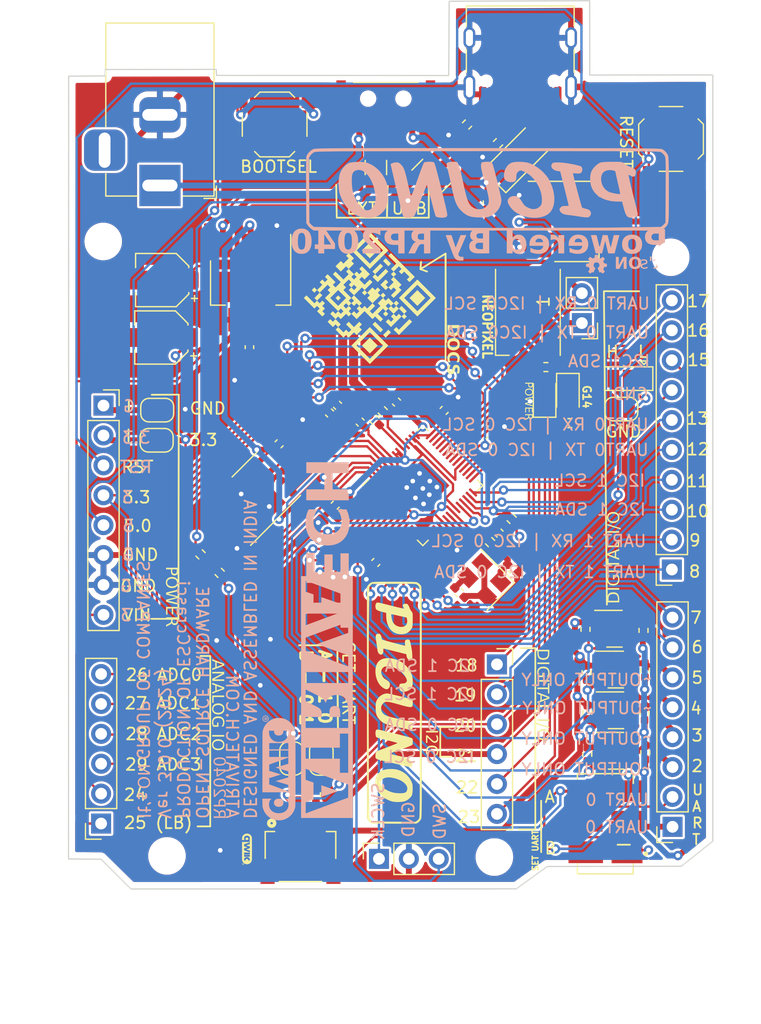
<source format=kicad_pcb>
(kicad_pcb (version 20221018) (generator pcbnew)
  (title_block (title "PicUNO (Pico + UNO)") (date "2024-04-28") (rev "V3.0.0") (company "AtrivaTECH & ESC crasci ") (comment 1 "A part of Atriva Technologies") (comment 2 "esccrasci.in") (comment 3 "atrivatech.com") (comment 4 "esccrasci.in/about-on"))
  (layers (0 "F.Cu" signal) (31 "B.Cu" signal) (34 "B.Paste" user) (35 "F.Paste" user) (36 "B.SilkS" user "B.Silkscreen") (37 "F.SilkS" user "F.Silkscreen") (38 "B.Mask" user) (39 "F.Mask" user) (44 "Edge.Cuts" user))
  (net 0 "")
  (net 1 "GND")
  (net 2 "Net-(U1-XIN)")
  (net 3 "Net-(C2-Pad2)")
  (net 4 "+1V1")
  (net 5 "Net-(D1-A)")
  (net 6 "Net-(J1-CC1)")
  (net 8 "Net-(J1-CC2)")
  (net 10 "USB_DN")
  (net 11 "USB_DP")
  (net 12 "Net-(R6-Pad1)")
  (net 13 "QSPI_SS")
  (net 14 "Net-(U1-XOUT)")
  (net 15 "Net-(J3-Pin_3)")
  (net 16 "Net-(J3-Pin_4)")
  (net 17 "Net-(J3-Pin_5)")
  (net 18 "Net-(J3-Pin_6)")
  (net 19 "Net-(D4-A)")
  (net 20 "Net-(J3-Pin_8)")
  (net 21 "Net-(J5-Pin_3)")
  (net 22 "Net-(J5-Pin_4)")
  (net 23 "Net-(D1-K)")
  (net 24 "Net-(J7-Pin_1)")
  (net 25 "Net-(J7-Pin_2)")
  (net 26 "QSPI_SD3")
  (net 27 "QSPI_SCLK")
  (net 28 "QSPI_SD0")
  (net 29 "QSPI_SD2")
  (net 30 "QSPI_SSD1")
  (net 31 "Net-(J3-Pin_1)")
  (net 32 "Net-(J3-Pin_2)")
  (net 33 "Net-(J7-Pin_5)")
  (net 34 "Net-(J7-Pin_6)")
  (net 35 "Net-(J8-Pin_1)")
  (net 36 "Net-(J8-Pin_3)")
  (net 38 "Net-(D5-A)")
  (net 39 "14")
  (net 40 "26")
  (net 41 "3V")
  (net 42 "Net-(J3-Pin_9)")
  (net 43 "Net-(D2-VDD)")
  (net 44 "5V")
  (net 45 "RX")
  (net 46 "Net-(J4-Pin_2)")
  (net 47 "Net-(J4-Pin_3)")
  (net 48 "Net-(J4-Pin_4)")
  (net 49 "Net-(J4-Pin_5)")
  (net 50 "Net-(J4-Pin_6)")
  (net 51 "Net-(J4-Pin_7)")
  (net 52 "Net-(J4-Pin_8)")
  (net 53 "8")
  (net 54 "9")
  (net 55 "10")
  (net 56 "11")
  (net 57 "USBD_N")
  (net 58 "USBD_P")
  (net 59 "VIN")
  (net 60 "Net-(JP1-A)")
  (net 61 "Net-(JP2-A)")
  (net 62 "20")
  (net 63 "21")
  (net 65 "17")
  (net 66 "Net-(J3-Pin_7)")
  (net 67 "12")
  (net 68 "Net-(J6-Pin_1)")
  (net 69 "Net-(J6-Pin_2)")
  (net 70 "24")
  (net 71 "25")
  (net 72 "Net-(J9-Pad1)")
  (net 73 "Net-(J4-Pin_1)")
  (net 74 "Net-(J5-Pin_6)")
  (net 75 "Net-(J5-Pin_5)")
  (net 76 "TX")
  (net 77 "VBUS")
  (net 78 "13")
  (net 79 "H")
  (net 80 "15")
  (net 81 "16")
  (net 82 "0G")
  (net 83 "2G")
  (net 84 "3G")
  (net 85 "4G")
  (net 86 "5G")
  (net 87 "6")
  (net 88 "7")
  (net 89 "29")
  (net 90 "28")
  (net 91 "27")
  (net 92 "26G")
  (net 93 "18")
  (net 94 "19")
  (net 95 "22")
  (net 96 "23")
  (net 97 "14G")
  (net 98 "2")
  (net 99 "3")
  (net 100 "4")
  (net 101 "5")
  (footprint "Button_Switch_SMD:SW_SPST_TL3342" (layer "F.Cu") (at 88.95 25.8105)
    (fp_text reference "SW2")
    (fp_text value "4*4*1/5 SMD tact SW" hide)
  )
  (footprint "Capacitor_SMD:C_0402_1005Metric_Pad0.74x0.62mm_HandSolder" (layer "F.Cu") (at 97.55 63.02 -135)
    (fp_text reference "C6")
    (fp_text value "100n")
  )
  (footprint "Package_SON:WSON-8-1EP_6x5mm_P1.27mm_EP3.4x4.3mm" (layer "F.Cu") (at 87.183219 57.600501 45)
    (fp_text reference "U5" hide)
    (fp_text value "W25Q32JVZP")
  )
  (footprint "Connector_PinSocket_2.54mm:PinSocket_1x06_P2.54mm_Vertical" (layer "F.Cu") (at 107.85 71.6805)
    (fp_text reference "J7")
    (fp_text value "Conn_01x06_Socket")
  )
  (footprint "MountingHole:MountingHole_2.7mm_M2.5_ISO14580" (layer "F.Cu") (at 122.62 37.09)
    (fp_text reference "REF**")
    (fp_text value "MountingHole_2.7mm_M2.5_ISO14580" hide)
  )
  (footprint "Connector_PinSocket_2.54mm:PinSocket_1x06_P2.54mm_Vertical" (layer "F.Cu") (at 74.2 85.2 180)
    (fp_text reference "J5")
    (fp_text value "Conn_01x06_Pin")
  )
  (footprint "Resistor_SMD:R_0402_1005Metric_Pad0.72x0.64mm_HandSolder" (layer "F.Cu") (at 120.46 79.17 -90)
    (fp_text reference "R20")
    (fp_text value "10K")
  )
  (footprint "Capacitor_SMD:CP_Elec_4x5.4" (layer "F.Cu") (at 79.39 39.03 180)
    (fp_text reference "C16" hide)
    (fp_text value "10uF")
  )
  (footprint "Resistor_SMD:R_0402_1005Metric_Pad0.72x0.64mm_HandSolder" (layer "F.Cu") (at 114.05 51.1825)
    (fp_text reference "R8")
    (fp_text value "220")
  )
  (footprint "Connector_PinSocket_2.54mm:PinSocket_1x08_P2.54mm_Vertical" (layer "F.Cu") (at 74.4 49.6905)
    (fp_text reference "J6")
    (fp_text value "Conn_01x08_Socket")
  )
  (footprint "MountingHole:MountingHole_2.7mm_M2.5_ISO14580" (layer "F.Cu") (at 74.38 35.75)
    (fp_text reference "REF1**")
    (fp_text value "MountingHole_2.7mm_M2.5_ISO14580" hide)
  )
  (footprint "Jumper:SolderJumper-3_P1.3mm_Open_Pad1.0x1.5mm" (layer "F.Cu") (at 119.05 47.4025 180)
    (fp_text reference "JP3")
    (fp_text value "Jumper_3_Open")
  )
  (footprint "Package_TO_SOT_SMD:SOT-23" (layer "F.Cu") (at 117.9525 72.12)
    (fp_text reference "Q5")
    (fp_text value "BSS138")
  )
  (footprint "switchess:SW_CL-SB-22A-02T" (layer "F.Cu") (at 116.4425 85.2225 90)
    (fp_text reference "SW3" hide)
    (fp_text value "SW_DPDT_x2")
  )
  (footprint "Capacitor_SMD:C_0402_1005Metric_Pad0.74x0.62mm_HandSolder" (layer "F.Cu") (at 96.221799 51.096326 135)
    (fp_text reference "C5")
    (fp_text value "1u")
  )
  (footprint "Resistor_SMD:R_0402_1005Metric_Pad0.72x0.64mm_HandSolder" (layer "F.Cu") (at 107.266774 61.290203 135)
    (fp_text reference "R16")
    (fp_text value "1k")
  )
  (footprint "Connector_PinSocket_2.54mm:PinSocket_1x10_P2.54mm_Vertical" (layer "F.Cu") (at 122.72 63.6205 180)
    (fp_text reference "J3")
    (fp_text value "Conn_01x10_Socket")
  )
  (footprint "switchess:SK3296S01L3" (layer "F.Cu") (at 98.4 23.99)
    (fp_text reference "S1")
    (fp_text value "SK-3296S-01-L3" hide)
  )
  (footprint "Resistor_SMD:R_0402_1005Metric_Pad0.72x0.64mm_HandSolder" (layer "F.Cu") (at 120.4 75.82 -90)
    (fp_text reference "R21")
    (fp_text value "10K")
  )
  (footprint "Capacitor_SMD:C_0402_1005Metric_Pad0.74x0.62mm_HandSolder" (layer "F.Cu") (at 94.1 58.153674 -135)
    (fp_text reference "C7")
    (fp_text value "100n")
  )
  (footprint "Capacitor_SMD:C_0402_1005Metric_Pad0.74x0.62mm_HandSolder" (layer "F.Cu") (at 104.66 65.59 135)
    (fp_text reference "C1")
    (fp_text value "27p")
  )
  (footprint "Package_TO_SOT_SMD:SOT-23" (layer "F.Cu") (at 102.18 30.33 -135)
    (fp_text reference "D3")
    (fp_text value "D_TVS_Dual_AAC" hide)
  )
  (footprint "Package_TO_SOT_SMD:SOT-23" (layer "F.Cu") (at 117.97 75.58)
    (fp_text reference "Q4")
    (fp_text value "BSS138")
  )
  (footprint "Crystal:Crystal_SMD_3225-4Pin_3.2x2.5mm" (layer "F.Cu") (at 106.771798 64.486326 135)
    (fp_text reference "Y1")
    (fp_text value "\\YSX321SL 12 Mhz")
  )
  (footprint "Jumper:SolderJumper-2_P1.3mm_Open_RoundedPad1.0x1.5mm" (layer "F.Cu") (at 118.4252 49.9872)
    (fp_text reference "JP4")
    (fp_text value "Jumper_2_Open")
  )
  (footprint "Fuse:Fuse_1206_3216Metric_Pad1.42x1.75mm_HandSolder" (layer "F.Cu") (at 97.56 29.4675 -90)
    (fp_text reference "F1")
    (fp_text value "Fuse" hide)
  )
  (footprint "Capacitor_SMD:C_0402_1005Metric_Pad0.74x0.62mm_HandSolder" (layer "F.Cu") (at 89.33 52.94 45)
    (fp_text reference "C15")
    (fp_text value "100n")
  )
  (footprint "Capacitor_SMD:C_0402_1005Metric_Pad0.74x0.62mm_HandSolder" (layer "F.Cu") (at 94.3 49.670001 135)
    (fp_text reference "C3")
    (fp_text value "100n" hide)
  )
  (footprint "Resistor_SMD:R_0402_1005Metric_Pad0.72x0.64mm_HandSolder" (layer "F.Cu") (at 115.38 68.7 90)
    (fp_text reference "R14")
    (fp_text value "10K")
  )
  (footprint "Capacitor_SMD:C_0402_1005Metric_Pad0.74x0.62mm_HandSolder" (layer "F.Cu") (at 107.261798 52.676326 45)
    (fp_text reference "C9")
    (fp_text value "100n")
  )
  (footprint "Resistor_SMD:R_0402_1005Metric_Pad0.72x0.64mm_HandSolder" (layer "F.Cu") (at 115.47 72.38 90)
    (fp_text reference "R13")
    (fp_text value "10K")
  )
  (footprint "Jumper:SolderJumper-2_P1.3mm_Open_RoundedPad1.0x1.5mm" (layer "F.Cu") (at 78.97 50.08 180)
    (fp_text reference "JP6")
    (fp_text value "Jumper_2_Bridged")
  )
  (footprint "Resistor_SMD:R_0402_1005Metric_Pad0.72x0.64mm_HandSolder" (layer "F.Cu") (at 98.141798 50.176326 -45)
    (fp_text reference "R4")
    (fp_text value "27R")
  )
  (footprint "Jumper:SolderJumper-2_P1.3mm_Open_RoundedPad1.0x1.5mm" (layer "F.Cu") (at 92.92 79.69 90)
    (fp_text reference "JP2")
    (fp_text value "Jumper_2_Bridged")
  )
  (footprint "SPARKFUN-QWIIC:JST_SM04B-SRSS-TB_LF__SN_" (layer "F.Cu") (at 91.15 85.555)
    (fp_text reference "J2")
    (fp_text value "SM04B-SRSS-TB_LF__SN_")
  )
  (footprint "Capacitor_SMD:C_0402_1005Metric_Pad0.74x0.62mm_HandSolder" (layer "F.Cu") (at 86.81 44.73 -90)
    (fp_text reference "C14")
    (fp_text value "10u")
  )
  (footprint "LED_SMD:LED_0805_2012Metric_Pad1.15x1.40mm_HandSolder" (layer "F.Cu") (at 111.9 48.8225 90)
    (fp_text reference "D5")
    (fp_text value "LED")
  )
  (footprint "Capacitor_SMD:C_0402_1005Metric_Pad0.74x0.62mm_HandSolder" (layer "F.Cu") (at 99.311798 49.396326 135)
    (fp_text reference "C12")
    (fp_text value "1u")
  )
  (footprint "Jumper:SolderJumper-2_P1.3mm_Open_RoundedPad1.0x1.5mm" (layer "F.Cu") (at 78.92 52.64 180)
    (fp_text reference "JP5")
    (fp_text value "Jumper_2_Bridged")
  )
  (footprint "Resistor_SMD:R_0402_1005Metric_Pad0.72x0.64mm_HandSolder" (layer "F.Cu") (at 107.94 27.4 -135)
    (fp_text reference "R2")
    (fp_text value "5.1K")
  )
  (footprint "Resistor_SMD:R_0402_1005Metric_Pad0.72x0.64mm_HandSolder" (layer "F.Cu") (at 112.01 46.4225 180)
    (fp_text reference "R1")
    (fp_text value "220")
  )
  (footprint "Resistor_SMD:R_0402_1005Metric_Pad0.72x0.64mm_HandSolder" (layer "F.Cu") (at 115.53 79.32 90)
    (fp_text reference "R11")
    (fp_text value "10K")
  )
  (footprint "Connector_PinHeader_2.54mm:PinHeader_1x02_P2.54mm_Vertical" (layer "F.Cu") (at 115.07 42.685 180)
    (fp_text reference "J10")
    (fp_text value "Conn_01x02_Pin")
  )
  (footprint "Package_DFN_QFN:QFN-56-1EP_7x7mm_P0.4mm_EP3.2x3.2mm" (layer "F.Cu") (at 101.549584 56.482753 45)
    (fp_text reference "U1")
    (fp_text value "RP2040" hide)
  )
  (footprint "Package_TO_SOT_SMD:SOT-223-3_TabPin2" (layer "F.Cu") (at 114.62 34.05)
    (fp_text reference "U4" hide)
    (fp_text value "AMS1117-5.0")
  )
  (footprint "Package_TO_SOT_SMD:SOT-23" (layer "F.Cu") (at 117.9725 79.02)
    (fp_text reference "Q3")
    (fp_text value "BSS138")
  )
  (footprint "Resistor_SMD:R_0402_1005Metric_Pad0.72x0.64mm_HandSolder" (layer "F.Cu") (at 120.43 72.18 -90)
    (fp_text reference "R22")
    (fp_text value "10K")
  )
  (footprint "Jumper:SolderJumper-2_P1.3mm_Open_RoundedPad1.0x1.5mm" (layer "F.Cu") (at 90.39 79.68 90)
    (fp_text reference "JP1")
    (fp_text value "Jumper_2_Bridged")
  )
  (footprint "Connector_USB:USB_C_Receptacle_G-Switch_GT-USB-7010ASV" (layer "F.Cu") (at 109.83 19.525 180)
    (fp_text reference "J1")
    (fp_text value "USB_C_Receptacle_USB2.0" hide)
  )
  (footprint "Resistor_SMD:R_0402_1005Metric_Pad0.72x0.64mm_HandSolder" (layer "F.Cu") (at 82.6516 62.3316 -45)
    (fp_text reference "R6")
    (fp_text value "1k")
  )
  (footprint "Capacitor_SMD:C_0402_1005Metric_Pad0.74x0.62mm_HandSolder" (layer "F.Cu") (at 108.030448 60.526528 -45)
    (fp_text reference "C11")
    (fp_text value "100n")
  )
  (footprint "Resistor_SMD:R_0402_1005Metric_Pad0.72x0.64mm_HandSolder" (layer "F.Cu") (at 97.432924 50.895807 -45)
    (fp_text reference "R5")
    (fp_text value "27R")
  )
  (footprint "Capacitor_SMD:C_0402_1005Metric_Pad0.74x0.62mm_HandSolder" (layer "F.Cu") (at 103.36 50.1 45)
    (fp_text reference "C10")
    (fp_text value "100n" hide)
  )
  (footprint "LED_SMD:LED_0805_2012Metric_Pad1.15x1.40mm_HandSolder" (layer "F.Cu") (at 113.88 48.8225 -90)
    (fp_text reference "D4")
    (fp_text value "LED")
  )
  (footprint "Button_Switch_SMD:SW_SPST_TL3342" (layer "F.Cu") (at 122.65 27.04 -90)
    (fp_text reference "SW1")
    (fp_text value "TACT SW")
  )
  (footprint "Package_TO_SOT_SMD:SOT-23" (layer "F.Cu") (at 117.84 68.65)
    (fp_text reference "Q6")
    (fp_text value "BSS138")
  )
  (footprint "Resistor_SMD:R_0402_1005Metric_Pad0.72x0.64mm_HandSolder" (layer "F.Cu") (at 115.53 75.75 90)
    (fp_text reference "R12")
    (fp_text value "10K")
  )
  (footprint "LED_SMD:LED_WS2812B_PLCC4_5.0x5.0mm_P3.2mm" (layer "F.Cu") (at 110.48 41.77 -90)
    (fp_text reference "D2")
    (fp_text value "WS2812B" hide)
  )
  (footprint "Resistor_SMD:R_0402_1005Metric_Pad0.72x0.64mm_HandSolder" (layer "F.Cu") (at 120.31 68.79 -90)
    (fp_text reference "R23")
    (fp_text value "10K")
  )
  (footprint "Connector_PinSocket_2.54mm:PinSocket_1x08_P2.54mm_Vertical" (layer "F.Cu") (at 122.775 85.48 180)
    (fp_text reference "J4")
    (fp_text value "Conn_01x08_Socket")
  )
  (footprint "Capacitor_SMD:C_0402_1005Metric_Pad0.74x0.62mm_HandSolder" (layer "F.Cu") (at 93.62 50.32 135)
    (fp_text reference "C4")
    (fp_text value "100n")
  )
  (footprint "Resistor_SMD:R_0402_1005Metric_Pad0.72x0.64mm_HandSolder" (layer "F.Cu") (at 109.1 59.32 135)
    (fp_text reference "R33")
    (fp_text value "5.1K")
  )
  (footprint "Connector_BarrelJack:BarrelJack_Horizontal" (layer "F.Cu") (at 79.198 30.9925 -90)
    (fp_text reference "J9")
    (fp_text value "Barrel_Jack_Switch")
  )
  (footprint "Capacitor_SMD:C_0402_1005Metric_Pad0.74x0.62mm_HandSolder" (layer "F.Cu") (at 109.17 63.57 135)
    (fp_text reference "C2")
    (fp_text value "27p")
  )
  (footprint "Connector_PinSocket_2.54mm:PinSocket_1x03_P2.54mm_Vertical" (layer "F.Cu") (at 97.82 88.2 90)
    (fp_text reference "J8")
    (fp_text value "Conn_01x03_Pin" hide)
  )
  (footprint "Capacitor_SMD:C_0402_1005Metric_Pad0.74x0.62mm_HandSolder" (layer "F.Cu") (at 107.05 32.42 -90)
    (fp_text reference "C13")
    (fp_text value "10u")
  )
  (footprint "Resistor_SMD:R_0402_1005Metric_Pad0.72x0.64mm_HandSolder" (layer "F.Cu") (at 105.307504 25.812496 -135)
    (fp_text reference "R3")
    (fp_text value "5.1K")
  )
  (footprint "Capacitor_SMD:CP_Elec_4x5.4" (layer "F.Cu") (at 79.32 43.91 180)
    (fp_text reference "C17" hide)
    (fp_text value "10uF")
  )
  (footprint "MountingHole:MountingHole_2.7mm_M2.5_ISO14580" (layer "F.Cu") (at 107.63 88.0505 -90)
    (fp_text reference "REF2**")
    (fp_text value "MountingHole_2.7mm_M2.5_ISO14580")
  )
  (footprint "Capacitor_SMD:C_0402_1005Metric_Pad0.74x0.62mm_HandSolder" (layer "F.Cu") (at 94.77 58.86 -135)
    (fp_text reference "C8")
    (fp_text value "100n")
  )
  (footprint "MountingHole:MountingHole_2.7mm_M2.5_ISO14580" (layer "F.Cu") (at 79.8 87.95)
    (fp_text reference "REF3**")
    (fp_text value "MountingHole_2.7mm_M2.5_ISO14580")
  )
  (footprint "Package_TO_SOT_SMD:SOT-223-3_TabPin2" (layer "F.Cu") (at 86.91 39.25 -90)
    (fp_text reference "U2" hide)
    (fp_text value "AZ1117CH-3.3TRG1 SOT223-3")
  )
  (footprint "Resistor_SMD:R_0402_1005Metric_Pad0.72x0.64mm_HandSolder" (layer "F.Cu") (at 92.46 82.75 90)
    (fp_text reference "R15")
    (fp_text value "2.2K")
  )
  (footprint "Resistor_SMD:R_0402_1005Metric_Pad0.72x0.64mm_HandSolder" (layer "F.Cu") (at 84.2772 63.9064 135)
    (fp_text reference "R7")
    (fp_text value "10k")
  )
  (footprint "Resistor_SMD:R_0402_1005Metric_Pad0.72x0.64mm_HandSolder" (layer "F.Cu") (at 90.96 82.65 90)
    (fp_text reference "R17")
    (fp_text value "2.2K")
  )
  (footprint "Diode_SMD:D_SOD-128" (layer "F.Cu") (at 109.88 28.41 45)
    (fp_text reference "D1")
    (fp_text value "D_Schottky")
  )
  (gr_poly (pts (xy 89.697701 83.41832) (xy 89.696357 83.399517) (xy 89.694214 83.380907) (xy 89.69128 83.362631) (xy 89.687564 83.344832) (xy 89.683073 83.327654) (xy 89.677814 83.311239) (xy 89.671795 83.295728) (xy 89.665025 83.281266) (xy 89.658026 83.268413) (xy 89.650163 83.25568) (xy 89.641487 83.243115) (xy 89.632051 83.230764) (xy 89.621909 83.218673) (xy 89.611112 83.206889) (xy 89.599714 83.195459) (xy 89.587767 83.184429) (xy 89.575323 83.173845) (xy 89.562437 83.163754) (xy 89.54916 83.154203) (xy 89.535544 83.145237) (xy 89.521644 83.136904) (xy 89.507511 83.129251) (xy 89.493198 83.122322) (xy 89.478758 83.116166) (xy 89.461333 83.110213) (xy 89.441803 83.105054) (xy 89.420469 83.100688) (xy 89.39763 83.097116) (xy 89.373589 83.094338) (xy 89.348645 83.092354) (xy 89.3231 83.091163) (xy 89.297254 83.090766) (xy 89.271408 83.091163) (xy 89.245863 83.092354) (xy 89.220919 83.094338) (xy 89.196878 83.097116) (xy 89.174039 83.100688) (xy 89.152705 83.105054) (xy 89.133175 83.110213) (xy 89.11575 83.116166) (xy 89.102263 83.122066) (xy 89.088467 83.128986) (xy 89.074476 83.13683) (xy 89.060402 83.145502) (xy 89.04636 83.154906) (xy 89.032462 83.164945) (xy 89.018821 83.175523) (xy 89.005551 83.186546) (xy 88.992764 83.197915) (xy 88.980575 83.209535) (xy 88.969095 83.221311) (xy 88.958439 83.233145) (xy 88.948719 83.244943) (xy 88.940048 83.256606) (xy 88.93254 83.268041) (xy 88.926308 83.27915) (xy 88.918309 83.296517) (xy 88.911378 83.314798) (xy 88.905517 83.333867) (xy 88.900726 83.353597) (xy 88.897009 83.37386) (xy 88.894366 83.394529) (xy 88.892799 83.415477) (xy 88.892309 83.436577) (xy 88.892899 83.457702) (xy 88.894569 83.478724) (xy 88.897321 83.499517) (xy 88.901156 83.519954) (xy 88.906077 83.539906) (xy 88.912085 83.559248) (xy 88.919181 83.577852) (xy 88.927367 83.595591) (xy 88.933598 83.606327) (xy 88.941104 83.617432) (xy 88.94977 83.628803) (xy 88.95948 83.640339) (xy 88.970121 83.651937) (xy 88.981577 83.663494) (xy 88.993734 83.674909) (xy 89.006477 83.686079) (xy 89.019691 83.696901) (xy 89.033262 83.707274) (xy 89.047075 83.717095) (xy 89.061014 83.726262) (xy 89.074966 83.734673) (xy 89.088816 83.742224) (xy 89.102449 83.748814) (xy 89.11575 83.754341) (xy 89.130585 83.759343) (xy 89.14712 83.763999) (xy 89.165068 83.768257) (xy 89.184145 83.772068) (xy 89.204065 83.775384) (xy 89.224543 83.778154) (xy 89.245294 83.780328) (xy 89.266033 83.781858) (xy 89.284551 83.782767) (xy 89.302794 83.783117) (xy 89.320753 83.782913) (xy 89.338419 83.78216) (xy 89.355784 83.780862) (xy 89.372838 83.779026) (xy 89.389574 83.776655) (xy 89.405981 83.773755) (xy 89.422052 83.770331) (xy 89.437779 83.766389) (xy 89.453151 83.761932) (xy 89.46816 83.756967) (xy 89.482799 83.751497) (xy 89.497057 83.745529) (xy 89.510927 83.739067) (xy 89.524399 83.732116) (xy 89.537465 83.724682) (xy 89.550116 83.716769) (xy 89.562343 83.708382) (xy 89.574138 83.699527) (xy 89.585492 83.690208) (xy 89.596397 83.680431) (xy 89.606843 83.6702) (xy 89.616821 83.659521) (xy 89.626324 83.648399) (xy 89.635342 83.636838) (xy 89.643866 83.624844) (xy 89.651889 83.612421) (xy 89.6594 83.599576) (xy 89.666392 83.586312) (xy 89.672856 83.572635) (xy 89.678783 83.55855) (xy 89.684105 83.543343) (xy 89.688567 83.527188) (xy 89.692175 83.510227) (xy 89.694939 83.492602) (xy 89.696866 83.474457) (xy 89.697963 83.455933) (xy 89.698239 83.437173)) (fill solid) (layer "B.SilkS"))
  (gr_poly (pts (xy 109.624926 28.982601) (xy 109.523198 28.986132) (xy 109.428509 28.992934) (xy 109.383663 28.997627) (xy 109.340408 29.003216) (xy 109.298688 29.009728) (xy 109.258447 29.017188) (xy 109.219628 29.025623) (xy 109.182175 29.035059) (xy 109.146032 29.045522) (xy 109.111143 29.057038) (xy 109.077452 29.069634) (xy 109.044902 29.083335) (xy 109.013437 29.098168) (xy 108.983001 29.114159) (xy 108.953538 29.131334) (xy 108.924992 29.149719) (xy 108.897306 29.16934) (xy 108.870424 29.190224) (xy 108.844291 29.212397) (xy 108.818849 29.235884) (xy 108.794043 29.260712) (xy 108.769816 29.286908) (xy 108.746112 29.314497) (xy 108.722876 29.343505) (xy 108.70005 29.373959) (xy 108.677579 29.405885) (xy 108.655406 29.439309) (xy 108.633476 29.474257) (xy 108.598391 29.534791) (xy 108.566616 29.598859) (xy 108.538237 29.66578) (xy 108.513338 29.734872) (xy 108.492004 29.805451) (xy 108.474322 29.876837) (xy 108.460375 29.948347) (xy 108.450251 30.019299) (xy 108.444033 30.08901) (xy 108.441807 30.156799) (xy 108.443658 30.221984) (xy 108.449672 30.283882) (xy 108.459934 30.341811) (xy 108.474528 30.39509) (xy 108.483477 30.419772) (xy 108.493541 30.443035) (xy 108.504732 30.464795) (xy 108.517058 30.484966) (xy 108.533817 30.508202) (xy 108.553214 30.530273) (xy 108.575064 30.551162) (xy 108.599183 30.570852) (xy 108.625387 30.589325) (xy 108.653492 30.606563) (xy 108.683314 30.622549) (xy 108.714669 30.637266) (xy 108.747373 30.650697) (xy 108.781241 30.662823) (xy 108.851735 30.683093) (xy 108.924679 30.697937) (xy 108.9986 30.707216) (xy 109.072024 30.710789) (xy 109.143479 30.708518) (xy 109.178009 30.705147) (xy 109.211493 30.700262) (xy 109.243749 30.693847) (xy 109.274593 30.685883) (xy 109.303839 30.676354) (xy 109.331305 30.665241) (xy 109.356806 30.652528) (xy 109.380157 30.638196) (xy 109.401176 30.622229) (xy 109.419677 30.604609) (xy 109.435477 30.585319) (xy 109.448391 30.564341) (xy 109.453346 30.553269) (xy 109.458261 30.540011) (xy 109.4631 30.524738) (xy 109.467822 30.50762) (xy 109.476762 30.468532) (xy 109.484772 30.424111) (xy 109.491542 30.375721) (xy 109.496761 30.324727) (xy 109.50012 30.272493) (xy 109.501309 30.220382) (xy 109.50169 30.186805) (xy 109.502869 30.155415) (xy 109.504901 30.126039) (xy 109.507841 30.098508) (xy 109.511741 30.072652) (xy 109.516657 30.0483) (xy 109.522642 30.02528) (xy 109.529751 30.003424) (xy 109.538039 29.982559) (xy 109.547559 29.962517) (xy 109.558366 29.943125) (xy 109.570514 29.924214) (xy 109.584057 29.905613) (xy 109.599049 29.887152) (xy 109.615546 29.868659) (xy 109.6336 29.849966) (xy 109.662636 29.821129) (xy 109.690516 29.796129) (xy 109.717699 29.774958) (xy 109.744642 29.757609) (xy 109.758166 29.750365) (xy 109.771802 29.744074) (xy 109.785606 29.738734) (xy 109.799636 29.734344) (xy 109.813949 29.730905) (xy 109.828602 29.728413) (xy 109.843652 29.72687) (xy 109.859157 29.726273) (xy 109.875173 29.726621) (xy 109.891758 29.727915) (xy 109.926863 29.733332) (xy 109.96493 29.742516) (xy 110.006414 29.755459) (xy 110.051774 29.772155) (xy 110.101468 29.792594) (xy 110.155952 29.81677) (xy 110.215683 29.844674) (xy 110.363646 29.921868) (xy 110.507407 30.013759) (xy 110.646238 30.119169) (xy 110.779411 30.236919) (xy 110.906197 30.365831) (xy 111.025866 30.504727) (xy 111.137692 30.652428) (xy 111.240944 30.807757) (xy 111.334894 30.969535) (xy 111.418814 31.136585) (xy 111.491974 31.307727) (xy 111.553648 31.481783) (xy 111.603104 31.657576) (xy 111.639616 31.833927) (xy 111.662455 32.009658) (xy 111.670891 32.183591) (xy 111.670631 32.237842) (xy 111.669806 32.287698) (xy 111.668345 32.333477) (xy 111.666178 32.375496) (xy 111.663236 32.414074) (xy 111.65945 32.449527) (xy 111.654748 32.482175) (xy 111.649063 32.512335) (xy 111.642323 32.540324) (xy 111.634459 32.566461) (xy 111.625402 32.591063) (xy 111.61508 32.614448) (xy 111.603426 32.636933) (xy 111.590369 32.658838) (xy 111.575839 32.680479) (xy 111.559767 32.702174) (xy 111.512665 32.756987) (xy 111.462749 32.806312) (xy 111.410182 32.850118) (xy 111.355128 32.888374) (xy 111.297747 32.921049) (xy 111.238205 32.948112) (xy 111.176662 32.969532) (xy 111.113282 32.985278) (xy 111.048228 32.995319) (xy 110.981662 32.999624) (xy 110.913747 32.998161) (xy 110.844647 32.990901) (xy 110.774523 32.977811) (xy 110.703539 32.958861) (xy 110.631858 32.93402) (xy 110.559641 32.903257) (xy 110.503928 32.877384) (xy 110.453508 32.853038) (xy 110.407848 32.829762) (xy 110.366413 32.807098) (xy 110.328667 32.784589) (xy 110.294076 32.761777) (xy 110.262105 32.738207) (xy 110.23222 32.713419) (xy 110.203884 32.686956) (xy 110.176564 32.658363) (xy 110.149725 32.62718) (xy 110.122831 32.59295) (xy 110.095348 32.555218) (xy 110.066741 32.513524) (xy 110.036476 32.467412) (xy 110.004017 32.416424) (xy 109.956008 32.338974) (xy 109.910906 32.269105) (xy 109.868269 32.20646) (xy 109.827655 32.150683) (xy 109.788623 32.101417) (xy 109.769561 32.079114) (xy 109.75073 32.058306) (xy 109.732072 32.038947) (xy 109.713534 32.020993) (xy 109.69506 32.004399) (xy 109.676594 31.989122) (xy 109.658082 31.975115) (xy 109.639469 31.962335) (xy 109.620698 31.950737) (xy 109.601715 31.940277) (xy 109.582465 31.93091) (xy 109.562892 31.922591) (xy 109.542941 31.915276) (xy 109.522557 31.90892) (xy 109.501685 31.903479) (xy 109.480269 31.898907) (xy 109.458254 31.895162) (xy 109.435586 31.892197) (xy 109.388066 31.888433) (xy 109.337267 31.887257) (xy 109.306747 31.887811) (xy 109.276722 31.889458) (xy 109.247226 31.892175) (xy 109.218287 31.895939) (xy 109.189937 31.900725) (xy 109.162207 31.906512) (xy 109.135129 31.913275) (xy 109.108733 31.920992) (xy 109.083049 31.929638) (xy 109.05811 31.939192) (xy 109.033947 31.949629) (xy 109.010589 31.960927) (xy 108.988068 31.973062) (xy 108.966416 31.986011) (xy 108.945663 31.99975) (xy 108.92584 32.014257) (xy 108.906978 32.029508) (xy 108.889108 32.04548) (xy 108.872261 32.06215) (xy 108.856469 32.079494) (xy 108.841762 32.097489) (xy 108.828171 32.116112) (xy 108.815728 32.135339) (xy 108.804462 32.155148) (xy 108.794406 32.175515) (xy 108.78559 32.196417) (xy 108.778045 32.21783) (xy 108.771803 32.239732) (xy 108.766893 32.262099) (xy 108.763348 32.284907) (xy 108.761199 32.308134) (xy 108.760475 32.331757) (xy 108.761227 32.350706) (xy 108.763454 32.370794) (xy 108.772154 32.414109) (xy 108.786218 32.461145) (xy 108.805289 32.511343) (xy 108.829011 32.564146) (xy 108.857027 32.618996) (xy 108.888981 32.675333) (xy 108.924517 32.732601) (xy 108.963277 32.790241) (xy 109.004905 32.847695) (xy 109.049044 32.904404) (xy 109.095338 32.959812) (xy 109.143431 33.013359) (xy 109.192966 33.064488) (xy 109.243585 33.11264) (xy 109.294934 33.157257) (xy 109.375163 33.21956) (xy 109.458908 33.278462) (xy 109.545901 33.333941) (xy 109.635874 33.385977) (xy 109.823692 33.479633) (xy 110.020222 33.559258) (xy 110.223326 33.624683) (xy 110.430864 33.675737) (xy 110.640696 33.712249) (xy 110.850683 33.734049) (xy 111.058686 33.740965) (xy 111.262565 33.732829) (xy 111.460181 33.709469) (xy 111.649394 33.670714) (xy 111.740181 33.64551) (xy 111.828065 33.616394) (xy 111.912779 33.583344) (xy 111.994055 33.546339) (xy 112.071626 33.505357) (xy 112.145224 33.460377) (xy 112.214582 33.411379) (xy 112.279433 33.35834) (xy 112.331429 33.309371) (xy 112.380258 33.256807) (xy 112.425914 33.200772) (xy 112.468393 33.141392) (xy 112.543801 33.013093) (xy 112.606442 32.872912) (xy 112.656277 32.721848) (xy 112.693268 32.5609) (xy 112.717377 32.391069) (xy 112.728563 32.213356) (xy 112.72679 32.028758) (xy 112.712016 31.838278) (xy 112.684205 31.642914) (xy 112.643318 31.443666) (xy 112.589314 31.241535) (xy 112.522157 31.037521) (xy 112.441807 30.832622) (xy 112.348224 30.62784) (xy 112.280096 30.499848) (xy 112.201308 30.372352) (xy 112.112739 30.246096) (xy 112.015263 30.121825) (xy 111.909757 30.000282) (xy 111.797096 29.882212) (xy 111.678156 29.768358) (xy 111.553813 29.659466) (xy 111.424944 29.556278) (xy 111.292423 29.45954) (xy 111.157128 29.369995) (xy 111.019934 29.288388) (xy 110.881716 29.215462) (xy 110.743351 29.151962) (xy 110.605714 29.098632) (xy 110.469682 29.056216) (xy 110.409428 29.042398) (xy 110.333918 29.029013) (xy 110.246254 29.016497) (xy 110.149537 29.005283) (xy 110.046866 28.995806) (xy 109.941343 28.988499) (xy 109.836068 28.983796) (xy 109.734141 28.982132)) (fill solid) (layer "B.SilkS"))
  (gr_poly (pts (xy 88.313481 76.297744) (xy 88.313316 76.287446) (xy 88.313024 76.278008) (xy 88.312591 76.269362) (xy 88.312002 76.261441) (xy 88.311245 76.254179) (xy 88.310305 76.24751) (xy 88.309168 76.241365) (xy 88.30782 76.23568) (xy 88.306247 76.230387) (xy 88.304435 76.22542) (xy 88.302371 76.220711) (xy 88.30004 76.216195) (xy 88.297429 76.211805) (xy 88.294523 76.207473) (xy 88.291308 76.203133) (xy 88.288637 76.199952) (xy 88.28579 76.196958) (xy 88.282778 76.194151) (xy 88.279611 76.191533) (xy 88.276298 76.189104) (xy 88.272851 76.186865) (xy 88.26928 76.184816) (xy 88.265594 76.182959) (xy 88.261804 76.181294) (xy 88.257921 76.179822) (xy 88.253955 76.178544) (xy 88.249915 76.17746) (xy 88.245813 76.176572) (xy 88.241658 76.17588) (xy 88.237461 76.175385) (xy 88.233232 76.175088) (xy 88.228982 76.174988) (xy 88.224719 76.175089) (xy 88.220456 76.175389) (xy 88.216202 76.17589) (xy 88.211967 76.176592) (xy 88.207762 76.177497) (xy 88.203596 76.178605) (xy 88.199481 76.179916) (xy 88.195427 76.181433) (xy 88.191443 76.183154) (xy 88.18754 76.185082) (xy 88.183728 76.187217) (xy 88.180018 76.18956) (xy 88.17642 76.192111) (xy 88.172944 76.194871) (xy 88.1696 76.197842) (xy 88.145258 76.220067) (xy 88.109275 76.197842) (xy 88.101042 76.192831) (xy 88.093768 76.188517) (xy 88.087393 76.184901) (xy 88.081858 76.181983) (xy 88.079387 76.180787) (xy 88.077104 76.179767) (xy 88.075002 76.178921) (xy 88.073073 76.178252) (xy 88.071309 76.177759) (xy 88.069705 76.177442) (xy 88.068251 76.177301) (xy 88.066942 76.177337) (xy 88.065768 76.177549) (xy 88.064724 76.177938) (xy 88.063802 76.178505) (xy 88.062994 76.179249) (xy 88.062292 76.18017) (xy 88.061691 76.181269) (xy 88.061181 76.182546) (xy 88.060757 76.184001) (xy 88.06041 76.185634) (xy 88.060133 76.187446) (xy 88.059919 76.189436) (xy 88.059761 76.191606) (xy 88.05958 76.196481) (xy 88.059533 76.202075) (xy 88.059659 76.205761) (xy 88.06004 76.209289) (xy 88.060684 76.212674) (xy 88.061108 76.214318) (xy 88.0616 76.215932) (xy 88.062163 76.217519) (xy 88.062795 76.219079) (xy 88.0635 76.220615) (xy 88.064277 76.222129) (xy 88.066054 76.225099) (xy 88.068132 76.228004) (xy 88.070521 76.230859) (xy 88.073228 76.23368) (xy 88.07626 76.236482) (xy 88.079625 76.239282) (xy 88.083332 76.242094) (xy 88.087387 76.244933) (xy 88.091799 76.247816) (xy 88.096575 76.250758) (xy 88.1017 76.253876) (xy 88.106371 76.256895) (xy 88.110604 76.259844) (xy 88.114418 76.262747) (xy 88.117828 76.265632) (xy 88.120853 76.268525) (xy 88.122225 76.269982) (xy 88.123508 76.271452) (xy 88.124703 76.272936) (xy 88.125811 76.274439) (xy 88.126837 76.275963) (xy 88.12778 76.277513) (xy 88.128644 76.27909) (xy 88.129431 76.2807) (xy 88.130142 76.282344) (xy 88.130781 76.284026) (xy 88.131349 76.28575) (xy 88.131847 76.287519) (xy 88.132279 76.289336) (xy 88.132647 76.291204) (xy 88.133197 76.295107) (xy 88.133515 76.299255) (xy 88.133617 76.303675) (xy 88.133573 76.308554) (xy 88.133414 76.312894) (xy 88.1331 76.316725) (xy 88.132591 76.320079) (xy 88.132251 76.321587) (xy 88.131847 76.322987) (xy 88.131374 76.324283) (xy 88.130826 76.325479) (xy 88.1302 76.326578) (xy 88.129489 76.327586) (xy 88.12869 76.328505) (xy 88.127796 76.32934) (xy 88.126803 76.330094) (xy 88.125706 76.330771) (xy 88.124499 76.331376) (xy 88.123178 76.331911) (xy 88.121738 76.332382) (xy 88.120173 76.332791) (xy 88.118479 76.333143) (xy 88.11665 76.333441) (xy 88.112569 76.333893) (xy 88.10789 76.334177) (xy 88.102572 76.334325) (xy 88.096575 76.334367) (xy 88.090752 76.334408) (xy 88.085564 76.334549) (xy 88.080974 76.334813) (xy 88.078892 76.335) (xy 88.076946 76.335227) (xy 88.075132 76.335497) (xy 88.073446 76.335814) (xy 88.071882 76.33618) (xy 88.070437 76.336599) (xy 88.069106 76.337074) (xy 88.067884 76.337608) (xy 88.066767 76.338204) (xy 88.065751 76.338865) (xy 88.064831 76.339594) (xy 88.064003 76.340394) (xy 88.063261 76.341269) (xy 88.062603 76.342222) (xy 88.062023 76.343255) (xy 88.061516 76.344371) (xy 88.061079 76.345575) (xy 88.060707 76.346868) (xy 88.060396 76.348255) (xy 88.06014 76.349737) (xy 88.059936 76.351319) (xy 88.059779 76.353003) (xy 88.059589 76.356691) (xy 88.059533 76.360825) (xy 88.059533 76.387284) (xy 88.186533 76.387284) (xy 88.186533 76.334367) (xy 88.186533 76.286742) (xy 88.186575 76.279404) (xy 88.186715 76.272833) (xy 88.18698 76.266978) (xy 88.187393 76.261788) (xy 88.187663 76.259427) (xy 88.18798 76.257213) (xy 88.188347 76.255139) (xy 88.188766 76.2532) (xy 88.189241 76.251388) (xy 88.189774 76.249698) (xy 88.19037 76.248123) (xy 88.191031 76.246657) (xy 88.19176 76.245293) (xy 88.192561 76.244026) (xy 88.193436 76.242847) (xy 88.194388 76.241752) (xy 88.195421 76.240734) (xy 88.196538 76.239785) (xy 88.197741 76.238901) (xy 88.199035 76.238075) (xy 88.200421 76.237299) (xy 88.201904 76.236568) (xy 88.203486 76.235876) (xy 88.20517 76.235216) (xy 88.206959 76.234581) (xy 88.208857 76.233966) (xy 88.212992 76.232766) (xy 88.21599 76.232059) (xy 88.219021 76.23152) (xy 88.222068 76.231146) (xy 88.225113 76.230931) (xy 88.228139 76.230871) (xy 88.23113 76.230962) (xy 88.234068 76.231199) (xy 88.236936 76.231576) (xy 88.239718 76.23209) (xy 88.242396 76.232736) (xy 88.244952 76.233508) (xy 88.247371 76.234404) (xy 88.249635 76.235417) (xy 88.251726 76.236543) (xy 88.253629 76.237778) (xy 88.254504 76.238434) (xy 88.255325 76.239116) (xy 88.257073 76.240688) (xy 88.258742 76.242608) (xy 88.260327 76.244853) (xy 88.261824 76.247401) (xy 88.263228 76.250228) (xy 88.264534 76.253311) (xy 88.265737 76.256626) (xy 88.266834 76.260151) (xy 88.267819 76.263861) (xy 88.268688 76.267735) (xy 88.269436 76.271748) (xy 88.270059 76.275877) (xy 88.270551 76.280099) (xy 88.270908 76.284391) (xy 88.271126 76.28873) (xy 88.2712 76.293091) (xy 88.271117 76.306716) (xy 88.270921 76.312228) (xy 88.270538 76.316954) (xy 88.270258 76.319041) (xy 88.269908 76.320954) (xy 88.26948 76.322702) (xy 88.268967 76.32429) (xy 88.268362 76.325727) (xy 88.267655 76.327021) (xy 88.26684 76.328178) (xy 88.265908 76.329208) (xy 88.264853 76.330116) (xy 88.263665 76.330911) (xy 88.262339 76.3316) (xy 88.260865 76.33219) (xy 88.259235 76.33269) (xy 88.257444 76.333107) (xy 88.255481 76.333449) (xy 88.25334 76.333722) (xy 88.248493 76.334095) (xy 88.24284 76.334286) (xy 88.228867 76.334367) (xy 88.186533 76.334367) (xy 88.186533 76.387284) (xy 88.313533 76.387284) (xy 88.313533 76.308967)) (fill solid) (layer "B.SilkS"))
  (gr_poly (pts (xy 102.064207 28.977147) (xy 102.02564 28.97805) (xy 101.988018 28.979527) (xy 101.951505 28.981554) (xy 101.916263 28.984108) (xy 101.882455 28.987166) (xy 101.850244 28.990704) (xy 101.819792 28.9947) (xy 101.791263 28.99913) (xy 101.764819 29.003971) (xy 101.740623 29.009199) (xy 101.718838 29.014792) (xy 101.699626 29.020726) (xy 101.68315 29.026977) (xy 101.669574 29.033523) (xy 101.663924 29.036899) (xy 101.659059 29.040341) (xy 101.64788 29.054052) (xy 101.632384 29.080824) (xy 101.589523 29.170731) (xy 101.532648 29.304418) (xy 101.463929 29.476242) (xy 101.29964 29.911729) (xy 101.114018 30.432049) (xy 101.032252 30.662898) (xy 100.959205 30.868198) (xy 100.894298 31.049314) (xy 100.836949 31.207609) (xy 100.786576 31.344448) (xy 100.742598 31.461196) (xy 100.722825 31.512461) (xy 100.704433 31.559215) (xy 100.687349 31.601629) (xy 100.671501 31.639872) (xy 100.656815 31.674115) (xy 100.64322 31.704529) (xy 100.630642 31.731285) (xy 100.619008 31.754552) (xy 100.608247 31.774502) (xy 100.598285 31.791304) (xy 100.589049 31.80513) (xy 100.580468 31.81615) (xy 100.5764 31.820661) (xy 100.572468 31.824535) (xy 100.568663 31.827792) (xy 100.564976 31.830454) (xy 100.561399 31.832543) (xy 100.557921 31.834079) (xy 100.554534 31.835085) (xy 100.551229 31.83558) (xy 100.547997 31.835588) (xy 100.544828 31.835128) (xy 100.541713 31.834223) (xy 100.538645 31.832893) (xy 100.535612 31.83116) (xy 100.532607 31.829046) (xy 100.526641 31.823757) (xy 100.517113 31.799748) (xy 100.501011 31.745787) (xy 100.452559 31.561158) (xy 100.388232 31.296161) (xy 100.314976 30.97709) (xy 100.221565 30.563276) (xy 100.179983 30.386278) (xy 100.141177 30.22741) (xy 100.104665 30.085317) (xy 100.069966 29.958641) (xy 100.036602 29.846027) (xy 100.004089 29.746117) (xy 99.971949 29.657555) (xy 99.939701 29.578985) (xy 99.906863 29.50905) (xy 99.890073 29.476897) (xy 99.872956 29.446394) (xy 99.855451 29.417371) (xy 99.837498 29.389659) (xy 99.80001 29.337491) (xy 99.76001 29.288531) (xy 99.717017 29.241424) (xy 99.688146 29.211142) (xy 99.660918 29.183712) (xy 99.635116 29.159011) (xy 99.610523 29.136914) (xy 99.586922 29.117297) (xy 99.564097 29.100037) (xy 99.541829 29.08501) (xy 99.519903 29.072091) (xy 99.498101 29.061156) (xy 99.476205 29.052082) (xy 99.454 29.044743) (xy 99.431267 29.039018) (xy 99.40779 29.03478) (xy 99.383352 29.031907) (xy 99.357736 29.030274) (xy 99.330724 29.029757) (xy 99.290019 29.030842) (xy 99.247671 29.033974) (xy 99.204268 29.038966) (xy 99.1604 29.045632) (xy 99.116656 29.053787) (xy 99.073625 29.063244) (xy 99.031896 29.073817) (xy 98.992059 29.08532) (xy 98.954702 29.097567) (xy 98.920415 29.110373) (xy 98.889786 29.12355) (xy 98.863405 29.136914) (xy 98.851992 29.143607) (xy 98.841861 29.150277) (xy 98.833087 29.156901) (xy 98.825744 29.163455) (xy 98.819903 29.169915) (xy 98.815641 29.17626) (xy 98.813029 29.182465) (xy 98.812142 29.188507) (xy 98.921945 29.680632) (xy 99.18256 30.807757) (xy 99.685267 32.940298) (xy 99.715748 33.068742) (xy 99.744075 33.182775) (xy 99.77082 33.283243) (xy 99.796557 33.370991) (xy 99.809227 33.410359) (xy 99.821861 33.446864) (xy 99.834529 33.480611) (xy 99.847303 33.511706) (xy 99.860256 33.540255) (xy 99.873459 33.566363) (xy 99.886984 33.590136) (xy 99.900902 33.611679) (xy 99.915285 33.631099) (xy 99.930205 33.6485) (xy 99.945733 33.663989) (xy 99.961942 33.67767) (xy 99.978903 33.68965) (xy 99.996687 33.700034) (xy 100.015366 33.708928) (xy 100.035012 33.716438) (xy 100.055697 33.722668) (xy 100.077493 33.727725) (xy 100.100471 33.731715) (xy 100.124702 33.734742) (xy 100.150259 33.736912) (xy 100.177213 33.738332) (xy 100.2356 33.739341) (xy 100.302151 33.738342) (xy 100.364936 33.73532) (xy 100.39494 33.733039) (xy 100.424031 33.730237) (xy 100.452219 33.726909) (xy 100.479513 33.723052) (xy 100.505924 33.71866) (xy 100.531461 33.713729) (xy 100.556134 33.708252) (xy 100.579952 33.702227) (xy 100.602925 33.695647) (xy 100.625063 33.688508) (xy 100.646375 33.680805) (xy 100.666872 33.672533) (xy 100.686562 33.663688) (xy 100.705456 33.654264) (xy 100.723563 33.644257) (xy 100.740893 33.633662) (xy 100.757456 33.622474) (xy 100.773261 33.610688) (xy 100.788318 33.598299) (xy 100.802636 33.585303) (xy 100.816226 33.571695) (xy 100.829097 33.557469) (xy 100.841259 33.542621) (xy 100.852721 33.527147) (xy 100.863493 33.51104) (xy 100.873585 33.494297) (xy 100.883007 33.476913) (xy 100.891767 33.458882) (xy 100.958574 33.302282) (xy 101.076975 33.003798) (xy 101.40506 32.15184) (xy 101.576956 31.706927) (xy 101.724544 31.33494) (xy 101.784106 31.18854) (xy 101.831452 31.075069) (xy 101.864535 30.999426) (xy 101.875088 30.97732) (xy 101.881308 30.966508) (xy 101.899292 30.95178) (xy 101.907865 30.951497) (xy 101.917027 30.958818) (xy 101.92743 30.975906) (xy 101.939724 31.004924) (xy 101.97259 31.107398) (xy 102.020836 31.283542) (xy 102.089669 31.550658) (xy 102.309935 32.427007) (xy 102.365507 32.649185) (xy 102.420149 32.860014) (xy 102.472435 33.054597) (xy 102.520938 33.228033) (xy 102.564233 33.375425) (xy 102.600892 33.491872) (xy 102.62949 33.572477) (xy 102.64032 33.597808) (xy 102.6486 33.612341) (xy 102.657366 33.622586) (xy 102.668686 33.632475) (xy 102.682414 33.641994) (xy 102.698406 33.651129) (xy 102.736607 33.668186) (xy 102.782133 33.68353) (xy 102.833828 33.697045) (xy 102.890539 33.708614) (xy 102.951111 33.718121) (xy 103.014387 33.72545) (xy 103.079214 33.730484) (xy 103.144436 33.733108) (xy 103.208898 33.733205) (xy 103.271446 33.730659) (xy 103.330924 33.725353) (xy 103.386177 33.717171) (xy 103.436051 33.705998) (xy 103.479391 33.691716) (xy 103.501112 33.682819) (xy 103.520702 33.673877) (xy 103.53826 33.664717) (xy 103.553889 33.65517) (xy 103.561011 33.650197) (xy 103.567688 33.645064) (xy 103.573933 33.639749) (xy 103.579758 33.63423) (xy 103.585177 33.628487) (xy 103.590201 33.622497) (xy 103.594843 33.61624) (xy 103.599117 33.609694) (xy 103.603033 33.602838) (xy 103.606606 33.595651) (xy 103.609847 33.588111) (xy 103.61277 33.580197) (xy 103.615386 33.571888) (xy 103.617709 33.563162) (xy 103.621524 33.544375) (xy 103.624316 33.523666) (xy 103.626185 33.500864) (xy 103.627233 33.475798) (xy 103.62756 33.448299) (xy 103.584844 33.196273) (xy 103.471373 32.685224) (xy 103.120221 31.237043) (xy 102.750217 29.80573) (xy 102.613181 29.315765) (xy 102.537476 29.093257) (xy 102.524696 29.075381) (xy 102.511886 29.059388) (xy 102.498641 29.045179) (xy 102.48456 29.032651) (xy 102.469238 29.021705) (xy 102.452272 29.012239) (xy 102.43326 29.004153) (xy 102.411799 28.997346) (xy 102.387485 28.991717) (xy 102.359915 28.987166) (xy 102.328687 28.983591) (xy 102.293397 28.980892) (xy 102.253642 28.978969) (xy 102.209019 28.977719) (xy 102.103557 28.976841)) (fill solid) (layer "B.SilkS"))
  (gr_poly (pts (xy 88.447415 76.289993) (xy 88.446647 76.27689) (xy 88.445428 76.263591) (xy 88.443775 76.250254) (xy 88.441706 76.237039) (xy 88.439236 76.224107) (xy 88.436383 76.211617) (xy 88.433164 76.199728) (xy 88.429597 76.1886) (xy 88.425697 76.178393) (xy 88.421483 76.169266) (xy 88.419108 76.164759) (xy 88.416367 76.159994) (xy 88.413295 76.155012) (xy 88.409924 76.149853) (xy 88.406287 76.144557) (xy 88.402415 76.139166) (xy 88.398341 76.133719) (xy 88.394099 76.128256) (xy 88.38972 76.122818) (xy 88.385237 76.117445) (xy 88.380683 76.112178) (xy 88.376091 76.107056) (xy 88.371492 76.102121) (xy 88.366919 76.097412) (xy 88.362406 76.092969) (xy 88.357983 76.088834) (xy 88.344234 76.077213) (xy 88.330007 76.06675) (xy 88.315352 76.057429) (xy 88.300317 76.049235) (xy 88.284951 76.042153) (xy 88.269305 76.036169) (xy 88.253427 76.031268) (xy 88.237366 76.027434) (xy 88.221173 76.024652) (xy 88.204895 76.022909) (xy 88.188582 76.022188) (xy 88.172283 76.022475) (xy 88.156048 76.023755) (xy 88.139926 76.026013) (xy 88.123966 76.029234) (xy 88.108217 76.033403) (xy 88.092728 76.038506) (xy 88.077549 76.044527) (xy 88.062729 76.051451) (xy 88.048317 76.059264) (xy 88.034363 76.067951) (xy 88.020915 76.077496) (xy 88.008023 76.087885) (xy 87.995736 76.099102) (xy 87.984103 76.111134) (xy 87.973173 76.123965) (xy 87.962996 76.137579) (xy 87.953621 76.151963) (xy 87.945097 76.167101) (xy 87.937474 76.182978) (xy 87.9308 76.19958) (xy 87.925125 76.216891) (xy 87.920424 76.235677) (xy 87.917034 76.254313) (xy 87.914953 76.272776) (xy 87.914178 76.291041) (xy 87.914704 76.309082) (xy 87.91653 76.326875) (xy 87.919652 76.344396) (xy 87.924067 76.361619) (xy 87.929771 76.378519) (xy 87.936762 76.395072) (xy 87.945037 76.411253) (xy 87.954593 76.427037) (xy 87.965426 76.442399) (xy 87.977533 76.457315) (xy 87.990912 76.47176) (xy 88.005558 76.485708) (xy 88.013612 76.492435) (xy 88.022614 76.499086) (xy 88.032443 76.505614) (xy 88.04298 76.511968) (xy 88.054107 76.518099) (xy 88.065703 76.523957) (xy 88.07765 76.529493) (xy 88.089828 76.534656) (xy 88.102117 76.539398) (xy 88.114399 76.543669) (xy 88.126554 76.547418) (xy 88.138462 76.550598) (xy 88.150004 76.553157) (xy 88.157184 76.554383) (xy 88.157184 76.491998) (xy 88.14883 76.49191) (xy 88.141171 76.491567) (xy 88.134088 76.490944) (xy 88.127464 76.490014) (xy 88.121181 76.488751) (xy 88.115122 76.487128) (xy 88.109167 76.485119) (xy 88.103201 76.482698) (xy 88.097104 76.479838) (xy 88.090759 76.476513) (xy 88.084049 76.472697) (xy 88.076854 76.468362) (xy 88.069058 76.463484) (xy 88.056792 76.4551) (xy 88.045395 76.446222) (xy 88.034865 76.43685) (xy 88.025204 76.426987) (xy 88.01641 76.416635) (xy 88.008485 76.405794) (xy 88.001428 76.394466) (xy 87.99524 76.382653) (xy 87.989919 76.370356) (xy 87.985467 76.357578) (xy 87.981882 76.344318) (xy 87.979166 76.33058) (xy 87.977318 76.316364) (xy 87.976339 76.301672) (xy 87.976227 76.286506) (xy 87.976983 76.270867) (xy 87.97796 76.260381) (xy 87.979299 76.250159) (xy 87.980999 76.240205) (xy 87.983056 76.23052) (xy 87.985469 76.221109) (xy 87.988234 76.211975) (xy 87.991348 76.203121) (xy 87.99481 76.194551) (xy 87.998615 76.186268) (xy 88.002762 76.178274) (xy 88.007248 76.170574) (xy 88.01207 76.163171) (xy 88.017225 76.156068) (xy 88.02271 76.149268) (xy 88.028524 76.142774) (xy 88.034663 76.136591) (xy 88.041124 76.13072) (xy 88.047905 76.125167) (xy 88.055003 76.119932) (xy 88.062415 76.115021) (xy 88.070139 76.110436) (xy 88.078172 76.106181) (xy 88.086511 76.102259) (xy 88.095153 76.098673) (xy 88.104096 76.095426) (xy 88.113337 76.092522) (xy 88.122874 76.089965) (xy 88.132703 76.087757) (xy 88.142822 76.085901) (xy 88.153228 76.084401) (xy 88.163919 76.083261) (xy 88.174892 76.082483) (xy 88.186036 76.081967) (xy 88.196133 76.081626) (xy 88.205299 76.081486) (xy 88.213653 76.081574) (xy 88.221312 76.081916) (xy 88.228395 76.082539) (xy 88.235019 76.083469) (xy 88.241302 76.084732) (xy 88.247362 76.086355) (xy 88.253316 76.088364) (xy 88.259282 76.090785) (xy 88.265379 76.093645) (xy 88.271724 76.09697) (xy 88.278435 76.100787) (xy 88.285629 76.105121) (xy 88.293425 76.11) (xy 88.299465 76.11403) (xy 88.305286 76.118183) (xy 88.310889 76.122457) (xy 88.316278 76.126851) (xy 88.321457 76.131362) (xy 88.326428 76.135989) (xy 88.331194 76.140731) (xy 88.335758 76.145587) (xy 88.340124 76.150553) (xy 88.344295 76.15563) (xy 88.348274 76.160816) (xy 88.352063 76.166108) (xy 88.355667 76.171506) (xy 88.359087 76.177008) (xy 88.362328 76.182612) (xy 88.365392 76.188317) (xy 88.369538 76.197411) (xy 88.373247 76.206626) (xy 88.376524 76.215945) (xy 88.379371 76.225352) (xy 88.381793 76.234831) (xy 88.383793 76.244366) (xy 88.385374 76.253942) (xy 88.386542 76.263541) (xy 88.387298 76.273148) (xy 88.387647 76.282746) (xy 88.387593 76.29232) (xy 88.387139 76.301854) (xy 88.386289 76.311331) (xy 88.385046 76.320735) (xy 88.383415 76.33005) (xy 88.381399 76.339261) (xy 88.379001 76.348351) (xy 88.376226 76.357304) (xy 88.373076 76.366103) (xy 88.369557 76.374734) (xy 88.36567 76.383179) (xy 88.361421 76.391423) (xy 88.356812 76.39945) (xy 88.351848 76.407243) (xy 88.346532 76.414786) (xy 88.340868 76.422064) (xy 88.334859 76.42906) (xy 88.328509 76.435758) (xy 88.321822 76.442142) (xy 88.314802 76.448196) (xy 88.307451 76.453905) (xy 88.299775 76.45925) (xy 88.293702 76.46306) (xy 88.287749 76.466561) (xy 88.281864 76.469768) (xy 88.275996 76.472694) (xy 88.27009 76.475354) (xy 88.264093 76.477761) (xy 88.257955 76.479929) (xy 88.251621 76.481872) (xy 88.245039 76.483604) (xy 88.238156 76.48514) (xy 88.23092 76.486492) (xy 88.223277 76.487676) (xy 88.215176 76.488705) (xy 88.206563 76.489592) (xy 88.187592 76.491) (xy 88.176447 76.491517) (xy 88.166351 76.491858) (xy 88.157184 76.491998) (xy 88.157184 76.554383) (xy 88.161061 76.555046) (xy 88.171513 76.556216) (xy 88.181242 76.556617) (xy 88.183877 76.556531) (xy 88.186994 76.55628) (xy 88.19452 76.55531) (xy 88.20351 76.55377) (xy 88.213653 76.551722) (xy 88.224639 76.549227) (xy 88.236159 76.546347) (xy 88.247902 76.543146) (xy 88.259558 76.539683) (xy 88.275055 76.534592) (xy 88.290169 76.528471) (xy 88.304865 76.521359) (xy 88.319106 76.513291) (xy 88.332857 76.504305) (xy 88.346083 76.494439) (xy 88.358748 76.48373) (xy 88.370815 76.472214) (xy 88.382251 76.45993) (xy 88.393018 76.446914) (xy 88.403081 76.433203) (xy 88.412405 76.418835) (xy 88.420953 76.403847) (xy 88.428691 76.388275) (xy 88.435582 76.372158) (xy 88.441592 76.355533) (xy 88.443889 76.346965) (xy 88.445633 76.337242) (xy 88.44684 76.326523) (xy 88.447528 76.314969) (xy 88.447714 76.302739)) (fill solid) (layer "B.SilkS"))
  (gr_poly (pts (xy 104.084786 28.977648) (xy 104.050664 28.978659) (xy 104.017768 28.980076) (xy 103.986093 28.981899) (xy 103.955633 28.984131) (xy 103.926385 28.986772) (xy 103.898344 28.989822) (xy 103.871503 28.993283) (xy 103.84586 28.997156) (xy 103.821408 29.001442) (xy 103.798143 29.006141) (xy 103.77606 29.011256) (xy 103.755155 29.016785) (xy 103.735422 29.022732) (xy 103.716856 29.029096) (xy 103.699453 29.035879) (xy 103.683208 29.043081) (xy 103.668116 29.050704) (xy 103.654172 29.058748) (xy 103.641372 29.067215) (xy 103.62971 29.076105) (xy 103.619182 29.085419) (xy 103.609782 29.095159) (xy 103.601507 29.105325) (xy 103.59435 29.115919) (xy 103.588308 29.126941) (xy 103.583376 29.138392) (xy 103.579548 29.150273) (xy 103.576819 29.162585) (xy 103.575186 29.17533) (xy 103.574642 29.188507) (xy 103.577278 29.222066) (xy 103.584812 29.273422) (xy 103.596688 29.340033) (xy 103.612346 29.419356) (xy 103.652777 29.60597) (xy 103.701642 29.812924) (xy 103.768449 30.084701) (xy 103.851132 30.447262) (xy 103.939767 30.852488) (xy 104.024434 31.252257) (xy 104.068475 31.458185) (xy 104.111602 31.648037) (xy 104.154263 31.82285) (xy 104.196909 31.983665) (xy 104.239989 32.131519) (xy 104.283953 32.267451) (xy 104.329249 32.3925) (xy 104.376329 32.507705) (xy 104.425641 32.614104) (xy 104.477636 32.712736) (xy 104.532762 32.80464) (xy 104.591469 32.890855) (xy 104.654206 32.972418) (xy 104.721424 33.050369) (xy 104.793572 33.125747) (xy 104.8711 33.19959) (xy 104.952109 33.27157) (xy 105.031018 33.336884) (xy 105.108702 33.395811) (xy 105.186037 33.448629) (xy 105.263899 33.495618) (xy 105.343164 33.537058) (xy 105.424708 33.573226) (xy 105.509407 33.604403) (xy 105.598137 33.630866) (xy 105.691773 33.652896) (xy 105.791192 33.670771) (xy 105.89727 33.68477) (xy 106.010882 33.695172) (xy 106.132904 33.702257) (xy 106.264213 33.706304) (xy 106.405684 33.70759) (xy 106.594334 33.708438) (xy 106.675144 33.707846) (xy 106.748071 33.706433) (xy 106.81396 33.704089) (xy 106.873655 33.700707) (xy 106.928002 33.696178) (xy 106.977845 33.690392) (xy 107.024029 33.683243) (xy 107.0674 33.674621) (xy 107.108802 33.664417) (xy 107.14908 33.652524) (xy 107.189078 33.638832) (xy 107.229643 33.623234) (xy 107.271618 33.60562) (xy 107.315849 33.585882) (xy 107.413334 33.537354) (xy 107.507114 33.481424) (xy 107.596832 33.418625) (xy 107.682132 33.349494) (xy 107.762656 33.274564) (xy 107.83805 33.194371) (xy 107.907955 33.10945) (xy 107.972016 33.020335) (xy 108.029876 32.927562) (xy 108.081178 32.831664) (xy 108.125565 32.733178) (xy 108.162682 32.632638) (xy 108.192171 32.530578) (xy 108.213676 32.427534) (xy 108.226841 32.32404) (xy 108.231308 32.220631) (xy 108.202711 32.038865) (xy 108.12655 31.68328) (xy 107.889334 30.684064) (xy 107.635251 29.68981) (xy 107.538006 29.340425) (xy 107.479891 29.16734) (xy 107.4737 29.155444) (xy 107.467075 29.143611) (xy 107.460078 29.131901) (xy 107.452771 29.120377) (xy 107.445216 29.109101) (xy 107.437475 29.098135) (xy 107.42961 29.087542) (xy 107.421683 29.077382) (xy 107.413756 29.067719) (xy 107.40589 29.058613) (xy 107.398149 29.050128) (xy 107.390594 29.042325) (xy 107.383288 29.035266) (xy 107.376291 29.029013) (xy 107.369666 29.023629) (xy 107.363476 29.019174) (xy 107.352638 29.012987) (xy 107.339096 29.007321) (xy 107.304616 28.997522) (xy 107.26147 28.989723) (xy 107.211091 28.983869) (xy 107.154915 28.979906) (xy 107.094375 28.977781) (xy 107.030905 28.977439) (xy 106.965938 28.978825) (xy 106.90091 28.981886) (xy 106.837254 28.986566) (xy 106.776403 28.992812) (xy 106.719793 29.00057) (xy 106.668857 29.009786) (xy 106.625029 29.020404) (xy 106.589743 29.032371) (xy 106.575751 29.038843) (xy 106.564433 29.045632) (xy 106.540013 29.070149) (xy 106.520384 29.102363) (xy 106.505623 29.142777) (xy 106.495807 29.191897) (xy 106.491014 29.250226) (xy 106.491321 29.318267) (xy 106.496807 29.396524) (xy 106.507548 29.485502) (xy 106.523622 29.585704) (xy 106.545106 29.697634) (xy 106.604617 29.958693) (xy 106.686699 30.27271) (xy 106.791975 30.643716) (xy 106.868642 30.912933) (xy 106.936007 31.156129) (xy 106.994195 31.374938) (xy 107.043329 31.570997) (xy 107.083533 31.745942) (xy 107.100325 31.826007) (xy 107.114932 31.901406) (xy 107.127368 31.972345) (xy 107.137649 32.039027) (xy 107.14579 32.101657) (xy 107.151808 32.160439) (xy 107.155717 32.215579) (xy 107.157534 32.267279) (xy 107.157273 32.315745) (xy 107.15495 32.361182) (xy 107.150581 32.403793) (xy 107.144181 32.443783) (xy 107.135765 32.481356) (xy 107.12535 32.516717) (xy 107.11295 32.550071) (xy 107.098581 32.581622) (xy 107.082259 32.611573) (xy 107.063999 32.640131) (xy 107.043817 32.667499) (xy 107.021728 32.693881) (xy 106.997747 32.719482) (xy 106.971891 32.744507) (xy 106.931909 32.780616) (xy 106.893136 32.813609) (xy 106.855294 32.843594) (xy 106.818102 32.87068) (xy 106.781283 32.894976) (xy 106.744556 32.91659) (xy 106.707644 32.93563) (xy 106.670266 32.952205) (xy 106.632145 32.966424) (xy 106.593 32.978395) (xy 106.552552 32.988226) (xy 106.510524 32.996027) (xy 106.466635 33.001905) (xy 106.420607 33.005969) (xy 106.37216 33.008328) (xy 106.321016 33.00909) (xy 106.287642 33.00865) (xy 106.254943 33.007302) (xy 106.222848 33.005009) (xy 106.191288 33.001732) (xy 106.160193 32.997431) (xy 106.129493 32.992068) (xy 106.099119 32.985605) (xy 106.069001 32.978002) (xy 106.039068 32.969221) (xy 106.009252 32.959223) (xy 105.979483 32.947969) (xy 105.94969 32.935421) (xy 105.919805 32.921539) (xy 105.889757 32.906285) (xy 105.859476 32.889621) (xy 105.828893 32.871507) (xy 105.763759 32.829885) (xy 105.702967 32.783595) (xy 105.64602 32.731446) (xy 105.592421 32.672243) (xy 105.541674 32.604792) (xy 105.493284 32.5279) (xy 105.446755 32.440373) (xy 105.40159 32.341017) (xy 105.357293 32.228639) (xy 105.313368 32.102045) (xy 105.269319 31.96004) (xy 105.22465 31.801433) (xy 105.131467 31.429631) (xy 105.02985 30.97709) (xy 104.94078 30.563255) (xy 104.862997 30.214346) (xy 104.794887 29.923852) (xy 104.734839 29.685263) (xy 104.707335 29.583397) (xy 104.681241 29.492065) (xy 104.656356 29.410454) (xy 104.632479 29.337749) (xy 104.609408 29.273137) (xy 104.586942 29.215803) (xy 104.564878 29.164934) (xy 104.543016 29.119716) (xy 104.531411 29.09631) (xy 104.520124 29.075594) (xy 104.508728 29.057405) (xy 104.496797 29.041581) (xy 104.483906 29.027958) (xy 104.469626 29.016373) (xy 104.461833 29.011294) (xy 104.453533 29.006664) (xy 104.435199 28.998669) (xy 104.414199 28.992223) (xy 104.390107 28.987166) (xy 104.362495 28.983333) (xy 104.330937 28.980561) (xy 104.295008 28.97869) (xy 104.25428 28.977554) (xy 104.156725 28.976841)) (fill solid) (layer "B.SilkS"))
  (gr_poly (pts (xy 117.364642 28.983621) (xy 117.210325 28.987899) (xy 117.067729 28.994039) (xy 116.94076 29.001666) (xy 116.833325 29.01041) (xy 116.74933 29.019897) (xy 116.717344 29.024804) (xy 116.692683 29.029757) (xy 116.642666 29.046795) (xy 116.590208 29.069817) (xy 116.535843 29.098358) (xy 116.480106 29.131952) (xy 116.423532 29.170136) (xy 116.366656 29.212444) (xy 116.310012 29.25841) (xy 116.254136 29.30757) (xy 116.199561 29.359458) (xy 116.146824 29.41361) (xy 116.096459 29.46956) (xy 116.049001 29.526843) (xy 116.004984 29.584995) (xy 115.964944 29.643549) (xy 115.929415 29.702042) (xy 115.898932 29.760008) (xy 115.870904 29.822652) (xy 115.846357 29.89108) (xy 115.825297 29.964623) (xy 115.807734 30.042615) (xy 115.793674 30.124391) (xy 115.783126 30.209282) (xy 115.776096 30.296623) (xy 115.772594 30.385747) (xy 115.772626 30.475987) (xy 115.776201 30.566676) (xy 115.783326 30.657149) (xy 115.794009 30.746737) (xy 115.808257 30.834776) (xy 115.826079 30.920598) (xy 115.847482 31.003536) (xy 115.872474 31.082923) (xy 115.930702 31.229855) (xy 116.001944 31.36888) (xy 116.085821 31.499782) (xy 116.181954 31.622343) (xy 116.289961 31.736346) (xy 116.409464 31.841575) (xy 116.540083 31.937812) (xy 116.681437 32.02484) (xy 116.833148 32.102443) (xy 116.994834 32.170402) (xy 117.166117 32.228502) (xy 117.346617 32.276525) (xy 117.535953 32.314254) (xy 117.733746 32.341472) (xy 117.939616 32.357962) (xy 118.153183 32.363507) (xy 118.486558 32.363507) (xy 118.597683 32.797423) (xy 118.637053 32.94404) (xy 118.674268 33.074905) (xy 118.710025 33.190888) (xy 118.745023 33.292856) (xy 118.762455 33.338855) (xy 118.779959 33.381677) (xy 118.797621 33.421429) (xy 118.81553 33.45822) (xy 118.833772 33.492159) (xy 118.852435 33.523353) (xy 118.871605 33.551912) (xy 118.89137 33.577944) (xy 118.911818 33.601558) (xy 118.933035 33.622862) (xy 118.955108 33.641964) (xy 118.978125 33.658973) (xy 119.002173 33.673998) (xy 119.027339 33.687147) (xy 119.05371 33.698529) (xy 119.081374 33.708252) (xy 119.110418 33.716425) (xy 119.140929 33.723156) (xy 119.172993 33.728553) (xy 119.2067 33.732726) (xy 119.242134 33.735783) (xy 119.279385 33.737832) (xy 119.359682 33.739341) (xy 119.385213 33.739001) (xy 119.410199 33.737989) (xy 119.434623 33.736315) (xy 119.458467 33.733987) (xy 119.481715 33.731016) (xy 119.504348 33.727411) (xy 119.52635 33.723182) (xy 119.547702 33.718339) (xy 119.568388 33.712892) (xy 119.58839 33.706849) (xy 119.60769 33.700221) (xy 119.626271 33.693018) (xy 119.644116 33.685248) (xy 119.661207 33.676923) (xy 119.677527 33.668051) (xy 119.693058 33.658642) (xy 119.707782 33.648707) (xy 119.721684 33.638253) (xy 119.734744 33.627292) (xy 119.746946 33.615833) (xy 119.758272 33.603886) (xy 119.768704 33.59146) (xy 119.778226 33.578565) (xy 119.786819 33.565211) (xy 119.794467 33.551407) (xy 119.801152 33.537164) (xy 119.806856 33.52249) (xy 119.811562 33.507396) (xy 119.815253 33.49189) (xy 119.81791 33.475984) (xy 119.819518 33.459686) (xy 119.820058 33.443007) (xy 119.811882 33.383651) (xy 119.78839 33.265819) (xy 119.701657 32.882752) (xy 119.572259 32.349864) (xy 119.412599 31.723215) (xy 119.408219 31.705891) (xy 118.319039 31.705891) (xy 118.31842 31.710441) (xy 118.317225 31.712632) (xy 118.311248 31.716562) (xy 118.301413 31.71945) (xy 118.271098 31.722275) (xy 118.228149 31.721457) (xy 118.174432 31.717345) (xy 118.042172 31.700633) (xy 117.889261 31.674929) (xy 117.730645 31.643024) (xy 117.581269 31.607708) (xy 117.514717 31.589643) (xy 117.456078 31.571772) (xy 117.407222 31.554444) (xy 117.370016 31.538007) (xy 117.301313 31.500563) (xy 117.236122 31.459717) (xy 117.174481 31.415538) (xy 117.116429 31.368095) (xy 117.062005 31.317458) (xy 117.011247 31.263698) (xy 116.964194 31.206884) (xy 116.920886 31.147085) (xy 116.88136 31.084372) (xy 116.845655 31.018814) (xy 116.813811 30.950481) (xy 116.785866 30.879442) (xy 116.761858 30.805769) (xy 116.741827 30.729529) (xy 116.725811 30.650793) (xy 116.71385 30.569632) (xy 116.708448 30.507824) (xy 116.706108 30.44749) (xy 116.706792 30.388736) (xy 116.710459 30.331672) (xy 116.717072 30.276407) (xy 116.726592 30.223049) (xy 116.738981 30.171705) (xy 116.754198 30.122486) (xy 116.762855 30.098707) (xy 116.772206 30.075499) (xy 116.782244 30.052877) (xy 116.792966 30.030853) (xy 116.804365 30.009442) (xy 116.816438 29.988657) (xy 116.82918 29.968511) (xy 116.842585 29.949019) (xy 116.856649 29.930193) (xy 116.871368 29.912047) (xy 116.886735 29.894595) (xy 116.902747 29.87785) (xy 116.919398 29.861826) (xy 116.936684 29.846537) (xy 116.9546 29.831995) (xy 116.973141 29.818216) (xy 116.990034 29.806382) (xy 117.008818 29.794734) (xy 117.029277 29.783334) (xy 117.051193 29.772244) (xy 117.074349 29.761527) (xy 117.098529 29.751243) (xy 117.123514 29.741455) (xy 117.149089 29.732226) (xy 117.175036 29.723617) (xy 117.201137 29.715689) (xy 117.227177 29.708506) (xy 117.252938 29.702129) (xy 117.278203 29.696621) (xy 117.302754 29.692042) (xy 117.326375 29.688456) (xy 117.34885 29.685924) (xy 117.392706 29.683978) (xy 117.438508 29.684001) (xy 117.485597 29.685854) (xy 117.533313 29.689396) (xy 117.580999 29.694489) (xy 117.627995 29.700992) (xy 117.673642 29.708767) (xy 117.717281 29.717674) (xy 117.758254 29.727572) (xy 117.795902 29.738324) (xy 117.829565 29.749788) (xy 117.858585 29.761826) (xy 117.871148 29.768017) (xy 117.882304 29.774299) (xy 117.891969 29.780654) (xy 117.900061 29.787065) (xy 117.906498 29.793516) (xy 117.911199 29.799987) (xy 117.914079 29.806463) (xy 117.915057 29.812924) (xy 117.931759 29.900071) (xy 117.977235 30.109257) (xy 118.126725 30.770715) (xy 118.170505 30.956606) (xy 118.210068 31.130714) (xy 118.244671 31.289196) (xy 118.273568 31.428205) (xy 118.296017 31.543898) (xy 118.311272 31.63243) (xy 118.315969 31.665309) (xy 118.318589 31.689957) (xy 118.319039 31.705891) (xy 119.408219 31.705891) (xy 119.332222 31.405354) (xy 119.258728 31.10715) (xy 119.193543 30.835363) (xy 119.138094 30.596752) (xy 119.093808 30.398077) (xy 119.062109 30.246096) (xy 119.044426 30.14757) (xy 119.041285 30.120465) (xy 119.042183 30.109257) (xy 119.04432 30.107412) (xy 119.046757 30.10584) (xy 119.049483 30.104538) (xy 119.052487 30.1035) (xy 119.055758 30.102723) (xy 119.059286 30.1022) (xy 119.06707 30.101899) (xy 119.075753 30.102559) (xy 119.08525 30.104141) (xy 119.095476 30.106608) (xy 119.106344 30.109919) (xy 119.117771 30.114036) (xy 119.129671 30.118921) (xy 119.141959 30.124534) (xy 119.154548 30.130837) (xy 119.167355 30.137791) (xy 119.180293 30.145358) (xy 119.193278 30.153498) (xy 119.206225 30.162173) (xy 119.232205 30.178174) (xy 119.257553 30.192446) (xy 119.282256 30.204997) (xy 119.306301 30.215834) (xy 119.329675 30.224967) (xy 119.352367 30.232402) (xy 119.374362 30.238147) (xy 119.39565 30.24221) (xy 119.416216 30.244599) (xy 119.436049 30.245321) (xy 119.455136 30.244384) (xy 119.473464 30.241797) (xy 119.491021 30.237566) (xy 119.507794 30.231699) (xy 119.523771 30.224205) (xy 119.538938 30.21509) (xy 119.553284 30.204364) (xy 119.566796 30.192032) (xy 119.57946 30.178104) (xy 119.591266 30.162587) (xy 119.602199 30.145488) (xy 119.612248 30.126816) (xy 119.621399 30.106579) (xy 119.629641 30.084783) (xy 119.63696 30.061437) (xy 119.643344 30.036548) (xy 119.648781 30.010125) (xy 119.653257 29.982174) (xy 119.65676 29.952704) (xy 119.659278 29.921723) (xy 119.660799 29.889238) (xy 119.661308 29.855257) (xy 119.659771 29.816709) (xy 119.654962 29.780285) (xy 119.646588 29.745752) (xy 119.634354 29.712878) (xy 119.617964 29.68143) (xy 119.597126 29.651176) (xy 119.571543 29.621884) (xy 119.540922 29.59332) (xy 119.504969 29.565252) (xy 119.463387 29.537447) (xy 119.415884 29.509674) (xy 119.362163 29.481699) (xy 119.301932 29.45329) (xy 119.234894 29.424214) (xy 119.160757 29.394239) (xy 119.079224 29.363133) (xy 119.053836 29.353541) (xy 119.027424 29.34271) (xy 119.000206 29.330762) (xy 118.972399 29.317822) (xy 118.94422 29.304014) (xy 118.915886 29.289462) (xy 118.887613 29.27429) (xy 118.85962 29.258622) (xy 118.832123 29.242581) (xy 118.805339 29.226293) (xy 118.779486 29.20988) (xy 118.754779 29.193468) (xy 118.731437 29.17718) (xy 118.709676 29.161139) (xy 118.689713 29.145471) (xy 118.671766 29.130299) (xy 118.612555 29.081392) (xy 118.585504 29.061605) (xy 118.558243 29.04464) (xy 118.529339 29.030279) (xy 118.497358 29.018305) (xy 118.460866 29.008502) (xy 118.418428 29.000653) (xy 118.36861 28.99454) (xy 118.309979 28.989945) (xy 118.160541 28.984447) (xy 117.958642 28.982421) (xy 117.692808 28.982132) (xy 117.526771 28.981574)) (fill solid) (layer "B.SilkS"))
  (gr_poly (pts (xy 90.72359 78.450917) (xy 90.710658 77.419158) (xy 90.68967 77.314383) (xy 90.661764 77.212934) (xy 90.627142 77.115035) (xy 90.586006 77.020911) (xy 90.538558 76.930786) (xy 90.484998 76.844886) (xy 90.425528 76.763436) (xy 90.36035 76.686659) (xy 90.289665 76.614782) (xy 90.213676 76.548028) (xy 90.132582 76.486623) (xy 90.046587 76.430791) (xy 89.955891 76.380757) (xy 89.860697 76.336746) (xy 89.761205 76.298983) (xy 89.657617 76.267692) (xy 89.618386 76.257514) (xy 89.585071 76.249766) (xy 89.55446 76.244102) (xy 89.539165 76.241943) (xy 89.523341 76.240175) (xy 89.4885 76.237637) (xy 89.446727 76.23614) (xy 89.394809 76.235338) (xy 89.329533 76.234883) (xy 89.250642 76.23515) (xy 89.215508 76.235857) (xy 89.182789 76.237016) (xy 89.152141 76.238677) (xy 89.12322 76.240892) (xy 89.095682 76.243711) (xy 89.069183 76.247186) (xy 89.043379 76.251368) (xy 89.017924 76.256308) (xy 88.992476 76.262057) (xy 88.96669 76.268667) (xy 88.940222 76.276188) (xy 88.912728 76.284672) (xy 88.853283 76.304733) (xy 88.765505 76.339027) (xy 88.680889 76.378661) (xy 88.599617 76.423421) (xy 88.521876 76.473091) (xy 88.447849 76.527455) (xy 88.377722 76.586297) (xy 88.311677 76.649403) (xy 88.249901 76.716557) (xy 88.192577 76.787543) (xy 88.13989 76.862146) (xy 88.092025 76.94015) (xy 88.049165 77.02134) (xy 88.011496 77.105501) (xy 87.979201 77.192416) (xy 87.952466 77.281871) (xy 87.931475 77.37365) (xy 87.920296 77.484081) (xy 87.914277 77.812594) (xy 87.911367 80.012075) (xy 87.911367 82.546783) (xy 90.100968 82.546783) (xy 90.100968 82.460124) (xy 90.1 82.46) (xy 89.290375 82.164725) (xy 88.49345 81.874741) (xy 88.49345 81.341342) (xy 88.54425 81.326525) (xy 88.784492 81.25259) (xy 89.090615 81.15653) (xy 89.355066 81.072178) (xy 89.438054 81.044965) (xy 89.470292 81.033366) (xy 89.461792 81.029063) (xy 89.434441 81.01898) (xy 89.331121 80.984154) (xy 89.176207 80.934247) (xy 88.985575 80.874616) (xy 88.49345 80.723275) (xy 88.49345 80.189875) (xy 88.994041 80.006783) (xy 89.803667 79.71045) (xy 90.1127 79.597208) (xy 90.1127 79.541116) (xy 88.49345 79.541116) (xy 88.49345 79.001366) (xy 90.1127 79.001366) (xy 90.1127 78.895533) (xy 88.49345 78.895533) (xy 88.49345 78.366367) (xy 89.297783 78.366367) (xy 89.297783 78.263708) (xy 89.248739 78.262763) (xy 89.201204 78.259921) (xy 89.155148 78.255169) (xy 89.110541 78.248495) (xy 89.067354 78.239885) (xy 89.025558 78.229329) (xy 88.985123 78.216813) (xy 88.94602 78.202325) (xy 88.908219 78.185853) (xy 88.871691 78.167383) (xy 88.836406 78.146905) (xy 88.802335 78.124405) (xy 88.769448 78.099872) (xy 88.737716 78.073291) (xy 88.70711 78.044652) (xy 88.6776 78.013942) (xy 88.653971 77.986809) (xy 88.631887 77.958954) (xy 88.611332 77.930324) (xy 88.592288 77.900866) (xy 88.574739 77.870527) (xy 88.558668 77.839255) (xy 88.544056 77.806997) (xy 88.530888 77.7737) (xy 88.519147 77.739312) (xy 88.508814 77.70378) (xy 88.499874 77.667051) (xy 88.492309 77.629072) (xy 88.486102 77.589792) (xy 88.481236 77.549156) (xy 88.477693 77.507112) (xy 88.475458 77.463609) (xy 88.469108 77.318617) (xy 88.903025 77.318617) (xy 88.908317 77.406459) (xy 88.909656 77.425398) (xy 88.91169 77.443719) (xy 88.914419 77.461427) (xy 88.917842 77.478524) (xy 88.921959 77.495014) (xy 88.926771 77.510899) (xy 88.932278 77.526182) (xy 88.938479 77.540867) (xy 88.945375 77.554956) (xy 88.952965 77.568454) (xy 88.96125 77.581362) (xy 88.970229 77.593684) (xy 88.979903 77.605423) (xy 88.990271 77.616583) (xy 89.001334 77.627165) (xy 89.013092 77.637174) (xy 89.03826 77.65523) (xy 89.06521 77.671285) (xy 89.093743 77.685325) (xy 89.123654 77.697334) (xy 89.154744 77.707297) (xy 89.186811 77.715198) (xy 89.219653 77.721021) (xy 89.253069 77.724752) (xy 89.286856 77.726374) (xy 89.320814 77.725872) (xy 89.354741 77.723231) (xy 89.388436 77.718435) (xy 89.421697 77.711469) (xy 89.454321 77.702316) (xy 89.486109 77.690962) (xy 89.516858 77.677392) (xy 89.537806 77.666427) (xy 89.557391 77.654565) (xy 89.575615 77.641801) (xy 89.592479 77.62813) (xy 89.607986 77.613547) (xy 89.622136 77.598048) (xy 89.63493 77.581628) (xy 89.646372 77.564282) (xy 89.656461 77.546007) (xy 89.665201 77.526796) (xy 89.672591 77.506646) (xy 89.678634 77.485552) (xy 89.683332 77.46351) (xy 89.686686 77.440513) (xy 89.688697 77.416559) (xy 89.689367 77.391642) (xy 89.689367 77.318617) (xy 90.133866 77.318617) (xy 90.132808 77.431858) (xy 90.131557 77.478474) (xy 90.128418 77.524044) (xy 90.123421 77.56854) (xy 90.116592 77.611934) (xy 90.107961 77.654197) (xy 90.097557 77.6953) (xy 90.085407 77.735216) (xy 90.071541 77.773915) (xy 90.055986 77.811369) (xy 90.038771 77.84755) (xy 90.019925 77.882429) (xy 89.999477 77.915978) (xy 89.977454 77.948167) (xy 89.953885 77.97897) (xy 89.928799 78.008357) (xy 89.902224 78.036299) (xy 89.874188 78.062769) (xy 89.844721 78.087737) (xy 89.81385 78.111175) (xy 89.781605 78.133056) (xy 89.748013 78.153349) (xy 89.713103 78.172028) (xy 89.676903 78.189062) (xy 89.639443 78.204425) (xy 89.60075 78.218087) (xy 89.560853 78.23002) (xy 89.519781 78.240195) (xy 89.477561 78.248583) (xy 89.434223 78.255158) (xy 89.389795 78.259889) (xy 89.344306 78.262749) (xy 89.297783 78.263708) (xy 89.297783 78.366367) (xy 90.1127 78.366367) (xy 90.1127 78.895533) (xy 90.1127 79.001366) (xy 90.1127 79.541116) (xy 90.1127 79.597208) (xy 90.1127 80.122141) (xy 90.052375 80.139075) (xy 89.453094 80.316081) (xy 89.02685 80.443874) (xy 89.068505 80.457253) (xy 89.184674 80.492161) (xy 89.568717 80.604741) (xy 90.1127 80.763491) (xy 90.110583 81.021725) (xy 90.107408 81.281016) (xy 89.576125 81.434475) (xy 89.369502 81.494882) (xy 89.199491 81.545467) (xy 89.083653 81.580773) (xy 89.051537 81.59099) (xy 89.03955 81.595341) (xy 89.049313 81.599742) (xy 89.079552 81.610108) (xy 89.192876 81.646009) (xy 89.362358 81.697586) (xy 89.570833 81.759383) (xy 90.107408 81.918133) (xy 90.110583 82.191183) (xy 90.11117 82.265155) (xy 90.111311 82.325161) (xy 90.111198 82.350308) (xy 90.110955 82.372418) (xy 90.110576 82.391646) (xy 90.110054 82.408141) (xy 90.109383 82.422057) (xy 90.108558 82.433545) (xy 90.107571 82.442758) (xy 90.107015 82.446558) (xy 90.106416 82.449846) (xy 90.105774 82.452641) (xy 90.105088 82.454963) (xy 90.104357 82.456829) (xy 90.10358 82.458259) (xy 90.102757 82.459272) (xy 90.101886 82.459887) (xy 90.100968 82.460124) (xy 90.100968 82.546783) (xy 90.1127 82.546783) (xy 90.1127 83.086533) (xy 89.910558 83.086533) (xy 89.969825 83.146858) (xy 89.990933 83.169776) (xy 90.010595 83.193675) (xy 90.028807 83.218544) (xy 90.045562 83.244374) (xy 90.060853 83.271152) (xy 90.074674 83.298867) (xy 90.08702 83.32751) (xy 90.097883 83.35707) (xy 90.107258 83.387534) (xy 90.115139 83.418893) (xy 90.121519 83.451136) (xy 90.126392 83.484251) (xy 90.129752 83.518229) (xy 90.131593 83.553058) (xy 90.131908 83.588726) (xy 90.130692 83.625225) (xy 90.12742 83.669881) (xy 90.121985 83.713341) (xy 90.114404 83.755577) (xy 90.104696 83.796559) (xy 90.09288 83.836257) (xy 90.078974 83.874642) (xy 90.062997 83.911684) (xy 90.044967 83.947355) (xy 90.024903 83.981624) (xy 90.002823 84.014462) (xy 89.978747 84.04584) (xy 89.952693 84.075727) (xy 89.924679 84.104096) (xy 89.894725 84.130916) (xy 89.862848 84.156157) (xy 89.829067 84.179791) (xy 89.802929 84.196453) (xy 89.776834 84.21193) (xy 89.750674 84.226254) (xy 89.724341 84.239455) (xy 89.69773 84.251565) (xy 89.670732 84.262614) (xy 89.643241 84.272634) (xy 89.615151 84.281656) (xy 89.586353 84.28971) (xy 89.556742 84.296828) (xy 89.52621 84.303041) (xy 89.49465 84.308379) (xy 89.461955 84.312874) (xy 89.428018 84.316556) (xy 89.392733 84.319457) (xy 89.355991 84.321608) (xy 89.307458 84.322928) (xy 89.25991 84.322344) (xy 89.213383 84.319888) (xy 89.167914 84.315591) (xy 89.12354 84.309483) (xy 89.080297 84.301598) (xy 89.038221 84.291964) (xy 88.997349 84.280614) (xy 88.957717 84.267579) (xy 88.919362 84.25289) (xy 88.88232 84.236578) (xy 88.846627 84.218675) (xy 88.812321 84.199211) (xy 88.779437 84.178218) (xy 88.748011 84.155727) (xy 88.718081 84.131769) (xy 88.689683 84.106376) (xy 88.662853 84.079578) (xy 88.637627 84.051408) (xy 88.614042 84.021895) (xy 88.592135 83.991071) (xy 88.571941 83.958968) (xy 88.553498 83.925617) (xy 88.536842 83.891048) (xy 88.522008 83.855293) (xy 88.509035 83.818384) (xy 88.497957 83.780351) (xy 88.488811 83.741226) (xy 88.481635 83.701039) (xy 88.476464 83.659823) (xy 88.473335 83.617607) (xy 88.472283 83.574425) (xy 88.472833 83.540369) (xy 88.474501 83.507613) (xy 88.477313 83.476091) (xy 88.481296 83.445738) (xy 88.486475 83.416488) (xy 88.492877 83.388278) (xy 88.500529 83.361041) (xy 88.509457 83.334712) (xy 88.519688 83.309227) (xy 88.531246 83.28452) (xy 88.54416 83.260526) (xy 88.558455 83.23718) (xy 88.574158 83.214417) (xy 88.591294 83.192172) (xy 88.609891 83.170379) (xy 88.629975 83.148975) (xy 88.6903 83.086533) (xy 87.90925 83.086533) (xy 87.914542 83.422025) (xy 87.916034 83.52836) (xy 87.917551 83.611318) (xy 87.91842 83.645374) (xy 87.919416 83.6752) (xy 87.920579 83.701333) (xy 87.92195 83.724311) (xy 87.923569 83.744672) (xy 87.925476 83.762955) (xy 87.927712 83.779696) (xy 87.930317 83.795435) (xy 87.933332 83.810708) (xy 87.936796 83.826054) (xy 87.945233 83.859116) (xy 87.976264 83.961414) (xy 88.013645 84.059809) (xy 88.057152 84.154096) (xy 88.106563 84.244069) (xy 88.161654 84.32952) (xy 88.222203 84.410245) (xy 88.287985 84.486037) (xy 88.358777 84.55669) (xy 88.434357 84.621998) (xy 88.514501 84.681753) (xy 88.598986 84.735751) (xy 88.687588 84.783785) (xy 88.780085 84.825649) (xy 88.876252 84.861137) (xy 88.975868 84.890042) (xy 89.078708 84.912158) (xy 89.106551 84.916538) (xy 89.137392 84.92016) (xy 89.170782 84.923034) (xy 89.20627 84.925172) (xy 89.281747 84.927283) (xy 89.360225 84.926578) (xy 89.438107 84.923144) (xy 89.511798 84.917069) (xy 89.545947 84.913068) (xy 89.5777 84.908439) (xy 89.606606 84.903193) (xy 89.632217 84.897341) (xy 89.736869 84.867205) (xy 89.837558 84.830526) (xy 89.934068 84.787534) (xy 90.026181 84.738459) (xy 90.113681 84.68353) (xy 90.19635 84.622977) (xy 90.273971 84.557028) (xy 90.346327 84.485914) (xy 90.413201 84.409864) (xy 90.474377 84.329107) (xy 90.529637 84.243873) (xy 90.578763 84.154391) (xy 90.62154 84.060891) (xy 90.65775 83.963602) (xy 90.687175 83.862753) (xy 90.7096 83.758575) (xy 90.722862 82.733364) (xy 90.727591 80.593232)) (fill solid) (layer "B.SilkS"))
  (gr_poly (pts (xy 95.967873 28.989408) (xy 95.848676 28.994451) (xy 95.732642 29.00209) (xy 95.62194 29.012256) (xy 95.518743 29.024879) (xy 95.425219 29.03989) (xy 95.343539 29.057218) (xy 95.275874 29.076795) (xy 95.224394 29.098549) (xy 95.171667 29.129503) (xy 95.118839 29.164612) (xy 95.066182 29.203566) (xy 95.013967 29.246054) (xy 94.962465 29.291767) (xy 94.911947 29.340395) (xy 94.862686 29.391627) (xy 94.814951 29.445153) (xy 94.769014 29.500664) (xy 94.725148 29.557849) (xy 94.683622 29.616399) (xy 94.644708 29.676002) (xy 94.608678 29.73635) (xy 94.575802 29.797132) (xy 94.546353 29.858038) (xy 94.520601 29.918758) (xy 94.491643 30.002334) (xy 94.46629 30.097227) (xy 94.444548 30.201856) (xy 94.426427 30.31464) (xy 94.411933 30.433997) (xy 94.401074 30.558346) (xy 94.393859 30.686105) (xy 94.390294 30.815694) (xy 94.390388 30.945531) (xy 94.394149 31.074035) (xy 94.401584 31.199624) (xy 94.412701 31.320718) (xy 94.427507 31.435734) (xy 94.446011 31.543092) (xy 94.46822 31.64121) (xy 94.494142 31.728507) (xy 94.581469 31.962996) (xy 94.678555 32.184097) (xy 94.785114 32.391571) (xy 94.900858 32.585178) (xy 95.0255 32.764678) (xy 95.158754 32.929829) (xy 95.228521 33.006949) (xy 95.300334 33.080392) (xy 95.374155 33.150128) (xy 95.449951 33.216127) (xy 95.527685 33.278358) (xy 95.60732 33.336793) (xy 95.688822 33.3914) (xy 95.772154 33.442149) (xy 95.85728 33.489012) (xy 95.944165 33.531957) (xy 96.032773 33.570954) (xy 96.123067 33.605974) (xy 96.215013 33.636987) (xy 96.308574 33.663962) (xy 96.403714 33.686869) (xy 96.500398 33.705679) (xy 96.598589 33.720361) (xy 96.698253 33.730885) (xy 96.799352 33.737222) (xy 96.901851 33.739341) (xy 97.004291 33.737894) (xy 97.101498 33.73347) (xy 97.193822 33.725946) (xy 97.281611 33.715197) (xy 97.365215 33.7011) (xy 97.444981 33.68353) (xy 97.521259 33.662363) (xy 97.594398 33.637476) (xy 97.664746 33.608744) (xy 97.732653 33.576043) (xy 97.798466 33.539249) (xy 97.862536 33.498239) (xy 97.92521 33.452887) (xy 97.986838 33.403071) (xy 98.047768 33.348666) (xy 98.108349 33.289549) (xy 98.147451 33.248873) (xy 98.183539 33.209956) (xy 98.21682 33.172451) (xy 98.247504 33.136007) (xy 98.275801 33.100277) (xy 98.30192 33.064911) (xy 98.32607 33.02956) (xy 98.34846 32.993876) (xy 98.3693 32.95751) (xy 98.388799 32.920114) (xy 98.407166 32.881337) (xy 98.42461 32.840832) (xy 98.441342 32.798249) (xy 98.45757 32.75324) (xy 98.473503 32.705457) (xy 98.48935 32.654549) (xy 98.513659 32.569085) (xy 98.534991 32.47611) (xy 98.553346 32.37667) (xy 98.568725 32.271812) (xy 98.581128 32.162583) (xy 98.590553 32.050027) (xy 98.592235 32.020085) (xy 97.530911 32.020085) (xy 97.530833 32.094816) (xy 97.527529 32.167871) (xy 97.5211 32.239122) (xy 97.511651 32.308447) (xy 97.499283 32.37572) (xy 97.4841 32.440815) (xy 97.466203 32.503608) (xy 97.445696 32.563974) (xy 97.422682 32.621788) (xy 97.397263 32.676925) (xy 97.369541 32.729259) (xy 97.33962 32.778667) (xy 97.307603 32.825022) (xy 97.273591 32.8682) (xy 97.237688 32.908076) (xy 97.199996 32.944525) (xy 97.160618 32.977421) (xy 97.119657 33.006641) (xy 97.077216 33.032059) (xy 97.033397 33.053549) (xy 96.988302 33.070987) (xy 96.942035 33.084249) (xy 96.894699 33.093208) (xy 96.846395 33.09774) (xy 96.797228 33.09772) (xy 96.747298 33.093024) (xy 96.69671 33.083525) (xy 96.645566 33.069099) (xy 96.593968 33.049621) (xy 96.542019 33.024966) (xy 96.476794 32.986633) (xy 96.410399 32.937581) (xy 96.343275 32.878498) (xy 96.275864 32.810074) (xy 96.208609 32.733) (xy 96.14195 32.647965) (xy 96.07633 32.555659) (xy 96.01219 32.456773) (xy 95.949973 32.351995) (xy 95.89012 32.242016) (xy 95.833073 32.127525) (xy 95.779274 32.009213) (xy 95.729165 31.88777) (xy 95.683187 31.763885) (xy 95.641783 31.638248) (xy 95.605393 31.511549) (xy 95.586107 31.428246) (xy 95.568186 31.334278) (xy 95.552001 31.23138) (xy 95.537925 31.121289) (xy 95.526329 31.00574) (xy 95.517585 30.886471) (xy 95.512066 30.765217) (xy 95.510144 30.643716) (xy 95.51017 30.533265) (xy 95.512335 30.431822) (xy 95.516795 30.338967) (xy 95.519934 30.295629) (xy 95.523704 30.254282) (xy 95.528126 30.214873) (xy 95.533218 30.177349) (xy 95.539 30.141658) (xy 95.545491 30.107748) (xy 95.552711 30.075567) (xy 95.560679 30.045062) (xy 95.569414 30.016181) (xy 95.578936 29.988872) (xy 95.589264 29.963082) (xy 95.600418 29.938759) (xy 95.612416 29.91585) (xy 95.625279 29.894304) (xy 95.639026 29.874068) (xy 95.653675 29.855089) (xy 95.669247 29.837316) (xy 95.685761 29.820696) (xy 95.703236 29.805176) (xy 95.721692 29.790705) (xy 95.741147 29.77723) (xy 95.761622 29.764699) (xy 95.783135 29.753059) (xy 95.805706 29.742259) (xy 95.829355 29.732245) (xy 95.854101 29.722965) (xy 95.916826 29.703565) (xy 95.978125 29.689055) (xy 96.038183 29.679491) (xy 96.067805 29.676581) (xy 96.097187 29.674927) (xy 96.126352 29.674537) (xy 96.155323 29.675417) (xy 96.184124 29.677574) (xy 96.212777 29.681014) (xy 96.241306 29.685746) (xy 96.269735 29.691775) (xy 96.298086 29.699108) (xy 96.326383 29.707752) (xy 96.354648 29.717714) (xy 96.382906 29.729) (xy 96.439492 29.755573) (xy 96.496326 29.787526) (xy 96.553594 29.824913) (xy 96.611482 29.867787) (xy 96.670176 29.916204) (xy 96.729862 29.970218) (xy 96.790727 30.029882) (xy 96.858168 30.104105) (xy 96.923463 30.185614) (xy 96.986448 30.274007) (xy 97.04696 30.368879) (xy 97.104836 30.469829) (xy 97.159914 30.576453) (xy 97.212031 30.688348) (xy 97.261024 30.805111) (xy 97.306731 30.926339) (xy 97.348988 31.051628) (xy 97.387633 31.180577) (xy 97.422502 31.31278) (xy 97.453434 31.447837) (xy 97.480266 31.585343) (xy 97.502834 31.724895) (xy 97.520976 31.866091) (xy 97.52766 31.943801) (xy 97.530911 32.020085) (xy 98.592235 32.020085) (xy 98.597003 31.935193) (xy 98.600475 31.819127) (xy 98.600971 31.702874) (xy 98.598491 31.587482) (xy 98.593034 31.473997) (xy 98.5846 31.363465) (xy 98.57319 31.256933) (xy 98.558804 31.155447) (xy 98.54144 31.060053) (xy 98.521101 30.971799) (xy 98.472305 30.804131) (xy 98.413511 30.640749) (xy 98.345135 30.482096) (xy 98.267597 30.328613) (xy 98.181316 30.180742) (xy 98.086709 30.038926) (xy 97.984196 29.903604) (xy 97.874195 29.775221) (xy 97.757125 29.654216) (xy 97.633404 29.541033) (xy 97.503451 29.436113) (xy 97.367684 29.339898) (xy 97.226522 29.25283) (xy 97.080384 29.17535) (xy 96.929689 29.107901) (xy 96.774854 29.050924) (xy 96.70849 29.032681) (xy 96.627926 29.017592) (xy 96.535332 29.005589) (xy 96.432878 28.996601) (xy 96.322735 28.990559) (xy 96.207073 28.987393) (xy 96.088062 28.987032)) (fill solid) (layer "B.SilkS"))
  (gr_poly (pts (xy 116.200186 36.882386) (xy 116.199682 36.882423) (xy 116.199181 36.882485) (xy 116.198683 36.88257) (xy 116.19819 36.882678) (xy 116.1977 36.882808) (xy 116.197217 36.882961) (xy 116.196739 36.883134) (xy 116.196269 36.883328) (xy 116.195806 36.883541) (xy 116.195352 36.883774) (xy 116.194907 36.884026) (xy 116.194472 36.884295) (xy 116.194047 36.884582) (xy 116.193634 36.884886) (xy 116.193234 36.885206) (xy 116.192846 36.885541) (xy 116.192472 36.885891) (xy 116.192112 36.886256) (xy 116.191767 36.886634) (xy 116.191439 36.887026) (xy 116.191127 36.88743) (xy 116.190833 36.887845) (xy 116.190556 36.888272) (xy 116.190299 36.88871) (xy 116.190061 36.889157) (xy 116.189844 36.889614) (xy 116.189648 36.89008) (xy 116.189473 36.890553) (xy 116.189322 36.891035) (xy 116.189194 36.891523) (xy 116.189089 36.892017) (xy 116.147219 37.116953) (xy 116.147113 37.117451) (xy 116.146985 37.117951) (xy 116.146663 37.118953) (xy 116.146259 37.119952) (xy 116.145779 37.120941) (xy 116.145227 37.121914) (xy 116.144611 37.122864) (xy 116.143935 37.123785) (xy 116.143206 37.12467) (xy 116.142428 37.125513) (xy 116.141607 37.126307) (xy 116.14075 37.127045) (xy 116.139861 37.127722) (xy 116.138947 37.12833) (xy 116.138013 37.128864) (xy 116.13754 37.1291) (xy 116.137064 37.129315) (xy 116.136586 37.129509) (xy 116.136107 37.129679) (xy 115.985347 37.191393) (xy 115.98441 37.191805) (xy 115.983417 37.19215) (xy 115.982376 37.192427) (xy 115.981295 37.192637) (xy 115.980185 37.192781) (xy 115.979052 37.19286) (xy 115.977906 37.192874) (xy 115.976756 37.192824) (xy 115.975611 37.192709) (xy 115.974479 37.192532) (xy 115.973369 37.192292) (xy 115.972289 37.19199) (xy 115.971249 37.191627) (xy 115.970258 37.191203) (xy 115.969323 37.190719) (xy 115.968453 37.190176) (xy 115.780533 37.061218) (xy 115.78011 37.060942) (xy 115.779674 37.060688) (xy 115.779227 37.060455) (xy 115.778769 37.060244) (xy 115.778301 37.060053) (xy 115.777825 37.059884) (xy 115.77734 37.059736) (xy 115.776849 37.059608) (xy 115.776353 37.059502) (xy 115.775851 37.059416) (xy 115.774837 37.059307) (xy 115.773815 37.059279) (xy 115.772792 37.059333) (xy 115.771777 37.059467) (xy 115.770777 37.059682) (xy 115.769799 37.059975) (xy 115.769321 37.060152) (xy 115.768852 37.060347) (xy 115.768392 37.060563) (xy 115.767942 37.060797) (xy 115.767504 37.061051) (xy 115.767079 37.061324) (xy 115.766666 37.061617) (xy 115.766268 37.061928) (xy 115.765885 37.062258) (xy 115.765518 37.062607) (xy 115.607257 37.220868) (xy 115.606908 37.221235) (xy 115.606579 37.221618) (xy 115.606268 37.222016) (xy 115.605976 37.222429) (xy 115.605703 37.222855) (xy 115.60545 37.223293) (xy 115.605001 37.224204) (xy 115.604631 37.225152) (xy 115.604339 37.226131) (xy 115.604126 37.227132) (xy 115.603993 37.228149) (xy 115.60394 37.229172) (xy 115.603969 37.230196) (xy 115.604078 37.231211) (xy 115.60427 37.23221) (xy 115.604544 37.233186) (xy 115.604712 37.233663) (xy 115.604902 37.234131) (xy 115.605112 37.234589) (xy 115.605343 37.235037) (xy 115.605595 37.235473) (xy 115.605869 37.235896) (xy 115.732578 37.420575) (xy 115.733122 37.421448) (xy 115.733606 37.422384) (xy 115.734028 37.423376) (xy 115.734387 37.424413) (xy 115.734684 37.425489) (xy 115.734917 37.426594) (xy 115.735086 37.42772) (xy 115.73519 37.428858) (xy 115.73523 37.43) (xy 115.735203 37.431138) (xy 115.735111 37.432262) (xy 115.734951 37.433365) (xy 115.734725 37.434438) (xy 115.73443 37.435472) (xy 115.734068 37.436458) (xy 115.733636 37.437389) (xy 115.666974 37.592911) (xy 115.666593 37.593866) (xy 115.666125 37.594813) (xy 115.665576 37.595745) (xy 115.664953 37.596656) (xy 115.664263 37.597543) (xy 115.663512 37.598397) (xy 115.662706 37.599215) (xy 115.661853 37.599991) (xy 115.660958 37.600718) (xy 115.660029 37.601391) (xy 115.659072 37.602005) (xy 115.658094 37.602554) (xy 115.657102 37.603032) (xy 115.656101 37.603433) (xy 115.655099 37.603753) (xy 115.654102 37.603984) (xy 115.436628 37.644426) (xy 115.436135 37.644532) (xy 115.435648 37.644663) (xy 115.435167 37.644816) (xy 115.434695 37.644992) (xy 115.43423 37.64519) (xy 115.433774 37.645409) (xy 115.433327 37.645648) (xy 115.432891 37.645906) (xy 115.43205 37.646479) (xy 115.431256 37.64712) (xy 115.430514 37.647825) (xy 115.42983 37.648588) (xy 115.429207 37.649402) (xy 115.428652 37.650262) (xy 115.428169 37.651162) (xy 115.427956 37.651625) (xy 115.427763 37.652096) (xy 115.427591 37.652574) (xy 115.427439 37.653058) (xy 115.42731 37.653548) (xy 115.427203 37.654042) (xy 115.427118 37.654541) (xy 115.427058 37.655043) (xy 115.427022 37.655548) (xy 115.42701 37.656054) (xy 115.427037 37.879878) (xy 115.427049 37.880384) (xy 115.427087 37.880888) (xy 115.427149 37.881389) (xy 115.427234 37.881888) (xy 115.427342 37.882382) (xy 115.427473 37.882872) (xy 115.427626 37.883356) (xy 115.427799 37.883835) (xy 115.427994 37.884306) (xy 115.428208 37.88477) (xy 115.428441 37.885225) (xy 115.428693 37.885671) (xy 115.428963 37.886107) (xy 115.42925 37.886532) (xy 115.429554 37.886946) (xy 115.429874 37.887348) (xy 115.43021 37.887737) (xy 115.430561 37.888112) (xy 115.430925 37.888472) (xy 115.431304 37.888817) (xy 115.431695 37.889147) (xy 115.432099 37.889459) (xy 115.432515 37.889754) (xy 115.432941 37.89003) (xy 115.433379 37.890288) (xy 115.433826 37.890526) (xy 115.434282 37.890743) (xy 115.434747 37.890939) (xy 115.43522 37.891112) (xy 115.4357 37.891263) (xy 115.436187 37.891391) (xy 115.436681 37.891494) (xy 115.64881 37.930969) (xy 115.64931 37.931072) (xy 115.64981 37.931197) (xy 115.650311 37.931345) (xy 115.650811 37.931515) (xy 115.651807 37.931916) (xy 115.652791 37.932396) (xy 115.653757 37.932948) (xy 115.654699 37.933566) (xy 115.655611 37.934244) (xy 115.656485 37.934978) (xy 115.657316 37.935761) (xy 115.658098 37.936586) (xy 115.658824 37.937449) (xy 115.659487 37.938344) (xy 115.660082 37.939264) (xy 115.660602 37.940205) (xy 115.66104 37.941159) (xy 115.661227 37.94164) (xy 115.661391 37.942122) (xy 115.727616 38.107552) (xy 115.728026 38.108493) (xy 115.728368 38.10949) (xy 115.728642 38.110533) (xy 115.728849 38.111615) (xy 115.72899 38.112727) (xy 115.729066 38.113859) (xy 115.729077 38.115004) (xy 115.729024 38.116153) (xy 115.728907 38.117297) (xy 115.728728 38.118428) (xy 115.728487 38.119536) (xy 115.728184 38.120614) (xy 115.727821 38.121652) (xy 115.727397 38.122643) (xy 115.726914 38.123577) (xy 115.726373 38.124446) (xy 115.605869 38.300037) (xy 115.605593 38.30046) (xy 115.605339 38.300896) (xy 115.605106 38.301344) (xy 115.604894 38.301803) (xy 115.604704 38.302271) (xy 115.604534 38.302748) (xy 115.604386 38.303233) (xy 115.604259 38.303725) (xy 115.604152 38.304222) (xy 115.604067 38.304725) (xy 115.603957 38.305741) (xy 115.60393 38.306766) (xy 115.603984 38.307791) (xy 115.604118 38.308808) (xy 115.604332 38.309811) (xy 115.604626 38.310791) (xy 115.604802 38.31127) (xy 115.604998 38.31174) (xy 115.605213 38.312201) (xy 115.605448 38.312651) (xy 115.605702 38.31309) (xy 115.605975 38.313517) (xy 115.606267 38.31393) (xy 115.606578 38.314328) (xy 115.606909 38.314711) (xy 115.607258 38.315078) (xy 115.765545 38.473339) (xy 115.765909 38.473685) (xy 115.76629 38.474013) (xy 115.766687 38.474323) (xy 115.767098 38.474613) (xy 115.767522 38.474884) (xy 115.767959 38.475137) (xy 115.768867 38.475584) (xy 115.769814 38.475954) (xy 115.770792 38.476246) (xy 115.771793 38.476459) (xy 115.772809 38.476593) (xy 115.773833 38.476647) (xy 115.774857 38.476621) (xy 115.775872 38.476513) (xy 115.776872 38.476323) (xy 115.777849 38.47605) (xy 115.778326 38.475882) (xy 115.778794 38.475694) (xy 115.779253 38.475484) (xy 115.7797 38.475253) (xy 115.780136 38.475001) (xy 115.78056 38.474728) (xy 115.953055 38.35634) (xy 115.953922 38.3558) (xy 115.954851 38.355327) (xy 115.955833 38.35492) (xy 115.956859 38.354581) (xy 115.957922 38.354308) (xy 115.959013 38.354102) (xy 115.960123 38.353964) (xy 115.961244 38.353893) (xy 115.962367 38.353889) (xy 115.963485 38.353954) (xy 115.964588 38.354086) (xy 115.965668 38.354286) (xy 115.966717 38.354555) (xy 115.967726 38.354892) (xy 115.968687 38.355297) (xy 115.969591 38.355771) (xy 116.045659 38.396385) (xy 116.046114 38.396601) (xy 116.046573 38.396791) (xy 116.047034 38.396956) (xy 116.047498 38.397094) (xy 116.047963 38.397208) (xy 116.048429 38.397296) (xy 116.048895 38.39736) (xy 116.049359 38.397399) (xy 116.049822 38.397415) (xy 116.050283 38.397406) (xy 116.05074 38.397374) (xy 116.051192 38.397319) (xy 116.05164 38.397241) (xy 116.052083 38.39714) (xy 116.052518 38.397016) (xy 116.052947 38.396871) (xy 116.053367 38.396704) (xy 116.053778 38.396515) (xy 116.05418 38.396306) (xy 116.054571 38.396075) (xy 116.054951 38.395824) (xy 116.055319 38.395552) (xy 116.055674 38.39526) (xy 116.056016 38.394949) (xy 116.056343 38.394618) (xy 116.056654 38.394268) (xy 116.05695 38.393899) (xy 116.057229 38.393511) (xy 116.05749 38.393105) (xy 116.057733 38.392682) (xy 116.057957 38.39224) (xy 116.058161 38.391781) (xy 116.214992 38.012792) (xy 116.215174 38.012321) (xy 116.215331 38.011842) (xy 116.215465 38.011357) (xy 116.215575 38.010867) (xy 116.215662 38.010372) (xy 116.215726 38.009874) (xy 116.215768 38.009373) (xy 116.215787 38.00887) (xy 116.215785 38.008367) (xy 116.215761 38.007863) (xy 116.215716 38.007361) (xy 116.21565 38.00686) (xy 116.215563 38.006362) (xy 116.215455 38.005868) (xy 116.215328 38.005378) (xy 116.215181 38.004894) (xy 116.215014 38.004416) (xy 116.214829 38.003946) (xy 116.214624 38.003483) (xy 116.214401 38.00303) (xy 116.21416 38.002586) (xy 116.2139 38.002154) (xy 116.213623 38.001733) (xy 116.213329 38.001325) (xy 116.213018 38.00093) (xy 116.21269 38.00055) (xy 116.212346 38.000185) (xy 116.211985 37.999837) (xy 116.211609 37.999505) (xy 116.211217 37.999192) (xy 116.21081 37.998898) (xy 116.210389 37.998624) (xy 116.191352 37.986969) (xy 116.189982 37.986096) (xy 116.188519 37.9851) (xy 116.186991 37.984002) (xy 116.185425 37.982825) (xy 116.18385 37.981589) (xy 116.182292 37.980316) (xy 116.180779 37.979029) (xy 116.17934 37.977748) (xy 116.166738 37.969122) (xy 116.154711 37.959757) (xy 116.143292 37.949684) (xy 116.132514 37.938937) (xy 116.122409 37.927548) (xy 116.113011 37.91555) (xy 116.104352 37.902975) (xy 116.096466 37.889857) (xy 116.089384 37.876227) (xy 116.08314 37.862118) (xy 116.077766 37.847564) (xy 116.073296 37.832596) (xy 116.069762 37.817247) (xy 116.067197 37.80155) (xy 116.065634 37.785538) (xy 116.065106 37.769243) (xy 116.065428 37.756505) (xy 116.066384 37.743934) (xy 116.067958 37.731546) (xy 116.070135 37.719356) (xy 116.072899 37.70738) (xy 116.076234 37.695634) (xy 116.080126 37.684133) (xy 116.084558 37.672892) (xy 116.089514 37.661927) (xy 116.094981 37.651254) (xy 116.100941 37.640888) (xy 116.107379 37.630845) (xy 116.11428 37.62114) (xy 116.121628 37.611789) (xy 116.129408 37.602808) (xy 116.137603 37.594211) (xy 116.1462 37.586015) (xy 116.155181 37.578235) (xy 116.164531 37.570887) (xy 116.174236 37.563986) (xy 116.184278 37.557547) (xy 116.194643 37.551587) (xy 116.205316 37.546121) (xy 116.21628 37.541164) (xy 116.22752 37.536732) (xy 116.239021 37.53284) (xy 116.250766 37.529505) (xy 116.262741 37.526741) (xy 116.27493 37.524564) (xy 116.287317 37.52299) (xy 116.299887 37.522034) (xy 116.312624 37.521712) (xy 116.325361 37.522034) (xy 116.33793 37.52299) (xy 116.350318 37.524564) (xy 116.362507 37.526741) (xy 116.374482 37.529505) (xy 116.386228 37.53284) (xy 116.397729 37.536732) (xy 116.408969 37.541164) (xy 116.419934 37.546121) (xy 116.430607 37.551587) (xy 116.440973 37.557547) (xy 116.451016 37.563986) (xy 116.460721 37.570887) (xy 116.470072 37.578235) (xy 116.479054 37.586015) (xy 116.48765 37.594211) (xy 116.495847 37.602808) (xy 116.503627 37.611789) (xy 116.510976 37.62114) (xy 116.517877 37.630845) (xy 116.524316 37.640888) (xy 116.530277 37.651254) (xy 116.535743 37.661927) (xy 116.540701 37.672892) (xy 116.545133 37.684133) (xy 116.549025 37.695634) (xy 116.552361 37.70738) (xy 116.555125 37.719356) (xy 116.557302 37.731546) (xy 116.558876 37.743934) (xy 116.559832 37.756505) (xy 116.560155 37.769243) (xy 116.560022 37.777424) (xy 116.559626 37.785538) (xy 116.558972 37.793582) (xy 116.558063 37.80155) (xy 116.556903 37.80944) (xy 116.555497 37.817247) (xy 116.553849 37.824967) (xy 116.551963 37.832596) (xy 116.549842 37.84013) (xy 116.547492 37.847564) (xy 116.544915 37.854895) (xy 116.542117 37.862118) (xy 116.539102 37.86923) (xy 116.535872 37.876227) (xy 116.52879 37.889857) (xy 116.520903 37.902975) (xy 116.512243 37.91555) (xy 116.502845 37.927548) (xy 116.492741 37.938937) (xy 116.481963 37.949684) (xy 116.470546 37.959757) (xy 116.45852 37.969122) (xy 116.445921 37.977748) (xy 116.444473 37.979029) (xy 116.442955 37.980316) (xy 116.441394 37.981589) (xy 116.439817 37.982825) (xy 116.43825 37.984002) (xy 116.436721 37.9851) (xy 116.435256 37.986096) (xy 116.433882 37.986969) (xy 116.414845 37.998624) (xy 116.414421 37.998898) (xy 116.414012 37.999192) (xy 116.413618 37.999505) (xy 116.41324 37.999837) (xy 116.412879 38.000185) (xy 116.412533 38.00055) (xy 116.411892 38.001325) (xy 116.411319 38.002154) (xy 116.410818 38.00303) (xy 116.41039 38.003946) (xy 116.410038 38.004894) (xy 116.409765 38.005868) (xy 116.409572 38.00686) (xy 116.409462 38.007863) (xy 116.409437 38.00887) (xy 116.409501 38.009874) (xy 116.409566 38.010372) (xy 116.409654 38.010867) (xy 116.409766 38.011357) (xy 116.4099 38.011842) (xy 116.410059 38.012321) (xy 116.410241 38.012792) (xy 116.567086 38.391768) (xy 116.56729 38.392227) (xy 116.567514 38.392669) (xy 116.567757 38.393093) (xy 116.568019 38.393499) (xy 116.568298 38.393887) (xy 116.568594 38.394256) (xy 116.568906 38.394606) (xy 116.569233 38.394937) (xy 116.569575 38.395249) (xy 116.569931 38.395541) (xy 116.570299 38.395813) (xy 116.570679 38.396065) (xy 116.571071 38.396296) (xy 116.571473 38.396507) (xy 116.571885 38.396695) (xy 116.572305 38.396863) (xy 116.572734 38.397009) (xy 116.57317 38.397132) (xy 116.573612 38.397233) (xy 116.57406 38.397311) (xy 116.574513 38.397367) (xy 116.57497 38.397399) (xy 116.575431 38.397407) (xy 116.575893 38.397392) (xy 116.576358 38.397352) (xy 116.576823 38.397288) (xy 116.577288 38.397199) (xy 116.577753 38.397085) (xy 116.578216 38.396946) (xy 116.578677 38.39678) (xy 116.579134 38.396589) (xy 116.579588 38.396372) (xy 116.655656 38.355758) (xy 116.656558 38.355284) (xy 116.657517 38.354879) (xy 116.658525 38.354543) (xy 116.659573 38.354275) (xy 116.660653 38.354076) (xy 116.661756 38.353944) (xy 116.662874 38.353881) (xy 116.663998 38.353885) (xy 116.66512 38.353956) (xy 116.666231 38.354095) (xy 116.667322 38.354301) (xy 116.668386 38.354573) (xy 116.669413 38.354912) (xy 116.670396 38.355318) (xy 116.671325 38.355789) (xy 116.672192 38.356327) (xy 116.844674 38.474715) (xy 116.845099 38.474988) (xy 116.845536 38.47524) (xy 116.845984 38.475471) (xy 116.846444 38.475681) (xy 116.846912 38.475869) (xy 116.84739 38.476037) (xy 116.847875 38.476184) (xy 116.848367 38.47631) (xy 116.848865 38.476415) (xy 116.849368 38.4765) (xy 116.850384 38.476608) (xy 116.851407 38.476634) (xy 116.852431 38.47658) (xy 116.853448 38.476446) (xy 116.854449 38.476233) (xy 116.855427 38.475941) (xy 116.855904 38.475765) (xy 116.856374 38.475571) (xy 116.856834 38.475357) (xy 116.857283 38.475123) (xy 116.85772 38.474871) (xy 116.858146 38.4746) (xy 116.858557 38.47431) (xy 116.858955 38.474) (xy 116.859337 38.473672) (xy 116.859702 38.473326) (xy 117.017989 38.315065) (xy 117.018337 38.314698) (xy 117.018666 38.314315) (xy 117.018976 38.313917) (xy 117.019268 38.313504) (xy 117.01954 38.313077) (xy 117.019793 38.312638) (xy 117.020242 38.311727) (xy 117.020613 38.310778) (xy 117.020905 38.309798) (xy 117.021119 38.308795) (xy 117.021254 38.307778) (xy 117.021308 38.306753) (xy 117.021281 38.305728) (xy 117.021172 38.304712) (xy 117.020981 38.303712) (xy 117.020707 38.302735) (xy 117.020538 38.302258) (xy 117.020349 38.301789) (xy 117.020138 38.301331) (xy 117.019906 38.300883) (xy 117.019653 38.300447) (xy 117.019378 38.300024) (xy 116.898887 38.124433) (xy 116.898341 38.123564) (xy 116.897855 38.12263) (xy 116.897429 38.121639) (xy 116.897063 38.120601) (xy 116.896759 38.119523) (xy 116.896516 38.118414) (xy 116.896337 38.117284) (xy 116.89622 38.11614) (xy 116.896167 38.114991) (xy 116.896178 38.113846) (xy 116.896254 38.112714) (xy 116.896396 38.111602) (xy 116.896604 38.11052) (xy 116.896879 38.109477) (xy 116.897221 38.10848) (xy 116.89763 38.107539) (xy 116.963856 37.942109) (xy 116.964019 37.941627) (xy 116.964205 37.941146) (xy 116.964643 37.940191) (xy 116.965163 37.939251) (xy 116.965758 37.938331) (xy 116.966423 37.937436) (xy 116.967151 37.936573) (xy 116.967935 37.935747) (xy 116.968769 37.934965) (xy 116.969646 37.934231) (xy 116.970559 37.933553) (xy 116.971503 37.932934) (xy 116.972471 37.932383) (xy 116.973456 37.931903) (xy 116.974452 37.931502) (xy 116.975452 37.931184) (xy 116.975952 37.931059) (xy 116.97645 37.930956) (xy 117.188579 37.891481) (xy 117.189074 37.891378) (xy 117.189562 37.89125) (xy 117.190043 37.891099) (xy 117.190517 37.890926) (xy 117.190983 37.89073) (xy 117.191439 37.890513) (xy 117.191887 37.890275) (xy 117.192324 37.890017) (xy 117.192751 37.889741) (xy 117.193167 37.889446) (xy 117.193962 37.888804) (xy 117.194705 37.888099) (xy 117.195391 37.887335) (xy 117.196014 37.886519) (xy 117.196571 37.885658) (xy 117.197055 37.884756) (xy 117.197463 37.883821) (xy 117.197636 37.883343) (xy 117.197788 37.882859) (xy 117.197919 37.882369) (xy 117.198027 37.881874) (xy 117.198112 37.881376) (xy 117.198174 37.880875) (xy 117.198211 37.880371) (xy 117.198224 37.879865) (xy 117.198237 37.656041) (xy 117.198224 37.655536) (xy 117.198187 37.655032) (xy 117.198125 37.654531) (xy 117.19804 37.654034) (xy 117.197933 37.65354) (xy 117.197802 37.653051) (xy 117.197651 37.652568) (xy 117.197478 37.652091) (xy 117.197284 37.65162) (xy 117.197071 37.651158) (xy 117.196839 37.650704) (xy 117.196588 37.650259) (xy 117.196318 37.649824) (xy 117.196032 37.6494) (xy 117.195729 37.648987) (xy 117.195409 37.648586) (xy 117.195074 37.648199) (xy 117.194724 37.647824) (xy 117.194359 37.647464) (xy 117.193981 37.64712) (xy 117.19359 37.646791) (xy 117.193186 37.646478) (xy 117.19277 37.646183) (xy 117.192343 37.645906) (xy 117.191905 37.645647) (xy 117.191458 37.645409) (xy 117.191 37.64519) (xy 117.190534 37.644992) (xy 117.19006 37.644816) (xy 117.189577 37.644663) (xy 117.189088 37.644532) (xy 117.188593 37.644426) (xy 116.971132 37.603984) (xy 116.970632 37.60388) (xy 116.97013 37.603753) (xy 116.969124 37.603433) (xy 116.968121 37.603032) (xy 116.967126 37.602554) (xy 116.966147 37.602005) (xy 116.965189 37.601391) (xy 116.96426 37.600718) (xy 116.963366 37.599991) (xy 116.962514 37.599215) (xy 116.961709 37.598397) (xy 116.960959 37.597543) (xy 116.960271 37.596656) (xy 116.95965 37.595745) (xy 116.959104 37.594813) (xy 116.958638 37.593866) (xy 116.958438 37.59339) (xy 116.95826 37.592911) (xy 116.891585 37.437389) (xy 116.891155 37.436458) (xy 116.890795 37.435472) (xy 116.890502 37.434438) (xy 116.890276 37.433365) (xy 116.890118 37.432262) (xy 116.890026 37.431138) (xy 116.89 37.43) (xy 116.890039 37.428858) (xy 116.890142 37.42772) (xy 116.89031 37.426594) (xy 116.890541 37.425489) (xy 116.890835 37.424413) (xy 116.891191 37.423376) (xy 116.89161 37.422384) (xy 116.892089 37.421448) (xy 116.89263 37.420575) (xy 117.019352 37.235896) (xy 117.019628 37.235473) (xy 117.019882 37.235037) (xy 117.020115 37.234589) (xy 117.020326 37.234131) (xy 117.020516 37.233663) (xy 117.020685 37.233186) (xy 117.020833 37.232702) (xy 117.02096 37.23221) (xy 117.021066 37.231713) (xy 117.021151 37.231211) (xy 117.02126 37.230196) (xy 117.021287 37.229172) (xy 117.021232 37.228149) (xy 117.021097 37.227132) (xy 117.020882 37.226131) (xy 117.020589 37.225152) (xy 117.020413 37.224674) (xy 117.020217 37.224204) (xy 117.020002 37.223743) (xy 117.019768 37.223293) (xy 117.019514 37.222855) (xy 117.019242 37.222429) (xy 117.01895 37.222016) (xy 117.01864 37.221618) (xy 117.018311 37.221235) (xy 117.017963 37.220868) (xy 116.859689 37.062607) (xy 116.859323 37.062258) (xy 116.858941 37.061928) (xy 116.858544 37.061617) (xy 116.858132 37.061324) (xy 116.857707 37.061051) (xy 116.857269 37.060797) (xy 116.85636 37.060347) (xy 116.855413 37.059975) (xy 116.854435 37.059682) (xy 116.853434 37.059467) (xy 116.852418 37.059333) (xy 116.851394 37.059279) (xy 116.85037 37.059307) (xy 116.849354 37.059416) (xy 116.848354 37.059608) (xy 116.847377 37.059884) (xy 116.846899 37.060053) (xy 116.84643 37.060244) (xy 116.845971 37.060455) (xy 116.845522 37.060688) (xy 116.845085 37.060942) (xy 116.844661 37.061218) (xy 116.656754 37.190176) (xy 116.655887 37.190719) (xy 116.654954 37.191203) (xy 116.653964 37.191627) (xy 116.652925 37.19199) (xy 116.651847 37.192292) (xy 116.650738 37.192532) (xy 116.649606 37.192709) (xy 116.648461 37.192824) (xy 116.647311 37.192874) (xy 116.646165 37.19286) (xy 116.645031 37.192782) (xy 116.643919 37.192637) (xy 116.642837 37.192427) (xy 116.641794 37.19215) (xy 116.640799 37.191805) (xy 116.63986 37.191393) (xy 116.489087 37.129679) (xy 116.488128 37.129315) (xy 116.487177 37.128864) (xy 116.486242 37.12833) (xy 116.485327 37.127722) (xy 116.484438 37.127045) (xy 116.483581 37.126307) (xy 116.482761 37.125513) (xy 116.481983 37.12467) (xy 116.481254 37.123785) (xy 116.480579 37.122864) (xy 116.479964 37.121914) (xy 116.479413 37.120941) (xy 116.478934 37.119952) (xy 116.47853 37.118953) (xy 116.478209 37.117951) (xy 116.477975 37.116953) (xy 116.436118 36.892017) (xy 116.436014 36.891523) (xy 116.435885 36.891035) (xy 116.435734 36.890553) (xy 116.435559 36.89008) (xy 116.435363 36.889614) (xy 116.435146 36.889157) (xy 116.434908 36.88871) (xy 116.434651 36.888272) (xy 116.434375 36.887845) (xy 116.434081 36.88743) (xy 116.43344 36.886634) (xy 116.432737 36.885891) (xy 116.431975 36.885206) (xy 116.431162 36.884582) (xy 116.430304 36.884026) (xy 116.429405 36.883541) (xy 116.428943 36.883328) (xy 116.428473 36.883134) (xy 116.427997 36.882961) (xy 116.427514 36.882808) (xy 116.427026 36.882678) (xy 116.426533 36.88257) (xy 116.426036 36.882485) (xy 116.425536 36.882423) (xy 116.425033 36.882386) (xy 116.424529 36.882373) (xy 116.200691 36.882373)) (fill solid) (layer "B.SilkS"))
  (gr_poly (pts (xy 98.853568 27.817222) (xy 96.254316 27.820663) (xy 95.264752 27.823744) (xy 94.456441 27.827888) (xy 93.810291 27.833209) (xy 93.307209 27.839825) (xy 92.928104 27.847851) (xy 92.653885 27.857405) (xy 92.465458 27.868602) (xy 92.397451 27.874853) (xy 92.343733 27.881558) (xy 92.301917 27.888733) (xy 92.269617 27.896391) (xy 92.244447 27.904547) (xy 92.224019 27.913215) (xy 92.173473 27.93814) (xy 92.12326 27.967011) (xy 92.073714 27.999431) (xy 92.025167 28.035007) (xy 91.977955 28.073342) (xy 91.932408 28.114041) (xy 91.888862 28.156709) (xy 91.847649 28.20095) (xy 91.809102 28.24637) (xy 91.773555 28.292572) (xy 91.741342 28.339163) (xy 91.712795 28.385745) (xy 91.688247 28.431924) (xy 91.668033 28.477305) (xy 91.652484 28.521492) (xy 91.646564 28.543015) (xy 91.641936 28.56409) (xy 91.631271 28.846864) (xy 91.624077 29.488809) (xy 91.621845 30.394677) (xy 91.626063 31.469216) (xy 91.641936 34.194424) (xy 91.768936 34.379632) (xy 91.782675 34.398953) (xy 91.797988 34.419103) (xy 91.814712 34.439919) (xy 91.832684 34.46124) (xy 91.851741 34.482901) (xy 91.87172 34.504741) (xy 91.892459 34.526596) (xy 91.913795 34.548304) (xy 91.935564 34.569702) (xy 91.957605 34.590627) (xy 91.979755 34.610917) (xy 92.00185 34.630408) (xy 92.023729 34.648938) (xy 92.045227 34.666344) (xy 92.066183 34.682463) (xy 92.086434 34.697132) (xy 92.276936 34.824132) (xy 121.815016 34.824132) (xy 122.031974 34.670674) (xy 122.055018 34.653956) (xy 122.078411 34.635658) (xy 122.102005 34.615933) (xy 122.125653 34.594937) (xy 122.149209 34.572824) (xy 122.172524 34.549751) (xy 122.195451 34.525871) (xy 122.217844 34.50134) (xy 122.239555 34.476313) (xy 122.260436 34.450945) (xy 122.28034 34.425391) (xy 122.299121 34.399806) (xy 122.31663 34.374345) (xy 122.332721 34.349163) (xy 122.347246 34.324416) (xy 122.360058 34.300257) (xy 122.393472 34.219166) (xy 122.41901 34.11786) (xy 122.437727 33.965208) (xy 122.450677 33.73008) (xy 122.458915 33.381347) (xy 122.463493 32.887879) (xy 122.465891 31.342216) (xy 122.465095 30.593817) (xy 122.462501 29.982588) (xy 122.461013 29.82822) (xy 122.195189 29.82822) (xy 122.190724 31.395132) (xy 122.174849 34.152089) (xy 122.042558 34.294965) (xy 122.028131 34.310017) (xy 122.01272 34.325341) (xy 121.996456 34.340835) (xy 121.979471 34.356398) (xy 121.943866 34.387332) (xy 121.906959 34.417335) (xy 121.869803 34.445602) (xy 121.851462 34.458833) (xy 121.833454 34.471327) (xy 121.815911 34.482984) (xy 121.798965 34.493702) (xy 121.782748 34.503383) (xy 121.767391 34.511923) (xy 117.104276 34.574432) (xy 107.040684 34.595268) (xy 96.977093 34.574432) (xy 92.313979 34.511923) (xy 92.298622 34.503383) (xy 92.282404 34.493702) (xy 92.265458 34.482984) (xy 92.247915 34.471327) (xy 92.229906 34.458833) (xy 92.211565 34.445602) (xy 92.174409 34.417335) (xy 92.137502 34.387332) (xy 92.119471 34.371931) (xy 92.101897 34.356398) (xy 92.084913 34.340835) (xy 92.068649 34.325341) (xy 92.053239 34.310017) (xy 92.038812 34.294965) (xy 91.906519 34.152089) (xy 91.890646 31.389841) (xy 91.874768 28.627591) (xy 91.996478 28.442382) (xy 92.010157 28.423306) (xy 92.025293 28.403873) (xy 92.041731 28.384223) (xy 92.059316 28.364496) (xy 92.077894 28.34483) (xy 92.097309 28.325366) (xy 92.117405 28.306243) (xy 92.13803 28.287601) (xy 92.159026 28.269579) (xy 92.180239 28.252317) (xy 92.201514 28.235953) (xy 92.222696 28.220629) (xy 92.243631 28.206482) (xy 92.264162 28.193654) (xy 92.284135 28.182282) (xy 92.303395 28.172508) (xy 92.422953 28.142587) (xy 92.746902 28.119673) (xy 94.585425 28.091148) (xy 107.067142 28.077257) (xy 111.843078 28.077464) (xy 115.444511 28.078911) (xy 116.857422 28.080487) (xy 118.039867 28.082838) (xy 119.012898 28.08612) (xy 119.797568 28.090487) (xy 120.125847 28.093125) (xy 120.414931 28.096093) (xy 120.667451 28.09941) (xy 120.886039 28.103096) (xy 121.073327 28.107168) (xy 121.231946 28.111648) (xy 121.364527 28.116554) (xy 121.473704 28.121906) (xy 121.562106 28.127723) (xy 121.632366 28.134024) (xy 121.687115 28.140829) (xy 121.709495 28.144427) (xy 121.728985 28.148158) (xy 121.745913 28.152024) (xy 121.760608 28.156029) (xy 121.773399 28.160174) (xy 121.784615 28.164462) (xy 121.803638 28.173476) (xy 121.820308 28.183091) (xy 121.838455 28.194727) (xy 121.857091 28.20772) (xy 121.876083 28.221937) (xy 121.8953 28.237248) (xy 121.914611 28.253519) (xy 121.933882 28.27062) (xy 121.952983 28.288419) (xy 121.971782 28.306783) (xy 121.990146 28.325582) (xy 122.007945 28.344683) (xy 122.025046 28.363954) (xy 122.041317 28.383264) (xy 122.056628 28.402482) (xy 122.070845 28.421474) (xy 122.083838 28.44011) (xy 122.095474 28.458257) (xy 122.130387 28.523028) (xy 122.156494 28.611302) (xy 122.174911 28.754518) (xy 122.186756 28.984117) (xy 122.193143 29.331537) (xy 122.195189 29.82822) (xy 122.461013 29.82822) (xy 122.457798 29.494887) (xy 122.450677 29.11707) (xy 122.446113 28.965105) (xy 122.440828 28.835495) (xy 122.434783 28.726536) (xy 122.42794 28.63652) (xy 122.420259 28.563745) (xy 122.411703 28.506503) (xy 122.402232 28.463089) (xy 122.391808 28.431799) (xy 122.373306 28.391785) (xy 122.351696 28.351297) (xy 122.327218 28.310609) (xy 122.300113 28.26999) (xy 122.27062 28.229712) (xy 122.23898 28.190046) (xy 122.205433 28.151264) (xy 122.170219 28.113637) (xy 122.133579 28.077437) (xy 122.095753 28.042934) (xy 122.056982 28.010399) (xy 122.017505 27.980105) (xy 121.977563 27.952323) (xy 121.937396 27.927323) (xy 121.897245 27.905378) (xy 121.857349 27.886757) (xy 121.179768 27.851452) (xy 118.917167 27.830533) (xy 107.067142 27.817965) (xy 102.406931 27.816632)) (fill solid) (layer "B.SilkS"))
  (gr_poly (pts (xy 112.864379 29.034618) (xy 112.823151 29.035793) (xy 112.785893 29.037742) (xy 112.752293 29.040537) (xy 112.736768 29.042273) (xy 112.722041 29.044246) (xy 112.708075 29.046465) (xy 112.694829 29.048939) (xy 112.682265 29.051677) (xy 112.670344 29.054687) (xy 112.659029 29.057978) (xy 112.648279 29.061559) (xy 112.638056 29.065438) (xy 112.628321 29.069624) (xy 112.619036 29.074126) (xy 112.610162 29.078953) (xy 112.60166 29.084113) (xy 112.593491 29.089615) (xy 112.585617 29.095468) (xy 112.577998 29.10168) (xy 112.570597 29.108261) (xy 112.563374 29.115218) (xy 112.55629 29.122561) (xy 112.549307 29.130299) (xy 112.530308 29.152906) (xy 112.513956 29.176032) (xy 112.5002 29.199608) (xy 112.488991 29.223564) (xy 112.480278 29.24783) (xy 112.47401 29.272337) (xy 112.470138 29.297013) (xy 112.46861 29.321791) (xy 112.469377 29.3466) (xy 112.472388 29.371369) (xy 112.477592 29.396031) (xy 112.48494 29.420514) (xy 112.494381 29.444749) (xy 112.505864 29.468666) (xy 112.519339 29.492195) (xy 112.534756 29.515268) (xy 112.552064 29.537813) (xy 112.571214 29.559761) (xy 112.592154 29.581043) (xy 112.614834 29.601588) (xy 112.639204 29.621327) (xy 112.665213 29.64019) (xy 112.692811 29.658108) (xy 112.721948 29.67501) (xy 112.752574 29.690827) (xy 112.784637 29.705488) (xy 112.818088 29.718926) (xy 112.852876 29.731068) (xy 112.88895 29.741847) (xy 112.926261 29.751191) (xy 112.964758 29.759032) (xy 113.004391 29.765299) (xy 113.226641 29.797049) (xy 113.586474 31.225799) (xy 113.724554 31.78225) (xy 113.837828 32.244444) (xy 113.946308 32.69159) (xy 113.945939 32.694039) (xy 113.944845 32.696426) (xy 113.940551 32.701006) (xy 113.933576 32.705322) (xy 113.924067 32.709367) (xy 113.912169 32.713133) (xy 113.898032 32.716612) (xy 113.881802 32.719797) (xy 113.863626 32.722679) (xy 113.822026 32.727505) (xy 113.774411 32.73103) (xy 113.721959 32.73319) (xy 113.665849 32.733924) (xy 113.624008 32.734188) (xy 113.585616 32.73505) (xy 113.550403 32.736609) (xy 113.518096 32.738967) (xy 113.488425 32.742224) (xy 113.461118 32.746481) (xy 113.448266 32.749016) (xy 113.435904 32.751838) (xy 113.423996 32.754961) (xy 113.412511 32.758397) (xy 113.401413 32.762159) (xy 113.390669 32.766259) (xy 113.380244 32.770709) (xy 113.370105 32.775523) (xy 113.360218 32.780713) (xy 113.35055 32.786291) (xy 113.341065 32.792271) (xy 113.33173 32.798664) (xy 113.322512 32.805483) (xy 113.313376 32.812742) (xy 113.304289 32.820452) (xy 113.295216 32.828626) (xy 113.276978 32.846417) (xy 113.258391 32.866216) (xy 113.239715 32.886225) (xy 113.223334 32.904745) (xy 113.209185 32.922026) (xy 113.197206 32.938314) (xy 113.192011 32.946164) (xy 113.187336 32.953859) (xy 113.183172 32.961429) (xy 113.179512 32.968907) (xy 113.176348 32.976322) (xy 113.173673 32.983707) (xy 113.171478 32.991091) (xy 113.169755 32.998507) (xy 113.168498 33.005984) (xy 113.167699 33.013555) (xy 113.167348 33.02125) (xy 113.16744 33.029099) (xy 113.167966 33.037135) (xy 113.168918 33.045388) (xy 113.170289 33.053888) (xy 113.17207 33.062668) (xy 113.176835 33.081189) (xy 113.18315 33.101198) (xy 113.190953 33.122943) (xy 113.200182 33.146673) (xy 113.217502 33.184199) (xy 113.237782 33.219423) (xy 113.261132 33.252399) (xy 113.287661 33.283182) (xy 113.317475 33.311825) (xy 113.350685 33.338383) (xy 113.387399 33.36291) (xy 113.427725 33.38546) (xy 113.471771 33.406088) (xy 113.519647 33.424848) (xy 113.57146 33.441794) (xy 113.62732 33.45698) (xy 113.687334 33.470462) (xy 113.751612 33.482292) (xy 113.820261 33.492525) (xy 113.893391 33.501216) (xy 113.976073 33.509298) (xy 114.078599 33.521224) (xy 114.327308 33.554132) (xy 114.607766 33.594977) (xy 114.888225 33.638799) (xy 115.01059 33.657259) (xy 115.120283 33.672874) (xy 115.218146 33.685529) (xy 115.262906 33.690709) (xy 115.305026 33.695105) (xy 115.344611 33.698704) (xy 115.381767 33.701489) (xy 115.416599 33.703446) (xy 115.449214 33.704562) (xy 115.479716 33.704821) (xy 115.508211 33.704209) (xy 115.534806 33.702712) (xy 115.559605 33.700314) (xy 115.582714 33.697002) (xy 115.604239 33.69276) (xy 115.624285 33.687575) (xy 115.642959 33.681432) (xy 115.660365 33.674315) (xy 115.676609 33.666212) (xy 115.691797 33.657106) (xy 115.706035 33.646984) (xy 115.719428 33.635831) (xy 115.732081 33.623633) (xy 115.744101 33.610374) (xy 115.755592 33.596041) (xy 115.766662 33.580619) (xy 115.777414 33.564094) (xy 115.787955 33.54645) (xy 115.798391 33.527674) (xy 115.810378 33.503417) (xy 115.820556 33.479284) (xy 115.828946 33.455306) (xy 115.835567 33.431514) (xy 115.84044 33.407939) (xy 115.843586 33.384613) (xy 115.845024 33.361565) (xy 115.844776 33.338827) (xy 115.842861 33.316431) (xy 115.839299 33.294406) (xy 115.834112 33.272785) (xy 115.827319 33.251598) (xy 115.818942 33.230875) (xy 115.808999 33.210649) (xy 115.797512 33.19095) (xy 115.7845 33.171809) (xy 115.769985 33.153257) (xy 115.753987 33.135326) (xy 115.736525 33.118045) (xy 115.717621 33.101447) (xy 115.697294 33.085561) (xy 115.675565 33.07042) (xy 115.652455 33.056054) (xy 115.627983 33.042494) (xy 115.60217 33.029771) (xy 115.575036 33.017917) (xy 115.546603 33.006961) (xy 115.516889 32.996936) (xy 115.485915 32.987872) (xy 115.453703 32.9798) (xy 115.420271 32.972752) (xy 115.385641 32.966757) (xy 115.361791 32.962487) (xy 115.337964 32.957652) (xy 115.314308 32.952305) (xy 115.29097 32.9465) (xy 115.268097 32.940292) (xy 115.245836 32.933736) (xy 115.224334 32.926885) (xy 115.20374 32.919794) (xy 115.1842 32.912516) (xy 115.165861 32.905107) (xy 115.148871 32.897621) (xy 115.133377 32.890111) (xy 115.119527 32.882632) (xy 115.107467 32.875238) (xy 115.097345 32.867984) (xy 115.089308 32.860923) (xy 115.071911 32.822079) (xy 115.040918 32.728518) (xy 114.946267 32.407907) (xy 114.683173 31.447387) (xy 114.43 30.47) (xy 114.347751 30.128305) (xy 114.316725 29.966382) (xy 114.317109 29.965421) (xy 114.318249 29.964523) (xy 114.322719 29.96292) (xy 114.32998 29.96158) (xy 114.339876 29.960512) (xy 114.366954 29.95922) (xy 114.402714 29.959106) (xy 114.445916 29.960233) (xy 114.495318 29.962661) (xy 114.549682 29.966455) (xy 114.607766 29.971674) (xy 114.649721 29.975203) (xy 114.688412 29.977834) (xy 114.72405 29.979534) (xy 114.756842 29.980273) (xy 114.786999 29.98002) (xy 114.81473 29.978743) (xy 114.840244 29.976412) (xy 114.852235 29.974842) (xy 114.86375 29.972997) (xy 114.874816 29.970872) (xy 114.885458 29.968465) (xy 114.895703 29.96577) (xy 114.905577 29.962785) (xy 114.915106 29.959506) (xy 114.924316 29.955928) (xy 114.933234 29.952048) (xy 114.941885 29.947861) (xy 114.950296 29.943365) (xy 114.958492 29.938554) (xy 114.966501 29.933426) (xy 114.974348 29.927976) (xy 114.989661 29.916096) (xy 115.004641 29.902882) (xy 115.016671 29.891017) (xy 115.027956 29.878281) (xy 115.038495 29.864732) (xy 115.048287 29.850431) (xy 115.057331 29.835436) (xy 115.065625 29.819806) (xy 115.07317 29.803601) (xy 115.079964 29.786879) (xy 115.086006 29.7697) (xy 115.091296 29.752123) (xy 115.095831 29.734206) (xy 115.099612 29.71601) (xy 115.104905 29.679013) (xy 115.107167 29.641606) (xy 115.10639 29.604261) (xy 115.102568 29.56745) (xy 115.099511 29.549394) (xy 115.095691 29.531648) (xy 115.091105 29.514272) (xy 115.085752 29.497326) (xy 115.079632 29.480867) (xy 115.072744 29.464957) (xy 115.065086 29.449653) (xy 115.056658 29.435014) (xy 115.047459 29.421101) (xy 115.037488 29.407971) (xy 115.026743 29.395684) (xy 115.015224 29.384299) (xy 114.992658 29.369455) (xy 114.955497 29.352859) (xy 114.842005 29.315342) (xy 114.683989 29.273608) (xy 114.490688 29.229518) (xy 114.271342 29.184931) (xy 114.035191 29.141709) (xy 113.791475 29.101711) (xy 113.549433 29.066799) (xy 113.456994 29.058117) (xy 113.32586 29.04894) (xy 113.172898 29.040754) (xy 113.014974 29.035048) (xy 112.95998 29.034316) (xy 112.909885 29.034149)) (fill solid) (layer "B.SilkS"))
  (gr_poly (pts (xy 95.472829 44.592634) (xy 97.044374 43.021089) (xy 98.391412 44.368128) (xy 98.166906 44.592634) (xy 97.044374 43.470102) (xy 95.921842 44.592634) (xy 97.044374 45.715166) (xy 98.166906 44.592634) (xy 98.391412 44.368128) (xy 98.615919 44.592634) (xy 97.044374 46.164179)) (fill solid) (layer "F.SilkS"))
  (gr_line (start 118.1025 87) (end 119.1525 87) (stroke (width 0.15)) (layer "F.SilkS"))
  (gr_poly (pts (xy 97.26888 38.755468) (xy 97.493387 38.530961) (xy 97.717893 38.755468) (xy 98.391412 38.081949) (xy 98.615919 38.306455) (xy 97.717893 39.204481)) (fill solid) (layer "F.SilkS"))
  (gr_line (start 103.03 79.52) (end 103.97 79.52) (stroke (width 0.15)) (layer "F.SilkS"))
  (gr_poly (pts (xy 87.023032 87.994048) (xy 87.019153 88.303576) (xy 87.012856 88.335008) (xy 87.004484 88.365443) (xy 86.994098 88.394813) (xy 86.981757 88.42305) (xy 86.967522 88.450087) (xy 86.951454 88.475857) (xy 86.933613 88.500292) (xy 86.91406 88.523325) (xy 86.892855 88.544888) (xy 86.870058 88.564915) (xy 86.84573 88.583336) (xy 86.819931 88.600086) (xy 86.792723 88.615096) (xy 86.764164 88.628299) (xy 86.734316 88.639628) (xy 86.70324 88.649015) (xy 86.691471 88.652069) (xy 86.681476 88.654393) (xy 86.672293 88.656092) (xy 86.667704 88.65674) (xy 86.662957 88.65727) (xy 86.652505 88.658032) (xy 86.639973 88.658481) (xy 86.624398 88.658722) (xy 86.604815 88.658858) (xy 86.581148 88.658778) (xy 86.570607 88.658566) (xy 86.560792 88.658218) (xy 86.551597 88.65772) (xy 86.542921 88.657055) (xy 86.53466 88.65621) (xy 86.52671 88.655167) (xy 86.518969 88.653913) (xy 86.511332 88.652431) (xy 86.503698 88.650706) (xy 86.495962 88.648723) (xy 86.488022 88.646466) (xy 86.479773 88.643921) (xy 86.46194 88.637903) (xy 86.435607 88.627615) (xy 86.410222 88.615725) (xy 86.38584 88.602297) (xy 86.362518 88.587396) (xy 86.34031 88.571087) (xy 86.319272 88.553434) (xy 86.299458 88.534502) (xy 86.280925 88.514356) (xy 86.263728 88.49306) (xy 86.247922 88.470679) (xy 86.233562 88.447278) (xy 86.220705 88.422921) (xy 86.209404 88.397673) (xy 86.199715 88.371598) (xy 86.191695 88.344762) (xy 86.185398 88.317228) (xy 86.182044 88.284099) (xy 86.180238 88.185545) (xy 86.179365 87.525701) (xy 86.179365 86.765288) (xy 86.836245 86.765288) (xy 86.836245 86.791286) (xy 86.835955 86.791323) (xy 86.593068 86.879906) (xy 86.35399 86.966901) (xy 86.35399 87.126921) (xy 86.36923 87.131366) (xy 86.441303 87.153546) (xy 86.533139 87.182364) (xy 86.612475 87.20767) (xy 86.637371 87.215834) (xy 86.647043 87.219313) (xy 86.644493 87.220604) (xy 86.636287 87.223629) (xy 86.605291 87.234077) (xy 86.558817 87.249049) (xy 86.501628 87.266938) (xy 86.35399 87.312341) (xy 86.35399 87.472361) (xy 86.504168 87.527288) (xy 86.747055 87.616188) (xy 86.839765 87.650161) (xy 86.839765 87.666988) (xy 86.35399 87.666988) (xy 86.35399 87.828913) (xy 86.839765 87.828913) (xy 86.839765 87.860663) (xy 86.35399 87.860663) (xy 86.35399 88.019413) (xy 86.59529 88.019413) (xy 86.59529 88.050211) (xy 86.580577 88.050494) (xy 86.566316 88.051347) (xy 86.552499 88.052772) (xy 86.539117 88.054775) (xy 86.526161 88.057357) (xy 86.513623 88.060524) (xy 86.501492 88.064279) (xy 86.489761 88.068626) (xy 86.478421 88.073567) (xy 86.467462 88.079108) (xy 86.456877 88.085251) (xy 86.446655 88.092001) (xy 86.436789 88.099362) (xy 86.42727 88.107336) (xy 86.418088 88.115927) (xy 86.409235 88.12514) (xy 86.402146 88.13328) (xy 86.395521 88.141637) (xy 86.389355 88.150226) (xy 86.383642 88.159063) (xy 86.378377 88.168165) (xy 86.373555 88.177547) (xy 86.369172 88.187224) (xy 86.365222 88.197213) (xy 86.361699 88.207529) (xy 86.358599 88.218189) (xy 86.355917 88.229208) (xy 86.353648 88.240601) (xy 86.351786 88.252386) (xy 86.350326 88.264576) (xy 86.349263 88.277189) (xy 86.348593 88.29024) (xy 86.346688 88.333738) (xy 86.476863 88.333738) (xy 86.47845 88.307385) (xy 86.478852 88.301704) (xy 86.479462 88.296207) (xy 86.480281 88.290895) (xy 86.481308 88.285766) (xy 86.482543 88.280819) (xy 86.483987 88.276053) (xy 86.485639 88.271468) (xy 86.487499 88.267063) (xy 86.489568 88.262836) (xy 86.491845 88.258787) (xy 86.49433 88.254914) (xy 86.497024 88.251218) (xy 86.499926 88.247696) (xy 86.503037 88.244348) (xy 86.506355 88.241173) (xy 86.509883 88.238171) (xy 86.517433 88.232754) (xy 86.525518 88.227937) (xy 86.534078 88.223725) (xy 86.543051 88.220123) (xy 86.552378 88.217134) (xy 86.561998 88.214764) (xy 86.571851 88.213017) (xy 86.581876 88.211897) (xy 86.592012 88.211411) (xy 86.602199 88.211561) (xy 86.612378 88.212354) (xy 86.622486 88.213792) (xy 86.632464 88.215882) (xy 86.642252 88.218628) (xy 86.651788 88.222034) (xy 86.661013 88.226106) (xy 86.667297 88.229395) (xy 86.673172 88.232953) (xy 86.67864 88.236783) (xy 86.683699 88.240884) (xy 86.688351 88.245259) (xy 86.692596 88.249909) (xy 86.696434 88.254835) (xy 86.699867 88.260038) (xy 86.702894 88.265521) (xy 86.705515 88.271284) (xy 86.707732 88.277329) (xy 86.709545 88.283657) (xy 86.710955 88.29027) (xy 86.711961 88.297169) (xy 86.712564 88.304355) (xy 86.712765 88.31183) (xy 86.712765 88.333738) (xy 86.846115 88.333738) (xy 86.845798 88.299766) (xy 86.845422 88.285781) (xy 86.844481 88.27211) (xy 86.842981 88.258761) (xy 86.840933 88.245743) (xy 86.838343 88.233064) (xy 86.835222 88.220733) (xy 86.831577 88.208758) (xy 86.827417 88.197149) (xy 86.822751 88.185912) (xy 86.817586 88.175058) (xy 86.811933 88.164594) (xy 86.805798 88.15453) (xy 86.799191 88.144873) (xy 86.792121 88.135632) (xy 86.784595 88.126816) (xy 86.776622 88.118433) (xy 86.768212 88.110492) (xy 86.759371 88.103002) (xy 86.75011 88.09597) (xy 86.740437 88.089406) (xy 86.730359 88.083318) (xy 86.719886 88.077715) (xy 86.709026 88.072604) (xy 86.697788 88.067996) (xy 86.68618 88.063897) (xy 86.674211 88.060317) (xy 86.661889 88.057265) (xy 86.649223 88.054748) (xy 86.636222 88.052776) (xy 86.622894 88.051356) (xy 86.609247 88.050498) (xy 86.59529 88.050211) (xy 86.59529 88.019413) (xy 86.839765 88.019413) (xy 86.839765 87.860663) (xy 86.839765 87.828913) (xy 86.839765 87.666988) (xy 86.839765 87.650161) (xy 86.839765 87.492681) (xy 86.821668 87.487601) (xy 86.641883 87.434499) (xy 86.51401 87.396161) (xy 86.526507 87.392147) (xy 86.561357 87.381675) (xy 86.67657 87.347901) (xy 86.839765 87.300276) (xy 86.83913 87.222806) (xy 86.838178 87.145018) (xy 86.678793 87.098981) (xy 86.616806 87.080858) (xy 86.565802 87.065683) (xy 86.531051 87.055091) (xy 86.521416 87.052026) (xy 86.51782 87.050721) (xy 86.520749 87.0494) (xy 86.529821 87.04629) (xy 86.563818 87.03552) (xy 86.614663 87.020047) (xy 86.677205 87.001508) (xy 86.838178 86.953883) (xy 86.83913 86.871968) (xy 86.839306 86.849777) (xy 86.839348 86.831775) (xy 86.839315 86.824231) (xy 86.839242 86.817597) (xy 86.839128 86.811829) (xy 86.838971 86.806881) (xy 86.83877 86.802706) (xy 86.838522 86.799259) (xy 86.838226 86.796496) (xy 86.838059 86.795356) (xy 86.83788 86.794369) (xy 86.837687 86.793531) (xy 86.837482 86.792834) (xy 86.837262 86.792274) (xy 86.837029 86.791845) (xy 86.836782 86.791541) (xy 86.836521 86.791357) (xy 86.836245 86.791286) (xy 86.836245 86.765288) (xy 86.839765 86.765288) (xy 86.839765 86.603363) (xy 86.779123 86.603363) (xy 86.796903 86.585266) (xy 86.803235 86.57839) (xy 86.809134 86.571221) (xy 86.814597 86.56376) (xy 86.819624 86.556011) (xy 86.824211 86.547978) (xy 86.828357 86.539663) (xy 86.832061 86.53107) (xy 86.83532 86.522202) (xy 86.838133 86.513063) (xy 86.840497 86.503655) (xy 86.842411 86.493982) (xy 86.843873 86.484048) (xy 86.844881 86.473854) (xy 86.845433 86.463406) (xy 86.845528 86.452705) (xy 86.845163 86.441756) (xy 86.844181 86.428359) (xy 86.842551 86.415321) (xy 86.840276 86.40265) (xy 86.837364 86.390355) (xy 86.833819 86.378446) (xy 86.829647 86.36693) (xy 86.824854 86.355818) (xy 86.819445 86.345117) (xy 86.813426 86.334836) (xy 86.806802 86.324984) (xy 86.799579 86.315571) (xy 86.791763 86.306605) (xy 86.783359 86.298094) (xy 86.774372 86.290048) (xy 86.764809 86.282476) (xy 86.754675 86.275386) (xy 86.746834 86.270387) (xy 86.739005 86.265744) (xy 86.731157 86.261447) (xy 86.723257 86.257487) (xy 86.715274 86.253854) (xy 86.707175 86.250539) (xy 86.698928 86.247533) (xy 86.6905 86.244826) (xy 86.681861 86.24241) (xy 86.672978 86.240275) (xy 86.663818 86.238411) (xy 86.65435 86.236809) (xy 86.644542 86.235461) (xy 86.634361 86.234356) (xy 86.623775 86.233486) (xy 86.612753 86.232841) (xy 86.598192 86.232445) (xy 86.583928 86.23262) (xy 86.56997 86.233357) (xy 86.556329 86.234646) (xy 86.543017 86.236478) (xy 86.530044 86.238844) (xy 86.517421 86.241734) (xy 86.50516 86.245139) (xy 86.49327 86.249049) (xy 86.481764 86.253456) (xy 86.470651 86.25835) (xy 86.459943 86.263721) (xy 86.449651 86.26956) (xy 86.439786 86.275858) (xy 86.430358 86.282605) (xy 86.421379 86.289792) (xy 86.41286 86.29741) (xy 86.404811 86.305449) (xy 86.397243 86.313901) (xy 86.390168 86.322755) (xy 86.383596 86.332002) (xy 86.377537 86.341633) (xy 86.372005 86.351638) (xy 86.367008 86.362009) (xy 86.362558 86.372735) (xy 86.358665 86.383808) (xy 86.355342 86.395218) (xy 86.352599 86.406955) (xy 86.350446 86.419011) (xy 86.348894 86.431376) (xy 86.347955 86.444041) (xy 86.34764 86.456996) (xy 86.347805 86.467212) (xy 86.348305 86.477039) (xy 86.349149 86.486496) (xy 86.350344 86.495602) (xy 86.351898 86.504376) (xy 86.353818 86.51284) (xy 86.356114 86.521011) (xy 86.358792 86.528909) (xy 86.361861 86.536555) (xy 86.365329 86.543967) (xy 86.369203 86.551165) (xy 86.373492 86.558169) (xy 86.378202 86.564998) (xy 86.383343 86.571671) (xy 86.388922 86.578209) (xy 86.394948 86.584631) (xy 86.413045 86.603363) (xy 86.17873 86.603363) (xy 86.180318 86.502716) (xy 86.180765 86.470815) (xy 86.18122 86.445928) (xy 86.181481 86.435711) (xy 86.18178 86.426763) (xy 86.182129 86.418923) (xy 86.18254 86.41203) (xy 86.183026 86.405921) (xy 86.183598 86.400437) (xy 86.184269 86.395414) (xy 86.18505 86.390693) (xy 86.185955 86.386111) (xy 86.186994 86.381507) (xy 86.189525 86.371588) (xy 86.198834 86.340899) (xy 86.210049 86.31138) (xy 86.223101 86.283094) (xy 86.237924 86.256102) (xy 86.254451 86.230467) (xy 86.272616 86.206249) (xy 86.29235 86.183512) (xy 86.313588 86.162316) (xy 86.336262 86.142724) (xy 86.360305 86.124797) (xy 86.385651 86.108598) (xy 86.412232 86.094187) (xy 86.439981 86.081628) (xy 86.468831 86.070982) (xy 86.498716 86.06231) (xy 86.529568 86.055676) (xy 86.53792 86.054362) (xy 86.547173 86.053275) (xy 86.55719 86.052413) (xy 86.567836 86.051771) (xy 86.590479 86.051138) (xy 86.614023 86.05135) (xy 86.637387 86.05238) (xy 86.659495 86.054202) (xy 86.669739 86.055403) (xy 86.679265 86.056791) (xy 86.687937 86.058365) (xy 86.69562 86.060121) (xy 86.727016 86.069162) (xy 86.757223 86.080165) (xy 86.786175 86.093063) (xy 86.813809 86.107785) (xy 86.840059 86.124264) (xy 86.86486 86.14243) (xy 86.888146 86.162215) (xy 86.909853 86.183549) (xy 86.929916 86.206364) (xy 86.948268 86.230591) (xy 86.964846 86.256161) (xy 86.979584 86.283006) (xy 86.992417 86.311056) (xy 87.00328 86.340242) (xy 87.012108 86.370497) (xy 87.018835 86.401751) (xy 87.022814 86.709314) (xy 87.024233 87.351353)) (fill solid) (layer "F.SilkS"))
  (gr_line (start 111.6076 83.2612) (end 111.6076 87.63) (stroke (width 0.15)) (layer "F.SilkS"))
  (gr_line (start 103.4796 36.7792) (end 103.4796 45.8216) (stroke (width 0.15)) (layer "F.SilkS"))
  (gr_poly (pts (xy 95.697336 43.470102) (xy 95.248323 43.919115) (xy 95.023816 43.694609) (xy 94.79931 43.919115) (xy 94.125791 43.245596) (xy 94.350297 43.021089) (xy 94.79931 43.470102) (xy 95.023816 43.245596) (xy 95.248323 43.470102) (xy 95.472829 43.245596) (xy 95.023816 42.796583) (xy 95.248323 42.572077) (xy 95.697336 43.021089) (xy 96.146348 42.572077) (xy 96.370855 42.796583) (xy 96.146348 43.021089) (xy 96.370855 43.245596) (xy 95.921842 43.694609)) (fill solid) (layer "F.SilkS"))
  (gr_poly (pts (xy 98.166906 41.898557) (xy 98.391412 41.674051) (xy 98.615919 41.898557) (xy 98.391412 42.123064)) (fill solid) (layer "F.SilkS"))
  (gr_line (start 91.0336 70.0532) (end 94.2848 70.0532) (stroke (width 0.15)) (layer "F.SilkS"))
  (gr_poly (pts (xy 95.023816 37.857442) (xy 94.574804 38.306455) (xy 94.125791 37.857442) (xy 94.574804 37.408429) (xy 94.79931 37.632936) (xy 95.248323 37.183923) (xy 95.023816 36.959417) (xy 95.248323 36.73491) (xy 95.697336 37.183923) (xy 95.472829 37.408429) (xy 95.697336 37.632936) (xy 95.248323 38.081949)) (fill solid) (layer "F.SilkS"))
  (gr_poly (pts (xy 98.840425 38.530961) (xy 99.064932 38.306455) (xy 99.289438 38.530961) (xy 99.064932 38.755468)) (fill solid) (layer "F.SilkS"))
  (gr_poly (pts (xy 100.685121 82.321318) (xy 100.681759 82.400782) (xy 100.676666 82.478139) (xy 100.669889 82.551939) (xy 100.661474 82.620738) (xy 100.651466 82.683087) (xy 100.639914 82.73754) (xy 100.626863 82.78265) (xy 100.61236 82.81697) (xy 100.591724 82.852121) (xy 100.568318 82.88734) (xy 100.542349 82.922445) (xy 100.514023 82.957255) (xy 100.483548 82.99159) (xy 100.45113 83.025268) (xy 100.416975 83.058109) (xy 100.381291 83.089932) (xy 100.344284 83.120557) (xy 100.30616 83.149801) (xy 100.267127 83.177485) (xy 100.227392 83.203428) (xy 100.18716 83.227448) (xy 100.146638 83.249365) (xy 100.106034 83.268998) (xy 100.065555 83.286166) (xy 100.009837 83.305471) (xy 99.946575 83.322373) (xy 99.876822 83.336868) (xy 99.801633 83.348949) (xy 99.722062 83.358611) (xy 99.639163 83.36585) (xy 99.553989 83.37066) (xy 99.467597 83.373037) (xy 99.381039 83.372974) (xy 99.29537 83.370467) (xy 99.211643 83.36551) (xy 99.130914 83.358099) (xy 99.054237 83.348228) (xy 98.982665 83.335892) (xy 98.917253 83.321086) (xy 98.859055 83.303805) (xy 98.702729 83.245587) (xy 98.555328 83.180863) (xy 98.417012 83.109824) (xy 98.287941 83.032661) (xy 98.168275 82.949566) (xy 98.058174 82.86073) (xy 98.00676 82.814219) (xy 97.957798 82.766344) (xy 97.911308 82.717129) (xy 97.867308 82.666599) (xy 97.825821 82.614777) (xy 97.786864 82.561686) (xy 97.75046 82.507352) (xy 97.716627 82.451797) (xy 97.685385 82.395046) (xy 97.656755 82.337123) (xy 97.630757 82.278051) (xy 97.60741 82.217855) (xy 97.586735 82.156558) (xy 97.568752 82.094184) (xy 97.55348 82.030757) (xy 97.54094 81.966301) (xy 97.531152 81.90084) (xy 97.524136 81.834398) (xy 97.519912 81.766999) (xy 97.518499 81.698666) (xy 97.519464 81.630372) (xy 97.522413 81.565568) (xy 97.527429 81.504018) (xy 97.534595 81.445492) (xy 97.543993 81.389756) (xy 97.555706 81.336579) (xy 97.569817 81.285727) (xy 97.586409 81.236968) (xy 97.605564 81.190069) (xy 97.627364 81.144798) (xy 97.651894 81.100922) (xy 97.679234 81.058209) (xy 97.709468 81.016426) (xy 97.742679 80.975341) (xy 97.778949 80.934721) (xy 97.818361 80.894334) (xy 97.845478 80.868265) (xy 97.871422 80.844207) (xy 97.896426 80.82202) (xy 97.920722 80.801564) (xy 97.944542 80.782699) (xy 97.968119 80.765287) (xy 97.991686 80.749187) (xy 98.015475 80.73426) (xy 98.039719 80.720367) (xy 98.064651 80.707367) (xy 98.090502 80.695123) (xy 98.117505 80.683493) (xy 98.145894 80.672338) (xy 98.175899 80.66152) (xy 98.207755 80.650898) (xy 98.241694 80.640333) (xy 98.29867 80.624127) (xy 98.360653 80.609906) (xy 98.426946 80.597669) (xy 98.496851 80.587416) (xy 98.569671 80.579148) (xy 98.644708 80.572864) (xy 98.66467 80.571743) (xy 98.66467 81.279292) (xy 98.614849 81.279344) (xy 98.566146 81.281547) (xy 98.518645 81.285833) (xy 98.472428 81.292132) (xy 98.42758 81.300377) (xy 98.384183 81.3105) (xy 98.342321 81.322431) (xy 98.302077 81.336102) (xy 98.263534 81.351445) (xy 98.226777 81.368391) (xy 98.191887 81.386872) (xy 98.158949 81.406819) (xy 98.128045 81.428165) (xy 98.09926 81.450839) (xy 98.072676 81.474774) (xy 98.048377 81.499902) (xy 98.026445 81.526154) (xy 98.006966 81.553461) (xy 97.990021 81.581756) (xy 97.975694 81.610969) (xy 97.964068 81.641032) (xy 97.955227 81.671876) (xy 97.949254 81.703434) (xy 97.946233 81.735636) (xy 97.946246 81.768415) (xy 97.949377 81.801701) (xy 97.95571 81.835426) (xy 97.965327 81.869523) (xy 97.978313 81.903921) (xy 97.994749 81.938554) (xy 98.020304 81.982037) (xy 98.053006 82.0263) (xy 98.092395 82.07105) (xy 98.13801 82.11599) (xy 98.189393 82.160827) (xy 98.246083 82.205266) (xy 98.30762 82.249013) (xy 98.373545 82.291773) (xy 98.443396 82.333251) (xy 98.516716 82.373153) (xy 98.593043 82.411184) (xy 98.671917 82.44705) (xy 98.75288 82.480456) (xy 98.83547 82.511108) (xy 98.919228 82.538711) (xy 99.003694 82.562971) (xy 99.059229 82.575828) (xy 99.121874 82.587776) (xy 99.190473 82.598566) (xy 99.263867 82.60795) (xy 99.3409 82.615681) (xy 99.420412 82.621509) (xy 99.501248 82.625189) (xy 99.582249 82.62647) (xy 99.655883 82.626453) (xy 99.723512 82.625009) (xy 99.785415 82.622036) (xy 99.814307 82.619944) (xy 99.841872 82.61743) (xy 99.868145 82.614482) (xy 99.893161 82.611088) (xy 99.916954 82.607233) (xy 99.939561 82.602906) (xy 99.961015 82.598092) (xy 99.981352 82.59278) (xy 100.000606 82.586957) (xy 100.018812 82.580609) (xy 100.036005 82.573724) (xy 100.052221 82.566288) (xy 100.067493 82.558289) (xy 100.081857 82.549713) (xy 100.095348 82.540549) (xy 100.108 82.530783) (xy 100.119849 82.520401) (xy 100.130929 82.509392) (xy 100.141275 82.497742) (xy 100.150923 82.485439) (xy 100.159906 82.472468) (xy 100.16826 82.458819) (xy 100.17602 82.444476) (xy 100.183221 82.429429) (xy 100.189896 82.413663) (xy 100.196083 82.397166) (xy 100.209017 82.355349) (xy 100.21869 82.314483) (xy 100.225066 82.274444) (xy 100.227006 82.254696) (xy 100.228108 82.235108) (xy 100.228369 82.215665) (xy 100.227782 82.196351) (xy 100.226344 82.17715) (xy 100.22405 82.158048) (xy 100.220896 82.139029) (xy 100.216877 82.120076) (xy 100.211988 82.101176) (xy 100.206225 82.082311) (xy 100.199584 82.063467) (xy 100.19206 82.044629) (xy 100.174344 82.006905) (xy 100.153042 81.969016) (xy 100.128118 81.930837) (xy 100.099535 81.892245) (xy 100.067257 81.853116) (xy 100.031248 81.813325) (xy 99.991472 81.772749) (xy 99.94199 81.727787) (xy 99.88765 81.684258) (xy 99.828722 81.642268) (xy 99.765473 81.601927) (xy 99.698173 81.563342) (xy 99.627091 81.526624) (xy 99.552494 81.491879) (xy 99.474652 81.459217) (xy 99.393834 81.428746) (xy 99.310307 81.400575) (xy 99.224342 81.374811) (xy 99.136206 81.351565) (xy 99.046168 81.330943) (xy 98.954498 81.313056) (xy 98.861463 81.29801) (xy 98.767333 81.285915) (xy 98.715525 81.28146) (xy 98.66467 81.279292) (xy 98.66467 80.571743) (xy 98.721264 80.568565) (xy 98.798642 80.56625) (xy 98.876144 80.565919) (xy 98.953072 80.567572) (xy 99.028728 80.57121) (xy 99.102416 80.576833) (xy 99.173438 80.584439) (xy 99.241095 80.594031) (xy 99.304691 80.605606) (xy 99.363527 80.619166) (xy 99.475306 80.651696) (xy 99.584227 80.690893) (xy 99.689996 80.736476) (xy 99.792317 80.788168) (xy 99.890898 80.845689) (xy 99.985443 80.90876) (xy 100.075657 80.977102) (xy 100.161246 81.050436) (xy 100.241915 81.128483) (xy 100.317371 81.210964) (xy 100.387317 81.297599) (xy 100.451461 81.38811) (xy 100.509506 81.482218) (xy 100.56116 81.579643) (xy 100.606126 81.680107) (xy 100.644111 81.783331) (xy 100.656273 81.827573) (xy 100.666331 81.881282) (xy 100.674334 81.943011) (xy 100.680325 82.011314) (xy 100.684354 82.084743) (xy 100.686464 82.161851) (xy 100.686705 82.241192)) (fill solid) (layer "F.SilkS"))
  (gr_poly (pts (xy 100.688979 68.056805) (xy 100.686127 68.159683) (xy 100.682034 68.254747) (xy 100.676949 68.339393) (xy 100.67112 68.411016) (xy 100.664795 68.467013) (xy 100.661524 68.488337) (xy 100.658222 68.504778) (xy 100.646863 68.538122) (xy 100.631515 68.573094) (xy 100.612488 68.609337) (xy 100.590091 68.646495) (xy 100.564636 68.684211) (xy 100.53643 68.722129) (xy 100.505786 68.759892) (xy 100.473013 68.797143) (xy 100.438421 68.833525) (xy 100.40232 68.868683) (xy 100.36502 68.90226) (xy 100.326831 68.933899) (xy 100.288063 68.963244) (xy 100.249027 68.989937) (xy 100.210032 69.013623) (xy 100.171388 69.033945) (xy 100.129625 69.05263) (xy 100.084007 69.068995) (xy 100.034978 69.083035) (xy 99.982983 69.094744) (xy 99.928466 69.104117) (xy 99.871872 69.111149) (xy 99.813644 69.115835) (xy 99.754228 69.11817) (xy 99.694069 69.118149) (xy 99.633609 69.115766) (xy 99.573294 69.111016) (xy 99.513568 69.103894) (xy 99.454876 69.094395) (xy 99.397661 69.082514) (xy 99.342369 69.068245) (xy 99.289444 69.051584) (xy 99.19149 69.012765) (xy 99.098806 68.96527) (xy 99.011538 68.909352) (xy 98.929831 68.845264) (xy 98.853829 68.773259) (xy 98.783676 68.69359) (xy 98.719518 68.606511) (xy 98.661499 68.512275) (xy 98.609764 68.411134) (xy 98.564458 68.303343) (xy 98.525725 68.189155) (xy 98.49371 68.068822) (xy 98.468557 67.942598) (xy 98.450412 67.810736) (xy 98.439418 67.673489) (xy 98.435722 67.531111) (xy 98.435722 67.308861) (xy 98.146444 67.234777) (xy 98.0487 67.208531) (xy 97.961456 67.183721) (xy 97.884135 67.159883) (xy 97.816156 67.136551) (xy 97.785489 67.12493) (xy 97.756942 67.11326) (xy 97.73044 67.101485) (xy 97.705913 67.089546) (xy 97.683287 67.077385) (xy 97.662491 67.064943) (xy 97.643451 67.052163) (xy 97.626097 67.038986) (xy 97.610354 67.025354) (xy 97.596152 67.01121) (xy 97.583417 66.996494) (xy 97.572077 66.98115) (xy 97.562061 66.965118) (xy 97.553295 66.94834) (xy 97.545707 66.93076) (xy 97.539225 66.912317) (xy 97.533776 66.892954) (xy 97.529289 66.872614) (xy 97.525691 66.851237) (xy 97.522909 66.828767) (xy 97.520871 66.805143) (xy 97.519505 66.78031) (xy 97.518499 66.726778) (xy 97.518725 66.709758) (xy 97.5194 66.693101) (xy 97.520516 66.676818) (xy 97.522068 66.660922) (xy 97.524049 66.645423) (xy 97.526452 66.630334) (xy 97.529271 66.615667) (xy 97.5325 66.601432) (xy 97.536132 66.587641) (xy 97.54016 66.574307) (xy 97.544579 66.56144) (xy 97.549381 66.549052) (xy 97.554561 66.537156) (xy 97.560111 66.525762) (xy 97.566026 66.514882) (xy 97.572298 66.504528) (xy 97.578922 66.494711) (xy 97.585891 66.485444) (xy 97.593198 66.476737) (xy 97.600837 66.468602) (xy 97.608802 66.461052) (xy 97.617086 66.454097) (xy 97.625683 66.447749) (xy 97.634586 66.44202) (xy 97.643788 66.436922) (xy 97.653284 66.432465) (xy 97.663066 66.428662) (xy 97.673129 66.425525) (xy 97.683466 66.423065) (xy 97.69407 66.421293) (xy 97.704935 66.420221) (xy 97.716055 66.419861) (xy 97.755625 66.425311) (xy 97.83418 66.440973) (xy 98.089558 66.498795) (xy 98.444817 66.58506) (xy 98.862583 66.6915) (xy 98.874132 66.694421) (xy 98.874132 67.420541) (xy 98.871099 67.420953) (xy 98.869638 67.42175) (xy 98.867019 67.425734) (xy 98.865093 67.432291) (xy 98.86321 67.452501) (xy 98.863755 67.481134) (xy 98.866496 67.516945) (xy 98.877638 67.605119) (xy 98.894774 67.707059) (xy 98.916044 67.812803) (xy 98.939588 67.912387) (xy 98.951631 67.956755) (xy 98.963545 67.995848) (xy 98.975097 68.028418) (xy 98.986055 68.053222) (xy 99.011017 68.099024) (xy 99.038248 68.142485) (xy 99.067701 68.183579) (xy 99.09933 68.22228) (xy 99.133088 68.258563) (xy 99.168928 68.292402) (xy 99.206804 68.32377) (xy 99.24667 68.352643) (xy 99.288479 68.378993) (xy 99.332184 68.402796) (xy 99.377739 68.424026) (xy 99.425098 68.442656) (xy 99.474214 68.458661) (xy 99.52504 68.472015) (xy 99.577531 68.482692) (xy 99.631638 68.490667) (xy 99.672843 68.494268) (xy 99.713067 68.495828) (xy 99.752236 68.495372) (xy 99.790278 68.492927) (xy 99.827122 68.488518) (xy 99.862694 68.482171) (xy 99.896923 68.473913) (xy 99.929736 68.463768) (xy 99.945588 68.457996) (xy 99.96106 68.451762) (xy 99.976142 68.44507) (xy 99.990824 68.437923) (xy 100.005098 68.430323) (xy 100.018955 68.422274) (xy 100.032385 68.41378) (xy 100.045381 68.404843) (xy 100.057931 68.395467) (xy 100.070028 68.385655) (xy 100.081663 68.37541) (xy 100.092826 68.364735) (xy 100.103509 68.353634) (xy 100.113702 68.34211) (xy 100.123396 68.330166) (xy 100.132583 68.317806) (xy 100.140472 68.306544) (xy 100.148237 68.294021) (xy 100.155837 68.280382) (xy 100.16323 68.265771) (xy 100.170375 68.250333) (xy 100.177231 68.234214) (xy 100.183756 68.217557) (xy 100.189909 68.200507) (xy 100.195649 68.183209) (xy 100.200933 68.165808) (xy 100.205722 68.148448) (xy 100.209973 68.131274) (xy 100.213646 68.114431) (xy 100.216698 68.098064) (xy 100.219089 68.082316) (xy 100.220777 68.067333) (xy 100.222074 68.038096) (xy 100.222059 68.007561) (xy 100.220824 67.976169) (xy 100.218462 67.944357) (xy 100.215067 67.912567) (xy 100.210731 67.881237) (xy 100.205548 67.850805) (xy 100.199611 67.821712) (xy 100.193011 67.794397) (xy 100.185844 67.769298) (xy 100.178201 67.746856) (xy 100.170175 67.727509) (xy 100.166048 67.719134) (xy 100.161861 67.711697) (xy 100.157624 67.705254) (xy 100.153349 67.699859) (xy 100.149049 67.695567) (xy 100.144735 67.692434) (xy 100.140418 67.690514) (xy 100.13611 67.689861) (xy 100.078012 67.678727) (xy 99.938555 67.64841) (xy 99.497583 67.54875) (xy 99.373656 67.519563) (xy 99.257584 67.493188) (xy 99.151929 67.470119) (xy 99.059256 67.450854) (xy 98.982127 67.435889) (xy 98.923106 67.425719) (xy 98.901187 67.422587) (xy 98.884755 67.42084) (xy 98.874132 67.420541) (xy 98.874132 66.694421) (xy 99.074491 66.745085) (xy 99.273293 66.794081) (xy 99.454485 66.837538) (xy 99.613558 66.874504) (xy 99.746008 66.904028) (xy 99.847329 66.92516) (xy 99.913013 66.936949) (xy 99.931083 66.939043) (xy 99.938555 66.938445) (xy 99.939785 66.937019) (xy 99.940833 66.935395) (xy 99.941701 66.933578) (xy 99.942393 66.931575) (xy 99.942911 66.929394) (xy 99.94326 66.927042) (xy 99.943461 66.921853) (xy 99.943021 66.916064) (xy 99.941965 66.909733) (xy 99.940321 66.902916) (xy 99.938114 66.89567) (xy 99.935369 66.888052) (xy 99.932113 66.880119) (xy 99.92837 66.871927) (xy 99.924168 66.863534) (xy 99.919532 66.854996) (xy 99.914488 66.846371) (xy 99.909061 66.837714) (xy 99.903277 66.829083) (xy 99.89261 66.811763) (xy 99.883096 66.794864) (xy 99.874729 66.778396) (xy 99.867503 66.762366) (xy 99.861415 66.746783) (xy 99.856458 66.731655) (xy 99.852628 66.716991) (xy 99.84992 66.7028) (xy 99.848327 66.689089) (xy 99.847846 66.675867) (xy 99.84847 66.663142) (xy 99.850195 66.650924) (xy 99.853016 66.639219) (xy 99.856927 66.628037) (xy 99.861923 66.617386) (xy 99.867999 66.607274) (xy 99.875151 66.59771) (xy 99.883372 66.588703) (xy 99.892657 66.580259) (xy 99.903002 66.572389) (xy 99.914401 66.5651) (xy 99.926849 66.558401) (xy 99.940341 66.5523) (xy 99.954871 66.546806) (xy 99.970435 66.541926) (xy 99.987028 66.53767) (xy 100.004643 66.534046) (xy 100.023277 66.531062) (xy 100.042924 66.528726) (xy 100.063578 66.527047) (xy 100.085234 66.526034) (xy 100.107889 66.525694) (xy 100.133587 66.526719) (xy 100.15787 66.529925) (xy 100.180892 66.535508) (xy 100.202808 66.543664) (xy 100.223773 66.55459) (xy 100.243942 66.568482) (xy 100.263471 66.585537) (xy 100.282513 66.605951) (xy 100.301225 66.629921) (xy 100.319761 66.657642) (xy 100.338277 66.689311) (xy 100.356927 66.725124) (xy 100.375866 66.765279) (xy 100.39525 66.80997) (xy 100.415233 66.859395) (xy 100.435971 66.91375) (xy 100.442365 66.930676) (xy 100.449586 66.948284) (xy 100.457551 66.966429) (xy 100.466178 66.984967) (xy 100.475383 67.003753) (xy 100.485085 67.022643) (xy 100.4952 67.041491) (xy 100.505645 67.060153) (xy 100.516339 67.078484) (xy 100.527198 67.09634) (xy 100.538139 67.113576) (xy 100.549081 67.130047) (xy 100.55994 67.145608) (xy 100.570634 67.160116) (xy 100.581079 67.173424) (xy 100.591194 67.185389) (xy 100.623798 67.224863) (xy 100.63699 67.242897) (xy 100.6483 67.261071) (xy 100.657874 67.28034) (xy 100.665856 67.301661) (xy 100.672391 67.325989) (xy 100.677624 67.354281) (xy 100.6817 67.387493) (xy 100.684763 67.42658) (xy 100.688428 67.526205) (xy 100.689779 67.660805) (xy 100.689972 67.838028) (xy 100.690344 67.948719)) (fill solid) (layer "F.SilkS"))
  (gr_line (start 94.1832 30.9372) (end 94.234 33.7312) (stroke (width 0.15)) (layer "F.SilkS"))
  (gr_poly (pts (xy 100.654981 71.05698) (xy 100.654198 71.084465) (xy 100.652898 71.109304) (xy 100.651035 71.131704) (xy 100.649878 71.142054) (xy 100.648562 71.151872) (xy 100.647083 71.161183) (xy 100.645433 71.170014) (xy 100.643608 71.17839) (xy 100.641602 71.186337) (xy 100.639408 71.193881) (xy 100.63702 71.201047) (xy 100.634434 71.207863) (xy 100.631643 71.214352) (xy 100.628642 71.220542) (xy 100.625424 71.226458) (xy 100.621984 71.232126) (xy 100.618316 71.237572) (xy 100.614414 71.242822) (xy 100.610273 71.247901) (xy 100.605886 71.252835) (xy 100.601248 71.25765) (xy 100.596352 71.262373) (xy 100.591194 71.267028) (xy 100.576122 71.279694) (xy 100.560705 71.290596) (xy 100.544987 71.299766) (xy 100.529017 71.307239) (xy 100.512839 71.313048) (xy 100.496502 71.317226) (xy 100.480051 71.319808) (xy 100.463532 71.320826) (xy 100.446993 71.320315) (xy 100.43048 71.318308) (xy 100.414039 71.314838) (xy 100.397717 71.30994) (xy 100.381561 71.303646) (xy 100.365616 71.295991) (xy 100.349929 71.287007) (xy 100.334548 71.276729) (xy 100.319518 71.26519) (xy 100.304886 71.252424) (xy 100.290698 71.238464) (xy 100.277001 71.223344) (xy 100.263842 71.207097) (xy 100.251266 71.189758) (xy 100.239321 71.171359) (xy 100.228053 71.151934) (xy 100.217509 71.131517) (xy 100.207734 71.110142) (xy 100.198776 71.087841) (xy 100.190681 71.064649) (xy 100.183495 71.040599) (xy 100.177266 71.015725) (xy 100.172039 70.990061) (xy 100.167861 70.963639) (xy 100.146694 70.815472) (xy 99.194194 70.575584) (xy 98.823226 70.483531) (xy 98.515097 70.408014) (xy 98.217 70.335694) (xy 98.215367 70.33594) (xy 98.213776 70.33667) (xy 98.210723 70.339532) (xy 98.207845 70.344182) (xy 98.205148 70.350522) (xy 98.202638 70.358453) (xy 98.200318 70.367878) (xy 98.198195 70.378699) (xy 98.196274 70.390816) (xy 98.193056 70.418549) (xy 98.190707 70.450292) (xy 98.189266 70.48526) (xy 98.188777 70.522667) (xy 98.188601 70.550561) (xy 98.188026 70.576155) (xy 98.186987 70.599631) (xy 98.185415 70.621169) (xy 98.183244 70.64095) (xy 98.180406 70.659154) (xy 98.178716 70.667722) (xy 98.176834 70.675964) (xy 98.174752 70.683902) (xy 98.172461 70.691559) (xy 98.169954 70.698958) (xy 98.16722 70.706121) (xy 98.164254 70.71307) (xy 98.161044 70.71983) (xy 98.157584 70.726421) (xy 98.153866 70.732867) (xy 98.149879 70.73919) (xy 98.145617 70.745413) (xy 98.141071 70.751558) (xy 98.136232 70.757649) (xy 98.131092 70.763707) (xy 98.125642 70.769756) (xy 98.113782 70.781914) (xy 98.100583 70.794305) (xy 98.087243 70.806756) (xy 98.074896 70.817677) (xy 98.063376 70.82711) (xy 98.052517 70.835096) (xy 98.047284 70.838559) (xy 98.042154 70.841676) (xy 98.037107 70.844452) (xy 98.032122 70.846892) (xy 98.027178 70.849001) (xy 98.022255 70.850785) (xy 98.017332 70.852248) (xy 98.012388 70.853396) (xy 98.007403 70.854234) (xy 98.002356 70.854767) (xy 97.997227 70.855001) (xy 97.991994 70.85494) (xy 97.986636 70.854589) (xy 97.981135 70.853954) (xy 97.975467 70.85304) (xy 97.969614 70.851853) (xy 97.957267 70.848676) (xy 97.943928 70.844467) (xy 97.929431 70.839265) (xy 97.913611 70.833112) (xy 97.888594 70.821565) (xy 97.865111 70.808045) (xy 97.843127 70.792478) (xy 97.822605 70.774793) (xy 97.80351 70.754916) (xy 97.785805 70.732776) (xy 97.769453 70.7083) (xy 97.75442 70.681417) (xy 97.740668 70.652052) (xy 97.728161 70.620135) (xy 97.716864 70.585593) (xy 97.706739 70.548353) (xy 97.697752 70.508344) (xy 97.689865 70.465492) (xy 97.683043 70.419726) (xy 97.677249 70.370972) (xy 97.671861 70.315851) (xy 97.66391 70.2475) (xy 97.641972 70.081695) (xy 97.614742 69.894722) (xy 97.585527 69.70775) (xy 97.57322 69.626173) (xy 97.56281 69.553044) (xy 97.554374 69.487802) (xy 97.55092 69.457962) (xy 97.547989 69.429882) (xy 97.545591 69.403492) (xy 97.543734 69.378722) (xy 97.542429 69.3555) (xy 97.541685 69.333757) (xy 97.541512 69.313423) (xy 97.54192 69.294426) (xy 97.542918 69.276696) (xy 97.544517 69.260163) (xy 97.546725 69.244757) (xy 97.549553 69.230407) (xy 97.55301 69.217043) (xy 97.557105 69.204594) (xy 97.56185 69.19299) (xy 97.567252 69.18216) (xy 97.573322 69.172035) (xy 97.58007 69.162543) (xy 97.587506 69.153615) (xy 97.595638 69.145179) (xy 97.604477 69.137166) (xy 97.614032 69.129505) (xy 97.624313 69.122125) (xy 97.63533 69.114957) (xy 97.647093 69.107929) (xy 97.65961 69.100972) (xy 97.675782 69.092981) (xy 97.69187 69.086196) (xy 97.707856 69.080603) (xy 97.723717 69.076188) (xy 97.739433 69.07294) (xy 97.754985 69.070842) (xy 97.77035 69.069884) (xy 97.785508 69.070049) (xy 97.800439 69.071326) (xy 97.815122 69.0737) (xy 97.829536 69.077158) (xy 97.843661 69.081687) (xy 97.857476 69.087272) (xy 97.87096 69.0939) (xy 97.884093 69.101559) (xy 97.896853 69.110233) (xy 97.909221 69.119909) (xy 97.921176 69.130575) (xy 97.932696 69.142216) (xy 97.943762 69.154819) (xy 97.954352 69.16837) (xy 97.964446 69.182856) (xy 97.974024 69.198263) (xy 97.983064 69.214578) (xy 97.991545 69.231786) (xy 97.999448 69.249875) (xy 98.006752 69.268831) (xy 98.013436 69.28864) (xy 98.019478 69.309289) (xy 98.02486 69.330765) (xy 98.029559 69.353052) (xy 98.033555 69.376139) (xy 98.036401 69.392039) (xy 98.039625 69.407923) (xy 98.04319 69.423694) (xy 98.04706 69.439253) (xy 98.051198 69.454502) (xy 98.055569 69.469343) (xy 98.060136 69.483677) (xy 98.064864 69.497406) (xy 98.069715 69.510433) (xy 98.074655 69.522659) (xy 98.079646 69.533985) (xy 98.084653 69.544315) (xy 98.089639 69.553548) (xy 98.094568 69.561588) (xy 98.099404 69.568337) (xy 98.104111 69.573695) (xy 98.130007 69.585293) (xy 98.192381 69.605954) (xy 98.406121 69.669055) (xy 99.046468 69.844451) (xy 99.69806 70.013233) (xy 99.925856 70.068065) (xy 100.033805 70.08875) (xy 100.034446 70.088494) (xy 100.035044 70.087733) (xy 100.036113 70.084753) (xy 100.037006 70.079913) (xy 100.037719 70.073316) (xy 100.03858 70.055263) (xy 100.038656 70.031423) (xy 100.037905 70.002622) (xy 100.036285 69.969687) (xy 100.033757 69.933445) (xy 100.030277 69.894722) (xy 100.027924 69.866752) (xy 100.026171 69.840958) (xy 100.025037 69.8172) (xy 100.024544 69.795338) (xy 100.024713 69.775234) (xy 100.025564 69.756746) (xy 100.027118 69.739737) (xy 100.028165 69.731743) (xy 100.029395 69.724066) (xy 100.030812 69.716689) (xy 100.032417 69.709594) (xy 100.034213 69.702764) (xy 100.036203 69.696182) (xy 100.038389 69.689829) (xy 100.040774 69.683689) (xy 100.043361 69.677744) (xy 100.046152 69.671976) (xy 100.04915 69.666369) (xy 100.052357 69.660905) (xy 100.055776 69.655566) (xy 100.059409 69.650334) (xy 100.067329 69.640126) (xy 100.076138 69.630139) (xy 100.084048 69.622119) (xy 100.092539 69.614596) (xy 100.101572 69.60757) (xy 100.111106 69.601042) (xy 100.121103 69.595013) (xy 100.131522 69.589483) (xy 100.142326 69.584453) (xy 100.153474 69.579923) (xy 100.164926 69.575895) (xy 100.176645 69.572369) (xy 100.188589 69.569346) (xy 100.20072 69.566825) (xy 100.225384 69.563297) (xy 100.250322 69.561788) (xy 100.275219 69.562306) (xy 100.299759 69.564855) (xy 100.311797 69.566892) (xy 100.323628 69.569439) (xy 100.335212 69.572497) (xy 100.346509 69.576065) (xy 100.357481 69.580145) (xy 100.368088 69.584737) (xy 100.378291 69.589842) (xy 100.38805 69.595461) (xy 100.397326 69.601594) (xy 100.406079 69.608241) (xy 100.41427 69.615404) (xy 100.42186 69.623084) (xy 100.431756 69.638127) (xy 100.44282 69.662902) (xy 100.467832 69.738563) (xy 100.495654 69.843907) (xy 100.525048 69.972775) (xy 100.554772 70.119005) (xy 100.583587 70.276439) (xy 100.610252 70.438916) (xy 100.633527 70.600278) (xy 100.639315 70.661904) (xy 100.645433 70.749326) (xy 100.65089 70.851301) (xy 100.654694 70.956583) (xy 100.655182 70.993246) (xy 100.655293 71.026643)) (fill solid) (layer "F.SilkS"))
  (gr_poly (pts (xy 99.738451 42.123064) (xy 99.962957 41.898557) (xy 99.513944 41.449545) (xy 99.064932 41.898557) (xy 99.289438 42.123064) (xy 99.513944 41.898557) (xy 99.738451 42.123064) (xy 98.840425 43.021089) (xy 98.391412 42.572077) (xy 98.615919 42.34757) (xy 98.840425 42.572077) (xy 99.064932 42.34757) (xy 98.840425 42.123064) (xy 99.064932 41.898557) (xy 98.615919 41.449545) (xy 98.840425 41.225038) (xy 98.615919 41.000532) (xy 98.391412 41.225038) (xy 98.615919 41.449545) (xy 98.391412 41.674051) (xy 98.166906 41.449545) (xy 97.717893 41.898557) (xy 98.166906 42.34757) (xy 97.9424 42.572077) (xy 97.493387 42.123064) (xy 97.26888 42.34757) (xy 96.595361 41.674051) (xy 95.921842 42.34757) (xy 95.472829 41.898557) (xy 95.697336 41.674051) (xy 95.921842 41.898557) (xy 96.146348 41.674051) (xy 95.921842 41.449545) (xy 96.146348 41.225038) (xy 96.370855 41.449545) (xy 96.595361 41.225038) (xy 96.819868 41.449545) (xy 97.26888 41.000532) (xy 96.819868 40.551519) (xy 97.044374 40.327013) (xy 96.819868 40.102506) (xy 97.26888 39.653493) (xy 97.493387 39.878) (xy 97.717893 39.653493) (xy 97.9424 39.878) (xy 97.717893 40.102506) (xy 97.9424 40.327013) (xy 97.26888 41.000532) (xy 97.493387 41.225038) (xy 97.044374 41.674051) (xy 97.26888 41.898557) (xy 97.9424 41.225038) (xy 97.717893 41.000532) (xy 98.166906 40.551519) (xy 97.9424 40.327013) (xy 98.166906 40.102506) (xy 98.391412 40.327013) (xy 98.166906 40.551519) (xy 98.391412 40.776025) (xy 98.615919 40.551519) (xy 99.064932 41.000532) (xy 99.289438 40.776025) (xy 99.513944 41.000532) (xy 99.289438 41.225038) (xy 99.064932 41.000532) (xy 98.840425 41.225038) (xy 99.064932 41.449545) (xy 99.289438 41.225038) (xy 99.513944 41.449545) (xy 99.738451 41.225038) (xy 100.187464 41.674051) (xy 99.962957 41.898557) (xy 100.187464 42.123064) (xy 99.962957 42.34757)) (fill solid) (layer "F.SilkS"))
  (gr_poly (pts (xy 98.166906 37.408429) (xy 98.391412 37.183923) (xy 98.840425 37.632936) (xy 98.615919 37.857442)) (fill solid) (layer "F.SilkS"))
  (gr_line (start 98.5012 33.7312) (end 102.0572 33.7312) (stroke (width 0.15)) (layer "F.SilkS"))
  (gr_poly (pts (xy 86.3 88.64) (xy 86.29995 88.643089) (xy 86.299862 88.645921) (xy 86.299732 88.648514) (xy 86.299556 88.650891) (xy 86.299329 88.653069) (xy 86.299047 88.65507) (xy 86.298705 88.656913) (xy 86.298301 88.658619) (xy 86.297829 88.660207) (xy 86.297286 88.661697) (xy 86.296666 88.66311) (xy 86.295967 88.664464) (xy 86.295184 88.665782) (xy 86.294312 88.667081) (xy 86.293348 88.668383) (xy 86.292546 88.669337) (xy 86.291692 88.670236) (xy 86.290789 88.671078) (xy 86.289838 88.671863) (xy 86.288845 88.672592) (xy 86.28781 88.673264) (xy 86.286739 88.673878) (xy 86.285633 88.674435) (xy 86.284496 88.674935) (xy 86.283332 88.675376) (xy 86.282142 88.67576) (xy 86.28093 88.676085) (xy 86.279699 88.676351) (xy 86.278453 88.676559) (xy 86.277193 88.676707) (xy 86.275925 88.676797) (xy 86.27465 88.676826) (xy 86.273371 88.676796) (xy 86.272092 88.676706) (xy 86.270816 88.676556) (xy 86.269545 88.676345) (xy 86.268284 88.676074) (xy 86.267034 88.675742) (xy 86.2658 88.675348) (xy 86.264583 88.674893) (xy 86.263388 88.674377) (xy 86.262217 88.673798) (xy 86.261074 88.673158) (xy 86.259961 88.672455) (xy 86.258881 88.67169) (xy 86.257838 88.670862) (xy 86.256835 88.66997) (xy 86.249533 88.663303) (xy 86.238738 88.66997) (xy 86.236268 88.671474) (xy 86.234085 88.672768) (xy 86.232173 88.673853) (xy 86.230512 88.674728) (xy 86.229771 88.675087) (xy 86.229086 88.675393) (xy 86.228456 88.675647) (xy 86.227877 88.675847) (xy 86.227348 88.675995) (xy 86.226867 88.676091) (xy 86.22643 88.676133) (xy 86.226038 88.676122) (xy 86.225686 88.676058) (xy 86.225372 88.675941) (xy 86.225096 88.675772) (xy 86.224853 88.675548) (xy 86.224643 88.675272) (xy 86.224462 88.674942) (xy 86.22431 88.674559) (xy 86.224182 88.674123) (xy 86.224078 88.673633) (xy 86.223995 88.673089) (xy 86.223931 88.672492) (xy 86.223883 88.671841) (xy 86.223829 88.670379) (xy 86.223815 88.6687) (xy 86.223853 88.667595) (xy 86.223967 88.666536) (xy 86.22416 88.665521) (xy 86.224288 88.665028) (xy 86.224435 88.664543) (xy 86.224604 88.664067) (xy 86.224794 88.663599) (xy 86.225005 88.663138) (xy 86.225238 88.662684) (xy 86.225771 88.661793) (xy 86.226395 88.660922) (xy 86.227111 88.660065) (xy 86.227923 88.659219) (xy 86.228833 88.658378) (xy 86.229843 88.657538) (xy 86.230955 88.656695) (xy 86.232171 88.655843) (xy 86.233495 88.654978) (xy 86.234928 88.654096) (xy 86.236465 88.65316) (xy 86.237866 88.652254) (xy 86.239136 88.65137) (xy 86.24028 88.650499) (xy 86.241304 88.649633) (xy 86.242211 88.648766) (xy 86.242623 88.648328) (xy 86.243008 88.647888) (xy 86.243366 88.647442) (xy 86.243699 88.646991) (xy 86.244006 88.646534) (xy 86.244289 88.646069) (xy 86.244548 88.645596) (xy 86.244784 88.645113) (xy 86.244998 88.64462) (xy 86.245189 88.644115) (xy 86.24536 88.643598) (xy 86.245509 88.643067) (xy 86.245639 88.642522) (xy 86.245749 88.641962) (xy 86.245914 88.640791) (xy 86.246009 88.639546) (xy 86.24604 88.638221) (xy 86.246027 88.636757) (xy 86.245979 88.635455) (xy 86.245885 88.634305) (xy 86.245733 88.633299) (xy 86.24563 88.632847) (xy 86.245509 88.632427) (xy 86.245367 88.632038) (xy 86.245203 88.631679) (xy 86.245015 88.63135) (xy 86.244802 88.631047) (xy 86.244562 88.630771) (xy 86.244294 88.630521) (xy 86.243996 88.630295) (xy 86.243667 88.630092) (xy 86.243305 88.62991) (xy 86.242909 88.62975) (xy 86.242476 88.629608) (xy 86.242007 88.629486) (xy 86.241499 88.62938) (xy 86.24095 88.629291) (xy 86.239726 88.629155) (xy 86.238322 88.62907) (xy 86.236727 88.629026) (xy 86.234928 88.629013) (xy 86.233181 88.629) (xy 86.231624 88.628958) (xy 86.230247 88.628879) (xy 86.229623 88.628823) (xy 86.229039 88.628755) (xy 86.228495 88.628674) (xy 86.227989 88.628579) (xy 86.22752 88.628469) (xy 86.227086 88.628343) (xy 86.226687 88.628201) (xy 86.22632 88.628041) (xy 86.225985 88.627862) (xy 86.22568 88.627664) (xy 86.225404 88.627445) (xy 86.225156 88.627205) (xy 86.224933 88.626942) (xy 86.224736 88.626656) (xy 86.224562 88.626347) (xy 86.22441 88.626012) (xy 86.224279 88.625651) (xy 86.224167 88.625262) (xy 86.224074 88.624847) (xy 86.223997 88.624402) (xy 86.223936 88.623927) (xy 86.223889 88.623422) (xy 86.223832 88.622316) (xy 86.223815 88.621076) (xy 86.223815 88.613138) (xy 86.261915 88.613138) (xy 86.261915 88.629013) (xy 86.261915 88.6433) (xy 86.261927 88.645502) (xy 86.26197 88.647473) (xy 86.262049 88.64923) (xy 86.262173 88.650787) (xy 86.262254 88.651495) (xy 86.262349 88.652159) (xy 86.262459 88.652781) (xy 86.262585 88.653363) (xy 86.262727 88.653907) (xy 86.262887 88.654414) (xy 86.263066 88.654886) (xy 86.263264 88.655326) (xy 86.263483 88.655735) (xy 86.263723 88.656115) (xy 86.263986 88.656469) (xy 86.264271 88.656797) (xy 86.264581 88.657103) (xy 86.264916 88.657387) (xy 86.265277 88.657653) (xy 86.265666 88.657901) (xy 86.266081 88.658133) (xy 86.266526 88.658352) (xy 86.267001 88.65856) (xy 86.267506 88.658758) (xy 86.268043 88.658949) (xy 86.268612 88.659133) (xy 86.269853 88.659493) (xy 86.270752 88.659705) (xy 86.271661 88.659867) (xy 86.272575 88.659979) (xy 86.273489 88.660044) (xy 86.274397 88.660062) (xy 86.275294 88.660034) (xy 86.276176 88.659963) (xy 86.277036 88.65985) (xy 86.27787 88.659696) (xy 86.278674 88.659502) (xy 86.279441 88.65927) (xy 86.280166 88.659002) (xy 86.280846 88.658698) (xy 86.281473 88.65836) (xy 86.282044 88.65799) (xy 86.282306 88.657793) (xy 86.282553 88.657588) (xy 86.283077 88.657117) (xy 86.283578 88.656541) (xy 86.284053 88.655867) (xy 86.284502 88.655103) (xy 86.284923 88.654255) (xy 86.285315 88.65333) (xy 86.285676 88.652335) (xy 86.286005 88.651278) (xy 86.286301 88.650165) (xy 86.286562 88.649003) (xy 86.286786 88.647799) (xy 86.286973 88.64656) (xy 86.28712 88.645293) (xy 86.287228 88.644006) (xy 86.287293 88.642704) (xy 86.287315 88.641396) (xy 86.28729 88.637308) (xy 86.287231 88.635655) (xy 86.287117 88.634237) (xy 86.287033 88.633611) (xy 86.286927 88.633037) (xy 86.286799 88.632513) (xy 86.286645 88.632036) (xy 86.286464 88.631605) (xy 86.286252 88.631217) (xy 86.286007 88.630869) (xy 86.285728 88.630561) (xy 86.285411 88.630288) (xy 86.285055 88.63005) (xy 86.284657 88.629843) (xy 86.284214 88.629666) (xy 86.283726 88.629516) (xy 86.283188 88.629391) (xy 86.282599 88.629288) (xy 86.281957 88.629206) (xy 86.280503 88.629095) (xy 86.278807 88.629037) (xy 86.274615 88.629013) (xy 86.261915 88.629013) (xy 86.261915 88.613138) (xy 86.300015 88.613138) (xy 86.300015 88.636633)) (fill solid) (layer "F.SilkS"))
  (gr_poly (pts (xy 99.064932 43.245596) (xy 99.289438 43.021089) (xy 99.513944 43.245596) (xy 100.41197 42.34757) (xy 100.636476 42.572077) (xy 99.513944 43.694609)) (fill solid) (layer "F.SilkS"))
  (gr_line (start 83.475 70.9665) (end 83.475 85.4445) (stroke (width 0.15)) (layer "F.SilkS"))
  (gr_line (start 94.2848 70.7136) (end 94.3356 77.978) (stroke (width 0.15)) (layer "F.SilkS"))
  (gr_poly (pts (xy 100.41197 40.551519) (xy 101.085489 39.878) (xy 101.759008 40.551519) (xy 101.085489 41.225038)) (fill solid) (layer "F.SilkS"))
  (gr_poly (pts (xy 100.187464 38.979974) (xy 100.41197 38.755468) (xy 99.962957 38.306455) (xy 99.738451 38.530961) (xy 99.513944 38.306455) (xy 99.738451 38.081949) (xy 99.513944 37.857442) (xy 99.064932 38.306455) (xy 98.840425 38.081949) (xy 99.289438 37.632936) (xy 98.615919 36.959417) (xy 98.840425 36.73491) (xy 100.860983 38.755468) (xy 100.41197 39.204481)) (fill solid) (layer "F.SilkS"))
  (gr_line (start 104.03 77) (end 103.45 77) (stroke (width 0.15)) (layer "F.SilkS"))
  (gr_poly (pts (xy 97.9424 39.428987) (xy 98.391412 38.979974) (xy 98.615919 39.204481) (xy 98.391412 39.428987) (xy 98.615919 39.653493) (xy 98.391412 39.878)) (fill solid) (layer "F.SilkS"))
  (gr_line (start 82.65 70.9665) (end 83.475 70.9665) (stroke (width 0.15)) (layer "F.SilkS"))
  (gr_line (start 94.2848 70.0532) (end 91.0336 70.0532) (stroke (width 0.15)) (layer "F.SilkS"))
  (gr_line (start 111.1125 70.3) (end 109.8875 70.3) (stroke (width 0.15)) (layer "F.SilkS"))
  (gr_line (start 101.346 38.1) (end 101.9048 38.3032) (stroke (width 0.15)) (layer "F.SilkS"))
  (gr_line (start 98.5012 33.7312) (end 98.552 31.0388) (stroke (width 0.15)) (layer "F.SilkS"))
  (gr_line (start 101.346 38.1) (end 103.4796 36.7792) (stroke (width 0.15)) (layer "F.SilkS"))
  (gr_line (start 103.03 79.52) (end 103.03 77) (stroke (width 0.15)) (layer "F.SilkS"))
  (gr_poly (pts (xy 86.715265 86.503827) (xy 86.714862 86.509468) (xy 86.714219 86.515051) (xy 86.713339 86.520534) (xy 86.712224 86.525873) (xy 86.710877 86.531027) (xy 86.709299 86.535951) (xy 86.707494 86.540604) (xy 86.705463 86.544943) (xy 86.703363 86.548799) (xy 86.701004 86.552619) (xy 86.698401 86.556388) (xy 86.69557 86.560094) (xy 86.692528 86.563721) (xy 86.689289 86.567256) (xy 86.685869 86.570685) (xy 86.682285 86.573994) (xy 86.678552 86.57717) (xy 86.674686 86.580197) (xy 86.670703 86.583062) (xy 86.666618 86.585752) (xy 86.662448 86.588252) (xy 86.658208 86.590548) (xy 86.653915 86.592626) (xy 86.649583 86.594473) (xy 86.644355 86.596259) (xy 86.638496 86.597807) (xy 86.632096 86.599117) (xy 86.625244 86.600188) (xy 86.618032 86.601022) (xy 86.610549 86.601617) (xy 86.602885 86.601974) (xy 86.595131 86.602093) (xy 86.587378 86.601974) (xy 86.579714 86.601617) (xy 86.572231 86.601022) (xy 86.565018 86.600188) (xy 86.558167 86.599117) (xy 86.551767 86.597807) (xy 86.545908 86.596259) (xy 86.54068 86.594473) (xy 86.536634 86.592703) (xy 86.532495 86.590627) (xy 86.528298 86.588274) (xy 86.524076 86.585672) (xy 86.519863 86.582851) (xy 86.515694 86.57984) (xy 86.511601 86.576666) (xy 86.50762 86.573359) (xy 86.503784 86.569949) (xy 86.500128 86.566462) (xy 86.496684 86.56293) (xy 86.493487 86.559379) (xy 86.490571 86.55584) (xy 86.48797 86.552341) (xy 86.485717 86.548911) (xy 86.483848 86.545578) (xy 86.481448 86.540368) (xy 86.479369 86.534884) (xy 86.47761 86.529163) (xy 86.476173 86.523244) (xy 86.475058 86.517165) (xy 86.474265 86.510964) (xy 86.473795 86.50468) (xy 86.473648 86.49835) (xy 86.473825 86.492013) (xy 86.474326 86.485706) (xy 86.475151 86.479468) (xy 86.476302 86.473337) (xy 86.477778 86.467351) (xy 86.479581 86.461549) (xy 86.481709 86.455967) (xy 86.484165 86.450646) (xy 86.486035 86.447425) (xy 86.488286 86.444093) (xy 86.490886 86.440682) (xy 86.493799 86.437221) (xy 86.496991 86.433742) (xy 86.500428 86.430275) (xy 86.504075 86.42685) (xy 86.507898 86.423499) (xy 86.511862 86.420253) (xy 86.515934 86.417141) (xy 86.520077 86.414194) (xy 86.524259 86.411444) (xy 86.528445 86.408921) (xy 86.5326 86.406656) (xy 86.53669 86.404679) (xy 86.54068 86.403021) (xy 86.545131 86.40152) (xy 86.550091 86.400123) (xy 86.555475 86.398846) (xy 86.561199 86.397702) (xy 86.567175 86.396708) (xy 86.573318 86.395877) (xy 86.579543 86.395224) (xy 86.585765 86.394766) (xy 86.591321 86.394493) (xy 86.596793 86.394388) (xy 86.602181 86.394449) (xy 86.607481 86.394675) (xy 86.61269 86.395064) (xy 86.617807 86.395615) (xy 86.622827 86.396327) (xy 86.627749 86.397196) (xy 86.632571 86.398224) (xy 86.637289 86.399406) (xy 86.6419 86.400743) (xy 86.646403 86.402233) (xy 86.650795 86.403874) (xy 86.655072 86.405664) (xy 86.659233 86.407603) (xy 86.663275 86.409688) (xy 86.667195 86.411918) (xy 86.67099 86.414292) (xy 86.674658 86.416808) (xy 86.678197 86.419465) (xy 86.681603 86.42226) (xy 86.684874 86.425194) (xy 86.688008 86.428263) (xy 86.691001 86.431467) (xy 86.693852 86.434803) (xy 86.696558 86.438272) (xy 86.699115 86.44187) (xy 86.701522 86.445597) (xy 86.703775 86.44945) (xy 86.705873 86.453429) (xy 86.707812 86.457533) (xy 86.70959 86.461758) (xy 86.711187 86.46632) (xy 86.712525 86.471167) (xy 86.713608 86.476255) (xy 86.714437 86.481542) (xy 86.715015 86.486986) (xy 86.715344 86.492543) (xy 86.715427 86.498171)) (fill solid) (layer "F.SilkS"))
  (gr_poly (pts (xy 95.472829 36.510404) (xy 97.044374 34.938859) (xy 98.391412 36.285897) (xy 98.166906 36.510404) (xy 97.044374 35.387872) (xy 95.921842 36.510404) (xy 97.044374 37.632936) (xy 98.166906 36.510404) (xy 98.391412 36.285897) (xy 98.615919 36.510404) (xy 97.044374 38.081949)) (fill solid) (layer "F.SilkS"))
  (gr_line (start 83.475 85.4445) (end 82.4 85.4445) (stroke (width 0.15)) (layer "F.SilkS"))
  (gr_line (start 111.1125 70.3) (end 111.1125 85.6) (stroke (width 0.15)) (layer "F.SilkS"))
  (gr_poly (pts (xy 99.513944 40.551519) (xy 101.085489 38.979974) (xy 102.432528 40.327013) (xy 102.208021 40.551519) (xy 101.085489 39.428987) (xy 99.962957 40.551519) (xy 101.085489 41.674051) (xy 102.208021 40.551519) (xy 102.432528 40.327013) (xy 102.657034 40.551519) (xy 101.085489 42.123064)) (fill solid) (layer "F.SilkS"))
  (gr_poly (pts (xy 100.692961 76.910043) (xy 100.692287 76.93279) (xy 100.691342 76.954721) (xy 100.690127 76.975838) (xy 100.688639 76.996144) (xy 100.686879 77.015643) (xy 100.684845 77.034337) (xy 100.682538 77.052231) (xy 100.679956 77.069326) (xy 100.677098 77.085628) (xy 100.673965 77.101138) (xy 100.670556 77.115859) (xy 100.666869 77.129797) (xy 100.662905 77.142952) (xy 100.658662 77.155329) (xy 100.654141 77.166931) (xy 100.649339 77.177761) (xy 100.644257 77.187822) (xy 100.638894 77.197118) (xy 100.63325 77.205652) (xy 100.627323 77.213426) (xy 100.621114 77.220445) (xy 100.61462 77.226711) (xy 100.607843 77.232228) (xy 100.60078 77.236999) (xy 100.593433 77.241027) (xy 100.585799 77.244316) (xy 100.577878 77.246868) (xy 100.56967 77.248687) (xy 100.561173 77.249776) (xy 100.552388 77.250138) (xy 100.530016 77.248381) (xy 100.495778 77.243358) (xy 100.451371 77.235441) (xy 100.398489 77.225003) (xy 100.274079 77.198048) (xy 100.13611 77.165472) (xy 99.954926 77.120934) (xy 99.713218 77.065812) (xy 99.443068 77.006721) (xy 99.176555 76.950277) (xy 99.03927 76.920916) (xy 98.912702 76.892165) (xy 98.79616 76.863724) (xy 98.68895 76.835294) (xy 98.590381 76.806574) (xy 98.499759 76.777265) (xy 98.416393 76.747067) (xy 98.33959 76.71568) (xy 98.268657 76.682805) (xy 98.202902 76.648143) (xy 98.141633 76.611392) (xy 98.084157 76.572254) (xy 98.029781 76.530429) (xy 97.977814 76.485617) (xy 97.927562 76.437518) (xy 97.878333 76.385833) (xy 97.830346 76.331827) (xy 97.786804 76.279221) (xy 97.747519 76.227432) (xy 97.712307 76.175875) (xy 97.680981 76.123967) (xy 97.653354 76.071124) (xy 97.629242 76.016761) (xy 97.608458 75.960295) (xy 97.590816 75.901142) (xy 97.576129 75.838718) (xy 97.564212 75.772438) (xy 97.55488 75.70172) (xy 97.547945 75.625978) (xy 97.543221 75.54463) (xy 97.540524 75.457091) (xy 97.539666 75.362777) (xy 97.539101 75.23701) (xy 97.539496 75.183137) (xy 97.540438 75.134519) (xy 97.542 75.090593) (xy 97.544255 75.050796) (xy 97.547275 75.014565) (xy 97.551131 74.981336) (xy 97.555898 74.950547) (xy 97.561646 74.921633) (xy 97.568448 74.894032) (xy 97.576377 74.86718) (xy 97.585505 74.840514) (xy 97.595904 74.813471) (xy 97.607646 74.785488) (xy 97.620805 74.756001) (xy 97.653157 74.691011) (xy 97.690444 74.628491) (xy 97.73231 74.568679) (xy 97.778397 74.511812) (xy 97.82835 74.458129) (xy 97.881812 74.407866) (xy 97.938426 74.361263) (xy 97.997836 74.318556) (xy 98.059685 74.279982) (xy 98.123617 74.245781) (xy 98.189274 74.216189) (xy 98.256301 74.191445) (xy 98.324341 74.171786) (xy 98.393037 74.157449) (xy 98.462033 74.148672) (xy 98.530972 74.145694) (xy 98.65215 74.164759) (xy 98.889207 74.215533) (xy 99.55535 74.373677) (xy 100.218187 74.543065) (xy 100.451109 74.607895) (xy 100.566499 74.646639) (xy 100.57443 74.650766) (xy 100.582319 74.655183) (xy 100.590126 74.659848) (xy 100.597808 74.664719) (xy 100.605326 74.669756) (xy 100.612636 74.674916) (xy 100.619698 74.68016) (xy 100.626472 74.685445) (xy 100.632914 74.690729) (xy 100.638984 74.695973) (xy 100.644641 74.701133) (xy 100.649843 74.70617) (xy 100.654549 74.711041) (xy 100.658717 74.715706) (xy 100.662307 74.720122) (xy 100.665277 74.724249) (xy 100.669401 74.731475) (xy 100.673179 74.740503) (xy 100.679712 74.763489) (xy 100.684911 74.792253) (xy 100.688814 74.825839) (xy 100.691455 74.86329) (xy 100.692872 74.90365) (xy 100.6931 74.945963) (xy 100.692176 74.989274) (xy 100.690136 75.032626) (xy 100.687016 75.075064) (xy 100.682851 75.115631) (xy 100.677679 75.153371) (xy 100.671536 75.187328) (xy 100.664457 75.216547) (xy 100.656479 75.240071) (xy 100.652164 75.249399) (xy 100.647638 75.256944) (xy 100.631294 75.273224) (xy 100.609818 75.28631) (xy 100.582875 75.296151) (xy 100.550128 75.302695) (xy 100.511243 75.30589) (xy 100.465882 75.305686) (xy 100.41371 75.302029) (xy 100.354392 75.294868) (xy 100.28759 75.284152) (xy 100.21297 75.269829) (xy 100.038931 75.230155) (xy 99.829586 75.175433) (xy 99.582249 75.10525) (xy 99.402771 75.054138) (xy 99.24064 75.009228) (xy 99.094767 74.970436) (xy 98.964061 74.93768) (xy 98.847432 74.910878) (xy 98.794055 74.899683) (xy 98.743789 74.889945) (xy 98.696496 74.881655) (xy 98.652042 74.874801) (xy 98.610288 74.869373) (xy 98.5711 74.865361) (xy 98.534341 74.862755) (xy 98.499874 74.861544) (xy 98.467563 74.861718) (xy 98.437272 74.863266) (xy 98.408865 74.866179) (xy 98.382205 74.870446) (xy 98.357156 74.876056) (xy 98.333581 74.883) (xy 98.311346 74.891266) (xy 98.290312 74.900846) (xy 98.270344 74.911727) (xy 98.251306 74.9239) (xy 98.233061 74.937355) (xy 98.215472 74.952081) (xy 98.198405 74.968068) (xy 98.181722 74.985306) (xy 98.157649 75.01196) (xy 98.135654 75.037809) (xy 98.115664 75.063037) (xy 98.097606 75.087832) (xy 98.081409 75.112378) (xy 98.067 75.136862) (xy 98.054306 75.16147) (xy 98.043256 75.186389) (xy 98.033777 75.211803) (xy 98.025797 75.2379) (xy 98.019242 75.264865) (xy 98.014042 75.292884) (xy 98.010123 75.322143) (xy 98.007414 75.352828) (xy 98.005841 75.385126) (xy 98.005333 75.419222) (xy 98.005626 75.441472) (xy 98.006525 75.463271) (xy 98.008053 75.484668) (xy 98.010239 75.505708) (xy 98.013106 75.526438) (xy 98.016681 75.546904) (xy 98.02099 75.567154) (xy 98.026058 75.587233) (xy 98.031912 75.607187) (xy 98.038578 75.627065) (xy 98.04608 75.646911) (xy 98.054446 75.666773) (xy 98.0637 75.686696) (xy 98.073869 75.706729) (xy 98.084979 75.726916) (xy 98.097055 75.747305) (xy 98.124803 75.790727) (xy 98.155663 75.831255) (xy 98.190429 75.86922) (xy 98.229898 75.904953) (xy 98.274865 75.938783) (xy 98.326126 75.971043) (xy 98.384478 76.002063) (xy 98.450715 76.032173) (xy 98.525634 76.061705) (xy 98.61003 76.090988) (xy 98.704699 76.120354) (xy 98.810438 76.150133) (xy 99.058306 76.212255) (xy 99.36 76.28) (xy 99.63589 76.33938) (xy 99.868495 76.391235) (xy 100.062158 76.436641) (xy 100.221218 76.476673) (xy 100.289129 76.49501) (xy 100.350016 76.512406) (xy 100.404424 76.528996) (xy 100.452894 76.544914) (xy 100.495969 76.560294) (xy 100.534191 76.575272) (xy 100.568104 76.589981) (xy 100.598249 76.604556) (xy 100.613853 76.612292) (xy 100.627663 76.619817) (xy 100.639789 76.627414) (xy 100.650339 76.635368) (xy 100.659421 76.643963) (xy 100.667144 76.653482) (xy 100.67053 76.658678) (xy 100.673617 76.664211) (xy 100.678947 76.676433) (xy 100.683244 76.690433) (xy 100.686616 76.706495) (xy 100.689171 76.724903) (xy 100.691019 76.745942) (xy 100.692267 76.769895) (xy 100.693024 76.797046) (xy 100.693499 76.862083)) (fill solid) (layer "F.SilkS"))
  (gr_line (start 101.3968 37.4904) (end 101.346 38.1) (stroke (width 0.15)) (layer "F.SilkS"))
  (gr_line (start 116.95425 39.97335) (end 119.9388 39.9796) (stroke (width 0.15)) (layer "F.SilkS"))
  (gr_poly (pts (xy 95.248323 42.123064) (xy 95.023816 41.898557) (xy 94.574804 42.34757) (xy 94.350297 42.123064) (xy 94.125791 42.34757) (xy 94.574804 42.796583) (xy 94.350297 43.021089) (xy 94.125791 42.796583) (xy 93.901284 43.021089) (xy 93.452272 42.572077) (xy 93.676778 42.34757) (xy 93.901284 42.572077) (xy 94.125791 42.34757) (xy 93.676778 41.898557) (xy 93.901284 41.674051) (xy 94.125791 41.898557) (xy 94.350297 41.674051) (xy 93.227765 40.551519) (xy 93.676778 40.102506) (xy 93.452272 39.878) (xy 93.676778 39.653493) (xy 93.452272 39.428987) (xy 92.778752 40.102506) (xy 92.554246 39.878) (xy 93.003259 39.428987) (xy 92.778752 39.204481) (xy 93.003259 38.979974) (xy 93.227765 39.204481) (xy 93.452272 38.979974) (xy 93.227765 38.755468) (xy 93.452272 38.530961) (xy 94.125791 39.204481) (xy 93.901284 39.428987) (xy 94.125791 39.653493) (xy 94.574804 39.204481) (xy 93.901284 38.530961) (xy 94.125791 38.306455) (xy 94.79931 38.979974) (xy 95.248323 38.530961) (xy 95.023816 38.306455) (xy 95.248323 38.081949) (xy 95.697336 38.530961) (xy 95.921842 38.306455) (xy 96.146348 38.530961) (xy 95.921842 38.755468) (xy 95.697336 38.530961) (xy 95.472829 38.755468) (xy 95.697336 38.979974) (xy 95.921842 38.755468) (xy 96.146348 38.530961) (xy 96.370855 38.306455) (xy 96.146348 38.081949) (xy 96.370855 37.857442) (xy 97.044374 38.530961) (xy 96.595361 38.979974) (xy 96.370855 38.755468) (xy 96.146348 38.979974) (xy 96.370855 39.204481) (xy 95.921842 39.653493) (xy 95.697336 39.428987) (xy 95.472829 39.653493) (xy 95.697336 39.878) (xy 95.921842 39.653493) (xy 96.370855 39.204481) (xy 96.595361 39.428987) (xy 97.044374 38.979974) (xy 97.26888 39.204481) (xy 96.595361 39.878) (xy 96.819868 40.102506) (xy 96.595361 40.327013) (xy 96.370855 40.102506) (xy 96.595361 39.878) (xy 96.370855 39.653493) (xy 95.697336 40.327013) (xy 95.248323 39.878) (xy 95.472829 39.653493) (xy 95.248323 39.428987) (xy 95.472829 39.204481) (xy 95.248323 38.979974) (xy 94.79931 39.428987) (xy 95.023816 39.653493) (xy 94.79931 39.878) (xy 95.248323 40.327013) (xy 95.023816 40.551519) (xy 94.350297 39.878) (xy 93.676778 40.551519) (xy 94.350297 41.225038) (xy 95.023816 40.551519) (xy 95.248323 40.327013) (xy 95.472829 40.551519) (xy 95.248323 40.776025) (xy 95.472829 41.000532) (xy 95.248323 41.225038) (xy 95.023816 41.000532) (xy 94.79931 41.225038) (xy 95.023816 41.449545) (xy 94.79931 41.674051) (xy 94.574804 41.449545) (xy 94.350297 41.674051) (xy 94.574804 41.898557) (xy 94.79931 41.674051) (xy 95.023816 41.449545) (xy 95.248323 41.225038) (xy 95.472829 41.449545) (xy 95.248323 41.674051) (xy 95.472829 41.898557)) (fill solid) (layer "F.SilkS"))
  (gr_line (start 103.03 77) (end 103.45 77) (stroke (width 0.15)) (layer "F.SilkS"))
  (gr_poly (pts (xy 100.693295 78.257095) (xy 100.692693 78.282807) (xy 100.691709 78.307888) (xy 100.690357 78.33223) (xy 100.688654 78.355724) (xy 100.686616 78.378263) (xy 100.684257 78.399737) (xy 100.681593 78.420038) (xy 100.67864 78.439058) (xy 100.675412 78.456687) (xy 100.671927 78.472818) (xy 100.668198 78.487341) (xy 100.664243 78.500149) (xy 100.660075 78.511133) (xy 100.655711 78.520184) (xy 100.65346 78.523951) (xy 100.651166 78.527193) (xy 100.642025 78.534646) (xy 100.624177 78.544977) (xy 100.564239 78.573551) (xy 100.475115 78.611468) (xy 100.360565 78.65728) (xy 100.07024 78.766807) (xy 99.72336 78.890554) (xy 99.569461 78.945065) (xy 99.432594 78.993763) (xy 99.31185 79.037034) (xy 99.20632 79.075267) (xy 99.115094 79.108849) (xy 99.037263 79.138168) (xy 99.003086 79.15135) (xy 98.971916 79.163611) (xy 98.943641 79.175) (xy 98.918145 79.185566) (xy 98.895316 79.195356) (xy 98.87504 79.20442) (xy 98.857203 79.212805) (xy 98.841692 79.220561) (xy 98.828392 79.227735) (xy 98.81719 79.234377) (xy 98.807973 79.240534) (xy 98.800626 79.246254) (xy 98.797619 79.248967) (xy 98.795037 79.251588) (xy 98.792865 79.254124) (xy 98.79109 79.256582) (xy 98.789698 79.258967) (xy 98.788674 79.261286) (xy 98.788003 79.263544) (xy 98.787673 79.265747) (xy 98.787668 79.267902) (xy 98.787974 79.270014) (xy 98.788578 79.272091) (xy 98.789464 79.274137) (xy 98.790619 79.276158) (xy 98.792029 79.278162) (xy 98.795555 79.282139) (xy 98.811561 79.288491) (xy 98.847535 79.299226) (xy 98.970621 79.331527) (xy 99.147286 79.374412) (xy 99.36 79.423249) (xy 99.635876 79.485523) (xy 99.753875 79.513244) (xy 99.859786 79.539115) (xy 99.954515 79.563457) (xy 100.038966 79.586589) (xy 100.114042 79.608832) (xy 100.180649 79.630507) (xy 100.23969 79.651933) (xy 100.29207 79.673433) (xy 100.338693 79.695324) (xy 100.360129 79.706518) (xy 100.380464 79.717929) (xy 100.399812 79.729599) (xy 100.418287 79.741568) (xy 100.453066 79.76656) (xy 100.485706 79.793227) (xy 100.51711 79.821888) (xy 100.537298 79.841136) (xy 100.555585 79.859288) (xy 100.572053 79.876489) (xy 100.586784 79.892885) (xy 100.599861 79.908618) (xy 100.611368 79.923835) (xy 100.621386 79.93868) (xy 100.629999 79.953298) (xy 100.637289 79.967833) (xy 100.643339 79.982429) (xy 100.648231 79.997233) (xy 100.652048 80.012388) (xy 100.654873 80.028039) (xy 100.656788 80.044331) (xy 100.657877 80.061409) (xy 100.658222 80.079417) (xy 100.657498 80.106554) (xy 100.65541 80.134786) (xy 100.652082 80.163721) (xy 100.647638 80.192967) (xy 100.642202 80.222129) (xy 100.635897 80.250816) (xy 100.628849 80.278636) (xy 100.62118 80.305194) (xy 100.613015 80.330098) (xy 100.604478 80.352957) (xy 100.595693 80.373376) (xy 100.586784 80.390963) (xy 100.582322 80.398572) (xy 100.577875 80.405325) (xy 100.573459 80.411175) (xy 100.56909 80.416071) (xy 100.564783 80.419964) (xy 100.560553 80.422806) (xy 100.556416 80.424547) (xy 100.552388 80.425138) (xy 100.224305 80.351937) (xy 99.472888 80.178193) (xy 98.051194 79.843055) (xy 97.965565 79.822734) (xy 97.889543 79.80385) (xy 97.822564 79.78602) (xy 97.764066 79.768861) (xy 97.73782 79.760415) (xy 97.713484 79.751993) (xy 97.690986 79.743547) (xy 97.670256 79.735031) (xy 97.651223 79.726395) (xy 97.633818 79.717593) (xy 97.617969 79.708577) (xy 97.603607 79.699298) (xy 97.59066 79.68971) (xy 97.57906 79.679763) (xy 97.568734 79.669411) (xy 97.559613 79.658605) (xy 97.551626 79.647298) (xy 97.544703 79.635442) (xy 97.538774 79.622989) (xy 97.533768 79.609891) (xy 97.529614 79.596101) (xy 97.526243 79.581571) (xy 97.523583 79.566253) (xy 97.521565 79.550098) (xy 97.520118 79.53306) (xy 97.519172 79.515091) (xy 97.518499 79.476167) (xy 97.519165 79.431799) (xy 97.521179 79.389942) (xy 97.522701 79.36994) (xy 97.524569 79.350546) (xy 97.526787 79.331754) (xy 97.529358 79.313558) (xy 97.532286 79.29595) (xy 97.535574 79.278926) (xy 97.539225 79.262477) (xy 97.543242 79.246599) (xy 97.547629 79.231283) (xy 97.552388 79.216524) (xy 97.557523 79.202316) (xy 97.563038 79.188652) (xy 97.568934 79.175525) (xy 97.575217 79.162929) (xy 97.581888 79.150858) (xy 97.588952 79.139304) (xy 97.59641 79.128263) (xy 97.604268 79.117726) (xy 97.612527 79.107688) (xy 97.621191 79.098142) (xy 97.630263 79.089082) (xy 97.639747 79.080502) (xy 97.649645 79.072394) (xy 97.659962 79.064752) (xy 97.6707 79.057571) (xy 97.681861 79.050843) (xy 97.693451 79.044562) (xy 97.705472 79.038722) (xy 97.809872 78.994184) (xy 98.008861 78.91525) (xy 98.576833 78.696526) (xy 98.873442 78.581929) (xy 99.121433 78.483537) (xy 99.219033 78.443829) (xy 99.29468 78.412265) (xy 99.345109 78.39021) (xy 99.359847 78.383174) (xy 99.367054 78.379028) (xy 99.376873 78.367038) (xy 99.377062 78.361323) (xy 99.372181 78.355215) (xy 99.360789 78.34828) (xy 99.341444 78.340084) (xy 99.273128 78.318173) (xy 99.155698 78.286009) (xy 98.977621 78.24012) (xy 98.393388 78.093276) (xy 98.24527 78.056228) (xy 98.104717 78.0198) (xy 97.974995 77.984943) (xy 97.859371 77.952607) (xy 97.76111 77.923744) (xy 97.683478 77.899305) (xy 97.629741 77.88024) (xy 97.612854 77.87302) (xy 97.603166 77.8675) (xy 97.596336 77.861655) (xy 97.589743 77.854109) (xy 97.583397 77.844957) (xy 97.577307 77.834296) (xy 97.565936 77.808828) (xy 97.555706 77.778478) (xy 97.546697 77.744014) (xy 97.538984 77.706207) (xy 97.532646 77.665826) (xy 97.52776 77.623642) (xy 97.524403 77.580424) (xy 97.522654 77.536943) (xy 97.52259 77.493968) (xy 97.524287 77.452269) (xy 97.527824 77.412617) (xy 97.533279 77.375781) (xy 97.540728 77.342532) (xy 97.550249 77.313639) (xy 97.55618 77.299158) (xy 97.562142 77.286099) (xy 97.568248 77.274393) (xy 97.574613 77.263974) (xy 97.577928 77.259226) (xy 97.58135 77.254774) (xy 97.584894 77.250611) (xy 97.588573 77.246727) (xy 97.592402 77.243115) (xy 97.596395 77.239766) (xy 97.600566 77.236671) (xy 97.60493 77.233822) (xy 97.609501 77.231211) (xy 97.614292 77.228829) (xy 97.619319 77.226668) (xy 97.624595 77.22472) (xy 97.630134 77.222976) (xy 97.635952 77.221427) (xy 97.648476 77.218884) (xy 97.662282 77.217023) (xy 97.677484 77.215776) (xy 97.694194 77.215078) (xy 97.712527 77.21486) (xy 97.880545 77.243337) (xy 98.221244 77.318985) (xy 99.186697 77.553086) (xy 100.140906 77.799755) (xy 100.467549 77.891112) (xy 100.615888 77.941583) (xy 100.627806 77.950102) (xy 100.638467 77.958642) (xy 100.64794 77.967472) (xy 100.656292 77.97686) (xy 100.66359 77.987075) (xy 100.6699 77.998385) (xy 100.675291 78.011059) (xy 100.679829 78.025367) (xy 100.683582 78.041576) (xy 100.686616 78.059956) (xy 100.688999 78.080775) (xy 100.690798 78.104302) (xy 100.692081 78.130805) (xy 100.692913 78.160554) (xy 100.693499 78.230862)) (fill solid) (layer "F.SilkS"))
  (gr_poly (pts (xy 97.26888 38.306455) (xy 97.9424 37.632936) (xy 98.166906 37.857442) (xy 97.493387 38.530961)) (fill solid) (layer "F.SilkS"))
  (gr_poly (pts (xy 92.554246 41.674051) (xy 92.778752 41.449545) (xy 92.554246 41.225038) (xy 92.32974 41.449545) (xy 91.431714 40.551519) (xy 91.65622 40.327013) (xy 92.32974 41.000532) (xy 92.554246 40.776025) (xy 92.778752 41.000532) (xy 93.003259 40.776025) (xy 93.227765 41.000532) (xy 93.003259 41.225038) (xy 93.227765 41.449545) (xy 93.003259 41.674051) (xy 93.227765 41.898557) (xy 93.003259 42.123064)) (fill solid) (layer "F.SilkS"))
  (gr_poly (pts (xy 96.370855 36.510404) (xy 97.044374 35.836885) (xy 97.717893 36.510404) (xy 97.044374 37.183923)) (fill solid) (layer "F.SilkS"))
  (gr_line (start 94.3356 77.978) (end 94.2848 70.0532) (stroke (width 0.15)) (layer "F.SilkS"))
  (gr_poly (pts (xy 92.32974 40.551519) (xy 92.778752 40.102506) (xy 93.003259 40.327013) (xy 92.554246 40.776025)) (fill solid) (layer "F.SilkS"))
  (gr_poly (pts (xy 101.466579 80.397521) (xy 101.464284 82.130356) (xy 101.46223 82.790065) (xy 101.459468 83.328939) (xy 101.45592 83.759706) (xy 101.45151 84.095094) (xy 101.446159 84.34783) (xy 101.43979 84.530643) (xy 101.432325 84.656261) (xy 101.428158 84.701599) (xy 101.423687 84.737411) (xy 101.418904 84.765288) (xy 101.413799 84.786822) (xy 101.408362 84.803602) (xy 101.402583 84.81722) (xy 101.385966 84.850918) (xy 101.366719 84.884393) (xy 101.345106 84.917424) (xy 101.321389 84.949788) (xy 101.295832 84.981263) (xy 101.268699 85.011627) (xy 101.240254 85.040658) (xy 101.21076 85.068134) (xy 101.18048 85.093832) (xy 101.149678 85.117529) (xy 101.118618 85.139005) (xy 101.087563 85.158037) (xy 101.056777 85.174402) (xy 101.026523 85.187878) (xy 100.997065 85.198243) (xy 100.982716 85.20219) (xy 100.968666 85.205276) (xy 100.78015 85.212386) (xy 100.352187 85.217181) (xy 99.748275 85.21867) (xy 99.031916 85.215858) (xy 97.21511 85.205276) (xy 97.091638 85.120609) (xy 97.078758 85.11145) (xy 97.065325 85.101241) (xy 97.051447 85.090092) (xy 97.037233 85.07811) (xy 97.022792 85.065406) (xy 97.008232 85.052086) (xy 96.993662 85.03826) (xy 96.97919 85.024037) (xy 96.964925 85.009523) (xy 96.950975 84.994829) (xy 96.937449 84.980063) (xy 96.924455 84.965333) (xy 96.912101 84.950747) (xy 96.900497 84.936415) (xy 96.889751 84.922444) (xy 96.879971 84.908944) (xy 96.795305 84.781942) (xy 96.795305 65.089889) (xy 96.897611 64.94525) (xy 96.908756 64.929888) (xy 96.920955 64.914293) (xy 96.934105 64.898563) (xy 96.948102 64.882798) (xy 96.962844 64.867094) (xy 96.978226 64.85155) (xy 96.994146 64.836265) (xy 97.0105 64.821337) (xy 97.027184 64.806863) (xy 97.044096 64.792942) (xy 97.061132 64.779673) (xy 97.078189 64.767152) (xy 97.095163 64.75548) (xy 97.111951 64.744752) (xy 97.128449 64.735069) (xy 97.144555 64.726528) (xy 97.198615 64.704252) (xy 97.266153 64.687226) (xy 97.367921 64.674748) (xy 97.524673 64.666115) (xy 97.757162 64.660623) (xy 98.086141 64.657571) (xy 99.116583 64.655972) (xy 99.615515 64.656503) (xy 100.023001 64.658232) (xy 100.125913 64.659225) (xy 100.125913 64.83644) (xy 99.081305 64.839417) (xy 97.243334 64.85) (xy 97.148083 64.938195) (xy 97.138048 64.947812) (xy 97.127833 64.958087) (xy 97.117503 64.968929) (xy 97.107128 64.980252) (xy 97.086505 65.003989) (xy 97.066503 65.028594) (xy 97.047658 65.053364) (xy 97.038838 65.065592) (xy 97.030509 65.077597) (xy 97.022737 65.089292) (xy 97.015591 65.10059) (xy 97.009138 65.111401) (xy 97.003444 65.121639) (xy 96.961772 68.230383) (xy 96.947881 74.939443) (xy 96.961772 81.648504) (xy 97.003444 84.757247) (xy 97.009138 84.767485) (xy 97.015591 84.778297) (xy 97.022737 84.789595) (xy 97.030509 84.80129) (xy 97.038838 84.813295) (xy 97.047658 84.825523) (xy 97.066503 84.850293) (xy 97.086505 84.874898) (xy 97.096772 84.886919) (xy 97.107128 84.898635) (xy 97.117503 84.909958) (xy 97.127833 84.9208) (xy 97.138048 84.931074) (xy 97.148083 84.940691) (xy 97.243334 85.028887) (xy 99.084833 85.039469) (xy 100.926333 85.050054) (xy 101.049805 84.968914) (xy 101.062522 84.959795) (xy 101.075478 84.949704) (xy 101.088578 84.938746) (xy 101.101729 84.927022) (xy 101.11484 84.914637) (xy 101.127815 84.901694) (xy 101.140564 84.888296) (xy 101.152992 84.874547) (xy 101.165007 84.860549) (xy 101.176515 84.846407) (xy 101.187424 84.832224) (xy 101.197641 84.818102) (xy 101.207072 84.804146) (xy 101.215624 84.790458) (xy 101.223205 84.777143) (xy 101.229721 84.764303) (xy 101.249668 84.684598) (xy 101.264944 84.468632) (xy 101.283961 83.24295) (xy 101.293221 74.921805) (xy 101.293084 71.737848) (xy 101.292119 69.336892) (xy 101.291068 68.394951) (xy 101.289501 67.606655) (xy 101.287313 66.957968) (xy 101.284402 66.434854) (xy 101.282643 66.216001) (xy 101.280664 66.023279) (xy 101.278453 65.854932) (xy 101.275996 65.709207) (xy 101.273281 65.584348) (xy 101.270294 65.478603) (xy 101.267024 65.390215) (xy 101.263456 65.317431) (xy 101.259578 65.258496) (xy 101.255377 65.211656) (xy 101.25084 65.175156) (xy 101.248442 65.160236) (xy 101.245955 65.147243) (xy 101.243377 65.135958) (xy 101.240707 65.126161) (xy 101.237944 65.117634) (xy 101.235085 65.110156) (xy 101.229076 65.097475) (xy 101.222666 65.086361) (xy 101.214908 65.074263) (xy 101.206247 65.061839) (xy 101.196768 65.049177) (xy 101.186561 65.036366) (xy 101.175714 65.023493) (xy 101.164313 65.010645) (xy 101.152447 64.997911) (xy 101.140204 64.985379) (xy 101.127672 64.973136) (xy 101.114938 64.96127) (xy 101.10209 64.949869) (xy 101.089217 64.939021) (xy 101.076405 64.928814) (xy 101.063744 64.919336) (xy 101.05132 64.910674) (xy 101.039222 64.902917) (xy 100.996041 64.879642) (xy 100.937192 64.862237) (xy 100.841714 64.849959) (xy 100.688649 64.842063) (xy 100.457035 64.837804) (xy 100.125913 64.83644) (xy 100.125913 64.659225) (xy 100.348135 64.661367) (xy 100.600013 64.666115) (xy 100.701323 64.669158) (xy 100.787729 64.672681) (xy 100.860369 64.676711) (xy 100.920379 64.681273) (xy 100.968897 64.686393) (xy 101.007058 64.692098) (xy 101.036 64.698412) (xy 101.05686 64.705361) (xy 101.083537 64.717696) (xy 101.110528 64.732102) (xy 101.137654 64.748421) (xy 101.164733 64.766491) (xy 101.191585 64.786153) (xy 101.218029 64.807247) (xy 101.243883 64.829611) (xy 101.268968 64.853087) (xy 101.293102 64.877514) (xy 101.316104 64.902731) (xy 101.337793 64.928578) (xy 101.357989 64.954896) (xy 101.376511 64.981524) (xy 101.393178 65.008302) (xy 101.407808 65.03507) (xy 101.420221 65.061667) (xy 101.443758 65.513388) (xy 101.457704 67.021788) (xy 101.466083 74.921805) (xy 101.466971 78.028612)) (fill solid) (layer "F.SilkS"))
  (gr_line (start 103.5304 44.2976) (end 103.4796 36.7792) (stroke (width 0.15)) (layer "F.SilkS"))
  (gr_poly (pts (xy 94.125791 40.551519) (xy 94.350297 40.327013) (xy 94.574804 40.551519) (xy 94.350297 40.776025)) (fill solid) (layer "F.SilkS"))
  (gr_poly (pts (xy 95.921842 41.000532) (xy 95.697336 41.225038) (xy 95.472829 41.000532) (xy 95.697336 40.776025) (xy 95.472829 40.551519) (xy 95.697336 40.327013) (xy 96.370855 41.000532) (xy 96.146348 41.225038)) (fill solid) (layer "F.SilkS"))
  (gr_line (start 116.9416 39.9796) (end 117.1956 66.5988) (stroke (width 0.15)) (layer "F.SilkS"))
  (gr_poly (pts (xy 100.689659 73.216616) (xy 100.687305 73.284434) (xy 100.68277 73.34756) (xy 100.679642 73.377458) (xy 100.675916 73.406294) (xy 100.671574 73.434107) (xy 100.666601 73.460935) (xy 100.660977 73.486814) (xy 100.654687 73.511783) (xy 100.647712 73.535878) (xy 100.640034 73.559137) (xy 100.631637 73.581598) (xy 100.622503 73.603298) (xy 100.612614 73.624275) (xy 100.601954 73.644565) (xy 100.590504 73.664207) (xy 100.578247 73.683238) (xy 100.565166 73.701696) (xy 100.551244 73.719617) (xy 100.536462 73.737039) (xy 100.520804 73.754) (xy 100.504251 73.770538) (xy 100.486788 73.786689) (xy 100.468395 73.802492) (xy 100.449056 73.817983) (xy 100.428753 73.8332) (xy 100.407469 73.848181) (xy 100.385187 73.862962) (xy 100.361888 73.877583) (xy 100.321532 73.900972) (xy 100.27882 73.922155) (xy 100.234206 73.941075) (xy 100.188145 73.957675) (xy 100.141092 73.971897) (xy 100.093502 73.983685) (xy 100.045828 73.992983) (xy 99.998527 73.999733) (xy 99.952053 74.003878) (xy 99.90686 74.005362) (xy 99.863404 74.004128) (xy 99.822138 74.000118) (xy 99.783519 73.993277) (xy 99.748 73.983547) (xy 99.731545 73.977581) (xy 99.716036 73.970872) (xy 99.70153 73.963412) (xy 99.688083 73.955194) (xy 99.672592 73.944021) (xy 99.657878 73.931091) (xy 99.643952 73.916524) (xy 99.630825 73.900445) (xy 99.61851 73.882975) (xy 99.607018 73.864238) (xy 99.59636 73.844357) (xy 99.586549 73.823454) (xy 99.577595 73.801651) (xy 99.569511 73.779072) (xy 99.555998 73.732076) (xy 99.546102 73.683447) (xy 99.539916 73.634167) (xy 99.537534 73.585217) (xy 99.539048 73.53758) (xy 99.541295 73.514561) (xy 99.544551 73.492237) (xy 99.548828 73.470733) (xy 99.554137 73.450171) (xy 99.56049 73.430673) (xy 99.567899 73.412363) (xy 99.576374 73.395363) (xy 99.585929 73.379795) (xy 99.596573 73.365782) (xy 99.60832 73.353448) (xy 99.62118 73.342915) (xy 99.635166 73.334306) (xy 99.642547 73.331003) (xy 99.651385 73.327725) (xy 99.661567 73.3245) (xy 99.672979 73.321352) (xy 99.699038 73.315392) (xy 99.728652 73.310052) (xy 99.760912 73.305539) (xy 99.794908 73.302059) (xy 99.829731 73.29982) (xy 99.864472 73.299027) (xy 99.886856 73.298773) (xy 99.907783 73.297987) (xy 99.927367 73.296632) (xy 99.945721 73.294673) (xy 99.962958 73.292072) (xy 99.979193 73.288795) (xy 99.994539 73.284805) (xy 100.00911 73.280065) (xy 100.02302 73.27454) (xy 100.036382 73.268194) (xy 100.04931 73.260989) (xy 100.061917 73.252891) (xy 100.074318 73.243862) (xy 100.086625 73.233867) (xy 100.098953 73.222869) (xy 100.111416 73.210833) (xy 100.130641 73.191476) (xy 100.147307 73.172889) (xy 100.161421 73.154767) (xy 100.172987 73.136805) (xy 100.177816 73.127789) (xy 100.18201 73.118698) (xy 100.18557 73.109495) (xy 100.188497 73.100142) (xy 100.19079 73.0906) (xy 100.192451 73.080832) (xy 100.19348 73.070798) (xy 100.193878 73.060462) (xy 100.193645 73.049784) (xy 100.192783 73.038727) (xy 100.189172 73.015324) (xy 100.183049 72.989947) (xy 100.17442 72.96229) (xy 100.16329 72.93205) (xy 100.149664 72.898921) (xy 100.133546 72.862599) (xy 100.114944 72.822778) (xy 100.063481 72.724136) (xy 100.00222 72.628295) (xy 99.931947 72.535741) (xy 99.853447 72.446959) (xy 99.767506 72.362435) (xy 99.674909 72.282655) (xy 99.576441 72.208105) (xy 99.472888 72.139271) (xy 99.365036 72.076637) (xy 99.25367 72.020691) (xy 99.139575 71.971917) (xy 99.023537 71.930801) (xy 98.906342 71.89783) (xy 98.788775 71.873489) (xy 98.671621 71.858263) (xy 98.555666 71.852639) (xy 98.519498 71.852812) (xy 98.486261 71.853363) (xy 98.455742 71.854337) (xy 98.427729 71.855781) (xy 98.402011 71.857742) (xy 98.378375 71.860267) (xy 98.356609 71.863401) (xy 98.336503 71.867191) (xy 98.317844 71.871684) (xy 98.300419 71.876927) (xy 98.284018 71.882965) (xy 98.268428 71.889846) (xy 98.253437 71.897616) (xy 98.238834 71.90632) (xy 98.224407 71.916007) (xy 98.209944 71.926722) (xy 98.173402 71.958123) (xy 98.140518 71.9914) (xy 98.111314 72.026445) (xy 98.08581 72.063148) (xy 98.064027 72.101401) (xy 98.045985 72.141097) (xy 98.031705 72.182125) (xy 98.021208 72.224378) (xy 98.014514 72.267748) (xy 98.011644 72.312125) (xy 98.012619 72.357401) (xy 98.017459 72.403468) (xy 98.026186 72.450217) (xy 98.038819 72.49754) (xy 98.055379 72.545328) (xy 98.075888 72.593472) (xy 98.093137 72.630615) (xy 98.109368 72.664228) (xy 98.124885 72.694667) (xy 98.139995 72.722291) (xy 98.155001 72.747455) (xy 98.170208 72.770516) (xy 98.185922 72.791829) (xy 98.202447 72.811753) (xy 98.220089 72.830644) (xy 98.239151 72.848857) (xy 98.25994 72.86675) (xy 98.282759 72.884679) (xy 98.307915 72.903001) (xy 98.33571 72.922072) (xy 98.366452 72.942249) (xy 98.400444 72.963889) (xy 98.452077 72.995894) (xy 98.498657 73.025962) (xy 98.54042 73.054387) (xy 98.577604 73.081463) (xy 98.610448 73.107485) (xy 98.625317 73.120192) (xy 98.639189 73.132747) (xy 98.652095 73.145185) (xy 98.664064 73.157544) (xy 98.675127 73.16986) (xy 98.685312 73.18217) (xy 98.69465 73.194511) (xy 98.70317 73.206921) (xy 98.710901 73.219434) (xy 98.717875 73.23209) (xy 98.72412 73.244923) (xy 98.729666 73.257972) (xy 98.734543 73.271272) (xy 98.73878 73.284862) (xy 98.742407 73.298776) (xy 98.745455 73.313054) (xy 98.747952 73.32773) (xy 98.749928 73.342842) (xy 98.752438 73.374523) (xy 98.753222 73.408389) (xy 98.752852 73.428735) (xy 98.751754 73.448751) (xy 98.749943 73.468416) (xy 98.747434 73.487709) (xy 98.744243 73.506608) (xy 98.740385 73.525095) (xy 98.735876 73.543147) (xy 98.730732 73.560745) (xy 98.724967 73.577867) (xy 98.718598 73.594493) (xy 98.71164 73.610602) (xy 98.704108 73.626174) (xy 98.696018 73.641188) (xy 98.687386 73.655622) (xy 98.678226 73.669458) (xy 98.668555 73.682673) (xy 98.658387 73.695248) (xy 98.64774 73.707161) (xy 98.636627 73.718392) (xy 98.625064 73.72892) (xy 98.613067 73.738725) (xy 98.600652 73.747786) (xy 98.587834 73.756081) (xy 98.574628 73.763592) (xy 98.56105 73.770296) (xy 98.547115 73.776173) (xy 98.53284 73.781203) (xy 98.518238 73.785365) (xy 98.503327 73.788637) (xy 98.488121 73.791001) (xy 98.472637 73.792434) (xy 98.456888 73.792916) (xy 98.444256 73.792415) (xy 98.430864 73.79093) (xy 98.401987 73.78513) (xy 98.37063 73.775754) (xy 98.337164 73.76304) (xy 98.301962 73.747226) (xy 98.265396 73.728548) (xy 98.227837 73.707245) (xy 98.189659 73.683555) (xy 98.151232 73.657715) (xy 98.11293 73.629963) (xy 98.075123 73.600537) (xy 98.038185 73.569674) (xy 98.002487 73.537612) (xy 97.968401 73.504589) (xy 97.9363 73.470843) (xy 97.906555 73.43661) (xy 97.86502 73.383124) (xy 97.825752 73.327294) (xy 97.788766 73.269299) (xy 97.754075 73.209317) (xy 97.691638 73.084105) (xy 97.638554 72.953085) (xy 97.594938 72.817682) (xy 97.560902 72.679324) (xy 97.53656 72.539436) (xy 97.522027 72.399444) (xy 97.517416 72.260776) (xy 97.52284 72.124857) (xy 97.538414 71.993113) (xy 97.56425 71.86697) (xy 97.581053 71.806446) (xy 97.600464 71.747856) (xy 97.622497 71.69138) (xy 97.647167 71.637196) (xy 97.674488 71.585483) (xy 97.704475 71.536417) (xy 97.737141 71.490178) (xy 97.7725 71.446944) (xy 97.805146 71.41228) (xy 97.840188 71.379728) (xy 97.877545 71.34929) (xy 97.917132 71.320971) (xy 98.002664 71.270699) (xy 98.096118 71.228939) (xy 98.196828 71.195715) (xy 98.304126 71.171054) (xy 98.417347 71.154982) (xy 98.535823 71.147524) (xy 98.658887 71.148707) (xy 98.785874 71.158555) (xy 98.916117 71.177096) (xy 99.048949 71.204355) (xy 99.183703 71.240357) (xy 99.319713 71.285128) (xy 99.456311 71.338695) (xy 99.592833 71.401083) (xy 99.678161 71.446503) (xy 99.763158 71.499027) (xy 99.847329 71.558074) (xy 99.930176 71.623058) (xy 100.011205 71.693395) (xy 100.089919 71.768503) (xy 100.165821 71.847796) (xy 100.238416 71.930691) (xy 100.307208 72.016604) (xy 100.3717 72.104951) (xy 100.431396 72.195148) (xy 100.485801 72.286611) (xy 100.534418 72.378756) (xy 100.576752 72.470999) (xy 100.612305 72.562757) (xy 100.640582 72.653445) (xy 100.649795 72.693614) (xy 100.658717 72.743954) (xy 100.667062 72.802397) (xy 100.674537 72.866875) (xy 100.680856 72.935322) (xy 100.685727 73.005671) (xy 100.688862 73.075855) (xy 100.689972 73.143806)) (fill solid) (layer "F.SilkS"))
  (gr_line (start 102.0572 33.7312) (end 102.0572 30.988) (stroke (width 0.15)) (layer "F.SilkS"))
  (gr_line (start 101.346 38.1) (end 101.3968 37.4904) (stroke (width 0.15)) (layer "F.SilkS"))
  (gr_line (start 109.675 85.7) (end 111.125 85.7) (stroke (width 0.15)) (layer "F.SilkS"))
  (gr_poly (pts (xy 92.105233 39.878) (xy 92.32974 39.653493) (xy 92.554246 39.878) (xy 92.32974 40.102506)) (fill solid) (layer "F.SilkS"))
  (gr_line (start 80.77 67.81) (end 78.475 67.8105) (stroke (width 0.15)) (layer "F.SilkS"))
  (gr_line (start 94.234 33.7312) (end 98.5012 33.7312) (stroke (width 0.15)) (layer "F.SilkS"))
  (gr_poly (pts (xy 98.166906 43.694609) (xy 98.615919 43.245596) (xy 98.840425 43.470102) (xy 98.391412 43.919115)) (fill solid) (layer "F.SilkS"))
  (gr_poly (pts (xy 97.26888 42.796583) (xy 97.493387 42.572077) (xy 98.166906 43.245596) (xy 97.9424 43.470102)) (fill solid) (layer "F.SilkS"))
  (gr_line (start 80.8044 48.76275) (end 80.77 67.81) (stroke (width 0.15)) (layer "F.SilkS"))
  (gr_poly (pts (xy 98.840425 40.327013) (xy 99.289438 39.878) (xy 99.064932 39.653493) (xy 98.840425 39.878) (xy 98.615919 39.653493) (xy 99.064932 39.204481) (xy 98.840425 38.979974) (xy 99.064932 38.755468) (xy 99.738451 39.428987) (xy 99.513944 39.653493) (xy 99.738451 39.878) (xy 99.064932 40.551519)) (fill solid) (layer "F.SilkS"))
  (gr_poly (pts (xy 86.34018 88.642325) (xy 86.339949 88.646256) (xy 86.339584 88.650246) (xy 86.339088 88.654247) (xy 86.338467 88.658211) (xy 86.337726 88.662091) (xy 86.33687 88.665838) (xy 86.335904 88.669405) (xy 86.334834 88.672743) (xy 86.333664 88.675805) (xy 86.3324 88.678543) (xy 86.331687 88.679895) (xy 86.330865 88.681325) (xy 86.329944 88.68282) (xy 86.328932 88.684367) (xy 86.327841 88.685956) (xy 86.32668 88.687573) (xy 86.325457 88.689207) (xy 86.324185 88.690846) (xy 86.322871 88.692478) (xy 86.321526 88.694089) (xy 86.32016 88.69567) (xy 86.318782 88.697206) (xy 86.317403 88.698687) (xy 86.316031 88.7001) (xy 86.314677 88.701432) (xy 86.31335 88.702673) (xy 86.309225 88.706159) (xy 86.304957 88.709298) (xy 86.300561 88.712094) (xy 86.29605 88.714553) (xy 86.291441 88.716677) (xy 86.286747 88.718472) (xy 86.281983 88.719943) (xy 86.277165 88.721093) (xy 86.272307 88.721927) (xy 86.267423 88.72245) (xy 86.26253 88.722667) (xy 86.25764 88.722581) (xy 86.25277 88.722197) (xy 86.247933 88.721519) (xy 86.243145 88.720553) (xy 86.23842 88.719302) (xy 86.233774 88.717771) (xy 86.22922 88.715965) (xy 86.224774 88.713888) (xy 86.22045 88.711544) (xy 86.216264 88.708938) (xy 86.21223 88.706074) (xy 86.208362 88.702958) (xy 86.204676 88.699592) (xy 86.201186 88.695983) (xy 86.197907 88.692134) (xy 86.194854 88.688049) (xy 86.192041 88.683734) (xy 86.189484 88.679193) (xy 86.187197 88.67443) (xy 86.185195 88.669449) (xy 86.183493 88.664256) (xy 86.182082 88.65862) (xy 86.181065 88.653029) (xy 86.180441 88.64749) (xy 86.180208 88.642011) (xy 86.180366 88.636598) (xy 86.180914 88.63126) (xy 86.181851 88.626004) (xy 86.183175 88.620837) (xy 86.184886 88.615767) (xy 86.186984 88.610801) (xy 86.189466 88.605947) (xy 86.192333 88.601212) (xy 86.195583 88.596603) (xy 86.199215 88.592128) (xy 86.203229 88.587795) (xy 86.207623 88.583611) (xy 86.210039 88.581593) (xy 86.212739 88.579597) (xy 86.215688 88.577639) (xy 86.218849 88.575732) (xy 86.222187 88.573893) (xy 86.225666 88.572136) (xy 86.22925 88.570475) (xy 86.232904 88.568926) (xy 86.23659 88.567504) (xy 86.240275 88.566222) (xy 86.243921 88.565097) (xy 86.247494 88.564144) (xy 86.250956 88.563376) (xy 86.25311 88.563008) (xy 86.25311 88.581724) (xy 86.250604 88.58175) (xy 86.248306 88.581853) (xy 86.246181 88.58204) (xy 86.244194 88.582319) (xy 86.242309 88.582698) (xy 86.240492 88.583185) (xy 86.238705 88.583787) (xy 86.236915 88.584514) (xy 86.235086 88.585372) (xy 86.233183 88.586369) (xy 86.23117 88.587514) (xy 86.229011 88.588814) (xy 86.226673 88.590278) (xy 86.222993 88.592793) (xy 86.219573 88.595457) (xy 86.216415 88.598268) (xy 86.213516 88.601227) (xy 86.210878 88.604333) (xy 86.208501 88.607585) (xy 86.206384 88.610983) (xy 86.204527 88.614527) (xy 86.202931 88.618216) (xy 86.201595 88.62205) (xy 86.20052 88.626028) (xy 86.199705 88.630149) (xy 86.199151 88.634414) (xy 86.198857 88.638821) (xy 86.198823 88.643371) (xy 86.19905 88.648063) (xy 86.199343 88.651209) (xy 86.199745 88.654275) (xy 86.200255 88.657262) (xy 86.200872 88.660167) (xy 86.201596 88.66299) (xy 86.202425 88.66573) (xy 86.20336 88.668387) (xy 86.204398 88.670958) (xy 86.20554 88.673443) (xy 86.206784 88.675841) (xy 86.208129 88.678151) (xy 86.209576 88.680372) (xy 86.211123 88.682503) (xy 86.212768 88.684543) (xy 86.214512 88.686491) (xy 86.216354 88.688346) (xy 86.218292 88.690107) (xy 86.220327 88.691773) (xy 86.222456 88.693343) (xy 86.22468 88.694817) (xy 86.226997 88.696192) (xy 86.229407 88.697469) (xy 86.231908 88.698645) (xy 86.234501 88.699721) (xy 86.237184 88.700695) (xy 86.239956 88.701566) (xy 86.242817 88.702334) (xy 86.245766 88.702996) (xy 86.248802 88.703553) (xy 86.251924 88.704003) (xy 86.255131 88.704345) (xy 86.258423 88.704578) (xy 86.261766 88.704733) (xy 86.264795 88.704835) (xy 86.267545 88.704877) (xy 86.270051 88.704851) (xy 86.272349 88.704748) (xy 86.274474 88.704561) (xy 86.276461 88.704282) (xy 86.278346 88.703903) (xy 86.280164 88.703416) (xy 86.28195 88.702814) (xy 86.28374 88.702087) (xy 86.285569 88.701229) (xy 86.287472 88.700232) (xy 86.289485 88.699087) (xy 86.291644 88.697787) (xy 86.293983 88.696323) (xy 86.295795 88.695114) (xy 86.297541 88.693868) (xy 86.299222 88.692586) (xy 86.300839 88.691268) (xy 86.302392 88.689914) (xy 86.303883 88.688526) (xy 86.305313 88.687104) (xy 86.306683 88.685647) (xy 86.307992 88.684157) (xy 86.309244 88.682634) (xy 86.310437 88.681078) (xy 86.311574 88.679491) (xy 86.312655 88.677871) (xy 86.313681 88.676221) (xy 86.314653 88.674539) (xy 86.315573 88.672828) (xy 86.316816 88.6701) (xy 86.317929 88.667335) (xy 86.318912 88.66454) (xy 86.319766 88.661717) (xy 86.320493 88.658874) (xy 86.321093 88.656013) (xy 86.321567 88.65314) (xy 86.321918 88.650261) (xy 86.322145 88.647379) (xy 86.322249 88.644499) (xy 86.322233 88.641627) (xy 86.322097 88.638767) (xy 86.321842 88.635924) (xy 86.321469 88.633103) (xy 86.32098 88.630308) (xy 86.320375 88.627545) (xy 86.319655 88.624818) (xy 86.318823 88.622132) (xy 86.317878 88.619492) (xy 86.316822 88.616903) (xy 86.315656 88.614369) (xy 86.314381 88.611896) (xy 86.312999 88.609488) (xy 86.31151 88.60715) (xy 86.309915 88.604887) (xy 86.308215 88.602704) (xy 86.306413 88.600605) (xy 86.304508 88.598596) (xy 86.302502 88.59668) (xy 86.300396 88.594864) (xy 86.298191 88.593152) (xy 86.295888 88.591548) (xy 86.294066 88.590405) (xy 86.29228 88.589355) (xy 86.290514 88.588393) (xy 86.288754 88.587515) (xy 86.286982 88.586717) (xy 86.285183 88.585995) (xy 86.283342 88.585344) (xy 86.281441 88.584761) (xy 86.279467 88.584242) (xy 86.277402 88.583781) (xy 86.275231 88.583375) (xy 86.272938 88.58302) (xy 86.270508 88.582712) (xy 86.267924 88.582445) (xy 86.262233 88.582023) (xy 86.258889 88.581868) (xy 86.25586 88.581766) (xy 86.25311 88.581724) (xy 86.25311 88.563008) (xy 86.254273 88.562809) (xy 86.257409 88.562458) (xy 86.260328 88.562338) (xy 86.261118 88.562364) (xy 86.262053 88.562439) (xy 86.264311 88.56273) (xy 86.267008 88.563192) (xy 86.270051 88.563806) (xy 86.273347 88.564555) (xy 86.276803 88.565419) (xy 86.280326 88.566379) (xy 86.283823 88.567418) (xy 86.288472 88.568945) (xy 86.293006 88.570782) (xy 86.297415 88.572915) (xy 86.301687 88.575336) (xy 86.305812 88.578031) (xy 86.30978 88.580991) (xy 86.313579 88.584204) (xy 86.3172 88.587659) (xy 86.32063 88.591344) (xy 86.32386 88.595249) (xy 86.326879 88.599362) (xy 86.329676 88.603673) (xy 86.332241 88.608169) (xy 86.334562 88.61284) (xy 86.33663 88.617675) (xy 86.338433 88.622663) (xy 86.339122 88.625234) (xy 86.339645 88.62815) (xy 86.340007 88.631366) (xy 86.340214 88.634832) (xy 86.340269 88.638501)) (fill solid) (layer "F.SilkS"))
  (gr_line (start 98.552 31.0388) (end 98.5012 33.7312) (stroke (width 0.15)) (layer "F.SilkS"))
  (gr_line (start 78.5044 48.77325) (end 80.8044 48.76275) (stroke (width 0.15)) (layer "F.SilkS"))
  (gr_poly (pts (xy 96.370855 44.592634) (xy 97.044374 43.919115) (xy 97.717893 44.592634) (xy 97.044374 45.266153)) (fill solid) (layer "F.SilkS"))
  (gr_line (start 83.98 21.1305) (end 84.01 21.6405) (stroke (width 0.1)) (layer "Edge.Cuts"))
  (gr_line (start 115.73 15.3005) (end 115.74 21.6105) (stroke (width 0.1)) (layer "Edge.Cuts"))
  (gr_line (start 74.54 21.6805) (end 74.55 21.1405) (stroke (width 0.1)) (layer "Edge.Cuts"))
  (gr_line (start 71.43 88.2105) (end 71.44 21.7105) (stroke (width 0.1)) (layer "Edge.Cuts"))
  (gr_line (start 126.2 86.7) (end 123.525 88.83) (stroke (width 0.1)) (layer "Edge.Cuts"))
  (gr_line (start 109.49 90.7505) (end 76.74 90.7605) (stroke (width 0.1)) (layer "Edge.Cuts"))
  (gr_line (start 74.55 21.1405) (end 83.98 21.1305) (stroke (width 0.1)) (layer "Edge.Cuts"))
  (gr_line (start 112.125 88.85) (end 109.49 90.7505) (stroke (width 0.1)) (layer "Edge.Cuts"))
  (gr_line (start 84.01 21.6405) (end 103.75 21.6505) (stroke (width 0.1)) (layer "Edge.Cuts"))
  (gr_line (start 103.79 15.3405) (end 115.73 15.3005) (stroke (width 0.1)) (layer "Edge.Cuts"))
  (gr_line (start 103.75 21.6505) (end 103.79 15.3405) (stroke (width 0.1)) (layer "Edge.Cuts"))
  (gr_line (start 74.19 88.2305) (end 71.43 88.2105) (stroke (width 0.1)) (layer "Edge.Cuts"))
  (gr_line (start 76.74 90.7605) (end 74.19 88.2305) (stroke (width 0.1)) (layer "Edge.Cuts"))
  (gr_line (start 123.525 88.83) (end 112.125 88.85) (stroke (width 0.1)) (layer "Edge.Cuts"))
  (gr_line (start 115.74 21.6105) (end 126.2 21.6) (stroke (width 0.1)) (layer "Edge.Cuts"))
  (gr_line (start 126.2 21.6) (end 126.2 86.7) (stroke (width 0.1)) (layer "Edge.Cuts"))
  (gr_line (start 71.44 21.7105) (end 74.54 21.6805) (stroke (width 0.1)) (layer "Edge.Cuts"))
  (gr_text "ATUL RAVI" (at 106.73 18.99) (layer "F.Cu") (effects (font (size 0.762 0.762) (thickness 0.1905) bold) (justify left bottom)))
  (gr_text "Powered By RP2040" (at 122.4 37.11) (layer "B.SilkS") (effects (font (size 2.032 2.032) (thickness 0.2) bold) (justify left bottom mirror)))
  (gr_text "GND" (at 120.82 49.29) (layer "B.SilkS") (effects (font (size 1 1)) (justify left bottom mirror)))
  (gr_text "G" (at 76.91 65.59) (layer "B.SilkS") (effects (font (size 1 1)) (justify left bottom mirror)))
  (gr_text "OUTPUT ONLY" (at 120.3 75.98) (layer "B.SilkS") (effects (font (size 1 1)) (justify left bottom mirror)))
  (gr_text "G" (at 77.11 62.93) (layer "B.SilkS") (effects (font (size 1 1)) (justify left bottom mirror)))
  (gr_text "I2C 1 SCL" (at 120.54 56.65) (layer "B.SilkS") (effects (font (size 1 1)) (justify left bottom mirror)))
  (gr_text "OPEN-SOURCE HARDWARE \nPRODUCTION OF ESCcrasci \nVer 3.0.0 (2024)" (at 78.98 84.8905 -90) (layer "B.SilkS") (effects (font (size 1 1)) (justify left bottom mirror)))
  (gr_text "UART 0 " (at 120.85 83.77) (layer "B.SilkS") (effects (font (size 1 1)) (justify left bottom mirror)))
  (gr_text "UART 1 TX | I2C 0 SDA" (at 120.67 64.42) (layer "B.SilkS") (effects (font (size 1 1)) (justify left bottom mirror)))
  (gr_text "3.3" (at 78.47 53) (layer "B.SilkS") (effects (font (size 1 1)) (justify left bottom mirror)))
  (gr_text "I2C 0 SCL" (at 106.02 80.12) (layer "B.SilkS") (effects (font (size 1 1)) (justify left bottom mirror)))
  (gr_text "SWCLK" (at 98.34 81.62 90) (layer "B.SilkS") (effects (font (size 1 1)) (justify left bottom mirror)))
  (gr_text "GROUP OF COMPANIES " (at 77.16 79.9105 -90) (layer "B.SilkS") (effects (font (size 1 1)) (justify left bottom mirror)))
  (gr_text "ON" (at 120.19 38.25) (layer "B.SilkS") (effects (font (size 1 1) (thickness 0.2) bold) (justify left bottom mirror)))
  (gr_text "It's " (at 77.25 84.8805 -90) (layer "B.SilkS") (effects (font (size 1 1)) (justify left bottom mirror)))
  (gr_text "OUTPUT ONLY" (at 120.24 78.57) (layer "B.SilkS") (effects (font (size 1 1)) (justify left bottom mirror)))
  (gr_text "G" (at 77.17 50.33) (layer "B.SilkS") (effects (font (size 1 1)) (justify left bottom mirror)))
  (gr_text "UART0 TX | I2C 0 SDA" (at 120.84 54.04) (layer "B.SilkS") (effects (font (size 1 1)) (justify left bottom mirror)))
  (gr_text "UART0 RX | I2C 0 SCL" (at 120.84 51.89) (layer "B.SilkS") (effects (font (size 1 1)) (justify left bottom mirror)))
  (gr_text "I2C 1 SCL" (at 106.07 74.79) (layer "B.SilkS") (effects (font (size 1 1)) (justify left bottom mirror)))
  (gr_text "RST" (at 78.6 55.49) (layer "B.SilkS") (effects (font (size 1 1)) (justify left bottom mirror)))
  (gr_text "DESIGNED AND ASSEMBLED IN INDIA" (at 86.25 84.9105 -90) (layer "B.SilkS") (effects (font (size 1 1)) (justify left bottom mirror)))
  (gr_text "ATRIVA" (at 90.99 84.36 -90) (layer "B.SilkS" knockout) (effects (font (size 3.54 3.54) (thickness 0.2) bold) (justify left bottom mirror)))
  (gr_text "UART 0 " (at 120.82 86.09) (layer "B.SilkS") (effects (font (size 1 1)) (justify left bottom mirror)))
  (gr_text "~" (at 120.16 78.41) (layer "B.SilkS") (effects (font (size 1 1)) (justify left bottom)))
  (gr_text "RP2040" (at 83.6 84.8605 -90) (layer "B.SilkS") (effects (font (size 1 1)) (justify left bottom mirror)))
  (gr_text "I2C1 SDA " (at 120.95 46.51) (layer "B.SilkS") (effects (font (size 1 1)) (justify left bottom mirror)))
  (gr_text "~" (at 120.21 73.47) (layer "B.SilkS") (effects (font (size 1 1)) (justify left bottom)))
  (gr_text "SWD" (at 103.57 83.36 90) (layer "B.SilkS") (effects (font (size 1 1)) (justify left bottom mirror)))
  (gr_text "It's" (at 122.07 38.22) (layer "B.SilkS") (effects (font (size 1 1)) (justify left bottom mirror)))
  (gr_text "~" (at 120.09 81.04) (layer "B.SilkS") (effects (font (size 1 1)) (justify left bottom)))
  (gr_text "ATRIVATECH.COM" (at 84.75 84.8605 -90) (layer "B.SilkS") (effects (font (size 1 1)) (justify left bottom mirror)))
  (gr_text "OUTPUT ONLY" (at 120.23 73.58) (layer "B.SilkS") (effects (font (size 1 1)) (justify left bottom mirror)))
  (gr_text "I2C 1 SDA" (at 106.13 72.38) (layer "B.SilkS") (effects (font (size 1 1)) (justify left bottom mirror)))
  (gr_text "ON" (at 77.16 82.2705 -90) (layer "B.SilkS") (effects (font (size 1 1)) (justify left bottom mirror)))
  (gr_text "~" (at 120.2 75.96) (layer "B.SilkS") (effects (font (size 1 1)) (justify left bottom)))
  (gr_text "3" (at 76.9 68.08) (layer "B.SilkS") (effects (font (size 1 1)) (justify left bottom mirror)))
  (gr_text "I2C 0 SDA" (at 106.13 77.4) (layer "B.SilkS") (effects (font (size 1 1)) (justify left bottom mirror)))
  (gr_text "UART 0 TX | I2C0 SDA" (at 120.88 44.07) (layer "B.SilkS") (effects (font (size 1 1)) (justify left bottom mirror)))
  (gr_text "TECH" (at 91.04 68.59 -90) (layer "B.SilkS") (effects (font (size 3.54 3.54) (thickness 0.2) bold) (justify left bottom mirror)))
  (gr_text "OUTPUT ONLY" (at 120.23 81.18) (layer "B.SilkS") (effects (font (size 1 1)) (justify left bottom mirror)))
  (gr_text "UART 0 RX | I2C0 SCL " (at 120.95 41.61) (layer "B.SilkS") (effects (font (size 1 1)) (justify left bottom mirror)))
  (gr_text "UART 1 RX | I2C 0 SCL" (at 120.64 61.79) (layer "B.SilkS") (effects (font (size 1 1)) (justify left bottom mirror)))
  (gr_text "I2C 1 SDA" (at 120.59 59.11) (layer "B.SilkS") (effects (font (size 1 1)) (justify left bottom mirror)))
  (gr_text "3" (at 77.04 58.06) (layer "B.SilkS") (effects (font (size 1 1)) (justify left bottom mirror)))
  (gr_text "5" (at 77.07 60.5) (layer "B.SilkS") (effects (font (size 1 1)) (justify left bottom mirror)))
  (gr_text "GND" (at 100.91 83.23 90) (layer "B.SilkS") (effects (font (size 1 1)) (justify left bottom mirror)))
  (gr_text "U\nA\nR\nT" (at 124.3584 87.0712) (layer "F.SilkS") (effects (font (size 0.873 0.873)) (justify left bottom)))
  (gr_text "27 ADC1" (at 76.12 75.57) (layer "F.SilkS") (effects (font (size 1 1)) (justify left bottom)))
  (gr_text "G14" (at 115.09 47.87 -90) (layer "F.SilkS") (effects (font (size 0.6731 0.6731)) (justify left bottom)))
  (gr_text "25 (LB)" (at 76.05 85.72) (layer "F.SilkS") (effects (font (size 1 1)) (justify left bottom)))
  (gr_text "24" (at 76.04 83.34) (layer "F.SilkS") (effects (font (size 1 1)) (justify left bottom)))
  (gr_text "5.0\n" (at 76.02 60.5) (layer "F.SilkS") (effects (font (size 1 1)) (justify left bottom)))
  (gr_text "15" (at 123.95 46.41) (layer "F.SilkS") (effects (font (size 1 1)) (justify left bottom)))
  (gr_text "13" (at 123.86 51.38) (layer "F.SilkS") (effects (font (size 1 1)) (justify left bottom)))
  (gr_text "DOCS" (at 103.4796 42.7228 270) (layer "F.SilkS") (effects (font (size 1 1) (thickness 0.2) bold) (justify left bottom)))
  (gr_text "VIN" (at 75.97 68.0905) (layer "F.SilkS") (effects (font (size 1 1)) (justify left bottom)))
  (gr_text "29 ADC3" (at 76.15 80.77) (layer "F.SilkS") (effects (font (size 1 1)) (justify left bottom)))
  (gr_text "28 ADC2" (at 76.17 78.18) (layer "F.SilkS") (effects (font (size 1 1)) (justify left bottom)))
  (gr_text "11" (at 123.84 56.7) (layer "F.SilkS") (effects (font (size 1 1)) (justify left bottom)))
  (gr_text "I" (at 76.22 50.35) (layer "F.SilkS") (effects (font (size 1 1)) (justify left bottom)))
  (gr_text "GND" (at 81.64 50.52) (layer "F.SilkS") (effects (font (size 1 1)) (justify left bottom)))
  (gr_text "19" (at 104.1 74.8905) (layer "F.SilkS") (effects (font (size 1 1)) (justify left bottom)))
  (gr_text "RESET" (at 118.25 24.91 -90) (layer "F.SilkS") (effects (font (size 1 1)) (justify left bottom)))
  (gr_text "DIGITAL I/O" (at 118.4148 66.548 90) (layer "F.SilkS") (effects (font (size 1 1)) (justify left bottom)))
  (gr_text "NEOPIXEL" (at 106.5784 40.132 -90) (layer "F.SilkS") (effects (font (size 0.762 0.762) (thickness 0.1875)) (justify left bottom)))
  (gr_text "17" (at 123.92 41.41) (layer "F.SilkS") (effects (font (size 1 1)) (justify left bottom)))
  (gr_text "2" (at 124.3 80.9) (layer "F.SilkS") (effects (font (size 1 1)) (justify left bottom)))
  (gr_text "20" (at 104.12 77.4805) (layer "F.SilkS") (effects (font (size 1 1)) (justify left bottom)))
  (gr_text "23" (at 104.42 85.2305) (layer "F.SilkS") (effects (font (size 1 1)) (justify left bottom)))
  (gr_text "USB" (at 98.806 33.528) (layer "F.SilkS") (effects (font (size 1 1)) (justify left bottom)))
  (gr_text "9" (at 124.1 61.73) (layer "F.SilkS") (effects (font (size 1 1)) (justify left bottom)))
  (gr_text "I" (at 76.19 52.85) (layer "F.SilkS") (effects (font (size 1 1)) (justify left bottom)))
  (gr_text "I2C" (at 101.65 77.19 -90) (layer "F.SilkS") (effects (font (size 1 1)) (justify left bottom)))
  (gr_text "22" (at 104.26 82.7205) (layer "F.SilkS") (effects (font (size 1 1)) (justify left bottom)))
  (gr_text "L\n" (at 119.75 45.7) (layer "F.SilkS") (effects (font (size 1 1)) (justify left bottom)))
  (gr_text "18" (at 104.21 72.3505) (layer "F.SilkS") (effects (font (size 1 1)) (justify left bottom)))
  (gr_text "3.3" (at 75.91 58.0705) (layer "F.SilkS") (effects (font (size 1 1)) (justify left bottom)))
  (gr_text "POWER" (at 110.14 47.66 -90) (layer "F.SilkS") (effects (font (size 0.635 0.635) (thickness 0.0635)) (justify left bottom)))
  (gr_text "BOOTSEL" (at 85.93 29.98) (layer "F.SilkS") (effects (font (size 1 1)) (justify left bottom)))
  (gr_text "21" (at 104.18 80.0305) (layer "F.SilkS") (effects (font (size 1 1)) (justify left bottom)))
  (gr_text "3.3" (at 81.61 53.2) (layer "F.SilkS") (effects (font (size 1 1)) (justify left bottom)))
  (gr_text "6" (at 124.3 70.8) (layer "F.SilkS") (effects (font (size 1 1)) (justify left bottom)))
  (gr_text "7" (at 124.2 68.3) (layer "F.SilkS") (effects (font (size 1 1)) (justify left bottom)))
  (gr_text "10" (at 123.87 59.25) (layer "F.SilkS") (effects (font (size 1 1)) (justify left bottom)))
  (gr_text "GND" (at 75.75 65.6005) (layer "F.SilkS") (effects (font (size 1 1)) (justify left bottom)))
  (gr_text "SET UART" (at 111.4044 89.3064 90) (layer "F.SilkS") (effects (font (size 0.492 0.492) (thickness 0.123)) (justify left bottom)))
  (gr_text "16" (at 123.91 43.9) (layer "F.SilkS") (effects (font (size 1 1)) (justify left bottom)))
  (gr_text "B" (at 111.8108 87.884) (layer "F.SilkS") (effects (font (size 1 1)) (justify left bottom)))
  (gr_text "A" (at 111.8108 83.5152) (layer "F.SilkS") (effects (font (size 1 1)) (justify left bottom)))
  (gr_text "RST" (at 75.84 55.4905) (layer "F.SilkS") (effects (font (size 1 1)) (justify left bottom)))
  (gr_text "GND\n" (at 116.9924 52.4764) (layer "F.SilkS") (effects (font (size 1 1)) (justify left bottom)))
  (gr_text "26 ADC0" (at 76.2 73.15) (layer "F.SilkS") (effects (font (size 1 1)) (justify left bottom)))
  (gr_text "SET UART" (at 94.6404 69.6468 -90) (layer "F.SilkS") (effects (font (size 1 1)) (justify left bottom)))
  (gr_text "A - 1 0\nB - 0 1" (at 91.0336 70.3072 -90) (layer "F.SilkS") (effects (font (size 0.992 0.992) (thickness 0.248) bold) (justify left bottom)))
  (gr_text "4" (at 124.2 76) (layer "F.SilkS") (effects (font (size 1 1)) (justify left bottom)))
  (gr_text "GND" (at 75.92 62.9505) (layer "F.SilkS") (effects (font (size 1 1)) (justify left bottom)))
  (gr_text "5" (at 124.3 73.4) (layer "F.SilkS") (effects (font (size 1 1)) (justify left bottom)))
  (gr_text "8" (at 124.08 64.38) (layer "F.SilkS") (effects (font (size 1 1)) (justify left bottom)))
  (gr_text "POWER" (at 79.5528 63.33 -90) (layer "F.SilkS") (effects (font (size 1 1)) (justify left bottom)))
  (gr_text "DIGITAL I/O" (at 111.1125 70.3 -90) (layer "F.SilkS") (effects (font (size 1 1)) (justify left bottom)))
  (gr_text "ANALOG IO" (at 83.475 71.2205 -90) (layer "F.SilkS") (effects (font (size 1 1)) (justify left bottom)))
  (gr_text "12" (at 123.88 53.99) (layer "F.SilkS") (effects (font (size 1 1)) (justify left bottom)))
  (gr_text "3" (at 124.3 78.3) (layer "F.SilkS") (effects (font (size 1 1)) (justify left bottom)))
  (gr_text "EXT" (at 94.9452 33.528) (layer "F.SilkS") (effects (font (size 1 1)) (justify left bottom)))
  (gr_text "H" (at 117.0432 45.72) (layer "F.SilkS") (effects (font (size 1 1)) (justify left bottom)))
  (segment (start 87.7316 70.4088) (end 87.7316 73.4568) (width 0.2) (layer "F.Cu") (net 1))
  (segment (start 91.335 50.885) (end 92.301283 49.918717) (width 0.2) (layer "F.Cu") (net 1))
  (segment (start 107.694957 52.275043) (end 108.49 51.48) (width 0.5) (layer "F.Cu") (net 1))
  (segment (start 113.88 48.287756) (end 113.88 47.7975) (width 0.2) (layer "F.Cu") (net 1))
  (segment (start 101.517087 31.042913) (end 100.28 32.28) (width 0.2) (layer "F.Cu") (net 1))
  (segment (start 81.23 22.9605) (end 87.0405 22.9605) (width 0.5) (layer "F.Cu") (net 1))
  (segment (start 103.742918 49.355) (end 104.165 49.355) (width 0.5) (layer "F.Cu") (net 1))
  (segment (start 93.698717 58.554957) (end 93.698717 58.591283) (width 0.5) (layer "F.Cu") (net 1))
  (segment (start 108.079946 66.360159) (end 107.44355 66.360159) (width 0.5) (layer "F.Cu") (net 1))
  (segment (start 116.6876 49.9872) (end 116.5352 49.8348) (width 0.3516) (layer "F.Cu") (net 1))
  (segment (start 106.781418 63.293864) (end 106.595021 63.107468) (width 0.5) (layer "F.Cu") (net 1))
  (segment (start 106.781417 65.698026) (end 106.781417 63.293864) (width 0.5) (layer "F.Cu") (net 1))
  (segment (start 89.2 27.7105) (end 92.1 27.7105) (width 0.5) (layer "F.Cu") (net 1))
  (segment (start 86.621069 60.952931) (end 85.7504 61.8236) (width 0.2) (layer "F.Cu") (net 1))
  (segment (start 92.1 27.215) (end 94.6 24.715) (width 0.5) (layer "F.Cu") (net 1))
  (segment (start 93.698717 58.554957) (end 93.698717 58.581283) (width 0.5) (layer "F.Cu") (net 1))
  (segment (start 84.0232 69.6468) (end 84.0232 68.166714) (width 0.2) (layer "F.Cu") (net 1))
  (segment (start 76.998 27.1925) (end 76.998 38.438) (width 0.5) (layer "F.Cu") (net 1))
  (segment (start 103.761283 49.698717) (end 103.821283 49.698717) (width 0.5) (layer "F.Cu") (net 1))
  (segment (start 103.163758 48.77584) (end 103.742918 49.355) (width 0.5) (layer "F.Cu") (net 1))
  (segment (start 92.559914 59.63) (end 92.65 59.63) (width 0.2) (layer "F.Cu") (net 1))
  (segment (start 97.148717 63.421283) (end 97.148717 64.051283) (width 0.5) (layer "F.Cu") (net 1))
  (segment (start 109.571283 63.971283) (end 109.571283 64.868822) (width 0.5) (layer "F.Cu") (net 1))
  (segment (start 109.571283 64.868822) (end 108.079946 66.360159) (width 0.5) (layer "F.Cu") (net 1))
  (segment (start 84.0232 68.166714) (end 92.559914 59.63) (width 0.2) (layer "F.Cu") (net 1))
  (segment (start 108.83 46.7775) (end 108.83 44.22) (width 0.2) (layer "F.Cu") (net 1))
  (segment (start 111.3825 49.33) (end 111.9 49.8475) (width 0.2) (layer "F.Cu") (net 1))
  (segment (start 98.910515 48.995043) (end 99.129718 48.77584) (width 0.5) (layer "F.Cu") (net 1))
  (segment (start 91.335 50.935) (end 91.335 50.885) (width 0.2) (layer "F.Cu") (net 1))
  (segment (start 104.46 61.97) (end 104.46 60.807382) (width 0.2) (layer "F.Cu") (net 1))
  (segment (start 79.198 24.9925) (end 81.23 22.9605) (width 0.5) (layer "F.Cu") (net 1))
  (segment (start 109.790486 62.286566) (end 109.790486 63.75208) (width 0.5) (layer "F.Cu") (net 1))
  (segment (start 106.948575 65.865184) (end 106.781418 65.698026) (width 0.5) (layer "F.Cu") (net 1))
  (segment (start 110.67 49.33) (end 111.3825 49.33) (width 0.2) (layer "F.Cu") (net 1))
  (segment (start 88.5952 69.5452) (end 87.7316 70.4088) (width 0.2) (layer "F.Cu") (net 1))
  (segment (start 93.95 89.43) (end 88.35 89.43) (width 0.5) (layer "F.Cu") (net 1))
  (segment (start 114.21 22.59) (end 123.25 22.59) (width 0.5) (layer "F.Cu") (net 1))
  (segment (start 104.215008 26.234992) (end 103.74 26.71) (width 0.5) (layer "F.Cu") (net 1))
  (segment (start 92.301283 49.918717) (end 93.218717 49.918717) (width 0.2) (layer "F.Cu") (net 1))
  (segment (start 106.781417 63.293864) (end 106.595021 63.107468) (width 0.5) (layer "F.Cu") (net 1))
  (segment (start 93.868716 49.268718) (end 93.218717 49.918717) (width 0.2) (layer "F.Cu") (net 1))
  (segment (start 86.81 45.2975) (end 85.55 46.5575) (width 0.5) (layer "F.Cu") (net 1))
  (segment (start 104.46 60.807382) (end 103.273157 59.620539) (width 0.2) (layer "F.Cu") (net 1))
  (segment (start 89.21 36.1) (end 89.21 34.47) (width 0.5) (layer "F.Cu") (net 1))
  (segment (start 111.9 49.8475) (end 112.320256 49.8475) (width 0.2) (layer "F.Cu") (net 1))
  (segment (start 76.998 38.438) (end 77.59 39.03) (width 0.5) (layer "F.Cu") (net 1))
  (segment (start 94.6 24.715) (end 94.6 22.515) (width 0.5) (layer "F.Cu") (net 1))
  (segment (start 94.804002 49.268718) (end 93.898717 49.268718) (width 0.2) (layer "F.Cu") (net 1))
  (segment (start 86.621069 60.856728) (end 86.621069 60.952931) (width 0.2) (layer "F.Cu") (net 1))
  (segment (start 115.07137 51.8783) (end 112.8891 51.8783) (width 0.3516) (layer "F.Cu") (net 1))
  (segment (start 111.47 31.75) (end 109.81 31.75) (width 0.5) (layer "F.Cu") (net 1))
  (segment (start 107.663081 52.275043) (end 107.694957 52.275043) (width 0.5) (layer "F.Cu") (net 1))
  (segment (start 99.129718 48.77584) (end 103.163758 48.77584) (width 0.5) (layer "F.Cu") (net 1))
  (segment (start 103.273157 59.620539) (end 101.698944 58.046326) (width 0.2) (layer "F.Cu") (net 1))
  (segment (start 103.74 26.255) (end 102.2 24.715) (width 0.5) (layer "F.Cu") (net 1))
  (segment (start 105.187382 65.865184) (end 105.061283 65.991283) (width 0.5) (layer "F.Cu") (net 1))
  (segment (start 97.148717 64.051283) (end 96.75 64.45) (width 0.5) (layer "F.Cu") (net 1))
  (segment (start 92.1 27.7105) (end 92.1 27.215) (width 0.5) (layer "F.Cu") (net 1))
  (segment (start 108.431731 60.927811) (end 109.790486 62.286566) (width 0.5) (layer "F.Cu") (net 1))
  (segment (start 107.517504 27.822496) (end 107.387504 27.822496) (width 0.5) (layer "F.Cu") (net 1))
  (segment (start 107.387504 27.822496) (end 106.63 28.58) (width 0.5) (layer "F.Cu") (net 1))
  (segment (start 114.15 22.65) (end 114.21 22.59) (width 0.5) (layer "F.Cu") (net 1))
  (segment (start 111.9 50.8892) (end 111.9 49.8475) (width 0.3516) (layer "F.Cu") (net 1))
  (segment (start 124.55 23.89) (end 124.55 30.19) (width 0.5) (layer "F.Cu") (net 1))
  (segment (start 95.820516 50.695043) (end 95.820516 50.285232) (width 0.2) (layer "F.Cu") (net 1))
  (segment (start 85.8 27.7105) (end 89.2 27.7105) (width 0.5) (layer "F.Cu") (net 1))
  (segment (start 77.59 43.84) (end 77.52 43.91) (width 0.5) (layer "F.Cu") (net 1))
  (segment (start 107.44355 66.360159) (end 106.948575 65.865184) (width 0.5) (layer "F.Cu") (net 1))
  (segment (start 85.55 46.5575) (end 85.55 47.54) (width 0.5) (layer "F.Cu") (net 1))
  (segment (start 93.698717 58.591283) (end 94.368717 59.261283) (width 0.5) (layer "F.Cu") (net 1))
  (segment (start 101.517087 30.992913) (end 101.517087 31.042913) (width 0.2) (layer "F.Cu") (net 1))
  (segment (start 74.4 64.9305) (end 74.4 62.3905) (width 0.2) (layer "F.Cu") (net 1))
  (segment (start 95.820516 50.285232) (end 94.804002 49.268718) (width 0.2) (layer "F.Cu") (net 1))
  (segment (start 104.885008 26.234992) (end 104.215008 26.234992) (width 0.5) (layer "F.Cu") (net 1))
  (segment (start 79.198 24.9925) (end 76.998 27.1925) (width 0.5) (layer "F.Cu") (net 1))
  (segment (start 123.25 22.59) (end 124.55 23.89) (width 0.5) (layer "F.Cu") (net 1))
  (segment (start 89.731283 52.538717) (end 91.335 50.935) (width 0.2) (layer "F.Cu") (net 1))
  (segment (start 105.51 22.65) (end 105.51 18.45) (width 0.5) (layer "F.Cu") (net 1))
  (segment (start 109.790486 63.75208) (end 109.571283 63.971283) (width 0.5) (layer "F.Cu") (net 1))
  (segment (start 93.698717 58.581283) (end 92.65 59.63) (width 0.5) (layer "F.Cu") (net 1))
  (segment (start 102.2 24.715) (end 102.2 22.515) (width 0.5) (layer "F.Cu") (net 1))
  (segment (start 89.2 34.46) (end 89.14 34.4) (width 0.5) (layer "F.Cu") (net 1))
  (segment (start 110.67 49.33) (end 110.67 48.6175) (width 0.2) (layer "F.Cu") (net 1))
  (segment (start 114.15 22.65) (end 114.15 18.45) (width 0.5) (layer "F.Cu") (net 1))
  (segment (start 110.67 48.6175) (end 108.83 46.7775) (width 0.2) (layer "F.Cu") (net 1))
  (segment (start 87.0405 22.9605) (end 89.2 25.12) (width 0.5) (layer "F.Cu") (net 1))
  (segment (start 103.74 26.71) (end 103.74 26.255) (width 0.5) (layer "F.Cu") (net 1))
  (segment (start 106.948575 65.865184) (end 106.781417 65.698026) (width 0.5) (layer "F.Cu") (net 1))
  (segment (start 117.7752 49.9872) (end 116.6876 49.9872) (width 0.3516) (layer "F.Cu") (net 1))
  (segment (start 106.948575 65.865184) (end 105.187382 65.865184) (width 0.5) (layer "F.Cu") (net 1))
  (segment (start 81.35 50) (end 81.27 50.08) (width 0.5) (layer "F.Cu") (net 1))
  (segment (start 116.5352 49.8348) (end 116.5352 50.41447) (width 0.3516) (layer "F.Cu") (net 1))
  (segment (start 109.81 31.75) (end 109.74 31.82) (width 0.5) (layer "F.Cu") (net 1))
  (segment (start 112.8891 51.8783) (end 111.9 50.8892) (width 0.3516) (layer "F.Cu") (net 1))
  (segment (start 89.2 25.12) (end 89.2 27.7105) (width 0.5) (layer "F.Cu") (net 1))
  (segment (start 81.27 50.08) (end 79.62 50.08) (width 0.5) (layer "F.Cu") (net 1))
  (segment (start 103.821283 49.698717) (end 104.55 48.97) (width 0.5) (layer "F.Cu") (net 1))
  (segment (start 112.320256 49.8475) (end 113.88 48.287756) (width 0.2) (layer "F.Cu") (net 1))
  (segment (start 89.21 34.47) (end 89.14 34.4) (width 0.5) (layer "F.Cu") (net 1))
  (segment (start 93.898717 49.268718) (end 93.868716 49.268718) (width 0.2) (layer "F.Cu") (net 1))
  (segment (start 101.698944 58.046326) (end 101.611798 58.046326) (width 0.2) (layer "F.Cu") (net 1))
  (segment (start 116.5352 50.41447) (end 115.07137 51.8783) (width 0.3516) (layer "F.Cu") (net 1))
  (segment (start 77.59 39.03) (end 77.59 43.84) (width 0.5) (layer "F.Cu") (net 1))
  (segment (start 89.26 34.46) (end 89.2 34.46) (width 0.5) (layer "F.Cu") (net 1))
  (via (at 86.106 57.2008) (size 0.8) (drill 0.4) (layers "F.Cu" "B.Cu") (net 1))
  (via (at 106.63 28.58) (size 0.8) (drill 0.4) (layers "F.Cu" "B.Cu") (net 1))
  (via (at 101.551799 56.736326) (size 0.8) (drill 0.4) (layers "F.Cu" "B.Cu") (net 1))
  (via (at 109.74 31.82) (size 0.8) (drill 0.4) (layers "F.Cu" "B.Cu") (net 1))
  (via (at 88.5952 69.5452) (size 0.8) (drill 0.4) (layers "F.Cu" "B.Cu") (net 1))
  (via (at 100.181798 56.656326) (size 0.8) (drill 0.4) (layers "F.Cu" "B.Cu") (net 1))
  (via (at 102.751798 56.616325) (size 0.8) (drill 0.4) (layers "F.Cu" "B.Cu") (net 1))
  (via (at 85.55 47.54) (size 0.8) (drill 0.4) (layers "F.Cu" "B.Cu") (net 1))
  (via (at 101.611798 58.046326) (size 0.8) (drill 0.4) (layers "F.Cu" "B.Cu") (net 1))
  (via (at 102.101798 57.266325) (size 0.8) (drill 0.4) (layers "F.Cu" "B.Cu") (net 1))
  (via (at 96.75 64.45) (size 0.8) (drill 0.4) (layers "F.Cu" "B.Cu") (net 1))
  (via (at 85.7504 61.8236) (size 0.8) (drill 0.4) (layers "F.Cu" "B.Cu") (net 1))
  (via (at 91.335 50.885) (size 0.8) (drill 0.4) (layers "F.Cu" "B.Cu") (net 1))
  (via (at 100.691798 56.106326) (size 0.8) (drill 0.4) (layers "F.Cu" "B.Cu") (net 1))
  (via (at 101.271798 55.456326) (size 0.8) (drill 0.4) (layers "F.Cu" "B.Cu") (net 1))
  (via (at 84.0232 69.6468) (size 0.8) (drill 0.4) (layers "F.Cu" "B.Cu") (net 1))
  (via (at 102.141799 56.106326) (size 0.8) (drill 0.4) (layers "F.Cu" "B.Cu") (net 1))
  (via (at 88.4936 58.2676) (size 0.8) (drill 0.4) (layers "F.Cu" "B.Cu") (net 1))
  (via (at 81.35 50) (size 0.8) (drill 0.4) (layers "F.Cu" "B.Cu") (net 1))
  (via (at 104.46 61.97) (size 0.8) (drill 0.4) (layers "F.Cu" "B.Cu") (net 1))
  (via (at 92.65 59.63) (size 0.8) (drill 0.4) (layers "F.Cu" "B.Cu") (net 1))
  (via (at 100.28 32.28) (size 0.8) (drill 0.4) (layers "F.Cu" "B.Cu") (net 1))
  (via (at 84.328 87.4776) (size 0.8) (drill 0.4) (layers "F.Cu" "B.Cu") (net 1))
  (via (at 103.74 26.71) (size 0.8) (drill 0.4) (layers "F.Cu" "B.Cu") (net 1))
  (via (at 89.14 34.4) (size 0.8) (drill 0.4) (layers "F.Cu" "B.Cu") (net 1))
  (via (at 110.67 49.33) (size 0.8) (drill 0.4) (layers "F.Cu" "B.Cu") (net 1))
  (via (at 108.49 51.48) (size 0.8) (drill 0.4) (layers "F.Cu" "B.Cu") (net 1))
  (via (at 87.7316 73.4568) (size 0.8) (drill 0.4) (layers "F.Cu" "B.Cu") (net 1))
  (via (at 100.921798 57.536326) (size 0.8) (drill 0.4) (layers "F.Cu" "B.Cu") (net 1))
  (via (at 104.55 48.97) (size 0.8) (drill 0.4) (layers "F.Cu" "B.Cu") (net 1))
  (segment (start 89.14 43.95) (end 89.14 34.4) (width 0.5) (layer "B.Cu") (net 1))
  (segment (start 87.7316 73.3552) (end 84.0232 69.6468) (width 0.2) (layer "B.Cu") (net 1))
  (segment (start 87.99 47.54) (end 85.55 47.54) (width 0.2) (layer "B.Cu") (net 1))
  (segment (start 108.52 51.48) (end 108.49 51.48) (width 0.5) (layer "B.Cu") (net 1))
  (segment (start 110.67 49.33) (end 108.52 51.48) (width 0.5) (layer "B.Cu") (net 1))
  (segment (start 87.7316 73.4568) (end 87.7316 73.3552) (width 0.2) (layer "B.Cu") (net 1))
  (segment (start 85.55 47.54) (end 89.14 43.95) (width 0.5) (layer "B.Cu") (net 1))
  (segment (start 91.335 50.885) (end 87.99 47.54) (width 0.2) (layer "B.Cu") (net 1))
  (segment (start 105.392941 64.309549) (end 105.028782 64.309549) (width 0.5) (layer "F.Cu") (net 2))
  (segment (start 103.555999 59.337697) (end 105.91 61.691698) (width 0.2) (layer "F.Cu") (net 2))
  (segment (start 104.99 62.86) (end 104.99 63.906609) (width 0.2) (layer "F.Cu") (net 2))
  (segment (start 105.91 61.691698) (end 105.91 61.94) (width 0.2) (layer "F.Cu") (net 2))
  (segment (start 104.99 63.906609) (end 105.39294 64.309549) (width 0.2) (layer "F.Cu") (net 2))
  (segment (start 105.91 61.94) (end 104.99 62.86) (width 0.2) (layer "F.Cu") (net 2))
  (segment (start 105.121798 64.038407) (end 105.392941 64.309549) (width 0.5) (layer "F.Cu") (net 2))
  (segment (start 105.39294 64.309549) (end 105.137885 64.309549) (width 0.5) (layer "F.Cu") (net 2))
  (segment (start 105.137885 64.309549) (end 104.258717 65.188717) (width 0.5) (layer "F.Cu") (net 2))
  (segment (start 108.768717 62.792146) (end 107.68927 61.712699) (width 0.5) (layer "F.Cu") (net 3))
  (segment (start 107.689269 61.712698) (end 107.668335 61.733632) (width 0.5) (layer "F.Cu") (net 3))
  (segment (start 108.150656 63.786778) (end 108.768717 63.168717) (width 0.5) (layer "F.Cu") (net 3))
  (segment (start 108.768717 63.168717) (end 108.768717 62.792146) (width 0.5) (layer "F.Cu") (net 3))
  (segment (start 108.150656 64.663103) (end 108.150656 63.786778) (width 0.5) (layer "F.Cu") (net 3))
  (segment (start 96.261283 51.601282) (end 94.901282 51.601282) (width 0.2) (layer "F.Cu") (net 4))
  (segment (start 103.481799 57.566438) (end 104.112326 56.93591) (width 0.2) (layer "F.Cu") (net 4))
  (segment (start 100.769191 53.156774) (end 101.478874 53.866459) (width 0.2) (layer "F.Cu") (net 4))
  (segment (start 96.623082 51.497609) (end 96.550516 51.497609) (width 0.2) (layer "F.Cu") (net 4))
  (segment (start 99.391798 55.953534) (end 99.391798 54.60781) (width 0.2) (layer "F.Cu") (net 4))
  (segment (start 100.910612 53.156775) (end 100.769191 53.156774) (width 0.2) (layer "F.Cu") (net 4))
  (segment (start 96.933081 52.149093) (end 96.933082 51.807609) (width 0.2) (layer "F.Cu") (net 4))
  (segment (start 104.112326 56.93591) (end 104.112326 56.358489) (width 0.2) (layer "F.Cu") (net 4))
  (segment (start 94.051284 50.721283) (end 94.701283 50.071284) (width 0.5) (layer "F.Cu") (net 4))
  (segment (start 98.977483 54.193495) (end 96.933081 52.149093) (width 0.2) (layer "F.Cu") (net 4))
  (segment (start 96.933082 51.807609) (end 96.623082 51.497609) (width 0.2) (layer "F.Cu") (net 4))
  (segment (start 104.404528 58.489168) (end 103.481799 57.566438) (width 0.2) (layer "F.Cu") (net 4))
  (segment (start 101.478874 53.866459) (end 99.391798 55.953534) (width 0.2) (layer "F.Cu") (net 4))
  (segment (start 104.112326 56.358489) (end 100.910612 53.156775) (width 0.2) (layer "F.Cu") (net 4))
  (segment (start 99.391798 54.60781) (end 98.977483 54.193495) (width 0.2) (layer "F.Cu") (net 4))
  (segment (start 94.901282 51.601282) (end 94.021283 50.721283) (width 0.2) (layer "F.Cu") (net 4))
  (segment (start 96.550516 51.497609) (end 96.416057 51.632068) (width 0.2) (layer "F.Cu") (net 4))
  (segment (start 112.01 21.6) (end 112.045 21.635) (width 0.2) (layer "F.Cu") (net 5))
  (segment (start 112.045 21.635) (end 112.045 23.065) (width 0.2) (layer "F.Cu") (net 5))
  (segment (start 112.045 23.065) (end 112.23 23.25) (width 0.2) (layer "F.Cu") (net 5))
  (segment (start 112.23 23.25) (end 112.23 26.06) (width 0.2) (layer "F.Cu") (net 5))
  (segment (start 112.23 26.06) (end 111.435635 26.854365) (width 0.2) (layer "F.Cu") (net 5))
  (segment (start 107.43 23.25) (end 107.615 23.065) (width 0.2) (layer "F.Cu") (net 5))
  (segment (start 107.615 21.6) (end 112.01 21.6) (width 0.2) (layer "F.Cu") (net 5))
  (segment (start 107.615 23.065) (end 107.615 21.6) (width 0.2) (layer "F.Cu") (net 5))
  (segment (start 111.08 24.4036) (end 108.506096 26.977504) (width 0.2) (layer "F.Cu") (net 6))
  (segment (start 108.506096 26.977504) (end 108.362496 26.977504) (width 0.2) (layer "F.Cu") (net 6))
  (segment (start 111.08 23.25) (end 111.08 24.4036) (width 0.2) (layer "F.Cu") (net 6))
  (segment (start 105.73 25.184194) (end 105.73 25.39) (width 0.2) (layer "F.Cu") (net 8))
  (segment (start 108.08 23.25) (end 108.08 24.12) (width 0.2) (layer "F.Cu") (net 8))
  (segment (start 108.08 24.12) (end 107.732996 24.467004) (width 0.2) (layer "F.Cu") (net 8))
  (segment (start 106.44719 24.467004) (end 105.73 25.184194) (width 0.2) (layer "F.Cu") (net 8))
  (segment (start 107.732996 24.467004) (end 106.44719 24.467004) (width 0.2) (layer "F.Cu") (net 8))
  (segment (start 98.571346 50.605874) (end 98.571346 51.524616) (width 0.2) (layer "F.Cu") (net 10))
  (segment (start 98.564294 50.598822) (end 98.571346 50.605874) (width 0.2) (layer "F.Cu") (net 10))
  (segment (start 98.571346 51.524616) (end 100.108854 53.062124) (width 0.2) (layer "F.Cu") (net 10))
  (segment (start 97.855421 51.318304) (end 97.855421 51.374376) (width 0.2) (layer "F.Cu") (net 11))
  (segment (start 97.855421 51.374376) (end 99.826011 53.344967) (width 0.2) (layer "F.Cu") (net 11))
  (segment (start 99.826011 53.344967) (end 99.504583 53.023541) (width 0.2) (layer "F.Cu") (net 11))
  (segment (start 86.07 24.98) (end 85.8 24.71) (width 0.2) (layer "F.Cu") (net 12))
  (segment (start 92.1 23.9105) (end 92.1 24.76) (width 0.5) (layer "F.Cu") (net 12))
  (segment (start 85.8 24.71) (end 85.8 23.9105) (width 0.2) (layer "F.Cu") (net 12))
  (segment (start 82.229104 60.908496) (end 82.33 60.8076) (width 0.2) (layer "F.Cu") (net 12))
  (segment (start 83.85 33.12) (end 84.12 32.85) (width 0.2) (layer "F.Cu") (net 12))
  (segment (start 86.07 24.1805) (end 85.8 23.9105) (width 0.2) (layer "F.Cu") (net 12))
  (segment (start 84.12 32.85) (end 84.12 25.5905) (width 0.2) (layer "F.Cu") (net 12))
  (segment (start 86.07 24.98) (end 86.07 24.1805) (width 0.2) (layer "F.Cu") (net 12))
  (segment (start 92.1 24.76) (end 92.26 24.92) (width 0.5) (layer "F.Cu") (net 12))
  (segment (start 82.229104 61.909104) (end 82.229104 60.908496) (width 0.2) (layer "F.Cu") (net 12))
  (segment (start 84.12 25.5905) (end 85.8 23.9105) (width 0.2) (layer "F.Cu") (net 12))
  (via (at 92.26 24.92) (size 0.8) (drill 0.4) (layers "F.Cu" "B.Cu") (net 12))
  (via (at 82.33 60.8076) (size 0.8) (drill 0.4) (layers "F.Cu" "B.Cu") (net 12))
  (via (at 83.85 33.12) (size 0.8) (drill 0.4) (layers "F.Cu" "B.Cu") (net 12))
  (via (at 86.07 24.98) (size 0.8) (drill 0.4) (layers "F.Cu" "B.Cu") (net 12))
  (segment (start 92.26 24.92) (end 91.29 23.95) (width 0.5) (layer "B.Cu") (net 12))
  (segment (start 82.33 60.8076) (end 82.33 34.64) (width 0.2) (layer "B.Cu") (net 12))
  (segment (start 87.1 23.95) (end 86.07 24.98) (width 0.5) (layer "B.Cu") (net 12))
  (segment (start 82.33 34.64) (end 83.85 33.12) (width 0.2) (layer "B.Cu") (net 12))
  (segment (start 91.29 23.95) (end 87.1 23.95) (width 0.5) (layer "B.Cu") (net 12))
  (segment (start 83.074096 59.015547) (end 83.926992 58.162651) (width 0.2) (layer "F.Cu") (net 13))
  (segment (start 83.074096 62.754096) (end 83.074096 59.015547) (width 0.2) (layer "F.Cu") (net 13))
  (segment (start 83.854704 63.483904) (end 87.664704 63.483904) (width 0.2) (layer "F.Cu") (net 13))
  (segment (start 96.746202 55.356326) (end 95.877485 55.356326) (width 0.2) (layer "F.Cu") (net 13))
  (segment (start 83.803904 63.483904) (end 83.074096 62.754096) (width 0.2) (layer "F.Cu") (net 13))
  (segment (start 87.664704 63.483904) (end 87.707306 63.526506) (width 0.2) (layer "F.Cu") (net 13))
  (segment (start 95.877485 55.356326) (end 87.707306 63.526506) (width 0.2) (layer "F.Cu") (net 13))
  (segment (start 97.280427 55.890551) (end 96.746202 55.356326) (width 0.2) (layer "F.Cu") (net 13))
  (segment (start 83.854704 63.483904) (end 83.803904 63.483904) (width 0.2) (layer "F.Cu") (net 13))
  (segment (start 106.844278 60.867707) (end 105.651695 60.867707) (width 0.2) (layer "F.Cu") (net 14))
  (segment (start 105.651695 60.867707) (end 103.838842 59.054854) (width 0.2) (layer "F.Cu") (net 14))
  (segment (start 98.97 65.71) (end 98.97 64.05995) (width 0.2) (layer "F.Cu") (net 15))
  (segment (start 100.297043 62.732907) (end 100.297043 60.846561) (width 0.2) (layer "F.Cu") (net 15))
  (segment (start 100.297043 60.846561) (end 100.674539 60.469067) (width 0.2) (layer "F.Cu") (net 15))
  (segment (start 98.97 64.05995) (end 100.297043 62.732907) (width 0.2) (layer "F.Cu") (net 15))
  (segment (start 98.97 65.71) (end 98.97 68.374314) (width 0.2) (layer "B.Cu") (net 15))
  (segment (start 99.285686 68.69) (end 110.267058 68.69) (width 0.2) (layer "B.Cu") (net 15))
  (segment (start 110.267058 68.69) (end 120.416558 58.5405) (width 0.2) (layer "B.Cu") (net 15))
  (segment (start 98.97 68.374314) (end 99.285686 68.69) (width 0.2) (layer "B.Cu") (net 15))
  (segment (start 120.416558 58.5405) (end 122.72 58.5405) (width 0.2) (layer "B.Cu") (net 15))
  (segment (start 99.904698 63.945302) (end 100.957382 62.892618) (width 0.2) (layer "F.Cu") (net 16))
  (segment (start 99.904698 65.354552) (end 99.904698 63.945302) (width 0.2) (layer "F.Cu") (net 16))
  (segment (start 100.957382 62.892618) (end 100.957382 60.75191) (width 0.2) (layer "F.Cu") (net 16))
  (segment (start 110.101372 68.29) (end 120.49 57.901372) (width 0.2) (layer "B.Cu") (net 16))
  (segment (start 120.49 56.58) (end 121.0695 56.0005) (width 0.2) (layer "B.Cu") (net 16))
  (segment (start 99.904698 65.354552) (end 99.904698 68.195302) (width 0.2) (layer "B.Cu") (net 16))
  (segment (start 99.904698 68.195302) (end 99.999396 68.29) (width 0.2) (layer "B.Cu") (net 16))
  (segment (start 121.0695 56.0005) (end 122.72 56.0005) (width 0.2) (layer "B.Cu") (net 16))
  (segment (start 99.999396 68.29) (end 110.101372 68.29) (width 0.2) (layer "B.Cu") (net 16))
  (segment (start 120.49 57.901372) (end 120.49 56.58) (width 0.2) (layer "B.Cu") (net 16))
  (segment (start 100.836308 63.853692) (end 102.402125 62.287875) (width 0.2) (layer "F.Cu") (net 17))
  (segment (start 102.402125 61.012249) (end 102.141786 60.75191) (width 0.2) (layer "F.Cu") (net 17))
  (segment (start 100.836308 65.75) (end 100.836308 63.853692) (width 0.2) (layer "F.Cu") (net 17))
  (segment (start 102.402125 62.287875) (end 102.402125 61.012249) (width 0.2) (layer "F.Cu") (net 17))
  (segment (start 120.09 57.735686) (end 109.935686 67.89) (width 0.2) (layer "B.Cu") (net 17))
  (segment (start 122.72 53.4605) (end 121.626346 53.4605) (width 0.2) (layer "B.Cu") (net 17))
  (segment (start 109.935686 67.89) (end 101.9401 67.89) (width 0.2) (layer "B.Cu") (net 17))
  (segment (start 121.626346 53.4605) (end 120.09 54.996846) (width 0.2) (layer "B.Cu") (net 17))
  (segment (start 100.836308 66.786208) (end 100.836308 65.75) (width 0.2) (layer "B.Cu") (net 17))
  (segment (start 101.9401 67.89) (end 100.836308 66.786208) (width 0.2) (layer "B.Cu") (net 17))
  (segment (start 120.09 54.996846) (end 120.09 57.735686) (width 0.2) (layer "B.Cu") (net 17))
  (segment (start 101.66 66.61995) (end 101.66 63.72) (width 0.2) (layer "F.Cu") (net 18))
  (segment (start 101.66 63.72) (end 102.802125 62.577875) (width 0.2) (layer "F.Cu") (net 18))
  (segment (start 102.802125 60.846561) (end 102.424629 60.469067) (width 0.2) (layer "F.Cu") (net 18))
  (segment (start 101.725025 66.684975) (end 101.66 66.61995) (width 0.2) (layer "F.Cu") (net 18))
  (segment (start 102.802125 62.577875) (end 102.802125 60.846561) (width 0.2) (layer "F.Cu") (net 18))
  (segment (start 101.725025 66.684975) (end 102.46005 67.42) (width 0.2) (layer "B.Cu") (net 18))
  (segment (start 119.69 57.57) (end 119.69 52.95) (width 0.2) (layer "B.Cu") (net 18))
  (segment (start 109.84 67.42) (end 119.69 57.57) (width 0.2) (layer "B.Cu") (net 18))
  (segment (start 121.7195 50.9205) (end 122.72 50.9205) (width 0.2) (layer "B.Cu") (net 18))
  (segment (start 102.46005 67.42) (end 109.84 67.42) (width 0.2) (layer "B.Cu") (net 18))
  (segment (start 119.69 52.95) (end 121.7195 50.9205) (width 0.2) (layer "B.Cu") (net 18))
  (segment (start 113.88 49.8475) (end 113.88 50.755) (width 0.5) (layer "F.Cu") (net 19))
  (segment (start 113.88 50.755) (end 113.4525 51.1825) (width 0.5) (layer "F.Cu") (net 19))
  (segment (start 118.150025 53.864129) (end 122.483654 49.5305) (width 0.2) (layer "F.Cu") (net 20))
  (segment (start 103.69 66.25) (end 103.24 65.8) (width 0.2) (layer "F.Cu") (net 20))
  (segment (start 103.24 63.855686) (end 103.602125 63.493561) (width 0.2) (layer "F.Cu") (net 20))
  (segment (start 122.483654 49.5305) (end 123.2295 49.5305) (width 0.2) (layer "F.Cu") (net 20))
  (segment (start 123.2295 49.5305) (end 123.87 48.89) (width 0.2) (layer "F.Cu") (net 20))
  (segment (start 123.87 46.9905) (end 122.72 45.8405) (width 0.2) (layer "F.Cu") (net 20))
  (segment (start 123.87 48.89) (end 123.87 46.9905) (width 0.2) (layer "F.Cu") (net 20))
  (segment (start 118.150025 57.270025) (end 118.150025 53.864129) (width 0.2) (layer "F.Cu") (net 20))
  (segment (start 103.602125 60.515191) (end 102.990314 59.903382) (width 0.2) (layer "F.Cu") (net 20))
  (segment (start 103.24 65.8) (end 103.24 63.855686) (width 0.2) (layer "F.Cu") (net 20))
  (segment (start 103.602125 63.493561) (end 103.602125 60.515191) (width 0.2) (layer "F.Cu") (net 20))
  (segment (start 104.06 66.62) (end 103.69 66.25) (width 0.2) (layer "B.Cu") (net 20))
  (segment (start 118.150025 57.270025) (end 118.150025 57.649975) (width 0.2) (layer "B.Cu") (net 20))
  (segment (start 109.18 66.62) (end 104.06 66.62) (width 0.2) (layer "B.Cu") (net 20))
  (segment (start 118.150025 57.649975) (end 109.18 66.62) (width 0.2) (layer "B.Cu") (net 20))
  (segment (start 77.98 80.12) (end 74.2 80.12) (width 0.2) (layer "F.Cu") (net 21))
  (segment (start 78.94 79.16) (end 77.98 80.12) (width 0.2) (layer "F.Cu") (net 21))
  (segment (start 105.45 48.837973) (end 105.45 49.471068) (width 0.2) (layer "F.Cu") (net 21))
  (segment (start 105.45 49.471068) (end 102.424629 52.496439) (width 0.2) (layer "F.Cu") (net 21))
  (segment (start 103.82 48.23) (end 104.842027 48.23) (width 0.2) (layer "F.Cu") (net 21))
  (segment (start 78.94 60.791372) (end 78.94 79.16) (width 0.2) (layer "F.Cu") (net 21))
  (segment (start 92.73 49) (end 90.731372 49) (width 0.2) (layer "F.Cu") (net 21))
  (segment (start 90.731372 49) (end 78.94 60.791372) (width 0.2) (layer "F.Cu") (net 21))
  (segment (start 103.77 48.18) (end 103.82 48.23) (width 0.2) (layer "F.Cu") (net 21))
  (segment (start 104.842027 48.23) (end 105.45 48.837973) (width 0.2) (layer "F.Cu") (net 21))
  (segment (start 103.7 48.11) (end 103.77 48.18) (width 0.2) (layer "B.Cu") (net 21))
  (segment (start 92.73 49) (end 93.62 48.11) (width 0.2) (layer "B.Cu") (net 21))
  (segment (start 93.62 48.11) (end 103.7 48.11) (width 0.2) (layer "B.Cu") (net 21))
  (segment (start 78.54 75.88) (end 76.78 77.64) (width 0.2) (layer "F.Cu") (net 22))
  (segment (start 105.85 49.636752) (end 102.707471 52.779281) (width 0.2) (layer "F.Cu") (net 22))
  (segment (start 76.78 77.64) (end 74.26 77.64) (width 0.2) (layer "F.Cu") (net 22))
  (segment (start 91.335686 47.83) (end 78.54 60.625686) (width 0.2) (layer "F.Cu") (net 22))
  (segment (start 103.828722 47.181723) (end 104.476999 47.83) (width 0.2) (layer "F.Cu") (net 22))
  (segment (start 105.1 47.83) (end 105.85 48.58) (width 0.2) (layer "F.Cu") (net 22))
  (segment (start 105.85 48.58) (end 105.85 49.636752) (width 0.2) (layer "F.Cu") (net 22))
  (segment (start 92.65 47.83) (end 91.335686 47.83) (width 0.2) (layer "F.Cu") (net 22))
  (segment (start 74.26 77.64) (end 74.2 77.58) (width 0.2) (layer "F.Cu") (net 22))
  (segment (start 78.54 60.625686) (end 78.54 75.88) (width 0.2) (layer "F.Cu") (net 22))
  (segment (start 104.476999 47.83) (end 105.1 47.83) (width 0.2) (layer "F.Cu") (net 22))
  (segment (start 92.65 47.83) (end 93.298277 47.181723) (width 0.2) (layer "B.Cu") (net 22))
  (segment (start 93.298277 47.181723) (end 103.828722 47.181723) (width 0.2) (layer "B.Cu") (net 22))
  (segment (start 100.65 26.85) (end 100.73 26.93) (width 0.5) (layer "F.Cu") (net 23))
  (segment (start 108.324365 29.965635) (end 107.714365 29.965635) (width 0.5) (layer "F.Cu") (net 23))
  (segment (start 100.65 25.74) (end 100.65 26.85) (width 0.5) (layer "F.Cu") (net 23))
  (segment (start 107.05 31.8525) (end 107.05 31.24) (width 0.5) (layer "F.Cu") (net 23))
  (segment (start 107.05 31.24) (end 108.324365 29.965635) (width 0.5) (layer "F.Cu") (net 23))
  (segment (start 107.714365 29.965635) (end 106.93 30.75) (width 0.5) (layer "F.Cu") (net 23))
  (via (at 106.93 30.75) (size 0.8) (drill 0.4) (layers "F.Cu" "B.Cu") (net 23))
  (via (at 100.73 26.93) (size 0.8) (drill 0.4) (layers "F.Cu" "B.Cu") (net 23))
  (segment (start 107.62 30.75) (end 108.27 30.1) (width 0.5) (layer "B.Cu") (net 23))
  (segment (start 101.64 26.93) (end 100.73 26.93) (width 0.5) (layer "B.Cu") (net 23))
  (segment (start 106.93 30.75) (end 107.62 30.75) (width 0.5) (layer "B.Cu") (net 23))
  (segment (start 106.93 30.75) (end 105.46 30.75) (width 0.5) (layer "B.Cu") (net 23))
  (segment (start 105.46 30.75) (end 101.64 26.93) (width 0.5) (layer "B.Cu") (net 23))
  (segment (start 110.57 68.9605) (end 110.57 53.14843) (width 0.2) (layer "F.Cu") (net 24))
  (segment (start 109.967057 52.71) (end 107.677057 55) (width 0.2) (layer "F.Cu") (net 24))
  (segment (start 110.13157 52.71) (end 109.967057 52.71) (width 0.2) (layer "F.Cu") (net 24))
  (segment (start 106.709292 55) (end 105.818741 55.890551) (width 0.2) (layer "F.Cu") (net 24))
  (segment (start 107.677057 55) (end 106.709292 55) (width 0.2) (layer "F.Cu") (net 24))
  (segment (start 107.85 71.6805) (end 110.57 68.9605) (width 0.2) (layer "F.Cu") (net 24))
  (segment (start 110.57 53.14843) (end 110.13157 52.71) (width 0.2) (layer "F.Cu") (net 24))
  (segment (start 110.297256 52.31) (end 109.801371 52.31) (width 0.2) (layer "F.Cu") (net 25))
  (segment (start 109.801371 52.31) (end 107.511371 54.6) (width 0.2) (layer "F.Cu") (net 25))
  (segment (start 110.97 52.982744) (end 110.297256 52.31) (width 0.2) (layer "F.Cu") (net 25))
  (segment (start 110.97 71.1005) (end 110.97 52.982744) (width 0.2) (layer "F.Cu") (net 25))
  (segment (start 107.511371 54.6) (end 106.543606 54.6) (width 0.2) (layer "F.Cu") (net 25))
  (segment (start 106.543606 54.6) (end 105.535898 55.607708) (width 0.2) (layer "F.Cu") (net 25))
  (segment (start 107.85 74.2205) (end 110.97 71.1005) (width 0.2) (layer "F.Cu") (net 25))
  (segment (start 96.914628 52.696325) (end 91.307849 52.696326) (width 0.2) (layer "F.Cu") (net 26))
  (segment (start 91.307849 52.696326) (end 88.637681 55.366494) (width 0.2) (layer "F.Cu") (net 26))
  (segment (start 98.69464 54.476337) (end 96.914628 52.696325) (width 0.2) (layer "F.Cu") (net 26))
  (segment (start 88.637681 55.366494) (end 88.50548 55.366494) (width 0.2) (layer "F.Cu") (net 26))
  (segment (start 89.535707 56.26452) (end 89.403506 56.26452) (width 0.2) (layer "F.Cu") (net 27))
  (segment (start 96.808944 53.156325) (end 92.643901 53.156326) (width 0.2) (layer "F.Cu") (net 27))
  (segment (start 98.411798 54.759179) (end 96.808944 53.156325) (width 0.2) (layer "F.Cu") (net 27))
  (segment (start 92.643901 53.156326) (end 89.535707 56.26452) (width 0.2) (layer "F.Cu") (net 27))
  (segment (start 90.301532 57.162545) (end 93.477751 53.986326) (width 0.2) (layer "F.Cu") (net 28))
  (segment (start 93.477751 53.986326) (end 97.073258 53.986326) (width 0.2) (layer "F.Cu") (net 28))
  (segment (start 97.073258 53.986326) (end 98.128955 55.042023) (width 0.2) (layer "F.Cu") (net 28))
  (segment (start 85.723043 59.958702) (end 86.712992 59.958702) (width 0.2) (layer "F.Cu") (net 29))
  (segment (start 97.077573 54.556326) (end 95.546112 54.556326) (width 0.2) (layer "F.Cu") (net 29))
  (segment (start 95.546112 54.556326) (end 88.894219 61.208219) (width 0.2) (layer "F.Cu") (net 29))
  (segment (start 97.846112 55.324866) (end 97.077573 54.556326) (width 0.2) (layer "F.Cu") (net 29))
  (segment (start 87.962509 61.208219) (end 88.894219 61.208219) (width 0.2) (layer "F.Cu") (net 29))
  (segment (start 86.712992 59.958702) (end 87.962509 61.208219) (width 0.2) (layer "F.Cu") (net 29))
  (segment (start 96.911888 54.956326) (end 95.711798 54.956326) (width 0.2) (layer "F.Cu") (net 30))
  (segment (start 85.748712 62.811862) (end 87.856262 62.811862) (width 0.2) (layer "F.Cu") (net 30))
  (segment (start 84.825018 59.060677) (end 84.825018 61.888168) (width 0.2) (layer "F.Cu") (net 30))
  (segment (start 84.825018 61.888168) (end 85.748712 62.811862) (width 0.2) (layer "F.Cu") (net 30))
  (segment (start 95.711798 54.956326) (end 87.856262 62.811862) (width 0.2) (layer "F.Cu") (net 30))
  (segment (start 97.56327 55.607708) (end 96.911888 54.956326) (width 0.2) (layer "F.Cu") (net 30))
  (segment (start 97.1 65.08995) (end 98.096054 64.093896) (width 0.2) (layer "F.Cu") (net 31))
  (segment (start 98.669182 62.763488) (end 98.669182 61.343054) (width 0.2) (layer "F.Cu") (net 31))
  (segment (start 98.096054 63.336616) (end 98.669182 62.763488) (width 0.2) (layer "F.Cu") (net 31))
  (segment (start 98.669182 61.343054) (end 100.108854 59.903382) (width 0.2) (layer "F.Cu") (net 31))
  (segment (start 97.1 65.69) (end 97.1 65.08995) (width 0.2) (layer "F.Cu") (net 31))
  (segment (start 98.096054 64.093896) (end 98.096054 63.336616) (width 0.2) (layer "F.Cu") (net 31))
  (segment (start 116.5895 63.6205) (end 122.72 63.6205) (width 0.2) (layer "B.Cu") (net 31))
  (segment (start 110.72 69.49) (end 116.5895 63.6205) (width 0.2) (layer "B.Cu") (net 31))
  (segment (start 98.7 69.49) (end 110.72 69.49) (width 0.2) (layer "B.Cu") (net 31))
  (segment (start 97.1 65.69) (end 97.1 67.89) (width 0.2) (layer "B.Cu") (net 31))
  (segment (start 97.1 67.89) (end 98.7 69.49) (width 0.2) (layer "B.Cu") (net 31))
  (segment (start 98.57 64.803841) (end 98.57 63.894264) (width 0.2) (layer "F.Cu") (net 32))
  (segment (start 98.045831 65.32801) (end 98.57 64.803841) (width 0.2) (layer "F.Cu") (net 32))
  (segment (start 98.57 63.894264) (end 99.46 63.004264) (width 0.2) (layer "F.Cu") (net 32))
  (segment (start 99.46 63.004264) (end 99.46 61.117922) (width 0.2) (layer "F.Cu") (net 32))
  (segment (start 99.46 61.117922) (end 100.391697 60.186225) (width 0.2) (layer "F.Cu") (net 32))
  (segment (start 110.432744 69.09) (end 118.442244 61.0805) (width 0.2) (layer "B.Cu") (net 32))
  (segment (start 118.442244 61.0805) (end 122.72 61.0805) (width 0.2) (layer "B.Cu") (net 32))
  (segment (start 98.045831 68.015831) (end 99.120001 69.09) (width 0.2) (layer "B.Cu") (net 32))
  (segment (start 99.120001 69.09) (end 110.432744 69.09) (width 0.2) (layer "B.Cu") (net 32))
  (segment (start 98.045831 65.32801) (end 98.045831 68.015831) (width 0.2) (layer "B.Cu") (net 32))
  (segment (start 110.444314 50.76) (end 112.34 52.655686) (width 0.2) (layer "F.Cu") (net 33))
  (segment (start 112.34 77.3505) (end 107.85 81.8405) (width 0.2) (layer "F.Cu") (net 33))
  (segment (start 108.120866 50.76) (end 110.444314 50.76) (width 0.2) (layer "F.Cu") (net 33))
  (segment (start 104.404528 54.476338) (end 108.120866 50.76) (width 0.2) (layer "F.Cu") (net 33))
  (segment (start 112.34 52.655686) (end 112.34 77.3505) (width 0.2) (layer "F.Cu") (net 33))
  (segment (start 110.39 50.14) (end 112.77 52.52) (width 0.2) (layer "F.Cu") (net 34))
  (segment (start 112.77 52.52) (end 112.77 79.4605) (width 0.2) (layer "F.Cu") (net 34))
  (segment (start 108.17518 50.14) (end 110.39 50.14) (width 0.2) (layer "F.Cu") (net 34))
  (segment (start 104.121685 54.193495) (end 108.17518 50.14) (width 0.2) (layer "F.Cu") (net 34))
  (segment (start 112.77 79.4605) (end 107.85 84.3805) (width 0.2) (layer "F.Cu") (net 34))
  (segment (start 105.864283 59.383235) (end 104.687372 58.206324) (width 0.2) (layer "F.Cu") (net 35))
  (segment (start 105.864283 59.524658) (end 105.864283 59.383235) (width 0.2) (layer "F.Cu") (net 35))
  (via (at 105.864283 59.524658) (size 0.8) (drill 0.4) (layers "F.Cu" "B.Cu") (net 35))
  (segment (start 90.42 60.87005) (end 92.70005 58.59) (width 0.2) (layer "B.Cu") (net 35))
  (segment (start 97.82 76.54253) (end 90.42 69.14253) (width 0.2) (layer "B.Cu") (net 35))
  (segment (start 92.70005 58.59) (end 93.79005 59.68) (width 0.2) (layer "B.Cu") (net 35))
  (segment (start 97.82 88.2) (end 97.82 76.54253) (width 0.2) (layer "B.Cu") (net 35))
  (segment (start 90.42 69.14253) (end 90.42 60.87005) (width 0.2) (layer "B.Cu") (net 35))
  (segment (start 105.708941 59.68) (end 105.864283 59.524658) (width 0.2) (layer "B.Cu") (net 35))
  (segment (start 93.79005 59.68) (end 105.708941 59.68) (width 0.2) (layer "B.Cu") (net 35))
  (segment (start 106.858354 59.425245) (end 106.257767 58.824658) (width 0.2) (layer "F.Cu") (net 36))
  (segment (start 105.871387 58.824658) (end 104.970213 57.923483) (width 0.2) (layer "F.Cu") (net 36))
  (segment (start 106.257767 58.824658) (end 105.871387 58.824658) (width 0.2) (layer "F.Cu") (net 36))
  (via (at 106.858354 59.425245) (size 0.8) (drill 0.4) (layers "F.Cu" "B.Cu") (net 36))
  (segment (start 90.02 57.93565) (end 92.87725 55.0784) (width 0.2) (layer "B.Cu") (net 36))
  (segment (start 102.9 88.2) (end 102.9 89.38) (width 0.2) (layer "B.Cu") (net 36))
  (segment (start 95.91 88.59) (end 95.91 75.198215) (width 0.2) (layer "B.Cu") (net 36))
  (segment (start 102.220279 90.059721) (end 97.381197 90.061197) (width 0.2) (layer "B.Cu") (net 36))
  (segment (start 101.82995 50.81) (end 106.564283 55.544333) (width 0.2) (layer "B.Cu") (net 36))
  (segment (start 106.564283 59.131174) (end 106.858354 59.425245) (width 0.2) (layer "B.Cu") (net 36))
  (segment (start 92.87725 55.0784) (end 93.2576 55.0784) (width 0.2) (layer "B.Cu") (net 36))
  (segment (start 102.9 89.38) (end 102.220279 90.059721) (width 0.2) (layer "B.Cu") (net 36))
  (segment (start 90.02 69.308215) (end 90.02 57.93565) (width 0.2) (layer "B.Cu") (net 36))
  (segment (start 97.526 50.81) (end 101.82995 50.81) (width 0.2) (layer "B.Cu") (net 36))
  (segment (start 106.564283 55.544333) (end 106.564283 59.131174) (width 0.2) (layer "B.Cu") (net 36))
  (segment (start 93.2576 55.0784) (end 97.526 50.81) (width 0.2) (layer "B.Cu") (net 36))
  (segment (start 95.91 75.198215) (end 90.02 69.308215) (width 0.2) (layer "B.Cu") (net 36))
  (segment (start 97.381197 90.061197) (end 95.91 88.59) (width 0.2) (layer "B.Cu") (net 36))
  (segment (start 111.4125 47.31) (end 111.4125 46.4225) (width 0.5) (layer "F.Cu") (net 38))
  (segment (start 111.9 47.7975) (end 111.4125 47.31) (width 0.5) (layer "F.Cu") (net 38))
  (segment (start 115.62 50.21) (end 114.6475 51.1825) (width 0.5) (layer "F.Cu") (net 39))
  (segment (start 120 46.2025) (end 116.9675 46.2025) (width 0.5) (layer "F.Cu") (net 39))
  (segment (start 116.9675 46.2025) (end 115.62 47.55) (width 0.5) (layer "F.Cu") (net 39))
  (segment (start 120.35 46.5525) (end 120 46.2025) (width 0.5) (layer "F.Cu") (net 39))
  (segment (start 120.35 47.4025) (end 120.35 46.5525) (width 0.5) (layer "F.Cu") (net 39))
  (segment (start 115.62 47.55) (end 115.62 50.21) (width 0.5) (layer "F.Cu") (net 39))
  (segment (start 107.334658 58.424658) (end 106.037074 58.424658) (width 0.2) (layer "F.Cu") (net 40))
  (segment (start 108.677504 58.897504) (end 107.807504 58.897504) (width 0.2) (layer "F.Cu") (net 40))
  (segment (start 120.76 30.18) (end 120.75 30.19) (width 0.2) (layer "F.Cu") (net 40))
  (segment (start 106.037074 58.424658) (end 105.253056 57.64064) (width 0.2) (layer "F.Cu") (net 40))
  (segment (start 107.54 58.63) (end 107.334658 58.424658) (width 0.2) (layer "F.Cu") (net 40))
  (segment (start 120.76 28.73) (end 120.75 28.72) (width 0.2) (layer "F.Cu") (net 40))
  (segment (start 120.75 28.72) (end 120.75 23.89) (width 0.2) (layer "F.Cu") (net 40))
  (segment (start 107.807504 58.897504) (end 107.54 58.63) (width 0.2) (layer "F.Cu") (net 40))
  (segment (start 120.76 28.73) (end 120.76 30.18) (width 0.2) (layer "F.Cu") (net 40))
  (via (at 120.76 28.73) (size 0.8) (drill 0.4) (layers "F.Cu" "B.Cu") (net 40))
  (via (at 107.54 58.63) (size 0.8) (drill 0.4) (layers "F.Cu" "B.Cu") (net 40))
  (segment (start 72.109117 52.479617) (end 74.4 54.7705) (width 0.2) (layer "B.Cu") (net 40))
  (segment (start 107.98005 58.59) (end 108.55995 58.59) (width 0.2) (layer "B.Cu") (net 40))
  (segment (start 115.884314 56.17) (end 108.12005 56.17) (width 0.2) (layer "B.Cu") (net 40))
  (segment (start 120.76 28.73) (end 115.033631 23.003631) (width 0.2) (layer "B.Cu") (net 40))
  (segment (start 117.52 45.394814) (end 117.52 54.534314) (width 0.2) (layer "B.Cu") (net 40))
  (segment (start 120.76 28.73) (end 119.66 29.83) (width 0.2) (layer "B.Cu") (net 40))
  (segment (start 119.66 43.254814) (end 117.52 45.394814) (width 0.2) (layer "B.Cu") (net 40))
  (segment (start 72.120632 26.95087) (end 72.109117 52.479617) (width 0.2) (layer "B.Cu") (net 40))
  (segment (start 108.55995 58.59) (end 108.85995 58.29) (width 0.2) (layer "B.Cu") (net 40))
  (segment (start 105.378629 16.051371) (end 104.467919 16.962081) (width 0.2) (layer "B.Cu") (net 40))
  (segment (start 114.07 58.63) (end 107.54 58.63) (width 0.2) (layer "B.Cu") (net 40))
  (segment (start 119.66 29.83) (end 119.66 43.254814) (width 0.2) (layer "B.Cu") (net 40))
  (segment (start 104.467919 21.928691) (end 104.052215 22.344395) (width 0.2) (layer "B.Cu") (net 40))
  (segment (start 117.52 54.534314) (end 115.884314 56.17) (width 0.2) (layer "B.Cu") (net 40))
  (segment (start 108.12005 56.17) (end 107.57 56.72005) (width 0.2) (layer "B.Cu") (net 40))
  (segment (start 76.727107 22.344395) (end 72.120632 26.95087) (width 0.2) (layer "B.Cu") (net 40))
  (segment (start 114.41 58.29) (end 114.07 58.63) (width 0.2) (layer "B.Cu") (net 40))
  (segment (start 115.033631 17.413631) (end 113.671371 16.051371) (width 0.2) (layer "B.Cu") (net 40))
  (segment (start 107.57 56.72005) (end 107.57 58.17995) (width 0.2) (layer "B.Cu") (net 40))
  (segment (start 104.052215 22.344395) (end 76.727107 22.344395) (width 0.2) (layer "B.Cu") (net 40))
  (segment (start 104.467919 16.962081) (end 104.467919 21.928691) (width 0.2) (layer "B.Cu") (net 40))
  (segment (start 113.671371 16.051371) (end 105.378629 16.051371) (width 0.2) (layer "B.Cu") (net 40))
  (segment (start 107.57 58.17995) (end 107.98005 58.59) (width 0.2) (layer "B.Cu") (net 40))
  (segment (start 115.033631 23.003631) (end 115.033631 17.413631) (width 0.2) (layer "B.Cu") (net 40))
  (segment (start 108.85995 58.29) (end 114.41 58.29) (width 0.2) (layer "B.Cu") (net 40))
  (segment (start 92.42 77.54) (end 92.92 78.04) (width 0.2) (layer "F.Cu") (net 41))
  (segment (start 99.713081 49.797609) (end 99.827609 49.797609) (width 0.5) (layer "F.Cu") (net 41))
  (segment (start 100.749613 52.430089) (end 100.740889 52.430089) (width 0.2) (layer "F.Cu") (net 41))
  (segment (start 95.3516 58.2484) (end 95.171283 58.428717) (width 0.5) (layer "F.Cu") (net 41))
  (segment (start 90.65 84.86995) (end 89.34 83.55995) (width 0.2) (layer "F.Cu") (net 41))
  (segment (start 90.55 77.54) (end 90.55 78.87) (width 0.2) (layer "F.Cu") (net 41))
  (segment (start 99.438225 53.732752) (end 99.543169 53.627809) (width 0.2) (layer "F.Cu") (net 41))
  (segment (start 114.92395 79.145028) (end 108.268478 85.8005) (width 0.5) (layer "F.Cu") (net 41))
  (segment (start 86.91 36.1) (end 86.91 34.43) (width 0.5) (layer "F.Cu") (net 41))
  (segment (start 87.4268 53.4416) (end 88.8284 53.4416) (width 0.5) (layer "F.Cu") (net 41))
  (segment (start 100.46655 58.98) (end 99.826011 59.620539) (width 0.2) (layer "F.Cu") (net 41))
  (segment (start 102.141786 52.213596) (end 100.957382 52.213596) (width 0.2) (layer "F.Cu") (net 41))
  (segment (start 116.4025 71.7825) (end 117.015 71.17) (width 0.5) (layer "F.Cu") (net 41))
  (segment (start 106.8324 53.086) (end 106.824009 53.077609) (width 0.2) (layer "F.Cu") (net 41))
  (segment (start 90.55 78.87) (end 90.39 79.03) (width 0.2) (layer "F.Cu") (net 41))
  (segment (start 104.309874 55.990351) (end 101.223361 52.903839) (width 0.2) (layer "F.Cu") (net 41))
  (segment (start 89.34 83.55995) (end 89.34 79.33) (width 0.2) (layer "F.Cu") (net 41))
  (segment (start 95.5895 85.8005) (end 93.93 87.46) (width 0.5) (layer "F.Cu") (net 41))
  (segment (start 78.983814 57.3105) (end 74.4 57.3105) (width 0.2) (layer "F.Cu") (net 41))
  (segment (start 86.91 42.4) (end 86.91 36.1) (width 0.5) (layer "F.Cu") (net 41))
  (segment (start 115.0625 71.165656) (end 115.0625 71.7) (width 0.5) (layer "F.Cu") (net 41))
  (segment (start 101.223361 52.903839) (end 101.076298 52.756775) (width 0.2) (layer "F.Cu") (net 41))
  (segment (start 95.3516 56.9976) (end 95.3516 58.2484) (width 0.5) (layer "F.Cu") (net 41))
  (segment (start 104.309874 55.136674) (end 104.309874 55.990351) (width 0.2) (layer "F.Cu") (net 41))
  (segment (start 115.38 68.1025) (end 114.5175 68.1025) (width 0.5) (layer "F.Cu") (net 41))
  (segment (start 114.5175 68.1025) (end 114.48 68.14) (width 0.5) (layer "F.Cu") (net 41))
  (segment (start 88.73464 53.341283) (end 87.607455 54.468468) (width 0.2) (layer "F.Cu") (net 41))
  (segment (start 115.53 78.394707) (end 114.92395 77.788657) (width 0.5) (layer "F.Cu") (net 41))
  (segment (start 97.280427 57.074955) (end 96.555045 57.074955) (width 0.2) (layer "F.Cu") (net 41))
  (segment (start 114.906035 71.009191) (end 115.0625 71.165656) (width 0.5) (layer "F.Cu") (net 41))
  (segment (start 93.93 87.46) (end 91.58 87.46) (width 0.5) (layer "F.Cu") (net 41))
  (segment (start 113.045 38.12) (end 115.07 40.145) (width 0.5) (layer "F.Cu") (net 41))
  (segment (start 112.6075 46.4225) (end 112.6075 46.392896) (width 0.5) (layer "F.Cu") (net 41))
  (segment (start 106.824009 53.077609) (end 106.368942 53.077609) (width 0.2) (layer "F.Cu") (net 41))
  (segment (start 114.92395 77.788657) (end 114.681309 77.546016) (width 0.5) (layer "F.Cu") (net 41))
  (segment (start 110.19 44.14) (end 110.19 38.89) (width 0.5) (layer "F.Cu") (net 41))
  (segment (start 84.699696 64.887696) (end 85.0392 65.2272) (width 0.2) (layer "F.Cu") (net 41))
  (segment (start 99.827609 49.797609) (end 101.54 51.51) (width 0.5) (layer "F.Cu") (net 41))
  (segment (start 100.031793 54.324247) (end 99.440299 53.732753) (width 0.2) (layer "F.Cu") (net 41))
  (segment (start 106.368942 53.077609) (end 104.68737 54.75918) (width 0.2) (layer "F.Cu") (net 41))
  (segment (start 114.681309 77.546016) (end 114.681309 74.388894) (width 0.5) (layer "F.Cu") (net 41))
  (segment (start 106.656894 60.125245) (end 107.629165 60.125245) (width 0.2) (layer "F.Cu") (net 41))
  (segment (start 98.517459 56.697459) (end 100.8 58.98) (width 0.2) (layer "F.Cu") (net 41))
  (segment (start 84.699696 64.328896) (end 84.699696 64.887696) (width 0.2) (layer "F.Cu") (net 41))
  (segment (start 100.740889 52.430089) (end 100.674539 52.496438) (width 0.2) (layer "F.Cu") (net 41))
  (segment (start 109.522496 60.551296) (end 109.7788 60.8076) (width 0.2) (layer "F.Cu") (net 41))
  (segment (start 116.51 75.1525) (end 117.0325 74.63) (width 0.5) (layer "F.Cu") (net 41))
  (segment (start 89.34 79.33) (end 89.64 79.03) (width 0.2) (layer "F.Cu") (net 41))
  (segment (start 106.840791 53.077609) (end 106.8324 53.086) (width 0.2) (layer "F.Cu") (net 41))
  (segment (start 102.958717 51.396665) (end 102.141786 52.213596) (width 0.2) (layer "F.Cu") (net 41))
  (segment (start 81.31 52.64) (end 79.57 52.64) (width 0.5) (layer "F.Cu") (net 41))
  (segment (start 109.522496 59.742496) (end 109.522496 60.551296) (width 0.2) (layer "F.Cu") (net 41))
  (segment (start 99.260326 53.910652) (end 99.438225 53.732752) (width 0.2) (layer "F.Cu") (net 41))
  (segment (start 108.011914 59.742496) (end 107.629165 60.125245) (width 0.2) (layer "F.Cu") (net 41))
  (segment (start 100.8 58.98) (end 100.46655 58.98) (width 0.2) (layer "F.Cu") (net 41))
  (segment (start 114.68 71.235226) (end 114.906035 71.009191) (width 0.5) (layer "F.Cu") (net 41))
  (segment (start 104.121685 58.772011) (end 103.619674 58.27) (width 0.2) (layer "F.Cu") (net 41))
  (segment (start 100.957382 52.213596) (end 100.740889 52.430089) (width 0.2) (layer "F.Cu") (net 41))
  (segment (start 109.522496 59.742496) (end 108.011914 59.742496) (width 0.2) (layer "F.Cu") (net 41))
  (segment (start 115.53 75.1525) (end 115.444915 75.1525) (width 0.5) (layer "F.Cu") (net 41))
  (segment (start 88.928717 53.341283) (end 88.73464 53.341283) (width 0.2) (layer "F.Cu") (net 41))
  (segment (start 112.6075 46.392896) (end 111.867104 45.6525) (width 0.5) (layer "F.Cu") (net 41))
  (segment (start 97.280427 57.074955) (end 96.953169 57.074955) (width 0.2) (layer "F.Cu") (net 41))
  (segment (start 110.96 38.12) (end 113.045 38.12) (width 0.5) (layer "F.Cu") (net 41))
  (segment (start 101.223361 52.903839) (end 100.749613 52.430089) (width 0.2) (layer "F.Cu") (net 41))
  (segment (start 86.91 42.4) (end 86.73 42.4) (width 0.5) (layer "F.Cu") (net 41))
  (segment (start 116.3825 78.7225) (end 117.035 78.07) (width 0.5) (layer "F.Cu") (net 41))
  (segment (start 106.860515 53.077609) (end 106.840791 53.077609) (width 0.2) (layer "F.Cu") (net 41))
  (segment (start 105.817381 60.467707) (end 106.314432 60.467707) (width 0.2) (layer "F.Cu") (net 41))
  (segment (start 111.867104 45.6525) (end 111.7025 45.6525) (width 0.5) (layer "F.Cu") (net 41))
  (segment (start 114.48 70.583156) (end 114.48 68.14) (width 0.5) (layer "F.Cu") (net 41))
  (segment (start 100.957382 52.213596) (end 100.957382 52.092618) (width 0.2) (layer "F.Cu") (net 41))
  (segment (start 114.92395 77.788657) (end 114.92395 79.145028) (width 0.5) (layer "F.Cu") (net 41))
  (segment (start 115.53 75.1525) (end 116.51 75.1525) (width 0.5) (layer "F.Cu") (net 41))
  (segment (start 81.38 54.914314) (end 78.983814 57.3105) (width 0.2) (layer "F.Cu") (net 41))
  (segment (start 93.1672 55.7784) (end 92.894408 55.7784) (width 0.5) (layer "F.Cu") (net 41))
  (segment (start 90.55 77.54) (end 92.42 77.54) (width 0.2) (layer "F.Cu") (net 41))
  (segment (start 90.65 86.53) (end 90.65 85.555) (width 0.5) (layer "F.Cu") (net 41))
  (segment (start 111.7025 45.6525) (end 110.19 44.14) (width 0.5) (layer "F.Cu") (net 41))
  (segment (start 102.958717 50.501283) (end 102.958717 51.396665) (width 0.2) (layer "F.Cu") (net 41))
  (segment (start 114.906035 71.218535) (end 115.47 71.7825) (width 0.5) (layer "F.Cu") (net 41))
  (segment (start 97.280427 57.074955) (end 97.657921 56.697459) (width 0.2) (layer "F.Cu") (net 41))
  (segment (start 114.681309 74.388894) (end 114.68 74.387585) (width 0.5) (layer "F.Cu") (net 41))
  (segment (start 82.2 46.93) (end 82.2 51.75) (width 0.5) (layer "F.Cu") (net 41))
  (segment (start 91.58 87.46) (end 90.65 86.53) (width 0.5) (layer "F.Cu") (net 41))
  (segment (start 95.3516 56.9976) (end 94.590483 57.758717) (width 0.5) (layer "F.Cu") (net 41))
  (segment (start 115.444915 75.1525) (end 114.681309 74.388894) (width 0.5) (layer "F.Cu") (net 41))
  (segment (start 92.92 78.04) (end 92.92 79.04) (width 0.2) (layer "F.Cu") (net 41))
  (segment (start 100.957382 52.092618) (end 101.54 51.51) (width 0.2) (layer "F.Cu") (net 41))
  (segment (start 81.38 52.57) (end 81.31 52.64) (width 0.5) (layer "F.Cu") (net 41))
  (segment (start 106.314432 60.467707) (end 106.656894 60.125245) (width 0.2) (layer "F.Cu") (net 41))
  (segment (start 95.171283 58.428717) (end 95.171283 58.458717) (width 0.5) (layer "F.Cu") (net 41))
  (segment (start 114.906035 71.009191) (end 114.48 70.583156) (width 0.5) (layer "F.Cu") (net 41))
  (segment (start 82.2 51.75) (end 81.38 52.57) (width 0.5) (layer "F.Cu") (net 41))
  (segment (start 81.12 43.91) (end 81.12 44.864) (width 0.25) (layer "F.Cu") (net 41))
  (segment (start 115.53 78.7225) (end 115.53 78.394707) (width 0.5) (layer "F.Cu") (net 41))
  (segment (start 108.268478 85.8005) (end 95.5895 85.8005) (width 0.5) (layer "F.Cu") (net 41))
  (segment (start 115.47 71.7825) (end 116.4025 71.7825) (width 0.5) (layer "F.Cu") (net 41))
  (segment (start 92.894408 55.7784) (end 89.320831 59.351977) (width 0.5) (layer "F.Cu") (net 41))
  (segment (start 115.38 68.1025) (end 116.5 68.1025) (width 0.5) (layer "F.Cu") (net 41))
  (segment (start 114.68 74.387585) (end 114.68 71.235226) (width 0.5) (layer "F.Cu") (net 41))
  (segment (start 81.38 52.57) (end 81.38 54.914314) (width 0.2) (layer "F.Cu") (net 41))
  (segment (start 115.53 78.7225) (end 116.3825 78.7225) (width 0.5) (layer "F.Cu") (net 41))
  (segment (start 114.906035 71.009191) (end 114.906035 71.218535) (width 0.5) (layer "F.Cu") (net 41))
  (segment (start 86.91 44.0425) (end 86.91 42.4) (width 0.5) (layer "F.Cu") (net 41))
  (segment (start 94.590483 57.758717) (end 94.501283 57.758717) (width 0.5) (layer "F.Cu") (net 41))
  (segment (start 96.555045 57.074955) (end 95.171283 58.458717) (width 0.2) (layer "F.Cu") (net 41))
  (segment (start 99.826011 59.620539) (end 97.951283 61.495267) (width 0.2) (layer "F.Cu") (net 41))
  (segment (start 81.12 44.864) (end 80.518 45.466) (width 0.25) (layer "F.Cu") (net 41))
  (segment (start 86.73 42.4) (end 82.2 46.93) (width 0.5) (layer "F.Cu") (net 41))
  (segment (start 90.65 85.555) (end 90.65 84.86995) (width 0.2) (layer "F.Cu") (net 41))
  (segment (start 116.5 68.1025) (end 116.9025 67.7) (width 0.5) (layer "F.Cu") (net 41))
  (segment (start 97.657921 56.697459) (end 98.517459 56.697459) (width 0.2) (layer "F.Cu") (net 41))
  (segment (start 86.91 34.43) (end 86.84 34.36) (width 0.5) (layer "F.Cu") (net 41))
  (segment (start 104.68737 54.75918) (end 104.309874 55.136674) (width 0.2) (layer "F.Cu") (net 41))
  (segment (start 89.64 79.03) (end 90.39 79.03) (width 0.2) (layer "F.Cu") (net 41))
  (segment (start 103.619674 58.27) (end 103.14 58.27) (width 0.2) (layer "F.Cu") (net 41))
  (segment (start 99.440299 53.732753) (end 99.438225 53.732752) (width 0.2) (layer "F.Cu") (net 41))
  (segment (start 110.19 38.89) (end 110.96 38.12) (width 0.5) (layer "F.Cu") (net 41))
  (segment (start 104.121685 58.772011) (end 105.817381 60.467707) (width 0.2) (layer "F.Cu") (net 41))
  (segment (start 97.951283 61.495267) (end 97.951283 62.618717) (width 0.2) (layer "F.Cu") (net 41))
  (segment (start 88.8284 53.4416) (end 88.928717 53.341283) (width 0.5) (layer "F.Cu") (net 41))
  (via (at 114.906035 71.009191) (size 0.8) (drill 0.4) (layers "F.Cu" "B.Cu") (net 41))
  (via (at 87.4268 53.4416) (size 0.8) (drill 0.4) (layers "F.Cu" "B.Cu") (net 41))
  (via (at 114.92395 77.788657) (size 0.8) (drill 0.4) (layers "F.Cu" "B.Cu") (net 41))
  (via (at 103.14 58.27) (size 0.8) (drill 0.4) (layers "F.Cu" "B.Cu") (net 41))
  (via (at 80.518 45.466) (size 0.8) (drill 0.4) (layers "F.Cu" "B.Cu") (net 41))
  (via (at 100.031793 54.324247) (size 0.8) (drill 0.4) (layers "F.Cu" "B.Cu") (net 41))
  (via (at 114.681309 74.388894) (size 0.8) (drill 0.4) (layers "F.Cu" "B.Cu") (net 41))
  (via (at 100.8 58.98) (size 0.8) (drill 0.4) (layers "F.Cu" "B.Cu") (net 41))
  (via (at 93.1672 55.7784) (size 0.8) (drill 0.4) (layers "F.Cu" "B.Cu") (net 41))
  (via (at 86.84 34.36) (size 0.8) (drill 0.4) (layers "F.Cu" "B.Cu") (net 41))
  (via (at 101.54 51.51) (size 0.8) (drill 0.4) (layers "F.Cu" "B.Cu") (net 41))
  (via (at 90.55 77.54) (size 0.8) (drill 0.4) (layers "F.Cu" "B.Cu") (net 41))
  (via (at 89.320831 59.351977) (size 0.8) (drill 0.4) (layers "F.Cu" "B.Cu") (net 41))
  (via (at 95.3516 56.9976) (size 0.8) (drill 0.4) (layers "F.Cu" "B.Cu") (net 41))
  (via (at 81.38 52.57) (size 0.8) (drill 0.4) (layers "F.Cu" "B.Cu") (net 41))
  (via (at 114.48 68.14) (size 0.8) (drill 0.4) (layers "F.Cu" "B.Cu") (net 41))
  (via (at 85.0392 65.2272) (size 0.8) (drill 0.4) (layers "F.Cu" "B.Cu") (net 41))
  (via (at 109.7788 60.8076) (size 0.8) (drill 0.4) (layers "F.Cu" "B.Cu") (net 41))
  (via (at 106.8324 53.086) (size 0.8) (drill 0.4) (layers "F.Cu" "B.Cu") (net 41))
  (segment (start 102.43 58.98) (end 103.14 58.27) (width 0.2) (layer "B.Cu") (net 41))
  (segment (start 90.55 74.59) (end 90.55 77.54) (width 0.2) (layer "B.Cu") (net 41))
  (segment (start 101.54 51.51) (end 100.031793 53.018207) (width 0.2) (layer "B.Cu") (net 41))
  (segment (start 84.7 36.5) (end 86.84 34.36) (width 0.5) (layer "B.Cu") (net 41))
  (segment (start 89.3436 59.329208) (end 89.3436 55.3584) (width 0.5) (layer "B.Cu") (net 41))
  (segment (start 85.0392 65.2272) (end 85.0392 69.0792) (width 0.2) (layer "B.Cu") (net 41))
  (segment (start 84.7 50.7148) (end 84.7 36.5) (width 0.5) (layer "B.Cu") (net 41))
  (segment (start 80.65 45.598) (end 80.65 51.84) (width 0.2) (layer "B.Cu") (net 41))
  (segment (start 103.14 58.27) (end 103.451798 57.958202) (width 0.2) (layer "B.Cu") (net 41))
  (segment (start 74.4 57.3105) (end 76.29 59.2005) (width 0.2) (layer "B.Cu") (net 41))
  (segment (start 95.3516 56.9976) (end 98.024953 54.324247) (width 0.5) (layer "B.Cu") (net 41))
  (segment (start 100.8 58.98) (end 102.43 58.98) (width 0.2) (layer "B.Cu") (net 41))
  (segment (start 80.65 51.84) (end 81.38 52.57) (width 0.2) (layer "B.Cu") (net 41))
  (segment (start 89.320831 59.351977) (end 89.3436 59.329208) (width 0.5) (layer "B.Cu") (net 41))
  (segment (start 103.451798 56.326375) (end 101.44967 54.324247) (width 0.2) (layer "B.Cu") (net 41))
  (segment (start 76.29 63.28) (end 90.55 77.54) (width 0.2) (layer "B.Cu") (net 41))
  (segment (start 95.3516 56.9976) (end 94.3864 56.9976) (width 0.5) (layer "B.Cu") (net 41))
  (segment (start 94.3864 56.9976) (end 93.1672 55.7784) (width 0.5) (layer "B.Cu") (net 41))
  (segment (start 87.4268 53.4416) (end 84.7 50.7148) (width 0.5) (layer "B.Cu") (net 41))
  (segment (start 106.8324 48.3826) (end 115.07 40.145) (width 0.2) (layer "B.Cu") (net 41))
  (segment (start 106.8324 53.086) (end 106.8324 48.3826) (width 0.2) (layer "B.Cu") (net 41))
  (segment (start 80.518 45.466) (end 80.65 45.598) (width 0.2) (layer "B.Cu") (net 41))
  (segment (start 76.29 59.2005) (end 76.29 63.28) (width 0.2) (layer "B.Cu") (net 41))
  (segment (start 85.0392 69.0792) (end 90.55 74.59) (width 0.2) (layer "B.Cu") (net 41))
  (segment (start 89.3436 55.3584) (end 87.4268 53.4416) (width 0.5) (layer "B.Cu") (net 41))
  (segment (start 103.451798 57.958202) (end 103.451798 56.326375) (width 0.2) (layer "B.Cu") (net 41))
  (segment (start 98.024953 54.324247) (end 100.031793 54.324247) (width 0.5) (layer "B.Cu") (net 41))
  (segment (start 100.031793 53.018207) (end 100.031793 54.324247) (width 0.2) (layer "B.Cu") (net 41))
  (segment (start 101.44967 54.324247) (end 100.031793 54.324247) (width 0.2) (layer "B.Cu") (net 41))
  (segment (start 105.535898 57.357798) (end 106.0681 57.89) (width 0.2) (layer "F.Cu") (net 42))
  (segment (start 106.0681 57.89) (end 108.27 57.89) (width 0.2) (layer "F.Cu") (net 42))
  (segment (start 115.73 57.89) (end 118.32 55.3) (width 0.2) (layer "B.Cu") (net 42))
  (segment (start 118.32 55.3) (end 118.32 47.25005) (width 0.2) (layer "B.Cu") (net 42))
  (segment (start 122.26955 43.3005) (end 122.72 43.3005) (width 0.2) (layer "B.Cu") (net 42))
  (segment (start 118.32 47.25005) (end 122.26955 43.3005) (width 0.2) (layer "B.Cu") (net 42))
  (segment (start 108.27 57.89) (end 115.73 57.89) (width 0.2) (layer "B.Cu") (net 42))
  (segment (start 115.07 42.685) (end 113.565 42.685) (width 0.5) (layer "F.Cu") (net 43))
  (segment (start 113.565 42.685) (end 112.13 41.25) (width 0.5) (layer "F.Cu") (net 43))
  (segment (start 112.13 41.25) (end 112.13 39.32) (width 0.5) (layer "F.Cu") (net 43))
  (segment (start 123.232736 88.037264) (end 123.169945 88.037319) (width 0.5) (layer "F.Cu") (net 44))
  (segment (start 117.77 34.05) (end 123 34.05) (width 0.5) (layer "F.Cu") (net 44))
  (segment (start 117.77 34.05) (end 111.47 34.05) (width 0.5) (layer "F.Cu") (net 44))
  (segment (start 120.25 69.4475) (end 120.31 69.3875) (width 0.5) (layer "F.Cu") (net 44))
  (segment (start 120.4 77.41) (end 120.36 77.45) (width 0.5) (layer "F.Cu") (net 44))
  (segment (start 120.46 80.76) (end 120.37 80.85) (width 0.5) (layer "F.Cu") (net 44))
  (segment (start 120.4 76.4175) (end 120.4 77.41) (width 0.5) (layer "F.Cu") (net 44))
  (segment (start 120.46 79.7675) (end 120.46 80.76) (width 0.5) (layer "F.Cu") (net 44))
  (segment (start 123 34.05) (end 124.473493 35.523493) (width 0.5) (layer "F.Cu") (net 44))
  (segment (start 120.25 70.33) (end 120.25 69.4475) (width 0.5) (layer "F.Cu") (net 44))
  (segment (start 111.47 34.05) (end 109.8 34.05) (width 0.5) (layer "F.Cu") (net 44))
  (segment (start 123.35 87.92) (end 123.23 87.92) (width 0.5) (layer "F.Cu") (net 44))
  (segment (start 120.43 73.79) (end 120.41 73.81) (width 0.5) (layer "F.Cu") (net 44))
  (segment (start 123.23 87.92) (end 123.23 88.04) (width 0.5) (layer "F.Cu") (net 44))
  (segment (start 123.23 88.04) (end 123.232736 88.037264) (width 0.5) (layer "F.Cu") (net 44))
  (segment (start 120.43 72.7775) (end 120.43 73.79) (width 0.5) (layer "F.Cu") (net 44))
  (segment (start 124.473493 35.523493) (end 124.473493 86.796507) (width 0.5) (layer "F.Cu") (net 44))
  (segment (start 109.8 34.05) (end 109.74 34.11) (width 0.5) (layer "F.Cu") (net 44))
  (segment (start 124.473493 86.796507) (end 123.35 87.92) (width 0.5) (layer "F.Cu") (net 44))
  (via (at 109.74 34.11) (size 0.8) (drill 0.4) (layers "F.Cu" "B.Cu") (net 44))
  (via (at 120.37 80.85) (size 0.8) (drill 0.4) (layers "F.Cu" "B.Cu") (net 44))
  (via (at 120.41 73.81) (size 0.8) (drill 0.4) (layers "F.Cu" "B.Cu") (net 44))
  (via (at 120.36 77.45) (size 0.8) (drill 0.4) (layers "F.Cu" "B.Cu") (net 44))
  (via (at 123.23 87.92) (size 0.8) (drill 0.4) (layers "F.Cu" "B.Cu") (net 44))
  (via (at 120.25 70.33) (size 0.8) (drill 0.4) (layers "F.Cu" "B.Cu") (net 44))
  (segment (start 73.923654 56.1605) (end 74.876346 56.1605) (width 0.2) (layer "B.Cu") (net 44))
  (segment (start 73.25 58.7005) (end 73.25 56.834154) (width 0.2) (layer "B.Cu") (net 44))
  (segment (start 76.962 39.01805) (end 83.56005 32.42) (width 0.2) (layer "B.Cu") (net 44))
  (segment (start 120.37 85.887918) (end 120.37 80.85) (width 0.5) (layer "B.Cu") (net 44))
  (segment (start 111.834 34.11) (end 109.74 34.11) (width 0.2) (layer "B.Cu") (net 44))
  (segment (start 122.402082 87.92) (end 120.37 85.887918) (width 0.5) (layer "B.Cu") (net 44))
  (segment (start 76.962 54.074846) (end 76.962 39.01805) (width 0.2) (layer "B.Cu") (net 44))
  (segment (start 111.4044 37.5412) (end 113.3348 35.6108) (width 0.2) (layer "B.Cu") (net 44))
  (segment (start 73.25 56.834154) (end 73.923654 56.1605) (width 0.2) (layer "B.Cu") (net 44))
  (segment (start 83.56005 32.42) (end 94.25005 32.42) (width 0.2) (layer "B.Cu") (net 44))
  (segment (start 120.37 80.85) (end 120.37 77.46) (width 0.5) (layer "B.Cu") (net 44))
  (segment (start 113.3348 35.6108) (end 111.834 34.11) (width 0.2) (layer "B.Cu") (net 44))
  (segment (start 120.36 73.86) (end 120.41 73.81) (width 0.5) (layer "B.Cu") (net 44))
  (segment (start 74.876346 56.1605) (end 76.962 54.074846) (width 0.2) (layer "B.Cu") (net 44))
  (segment (start 94.25005 32.42) (end 99.37125 37.5412) (width 0.2) (layer "B.Cu") (net 44))
  (segment (start 120.36 77.45) (end 120.36 73.86) (width 0.5) (layer "B.Cu") (net 44))
  (segment (start 123.23 87.92) (end 122.402082 87.92) (width 0.5) (layer "B.Cu") (net 44))
  (segment (start 120.37 77.46) (end 120.36 77.45) (width 0.5) (layer "B.Cu") (net 44))
  (segment (start 120.41 73.81) (end 120.41 70.49) (width 0.5) (layer "B.Cu") (net 44))
  (segment (start 74.4 59.8505) (end 73.25 58.7005) (width 0.2) (layer "B.Cu") (net 44))
  (segment (start 120.41 70.49) (end 120.25 70.33) (width 0.5) (layer "B.Cu") (net 44))
  (segment (start 99.37125 37.5412) (end 111.4044 37.5412) (width 0.2) (layer "B.Cu") (net 44))
  (segment (start 115.3825 82.4825) (end 112.9475 82.4825) (width 0.2) (layer "F.Cu") (net 45))
  (segment (start 112.9475 82.4825) (end 111.87 83.56) (width 0.2) (layer "F.Cu") (net 45))
  (segment (start 120.73 87.45) (end 119.38 87.45) (width 0.2) (layer "F.Cu") (net 45))
  (segment (start 111.87 83.56) (end 111.87 86.36) (width 0.2) (layer "F.Cu") (net 45))
  (segment (start 113.24 82.42) (end 115.73 82.42) (width 0.2) (layer "F.Cu") (net 45))
  (segment (start 111.87 86.36) (end 117.3 86.36) (width 0.2) (layer "F.Cu") (net 45))
  (segment (start 94.386752 61.1) (end 92.73 61.1) (width 0.2) (layer "F.Cu") (net 45))
  (segment (start 118.39 87.45) (end 120.73 87.45) (width 0.2) (layer "F.Cu") (net 45))
  (segment (start 97.846112 57.64064) (end 94.386752 61.1) (width 0.2) (layer "F.Cu") (net 45))
  (segment (start 117.3 86.36) (end 118.39 87.45) (width 0.2) (layer "F.Cu") (net 45))
  (segment (start 119.38 87.45) (end 119.31 87.38) (width 0.2) (layer "F.Cu") (net 45))
  (via (at 120.73 87.45) (size 0.8) (drill 0.4) (layers "F.Cu" "B.Cu") (net 45))
  (via (at 113.24 82.42) (size 0.8) (drill 0.4) (layers "F.Cu" "B.Cu") (net 45))
  (via (at 92.73 61.1) (size 0.8) (drill 0.4) (layers "F.Cu" "B.Cu") (net 45))
  (segment (start 90.82 68.976844) (end 90.82 62.26005) (width 0.2) (layer "B.Cu") (net 45))
  (segment (start 105.3405 85.5305) (end 98.22 78.41) (width 0.2) (layer "B.Cu") (net 45))
  (segment (start 113.24 82.42) (end 113.24 83.63) (width 0.2) (layer "B.Cu") (net 45))
  (segment (start 90.82 62.26005) (end 91.98005 61.1) (width 0.2) (layer "B.Cu") (net 45))
  (segment (start 113.24 83.63) (end 111.3395 85.5305) (width 0.2) (layer "B.Cu") (net 45))
  (segment (start 98.22 76.376844) (end 90.82 68.976844) (width 0.2) (layer "B.Cu") (net 45))
  (segment (start 91.98005 61.1) (end 92.73 61.1) (width 0.2) (layer "B.Cu") (net 45))
  (segment (start 111.3395 85.5305) (end 105.3405 85.5305) (width 0.2) (layer "B.Cu") (net 45))
  (segment (start 98.22 78.41) (end 98.22 76.376844) (width 0.2) (layer "B.Cu") (net 45))
  (segment (start 121.955 83.76) (end 122.775 82.94) (width 0.2) (layer "F.Cu") (net 46))
  (segment (start 115.3625 85.0025) (end 116.605 83.76) (width 0.2) (layer "F.Cu") (net 46))
  (segment (start 116.605 83.76) (end 121.955 83.76) (width 0.2) (layer "F.Cu") (net 46))
  (segment (start 118.91 79.02) (end 120.0125 79.02) (width 0.5) (layer "F.Cu") (net 47))
  (segment (start 122.775 80.4) (end 120.9475 78.5725) (width 0.5) (layer "F.Cu") (net 47))
  (segment (start 120.0125 79.02) (end 120.46 78.5725) (width 0.5) (layer "F.Cu") (net 47))
  (segment (start 120.9475 78.5725) (end 120.46 78.5725) (width 0.5) (layer "F.Cu") (net 47))
  (segment (start 118.9075 75.58) (end 120.362499 75.58) (width 0.5) (layer "F.Cu") (net 48))
  (segment (start 122.775 77.86) (end 122.775 77.277501) (width 0.5) (layer "F.Cu") (net 48))
  (segment (start 122.775 77.277501) (end 120.719999 75.2225) (width 0.5) (layer "F.Cu") (net 48))
  (segment (start 120.719999 75.2225) (end 120.4 75.2225) (width 0.5) (layer "F.Cu") (net 48))
  (segment (start 120.362499 75.58) (end 120.719999 75.2225) (width 0.5) (layer "F.Cu") (net 48))
  (segment (start 121.475 74.02) (end 122.775 75.32) (width 0.5) (layer "F.Cu") (net 49))
  (segment (start 118.89 72.12) (end 119.4275 71.5825) (width 0.5) (layer "F.Cu") (net 49))
  (segment (start 122.775 75.32) (end 122.775 74.837896) (width 0.5) (layer "F.Cu") (net 49))
  (segment (start 120.459604 71.5825) (end 121.475 72.597896) (width 0.5) (layer "F.Cu") (net 49))
  (segment (start 119.4275 71.5825) (end 120.43 71.5825) (width 0.5) (layer "F.Cu") (net 49))
  (segment (start 121.475 72.597896) (end 121.475 74.02) (width 0.5) (layer "F.Cu") (net 49))
  (segment (start 120.43 71.5825) (end 120.459604 71.5825) (width 0.5) (layer "F.Cu") (net 49))
  (segment (start 120.629999 68.1925) (end 121.475 69.037501) (width 0.5) (layer "F.Cu") (net 50))
  (segment (start 119.8525 68.65) (end 120.31 68.1925) (width 0.5) (layer "F.Cu") (net 50))
  (segment (start 118.7775 68.65) (end 119.8525 68.65) (width 0.5) (layer "F.Cu") (net 50))
  (segment (start 120.31 68.1925) (end 120.629999 68.1925) (width 0.5) (layer "F.Cu") (net 50))
  (segment (start 121.475 69.037501) (end 121.475 71.48) (width 0.5) (layer "F.Cu") (net 50))
  (segment (start 121.475 71.48) (end 122.775 72.78) (width 0.5) (layer "F.Cu") (net 50))
  (segment (start 94.92 63.39518) (end 99.260326 59.054854) (width 0.2) (layer "F.Cu") (net 51))
  (segment (start 94.92 64.25) (end 94.92 63.39518) (width 0.2) (layer "F.Cu") (net 51))
  (segment (start 107.9195 73.0705) (end 108.1595 72.8305) (width 0.2) (layer "B.Cu") (net 51))
  (segment (start 109 71.99) (end 110.66 70.33) (width 0.2) (layer "B.Cu") (net 51))
  (segment (start 111.011372 70.33) (end 116.321372 65.02) (width 0.2) (layer "B.Cu") (net 51))
  (segment (start 94.92 66.894314) (end 101.096186 73.0705) (width 0.2) (layer "B.Cu") (net 51))
  (segment (start 119.42 65.02) (end 121.625 67.225) (width 0.2) (layer "B.Cu") (net 51))
  (segment (start 108.1595 72.8305) (end 109 72.8305) (width 0.2) (layer "B.Cu") (net 51))
  (segment (start 109 72.8305) (end 109 71.99) (width 0.2) (layer "B.Cu") (net 51))
  (segment (start 121.625 69.09) (end 122.775 70.24) (width 0.2) (layer "B.Cu") (net 51))
  (segment (start 116.321372 65.02) (end 119.42 65.02) (width 0.2) (layer "B.Cu") (net 51))
  (segment (start 101.096186 73.0705) (end 107.9195 73.0705) (width 0.2) (layer "B.Cu") (net 51))
  (segment (start 94.92 64.25) (end 94.92 66.894314) (width 0.2) (layer "B.Cu") (net 51))
  (segment (start 121.625 67.225) (end 121.625 69.09) (width 0.2) (layer "B.Cu") (net 51))
  (segment (start 110.66 70.33) (end 111.011372 70.33) (width 0.2) (layer "B.Cu") (net 51))
  (segment (start 99.543169 59.337697) (end 96.01 62.870866) (width 0.2) (layer "F.Cu") (net 52))
  (segment (start 96.01 62.870866) (end 96.01 63.65) (width 0.2) (layer "F.Cu") (net 52))
  (segment (start 116.155686 64.62) (end 119.695 64.62) (width 0.2) (layer "B.Cu") (net 52))
  (segment (start 98.521372 69.93) (end 110.845686 69.93) (width 0.2) (layer "B.Cu") (net 52))
  (segment (start 110.845686 69.93) (end 116.155686 64.62) (width 0.2) (layer "B.Cu") (net 52))
  (segment (start 96.01 63.65) (end 96.01 67.418628) (width 0.2) (layer "B.Cu") (net 52))
  (segment (start 119.695 64.62) (end 122.775 67.7) (width 0.2) (layer "B.Cu") (net 52))
  (segment (start 96.01 67.418628) (end 98.521372 69.93) (width 0.2) (layer "B.Cu") (net 52))
  (via (at 97.1 65.69) (size 0.8) (drill 0.4) (layers "F.Cu" "B.Cu") (net 53))
  (via (at 98.045831 65.32801) (size 0.8) (drill 0.4) (layers "F.Cu" "B.Cu") (net 54))
  (via (at 98.97 65.71) (size 0.8) (drill 0.4) (layers "F.Cu" "B.Cu") (net 55))
  (via (at 99.904698 65.354552) (size 0.8) (drill 0.4) (layers "F.Cu" "B.Cu") (net 56))
  (segment (start 109.58 24.07) (end 109.6324 24.1224) (width 0.2) (layer "F.Cu") (net 57))
  (segment (start 103.514664 30.338839) (end 104.230006 29.623497) (width 0.77) (layer "F.Cu") (net 57))
  (segment (start 99.205967 33.265) (end 95.6612 36.809767) (width 0.77) (layer "F.Cu") (net 57))
  (segment (start 105.546008 28.158298) (end 107.629902 26.074404) (width 0.77) (layer "F.Cu") (net 57))
  (segment (start 100.688001 33.265) (end 99.205967 33.265) (width 0.77) (layer "F.Cu") (net 57))
  (segment (start 109.58 23.25) (end 109.58 24.480136) (width 0.2) (layer "F.Cu") (net 57))
  (segment (start 103.514664 30.338839) (end 103.514664 30.438337) (width 0.77) (layer "F.Cu") (net 57))
  (segment (start 104.230006 29.623497) (end 104.230006 28.932229) (width 0.77) (layer "F.Cu") (net 57))
  (segment (start 109.58 24.480136) (end 107.985732 26.074404) (width 0.2) (layer "F.Cu") (net 57))
  (segment (start 103.514664 30.438337) (end 100.688001 33.265) (width 0.77) (layer "F.Cu") (net 57))
  (segment (start 109.58 23.25) (end 109.58 24.07) (width 0.2) (layer "F.Cu") (net 57))
  (segment (start 110.5276 24.1224) (end 110.58 24.07) (width 0.2) (layer "F.Cu") (net 57))
  (segment (start 95.6612 36.809767) (end 95.6612 47.695728) (width 0.77) (layer "F.Cu") (net 57))
  (segment (start 105.003937 28.158298) (end 105.546008 28.158298) (width 0.77) (layer "F.Cu") (net 57))
  (segment (start 110.58 24.07) (end 110.58 23.25) (width 0.2) (layer "F.Cu") (net 57))
  (segment (start 95.6612 47.695728) (end 97.719302 49.75383) (width 0.77) (layer "F.Cu") (net 57))
  (segment (start 109.6324 24.1224) (end 110.5276 24.1224) (width 0.2) (layer "F.Cu") (net 57))
  (segment (start 104.230006 28.932229) (end 105.003937 28.158298) (width 0.77) (layer "F.Cu") (net 57))
  (segment (start 107.629902 26.074404) (end 107.985732 26.074404) (width 0.77) (layer "F.Cu") (net 57))
  (segment (start 110.0276 22.3776) (end 110.08 22.43) (width 0.2) (layer "F.Cu") (net 58))
  (segment (start 104.621847 27.235918) (end 105.163946 27.235918) (width 0.77) (layer "F.Cu") (net 58))
  (segment (start 105.163946 27.235918) (end 106.730926 25.668938) (width 0.77) (layer "F.Cu") (net 58))
  (segment (start 109.08 23.25) (end 109.08 22.43) (width 0.2) (layer "F.Cu") (net 58))
  (segment (start 109.08 22.43) (end 109.1324 22.3776) (width 0.2) (layer "F.Cu") (net 58))
  (segment (start 102.171161 28.995336) (end 102.886503 28.279994) (width 0.77) (layer "F.Cu") (net 58))
  (segment (start 102.886503 28.279994) (end 103.577771 28.279994) (width 0.77) (layer "F.Cu") (net 58))
  (segment (start 103.577771 28.279994) (end 104.621847 27.235918) (width 0.77) (layer "F.Cu") (net 58))
  (segment (start 109.08 23.25) (end 109.08 23.984565) (width 0.2) (layer "F.Cu") (net 58))
  (segment (start 109.1324 22.3776) (end 110.0276 22.3776) (width 0.2) (layer "F.Cu") (net 58))
  (segment (start 102.171161 28.995336) (end 94.7388 36.427697) (width 0.77) (layer "F.Cu") (net 58))
  (segment (start 109.08 23.984565) (end 107.912561 25.152004) (width 0.2) (layer "F.Cu") (net 58))
  (segment (start 94.7388 48.201683) (end 97.010428 50.473311) (width 0.77) (layer "F.Cu") (net 58))
  (segment (start 106.730926 25.668938) (end 106.730926 25.152004) (width 0.77) (layer "F.Cu") (net 58))
  (segment (start 110.08 22.43) (end 110.08 23.25) (width 0.2) (layer "F.Cu") (net 58))
  (segment (start 94.7388 36.427697) (end 94.7388 48.201683) (width 0.77) (layer "F.Cu") (net 58))
  (segment (start 106.730926 25.152004) (end 107.912561 25.152004) (width 0.77) (layer "F.Cu") (net 58))
  (segment (start 83.03 45.16) (end 83.03 37.846) (width 0.2) (layer "F.Cu") (net 59))
  (segment (start 83.03 37.846) (end 82.374 37.846) (width 0.2) (layer "F.Cu") (net 59))
  (segment (start 72.111905 47.62) (end 80.57 47.62) (width 0.2) (layer "F.Cu") (net 59))
  (segment (start 74.4 67.4705) (end 73.1705 67.4705) (width 0.2) (layer "F.Cu") (net 59))
  (segment (start 82.374 37.846) (end 81.19 39.03) (width 0.2) (layer "F.Cu") (net 59))
  (segment (start 83.03 37.846) (end 83.058 37.818) (width 0.2) (layer "F.Cu") (net 59))
  (segment (start 84.261762 33.686085) (end 84.273865 33.686085) (width 0.2) (layer "F.Cu") (net 59))
  (segment (start 73.1705 67.4705) (end 72.111905 66.411905) (width 0.2) (layer "F.Cu") (net 59))
  (segment (start 80.57 47.62) (end 83.03 45.16) (width 0.2) (layer "F.Cu") (net 59))
  (segment (start 83.058 37.818) (end 83.058 34.31) (width 0.2) (layer "F.Cu") (net 59))
  (segment (start 86.36995 31.59) (end 93.95 31.59) (width 0.2) (layer "F.Cu") (net 59))
  (segment (start 72.111905 66.411905) (end 72.111905 47.62) (width 0.2) (layer "F.Cu") (net 59))
  (segment (start 84.273865 33.686085) (end 86.36995 31.59) (width 0.2) (layer "F.Cu") (net 59))
  (segment (start 97.65 27.89) (end 97.56 27.98) (width 0.5) (layer "F.Cu") (net 59))
  (segment (start 83.637847 34.31) (end 84.261762 33.686085) (width 0.2) (layer "F.Cu") (net 59))
  (segment (start 93.95 31.59) (end 97.56 27.98) (width 0.2) (layer "F.Cu") (net 59))
  (segment (start 97.65 25.74) (end 97.65 27.89) (width 0.5) (layer "F.Cu") (net 59))
  (segment (start 83.058 34.31) (end 83.637847 34.31) (width 0.2) (layer "F.Cu") (net 59))
  (segment (start 90.96 80.9) (end 90.39 80.33) (width 0.5) (layer "F.Cu") (net 60))
  (segment (start 90.96 82.0525) (end 90.96 80.9) (width 0.5) (layer "F.Cu") (net 60))
  (segment (start 92.46 82.1525) (end 92.46 80.8) (width 0.5) (layer "F.Cu") (net 61))
  (segment (start 92.46 80.8) (end 92.92 80.34) (width 0.5) (layer "F.Cu") (net 61))
  (segment (start 91.65 84.58) (end 91.65 85.555) (width 0.5) (layer "F.Cu") (net 62))
  (segment (start 90.04 82.97) (end 91.65 84.58) (width 0.5) (layer "F.Cu") (net 62))
  (segment (start 110.462942 51.91) (end 111.44 52.887058) (width 0.2) (layer "F.Cu") (net 62))
  (segment (start 99.5095 76.7605) (end 107.85 76.7605) (width 0.2) (layer "F.Cu") (net 62))
  (segment (start 90.04 82.7532) (end 90.04 82.97) (width 0.5) (layer "F.Cu") (net 62))
  (segment (start 109.635686 51.91) (end 110.462942 51.91) (width 0.2) (layer "F.Cu") (net 62))
  (segment (start 90.5343 83.2475) (end 90.96 83.2475) (width 0.5) (layer "F.Cu") (net 62))
  (segment (start 105.253056 55.324866) (end 106.377922 54.2) (width 0.2) (layer "F.Cu") (net 62))
  (segment (start 107.345686 54.2) (end 109.635686 51.91) (width 0.2) (layer "F.Cu") (net 62))
  (segment (start 111.44 52.887058) (end 111.44 73.1705) (width 0.2) (layer "F.Cu") (net 62))
  (segment (start 106.377922 54.2) (end 107.345686 54.2) (width 0.2) (layer "F.Cu") (net 62))
  (segment (start 90.04 82.7532) (end 90.5343 83.2475) (width 0.5) (layer "F.Cu") (net 62))
  (segment (start 111.44 73.1705) (end 107.85 76.7605) (width 0.2) (layer "F.Cu") (net 62))
  (segment (start 94.435 81.835) (end 99.5095 76.7605) (width 0.2) (layer "F.Cu") (net 62))
  (via (at 90.04 82.7532) (size 0.8) (drill 0.4) (layers "F.Cu" "B.Cu") (net 62))
  (via (at 94.435 81.835) (size 0.8) (drill 0.4) (layers "F.Cu" "B.Cu") (net 62))
  (segment (start 93.212 83.058) (end 94.435 81.835) (width 0.2) (layer "B.Cu") (net 62))
  (segment (start 90.3448 83.058) (end 93.212 83.058) (width 0.2) (layer "B.Cu") (net 62))
  (segment (start 90.04 82.7532) (end 90.3448 83.058) (width 0.2) (layer "B.Cu") (net 62))
  (segment (start 109.47 51.51) (end 110.628628 51.51) (width 0.2) (layer "F.Cu") (net 63))
  (segment (start 104.970213 55.042023) (end 106.216728 53.795508) (width 0.2) (layer "F.Cu") (net 63))
  (segment (start 110.628628 51.51) (end 111.93 52.811372) (width 0.2) (layer "F.Cu") (net 63))
  (segment (start 111.93 75.2205) (end 107.85 79.3005) (width 0.2) (layer "F.Cu") (net 63))
  (segment (start 92.65 83.5375) (end 92.46 83.3475) (width 0.5) (layer "F.Cu") (net 63))
  (segment (start 111.93 52.811372) (end 111.93 75.2205) (width 0.2) (layer "F.Cu") (net 63))
  (segment (start 92.65 85.555) (end 92.65 83.5375) (width 0.5) (layer "F.Cu") (net 63))
  (segment (start 92.65 85.555) (end 98.9045 79.3005) (width 0.5) (layer "F.Cu") (net 63))
  (segment (start 98.9045 79.3005) (end 107.85 79.3005) (width 0.5) (layer "F.Cu") (net 63))
  (segment (start 106.216728 53.795508) (end 107.184492 53.795508) (width 0.2) (layer "F.Cu") (net 63))
  (segment (start 107.184492 53.795508) (end 109.47 51.51) (width 0.2) (layer "F.Cu") (net 63))
  (segment (start 105.818741 57.074955) (end 108.205045 57.074955) (width 0.2) (layer "F.Cu") (net 65))
  (segment (start 112.53 44.62) (end 112.13 44.22) (width 0.2) (layer "F.Cu") (net 65))
  (segment (start 118.8605 44.62) (end 112.53 44.62) (width 0.2) (layer "F.Cu") (net 65))
  (segment (start 108.205045 57.074955) (end 108.41 56.87) (width 0.2) (layer "F.Cu") (net 65))
  (segment (start 122.72 40.7605) (end 118.8605 44.62) (width 0.2) (layer "F.Cu") (net 65))
  (via (at 108.41 56.87) (size 0.8) (drill 0.4) (layers "F.Cu" "B.Cu") (net 65))
  (segment (start 117.92 54.7) (end 117.92 45.5605) (width 0.2) (layer "B.Cu") (net 65))
  (segment (start 115.75 56.87) (end 117.92 54.7) (width 0.2) (layer "B.Cu") (net 65))
  (segment (start 117.92 45.5605) (end 122.72 40.7605) (width 0.2) (layer "B.Cu") (net 65))
  (segment (start 108.41 56.87) (end 115.75 56.87) (width 0.2) (layer "B.Cu") (net 65))
  (segment (start 119.0752 49.9872) (end 119.0752 49.400804) (width 0.5) (layer "F.Cu") (net 66))
  (segment (start 121.1133 49.9872) (end 122.72 48.3805) (width 0.2) (layer "F.Cu") (net 66))
  (segment (start 117.75 48.075604) (end 117.75 47.4025) (width 0.5) (layer "F.Cu") (net 66))
  (segment (start 119.0752 49.400804) (end 117.75 48.075604) (width 0.5) (layer "F.Cu") (net 66))
  (segment (start 119.0752 49.9872) (end 121.1133 49.9872) (width 0.2) (layer "F.Cu") (net 66))
  (via (at 100.836308 65.75) (size 0.8) (drill 0.4) (layers "F.Cu" "B.Cu") (net 67))
  (segment (start 74.7895 50.08) (end 74.4 49.6905) (width 0.5) (layer "F.Cu") (net 68))
  (segment (start 78.32 50.08) (end 74.7895 50.08) (width 0.5) (layer "F.Cu") (net 68))
  (segment (start 74.8095 52.64) (end 74.4 52.2305) (width 0.5) (layer "F.Cu") (net 69))
  (segment (start 78.27 52.64) (end 74.8095 52.64) (width 0.5) (layer "F.Cu") (net 69))
  (segment (start 108.31831 49.431186) (end 103.838842 53.910652) (width 0.2) (layer "F.Cu") (net 70))
  (segment (start 77.16 60.28) (end 77.16 69.035685) (width 0.2) (layer "F.Cu") (net 70))
  (segment (start 77.16 69.035685) (end 76.575685 69.62) (width 0.2) (layer "F.Cu") (net 70))
  (segment (start 91.54 43.98) (end 91.22 44.3) (width 0.2) (layer "F.Cu") (net 70))
  (segment (start 76.575685 69.62) (end 74.73 69.62) (width 0.2) (layer "F.Cu") (net 70))
  (segment (start 73.05 71.3) (end 73.05 81.51) (width 0.2) (layer "F.Cu") (net 70))
  (segment (start 91.22 44.3) (end 91.22 46.22) (width 0.2) (layer "F.Cu") (net 70))
  (segment (start 73.05 81.51) (end 74.2 82.66) (width 0.2) (layer "F.Cu") (net 70))
  (segment (start 91.22 46.22) (end 77.16 60.28) (width 0.2) (layer "F.Cu") (net 70))
  (segment (start 108.31831 46.57831) (end 108.31831 49.431186) (width 0.2) (layer "F.Cu") (net 70))
  (segment (start 74.73 69.62) (end 73.05 71.3) (width 0.2) (layer "F.Cu") (net 70))
  (segment (start 105.49 43.75) (end 108.31831 46.57831) (width 0.2) (layer "F.Cu") (net 70))
  (via (at 91.54 43.98) (size 0.8) (drill 0.4) (layers "F.Cu" "B.Cu") (net 70))
  (via (at 105.49 43.75) (size 0.8) (drill 0.4) (layers "F.Cu" "B.Cu") (net 70))
  (segment (start 105.49 43.75) (end 105.47995 43.75) (width 0.2) (layer "B.Cu") (net 70))
  (segment (start 105.47995 43.75) (end 105.24995 43.98) (width 0.2) (layer "B.Cu") (net 70))
  (segment (start 105.24995 43.98) (end 91.54 43.98) (width 0.2) (layer "B.Cu") (net 70))
  (segment (start 76.76 60.1) (end 76.76 68.87) (width 0.2) (layer "F.Cu") (net 71))
  (segment (start 90.02 44.65) (end 90.02 46.84) (width 0.2) (layer "F.Cu") (net 71))
  (segment (start 72.92 85.2) (end 74.2 85.2) (width 0.2) (layer "F.Cu") (net 71))
  (segment (start 105.77 45.08) (end 105.77 45.48) (width 0.2) (layer "F.Cu") (net 71))
  (segment (start 72.099873 70.850127) (end 72.099873 84.379873) (width 0.2) (layer "F.Cu") (net 71))
  (segment (start 105.78 45.09) (end 105.78 45.49) (width 0.2) (layer "F.Cu") (net 71))
  (segment (start 105.77 45.48) (end 107.91831 47.62831) (width 0.2) (layer "F.Cu") (net 71))
  (segment (start 90.02 46.84) (end 76.76 60.1) (width 0.2) (layer "F.Cu") (net 71))
  (segment (start 107.91831 49.2655) (end 103.555999 53.627809) (width 0.2) (layer "F.Cu") (net 71))
  (segment (start 105.77 45.08) (end 105.78 45.09) (width 0.2) (layer "F.Cu") (net 71))
  (segment (start 76.76 68.87) (end 74.08 68.87) (width 0.2) (layer "F.Cu") (net 71))
  (segment (start 107.91831 47.62831) (end 107.91831 49.2655) (width 0.2) (layer "F.Cu") (net 71))
  (segment (start 72.099873 84.379873) (end 72.92 85.2) (width 0.2) (layer "F.Cu") (net 71))
  (segment (start 74.08 68.87) (end 72.099873 70.850127) (width 0.2) (layer "F.Cu") (net 71))
  (via (at 90.02 44.65) (size 0.8) (drill 0.4) (layers "F.Cu" "B.Cu") (net 71))
  (via (at 105.77 45.08) (size 0.8) (drill 0.4) (layers "F.Cu" "B.Cu") (net 71))
  (segment (start 105.77 45.08) (end 105.37 44.68) (width 0.2) (layer "B.Cu") (net 71))
  (segment (start 105.37 44.68) (end 90.05 44.68) (width 0.2) (layer "B.Cu") (net 71))
  (segment (start 90.05 44.68) (end 90.02 44.65) (width 0.2) (layer "B.Cu") (net 71))
  (segment (start 96.15 27.01) (end 96.09 27.07) (width 0.5) (layer "F.Cu") (net 72))
  (segment (start 96.15 25.74) (end 96.15 27.01) (width 0.5) (layer "F.Cu") (net 72))
  (via (at 96.09 27.07) (size 0.8) (drill 0.4) (layers "F.Cu" "B.Cu") (net 72))
  (segment (start 93.5175 30.9925) (end 79.198 30.9925) (width 0.5) (layer "B.Cu") (net 72))
  (segment (start 96.09 28.42) (end 93.5175 30.9925) (width 0.5) (layer "B.Cu") (net 72))
  (segment (start 96.09 27.07) (end 96.09 28.42) (width 0.5) (layer "B.Cu") (net 72))
  (segment (start 119.98 85.47) (end 122.765 85.47) (width 0.5) (layer "F.Cu") (net 73))
  (segment (start 122.765 85.47) (end 122.775 85.48) (width 0.5) (layer "F.Cu") (net 73))
  (segment (start 119.32 84.81) (end 119.98 85.47) (width 0.5) (layer "F.Cu") (net 73))
  (segment (start 122.775 85.48) (end 122.7245 85.5305) (width 0.2) (layer "B.Cu") (net 73))
  (segment (start 77.74 60.265686) (end 77.74 71.42) (width 0.2) (layer "F.Cu") (net 74))
  (segment (start 76.66 72.5) (end 74.2 72.5) (width 0.2) (layer "F.Cu") (net 74))
  (segment (start 107.51831 49.099814) (end 103.273157 53.344967) (width 0.2) (layer "F.Cu") (net 74))
  (segment (start 77.74 71.42) (end 76.66 72.5) (width 0.2) (layer "F.Cu") (net 74))
  (segment (start 107.51831 48.49831) (end 107.51831 49.099814) (width 0.2) (layer "F.Cu") (net 74))
  (segment (start 91.92 45.38) (end 91.92 46.085686) (width 0.2) (layer "F.Cu") (net 74))
  (segment (start 91.92 46.085686) (end 77.74 60.265686) (width 0.2) (layer "F.Cu") (net 74))
  (segment (start 105.99 46.88) (end 107.51831 48.49831) (width 0.2) (layer "F.Cu") (net 74))
  (segment (start 106.01 46.99) (end 105.99 46.88) (width 0.2) (layer "F.Cu") (net 74))
  (via (at 105.99 46.88) (size 0.8) (drill 0.4) (layers "F.Cu" "B.Cu") (net 74))
  (segment (start 91.92 45.38) (end 92.12 45.58) (width 0.2) (layer "B.Cu") (net 74))
  (segment (start 92.12 45.58) (end 104.69 45.58) (width 0.2) (layer "B.Cu") (net 74))
  (segment (start 104.69 45.58) (end 105.99 46.88) (width 0.2) (layer "B.Cu") (net 74))
  (segment (start 106.715744 48.725744) (end 106.715744 49.336694) (width 0.2) (layer "F.Cu") (net 75))
  (segment (start 106.715744 49.336694) (end 102.990314 53.062124) (width 0.2) (layer "F.Cu") (net 75))
  (segment (start 92.62 46.28) (end 92.32 46.28) (width 0.2) (layer "F.Cu") (net 75))
  (segment (start 103.219232 46.388926) (end 103.425401 46.595095) (width 0.2) (layer "F.Cu") (net 75))
  (segment (start 78.14 60.46) (end 78.14 73.34) (width 0.2) (layer "F.Cu") (net 75))
  (segment (start 103.425401 46.595095) (end 103.538772 46.481723) (width 0.2) (layer "F.Cu") (net 75))
  (segment (start 104.471723 46.481723) (end 106.715744 48.725744) (width 0.2) (layer "F.Cu") (net 75))
  (segment (start 78.14 73.34) (end 76.44 75.04) (width 0.2) (layer "F.Cu") (net 75))
  (segment (start 103.538772 46.481723) (end 104.471723 46.481723) (width 0.2) (layer "F.Cu") (net 75))
  (segment (start 92.32 46.28) (end 78.14 60.46) (width 0.2) (layer "F.Cu") (net 75))
  (segment (start 76.44 75.04) (end 74.2 75.04) (width 0.2) (layer "F.Cu") (net 75))
  (segment (start 92.62 46.28) (end 92.76 46.42) (width 0.2) (layer "B.Cu") (net 75))
  (segment (start 103.188158 46.42) (end 103.219232 46.388926) (width 0.2) (layer "B.Cu") (net 75))
  (segment (start 92.76 46.42) (end 103.188158 46.42) (width 0.2) (layer "B.Cu") (net 75))
  (segment (start 97.3695 86.3505) (end 108.334163 86.3505) (width 0.2) (layer "F.Cu") (net 76))
  (segment (start 85.810464 66.945136) (end 85.810464 84.680464) (width 0.2) (layer "F.Cu") (net 76))
  (segment (start 92.3756 60.38) (end 85.810464 66.945136) (width 0.2) (layer "F.Cu") (net 76))
  (segment (start 108.334163 86.3505) (end 109.333663 87.35) (width 0.2) (layer "F.Cu") (net 76))
  (segment (start 119.03 81.08) (end 119.31 81.36) (width 0.2) (layer "F.Cu") (net 76))
  (segment (start 94.54107 60.38) (end 92.3756 60.38) (width 0.2) (layer "F.Cu") (net 76))
  (segment (start 119.31 81.36) (end 119.31 82.4) (width 0.2) (layer "F.Cu") (net 76))
  (segment (start 95.49 88.23) (end 97.3695 86.3505) (width 0.2) (layer "F.Cu") (net 76))
  (segment (start 85.810464 84.680464) (end 89.36 88.23) (width 0.2) (layer "F.Cu") (net 76))
  (segment (start 109.333663 87.35) (end 115.06 87.35) (width 0.2) (layer "F.Cu") (net 76))
  (segment (start 112.82 87.35) (end 115.07 87.35) (width 0.2) (layer "F.Cu") (net 76))
  (segment (start 89.36 88.23) (end 95.49 88.23) (width 0.2) (layer "F.Cu") (net 76))
  (segment (start 97.56327 57.357798) (end 94.54107 60.38) (width 0.2) (layer "F.Cu") (net 76))
  (via (at 119.03 81.08) (size 0.8) (drill 0.4) (layers "F.Cu" "B.Cu") (net 76))
  (via (at 93.46 60.38) (size 0.8) (drill 0.4) (layers "F.Cu" "B.Cu") (net 76))
  (via (at 112.82 87.35) (size 0.8) (drill 0.4) (layers "F.Cu" "B.Cu") (net 76))
  (segment (start 115.06 87.35) (end 112.82 87.35) (width 0.2) (layer "B.Cu") (net 76))
  (segment (start 119.03 81.08) (end 119.03 83.38) (width 0.2) (layer "B.Cu") (net 76))
  (segment (start 119.03 83.38) (end 115.06 87.35) (width 0.2) (layer "B.Cu") (net 76))
  (segment (start 84.551712 34.386085) (end 84.551712 36.041712) (width 0.5) (layer "F.Cu") (net 77))
  (segment (start 111.47 36.35) (end 109.9 36.35) (width 0.5) (layer "F.Cu") (net 77))
  (segment (start 84.551712 34.386085) (end 84.47 34.467797) (width 0.5) (layer "F.Cu") (net 77))
  (segment (start 96.14 32.14) (end 96.375 32.14) (width 0.5) (layer "F.Cu") (net 77))
  (segment (start 86.797797 32.14) (end 84.551712 34.386085) (width 0.5) (layer "F.Cu") (net 77))
  (segment (start 96.05 32.05) (end 96.14 32.14) (width 0.5) (layer "F.Cu") (net 77))
  (segment (start 109.9 36.35) (end 109.77 36.22) (width 0.5) (layer "F.Cu") (net 77))
  (segment (start 95.96 32.14) (end 96.05 32.05) (width 0.5) (layer "F.Cu") (net 77))
  (segment (start 87.45 32.14) (end 86.797797 32.14) (width 0.5) (layer "F.Cu") (net 77))
  (segment (start 84.551712 36.041712) (end 84.61 36.1) (width 0.5) (layer "F.Cu") (net 77))
  (segment (start 86.78 32.14) (end 87.45 32.14) (width 0.5) (layer "F.Cu") (net 77))
  (segment (start 87.45 32.14) (end 95.96 32.14) (width 0.5) (layer "F.Cu") (net 77))
  (segment (start 96.375 32.14) (end 97.56 30.955) (width 0.5) (layer "F.Cu") (net 77))
  (via (at 96.05 32.05) (size 0.8) (drill 0.4) (layers "F.Cu" "B.Cu") (net 77))
  (via (at 109.77 36.22) (size 0.8) (drill 0.4) (layers "F.Cu" "B.Cu") (net 77))
  (via (at 84.551712 34.386085) (size 0.8) (drill 0.4) (layers "F.Cu" "B.Cu") (net 77))
  (segment (start 104.98 31.43) (end 96.67 31.43) (width 0.5) (layer "B.Cu") (net 77))
  (segment (start 96.67 31.43) (end 96.05 32.05) (width 0.5) (layer "B.Cu") (net 77))
  (segment (start 109.77 36.22) (end 104.98 31.43) (width 0.5) (layer "B.Cu") (net 77))
  (via (at 101.725025 66.684975) (size 0.8) (drill 0.4) (layers "F.Cu" "B.Cu") (net 78))
  (via (at 103.69 66.25) (size 0.8) (drill 0.4) (layers "F.Cu" "B.Cu") (net 80))
  (via (at 118.150025 57.270025) (size 0.8) (drill 0.4) (layers "F.Cu" "B.Cu") (net 80))
  (via (at 108.27 57.89) (size 0.8) (drill 0.4) (layers "F.Cu" "B.Cu") (net 81))
  (via (at 94.92 64.25) (size 0.8) (drill 0.4) (layers "F.Cu" "B.Cu") (net 87))
  (via (at 96.01 63.65) (size 0.8) (drill 0.4) (layers "F.Cu" "B.Cu") (net 88))
  (via (at 92.73 49) (size 0.8) (drill 0.4) (layers "F.Cu" "B.Cu") (net 89))
  (via (at 103.77 48.18) (size 0.8) (drill 0.4) (layers "F.Cu" "B.Cu") (net 89))
  (via (at 103.828722 47.181723) (size 0.8) (drill 0.4) (layers "F.Cu" "B.Cu") (net 90))
  (via (at 92.65 47.83) (size 0.8) (drill 0.4) (layers "F.Cu" "B.Cu") (net 90))
  (via (at 92.62 46.28) (size 0.8) (drill 0.4) (layers "F.Cu" "B.Cu") (net 91))
  (via (at 103.219232 46.388926) (size 0.8) (drill 0.4) (layers "F.Cu" "B.Cu") (net 91))
  (via (at 91.92 45.38) (size 0.8) (drill 0.4) (layers "F.Cu" "B.Cu") (net 92))
  (segment (start 103.202125 60.680876) (end 102.707471 60.186225) (width 0.2) (layer "F.Cu") (net 97))
  (segment (start 103.202125 63.327875) (end 103.202125 60.680876) (width 0.2) (layer "F.Cu") (net 97))
  (segment (start 102.06 65.937797) (end 102.06 64.47) (width 0.2) (layer "F.Cu") (net 97))
  (segment (start 119.05 47.9525) (end 119.05 47.4025) (width 0.2) (layer "F.Cu") (net 97))
  (segment (start 120.4976 49.0728) (end 120.1703 49.0728) (width 0.2) (layer "F.Cu") (net 97))
  (segment (start 102.06 64.47) (end 103.202125 63.327875) (width 0.2) (layer "F.Cu") (net 97))
  (segment (start 102.774478 66.652275) (end 102.06 65.937797) (width 0.2) (layer "F.Cu") (net 97))
  (segment (start 120.1703 49.0728) (end 119.05 47.9525) (width 0.2) (layer "F.Cu") (net 97))
  (via (at 120.4976 49.0728) (size 0.8) (drill 0.4) (layers "F.Cu" "B.Cu") (net 97))
  (via (at 102.774478 66.652275) (size 0.8) (drill 0.4) (layers "F.Cu" "B.Cu") (net 97))
  (segment (start 119.02 57.674314) (end 109.674314 67.02) (width 0.2) (layer "B.Cu") (net 97))
  (segment (start 109.674314 67.02) (end 103.142203 67.02) (width 0.2) (layer "B.Cu") (net 97))
  (segment (start 119.02 50.5504) (end 119.02 57.674314) (width 0.2) (layer "B.Cu") (net 97))
  (segment (start 103.142203 67.02) (end 102.774478 66.652275) (width 0.2) (layer "B.Cu") (net 97))
  (segment (start 120.4976 49.0728) (end 119.02 50.5504) (width 0.2) (layer "B.Cu") (net 97))
  (segment (start 94.182437 61.87) (end 92.2 61.87) (width 0.2) (layer "F.Cu") (net 98))
  (segment (start 117.035 79.97) (end 115.5825 79.97) (width 0.5) (layer "F.Cu") (net 98))
  (segment (start 116.46 79.97) (end 115.64 80.79) (width 0.5) (layer "F.Cu") (net 98))
  (segment (start 117.035 79.97) (end 116.46 79.97) (width 0.5) (layer "F.Cu") (net 98))
  (segment (start 115.5825 79.97) (end 115.53 79.9175) (width 0.5) (layer "F.Cu") (net 98))
  (segment (start 98.128955 57.923483) (end 94.182437 61.87) (width 0.2) (layer "F.Cu") (net 98))
  (via (at 115.64 80.79) (size 0.8) (drill 0.4) (layers "F.Cu" "B.Cu") (net 98))
  (via (at 92.2 61.87) (size 0.8) (drill 0.4) (layers "F.Cu" "B.Cu") (net 98))
  (segment (start 110.5295 82.9905) (end 105.39934 82.9905) (width 0.2) (layer "B.Cu") (net 98))
  (segment (start 91.22 62.54005) (end 91.89005 61.87) (width 0.2) (layer "B.Cu") (net 98))
  (segment (start 91.89005 61.87) (end 92.2 61.87) (width 0.2) (layer "B.Cu") (net 98))
  (segment (start 105.39934 82.9905) (end 91.22 68.81116) (width 0.2) (layer "B.Cu") (net 98))
  (segment (start 115.25 81.18) (end 112.34 81.18) (width 0.2) (layer "B.Cu") (net 98))
  (segment (start 91.22 68.81116) (end 91.22 62.54005) (width 0.2) (layer "B.Cu") (net 98))
  (segment (start 115.64 80.79) (end 115.25 81.18) (width 0.2) (layer "B.Cu") (net 98))
  (segment (start 112.34 81.18) (end 110.5295 82.9905) (width 0.2) (layer "B.Cu") (net 98))
  (segment (start 117.0325 76.53) (end 116.47 76.53) (width 0.5) (layer "F.Cu") (net 99))
  (segment (start 93.788124 62.83) (end 91.92 62.83) (width 0.2) (layer "F.Cu") (net 99))
  (segment (start 116.47 76.53) (end 115.76 77.24) (width 0.5) (layer "F.Cu") (net 99))
  (segment (start 117.0325 76.53) (end 115.7125 76.53) (width 0.5) (layer "F.Cu") (net 99))
  (segment (start 115.7125 76.53) (end 115.53 76.3475) (width 0.5) (layer "F.Cu") (net 99))
  (segment (start 98.411798 58.206326) (end 93.788124 62.83) (width 0.2) (layer "F.Cu") (net 99))
  (via (at 91.92 62.83) (size 0.8) (drill 0.4) (layers "F.Cu" "B.Cu") (net 99))
  (via (at 115.76 77.24) (size 0.8) (drill 0.4) (layers "F.Cu" "B.Cu") (net 99))
  (segment (start 115.76 78.83995) (end 113.90945 80.6905) (width 0.2) (layer "B.Cu") (net 99))
  (segment (start 103.9005 80.6905) (end 91.62 68.41) (width 0.2) (layer "B.Cu") (net 99))
  (segment (start 113.90945 80.6905) (end 103.9005 80.6905) (width 0.2) (layer "B.Cu") (net 99))
  (segment (start 91.62 63.13) (end 91.92 62.83) (width 0.2) (layer "B.Cu") (net 99))
  (segment (start 91.62 68.41) (end 91.62 63.13) (width 0.2) (layer "B.Cu") (net 99))
  (segment (start 115.76 77.24) (end 115.76 78.83995) (width 0.2) (layer "B.Cu") (net 99))
  (segment (start 93.97 63.23) (end 94.03 63.17) (width 0.2) (layer "F.Cu") (net 100))
  (segment (start 94.03 63.153806) (end 98.69464 58.489168) (width 0.2) (layer "F.Cu") (net 100))
  (segment (start 115.53 73.86) (end 115.53 73.0375) (width 0.2) (layer "F.Cu") (net 100))
  (segment (start 92.8 63.83) (end 93.4 63.23) (width 0.2) (layer "F.Cu") (net 100))
  (segment (start 93.4 63.23) (end 93.97 63.23) (width 0.2) (layer "F.Cu") (net 100))
  (segment (start 94.03 63.17) (end 94.03 63.153806) (width 0.2) (layer "F.Cu") (net 100))
  (segment (start 116.32 73.07) (end 115.53 73.86) (width 0.5) (layer "F.Cu") (net 100))
  (segment (start 115.53 73.0375) (end 115.47 72.9775) (width 0.2) (layer "F.Cu") (net 100))
  (segment (start 117.015 73.07) (end 116.32 73.07) (width 0.5) (layer "F.Cu") (net 100))
  (via (at 115.53 73.86) (size 0.8) (drill 0.4) (layers "F.Cu" "B.Cu") (net 100))
  (via (at 92.8 63.83) (size 0.8) (drill 0.4) (layers "F.Cu" "B.Cu") (net 100))
  (segment (start 115.53 73.86) (end 115.6 73.93) (width 0.2) (layer "B.Cu") (net 100))
  (segment (start 113.35 77.94) (end 103.61 77.94) (width 0.2) (layer "B.Cu") (net 100))
  (segment (start 103.61 77.94) (end 92.8 67.13) (width 0.2) (layer "B.Cu") (net 100))
  (segment (start 115.6 73.93) (end 115.6 75.69) (width 0.2) (layer "B.Cu") (net 100))
  (segment (start 92.8 67.13) (end 92.8 63.83) (width 0.2) (layer "B.Cu") (net 100))
  (segment (start 115.6 75.69) (end 113.35 77.94) (width 0.2) (layer "B.Cu") (net 100))
  (segment (start 94.43 63.319492) (end 98.977483 58.772011) (width 0.2) (layer "F.Cu") (net 101))
  (segment (start 94.135686 63.63) (end 94.43 63.335686) (width 0.2) (layer "F.Cu") (net 101))
  (segment (start 115.64 70.33) (end 115.64 69.5575) (width 0.2) (layer "F.Cu") (net 101))
  (segment (start 94.135686 64.054924) (end 94.135686 63.63) (width 0.2) (layer "F.Cu") (net 101))
  (segment (start 115.64 69.5575) (end 115.38 69.2975) (width 0.2) (layer "F.Cu") (net 101))
  (segment (start 116.1725 70.33) (end 116.9025 69.6) (width 0.2) (layer "F.Cu") (net 101))
  (segment (start 115.64 70.33) (end 116.1725 70.33) (width 0.2) (layer "F.Cu") (net 101))
  (segment (start 93.920206 64.270404) (end 94.135686 64.054924) (width 0.2) (layer "F.Cu") (net 101))
  (segment (start 94.43 63.335686) (end 94.43 63.319492) (width 0.2) (layer "F.Cu") (net 101))
  (via (at 115.64 70.33) (size 0.8) (drill 0.4) (layers "F.Cu" "B.Cu") (net 101))
  (via (at 93.920206 64.270404) (size 0.8) (drill 0.4) (layers "F.Cu" "B.Cu") (net 101))
  (segment (start 93.9292 66.4692) (end 93.9292 64.279398) (width 0.2) (layer "B.Cu") (net 101))
  (segment (start 93.9292 64.279398) (end 93.920206 64.270404) (width 0.2) (layer "B.Cu") (net 101))
  (segment (start 115.64 72.27) (end 112.48 75.43) (width 0.2) (layer "B.Cu") (net 101))
  (segment (start 112.48 75.43) (end 102.89 75.43) (width 0.2) (layer "B.Cu") (net 101))
  (segment (start 115.64 70.33) (end 115.64 72.27) (width 0.2) (layer "B.Cu") (net 101))
  (segment (start 102.89 75.43) (end 93.9292 66.4692) (width 0.2) (layer "B.Cu") (net 101))
  (zone (net 41) (net_name "3V") (layer "F.Cu") (priority 2) (connect_pads (clearance 0)) (min_thickness 0.25) (fill yes (thermal_gap 0.5) (thermal_bridge_width 0.5))
    (polygon (pts (xy 83.25 38.32) (xy 90.37 38.32) (xy 90.5 43.64) (xy 83.32 43.73)))
  )
  (zone (net 1) (net_name "GND") (layers "F&B.Cu") (connect_pads (clearance 0)) (min_thickness 0.25) (fill yes (thermal_gap 0.5) (thermal_bridge_width 0.5))
    (polygon (pts (xy 71.45 21.73) (xy 74.521657 21.67) (xy 74.53 21.14) (xy 83.93 21.14) (xy 84.04 21.62) (xy 103.75 21.65) (xy 103.79 15.34) (xy 115.73 15.31) (xy 115.76 21.61) (xy 126.15 21.64) (xy 126.16 86.61) (xy 123.53 88.83) (xy 112.15 88.84) (xy 109.49 90.77) (xy 76.75 90.76) (xy 74.19 88.24) (xy 71.44 88.19)))
  )
  (zone (net 0) (net_name "") (layers "F&B.Cu" "Eco2.User") (connect_pads (clearance 0)) (min_thickness 0.25)
    (keepout (tracks allowed) (vias allowed) (pads not_allowed) (copperpour not_allowed) (footprints allowed))
    (fill (thermal_gap 0.5) (thermal_bridge_width 0.5))
    (polygon (pts (xy 103.441325 65.17222) (xy 104.106006 64.521681) (xy 103.908016 64.323692) (xy 106.474813 61.79932) (xy 107.945596 63.241818) (xy 108.787053 62.428645) (xy 110.314403 63.941854) (xy 109.663866 64.606534) (xy 107.054641 67.173332) (xy 105.781849 65.928823) (xy 104.989889 66.749068)))
  )
)
</source>
